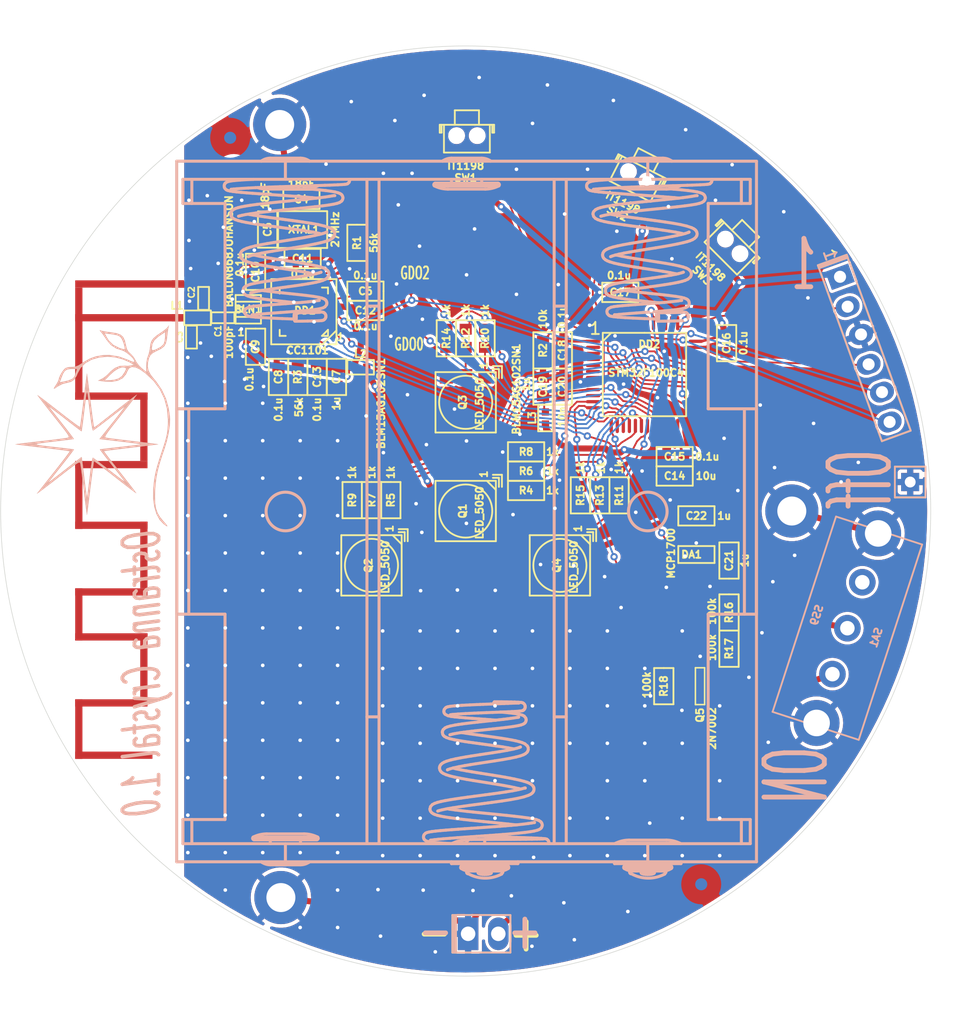
<source format=kicad_pcb>
(kicad_pcb (version 20211014) (generator pcbnew)
  (layers (0 "F.Cu" signal) (31 "B.Cu" signal) (36 "B.SilkS" user "B.Silkscreen") (37 "F.SilkS" user "F.Silkscreen") (38 "B.Mask" user) (39 "F.Mask" user) (44 "Edge.Cuts" user))
  (property "PrjVersion" "v 1.0")
  (net 0 "")
  (net 1 "Net-(ANT1-Pad1)")
  (net 2 "GND")
  (net 3 "Net-(BLN1-Pad1)")
  (net 4 "/RF2")
  (net 5 "/RF1")
  (net 6 "Net-(C1-Pad2)")
  (net 7 "Net-(C4-Pad1)")
  (net 8 "Net-(C5-Pad1)")
  (net 9 "Net-(C6-Pad2)")
  (net 10 "VCC")
  (net 11 "+3v3")
  (net 12 "/MCU_VDDA")
  (net 13 "+BATT")
  (net 14 "/CC_SCK")
  (net 15 "/CC_MISO")
  (net 16 "/CC_GDO2")
  (net 17 "/CC_GDO0")
  (net 18 "/CC_CS")
  (net 19 "Net-(DD1-Pad17)")
  (net 20 "/CC_MOSI")
  (net 21 "/B4")
  (net 22 "/G4")
  (net 23 "/UART_RX")
  (net 24 "/UART_TX")
  (net 25 "/R4")
  (net 29 "/SWCLK")
  (net 30 "/SWDIO")
  (net 32 "/B3")
  (net 33 "/G3")
  (net 34 "/R3")
  (net 35 "/B2")
  (net 36 "Net-(DD2-Pad27)")
  (net 37 "/BTN_R")
  (net 38 "/BTN_L")
  (net 39 "/G2")
  (net 40 "/R2")
  (net 41 "/B1")
  (net 42 "/G1")
  (net 43 "/ADC_BAT")
  (net 44 "/ADC_BAT_EN")
  (net 45 "/R1")
  (net 46 "/BTN_PWR")
  (net 53 "Net-(Q1-Pad1)")
  (net 54 "Net-(Q1-Pad2)")
  (net 55 "Net-(Q1-Pad3)")
  (net 56 "Net-(Q2-Pad1)")
  (net 57 "Net-(Q2-Pad2)")
  (net 58 "Net-(Q2-Pad3)")
  (net 59 "Net-(Q3-Pad1)")
  (net 60 "Net-(Q3-Pad2)")
  (net 61 "Net-(Q3-Pad3)")
  (net 62 "Net-(Q4-Pad1)")
  (net 63 "Net-(Q4-Pad2)")
  (net 64 "Net-(Q4-Pad3)")
  (net 65 "Net-(Q5-Pad3)")
  (net 66 "/BAT2SW")
  (footprint "Resistors:RES_0603" (layer "F.Cu") (at 117.9 92.6 -90)
    (fp_text reference "R3")
    (fp_text value "56k")
  )
  (footprint "Capacitors:CAP_0402" (layer "F.Cu") (at 111.7 87.7 180)
    (fp_text reference "C1")
    (fp_text value "100pF")
  )
  (footprint "PCB:TESTPOINT_1MM" (layer "F.Cu") (at 127.2823 88.4215)
    (fp_text reference "TP1" hide)
    (fp_text value "TESTPOINT" hide)
  )
  (footprint "Capacitors:CAP_0603_Silks" (layer "F.Cu") (at 114.4 83.9 90)
    (fp_text reference "C10")
    (fp_text value "0.1u")
  )
  (footprint "Capacitors:CAP_0603_Silks" (layer "F.Cu") (at 153.6 107.8 90)
    (fp_text reference "C21")
    (fp_text value "1u")
  )
  (footprint "Capacitors:CAP_0603_Silks" (layer "F.Cu") (at 144.6 85.6)
    (fp_text reference "C17")
    (fp_text value "0.1u")
  )
  (footprint "Capacitors:CAP_0603_Silks" (layer "F.Cu") (at 119.5 92.6 -90)
    (fp_text reference "C13")
    (fp_text value "0.1u")
  )
  (footprint "Inductors:IND_0402" (layer "F.Cu") (at 109.6 87.7 180)
    (fp_text reference "L1")
    (fp_text value "*" hide)
  )
  (footprint "Resistors:RES_0603" (layer "F.Cu") (at 141.3 102.4 -90)
    (fp_text reference "R15")
    (fp_text value "1k")
  )
  (footprint "Capacitors:CAP_0603_Silks" (layer "F.Cu") (at 150.9 104.1)
    (fp_text reference "C22")
    (fp_text value "1u")
  )
  (footprint "Capacitors:CAP_0603_Silks" (layer "F.Cu") (at 118.3 82.8)
    (fp_text reference "C11")
    (fp_text value "0.1u")
  )
  (footprint "Capacitors:CAP_0603_Silks" (layer "F.Cu") (at 149.1 99.2 180)
    (fp_text reference "C15")
    (fp_text value "0.1u")
  )
  (footprint "Resistors:RES_0603" (layer "F.Cu") (at 153.6 112.1 -90)
    (fp_text reference "R16")
    (fp_text value "100k")
  )
  (footprint "LEDs:LED_5050" (layer "F.Cu") (at 139.6 108.2 -90)
    (fp_text reference "Q4")
    (fp_text value "LED_5050")
  )
  (footprint "Resistors:RES_0603" (layer "F.Cu") (at 130.2 89.4 -90)
    (fp_text reference "R14")
    (fp_text value "1k")
  )
  (footprint "BtnsSwitches:BTN_IT1198" (layer "F.Cu") (at 146.9904 74.1171 153)
    (fp_text reference "SW2")
    (fp_text value "IT1198")
  )
  (footprint "QFN_DFN:QFN20" (layer "F.Cu") (at 118.4 87.2 180)
    (fp_text reference "DD1")
    (fp_text value "CC1101")
  )
  (footprint "PCB:Hole2d4_out4d4mm" (layer "F.Cu") (at 116.5 135.7)
    (fp_text reference "HOLE1" hide)
    (fp_text value "HOLE_METALLED" hide)
  )
  (footprint "Connectors:SLD_2_2D5" (layer "F.Cu") (at 133.25 138.7)
    (fp_text reference "XL3" hide)
    (fp_text value "CONN_2" hide)
  )
  (footprint "Capacitors:CAP_0603_Silks" (layer "F.Cu") (at 123.5 85.5 180)
    (fp_text reference "C6")
    (fp_text value "0.1u")
  )
  (footprint "Resistors:RES_0603" (layer "F.Cu") (at 136.8 98.8 180)
    (fp_text reference "R8")
    (fp_text value "1k")
  )
  (footprint "Resistors:RES_0603" (layer "F.Cu") (at 124 102.8 -90)
    (fp_text reference "R7")
    (fp_text value "1k")
  )
  (footprint "Quartz:03225C4" (layer "F.Cu") (at 118.3 80.4 180)
    (fp_text reference "XTAL1")
    (fp_text value "27MHz")
  )
  (footprint "PCB:Hole2d4_out4d4mm" (layer "F.Cu") (at 116.4 71.7)
    (fp_text reference "HOLE2" hide)
    (fp_text value "HOLE_METALLED" hide)
  )
  (footprint "Capacitors:CAP_0603_Silks" (layer "F.Cu") (at 116.3 92.6 -90)
    (fp_text reference "C8")
    (fp_text value "0.1u")
  )
  (footprint "Capacitors:CAP_0402" (layer "F.Cu") (at 110.1 86.1 90)
    (fp_text reference "C2")
    (fp_text value "*" hide)
  )
  (footprint "LEDs:LED_5050" (layer "F.Cu") (at 131.8 103.7 -90)
    (fp_text reference "Q1")
    (fp_text value "LED_5050")
  )
  (footprint "Capacitors:CAP_0603_Silks" (layer "F.Cu") (at 114.4 90.1 -90)
    (fp_text reference "C9")
    (fp_text value "0.1u")
  )
  (footprint "Inductors:IND_0402" (layer "F.Cu") (at 138.4 96 90)
    (fp_text reference "L3")
    (fp_text value "BLM15AG102SN1")
  )
  (footprint "Resistors:RES_0603" (layer "F.Cu") (at 136.8 102 180)
    (fp_text reference "R4")
    (fp_text value "1k")
  )
  (footprint "Capacitors:CAP_0603_Silks" (layer "F.Cu") (at 115.4 80.4 90)
    (fp_text reference "C5")
    (fp_text value "18pF")
  )
  (footprint "Antennas:Locket5_MIRR" (layer "F.Cu") (at 108.4703 104.2 -90)
    (fp_text reference "ANT1" hide)
    (fp_text value "ANT_PCB_MONO_2PIN" hide)
  )
  (footprint "BtnsSwitches:BTN_IT1198" (layer "F.Cu") (at 155.391 80.309 135)
    (fp_text reference "SW3")
    (fp_text value "IT1198")
  )
  (footprint "Resistors:RES_0603" (layer "F.Cu") (at 153.6 115.1 -90)
    (fp_text reference "R17")
    (fp_text value "100k")
  )
  (footprint "Resistors:RES_0603" (layer "F.Cu") (at 138.2 90.4 -90)
    (fp_text reference "R2")
    (fp_text value "10k")
  )
  (footprint "Resistors:RES_0603" (layer "F.Cu") (at 142.9 102.4 -90)
    (fp_text reference "R13")
    (fp_text value "1k")
  )
  (footprint "Resistors:RES_0603" (layer "F.Cu") (at 144.5 102.4 -90)
    (fp_text reference "R11")
    (fp_text value "1k")
  )
  (footprint "PCB:REF_POINT_1MM" (layer "F.Cu") (at 156 130.5)
    (fp_text reference "RP2" hide)
    (fp_text value "REFPOINT" hide)
  )
  (footprint "SOT:SOT23-3A" (layer "F.Cu") (at 150.9 107.3)
    (fp_text reference "DA1")
    (fp_text value "MCP1700")
  )
  (footprint "SOT:SOT23-3" (layer "F.Cu") (at 151.2 118.2 90)
    (fp_text reference "Q5")
    (fp_text value "2N7002")
  )
  (footprint "Capacitors:CAP_0603_Silks" (layer "F.Cu") (at 138.2 93.4 90)
    (fp_text reference "C19")
    (fp_text value "1u")
  )
  (footprint "Connectors:PLS-1Square" (layer "F.Cu") (at 168.6 101.3)
    (fp_text reference "XL2" hide)
    (fp_text value "CONN_1" hide)
  )
  (footprint "Resistors:RES_0603" (layer "F.Cu") (at 133.4 89.4 -90)
    (fp_text reference "R10")
    (fp_text value "1k")
  )
  (footprint "Capacitors:CAP_0603_Silks" (layer "F.Cu") (at 149.1 100.8)
    (fp_text reference "C14")
    (fp_text value "10u")
  )
  (footprint "Resistors:RES_0603" (layer "F.Cu") (at 131.8 89.4 -90)
    (fp_text reference "R12")
    (fp_text value "1k")
  )
  (footprint "Capacitors:CAP_0603_Silks" (layer "F.Cu") (at 121.1 92.6 -90)
    (fp_text reference "C7")
    (fp_text value "1u")
  )
  (footprint "Capacitors:CAP_0603_Silks" (layer "F.Cu") (at 118.2 77.9 180)
    (fp_text reference "C4")
    (fp_text value "18pF")
  )
  (footprint "Capacitors:CAP_0402" (layer "F.Cu") (at 109.1 89.3 -90)
    (fp_text reference "C3")
    (fp_text value "*" hide)
  )
  (footprint "Inductors:IND_0402" (layer "F.Cu") (at 123.1 91.8)
    (fp_text reference "L2")
    (fp_text value "BLM15AG102SN1")
  )
  (footprint "PCB:TESTPOINT_1MM" (layer "F.Cu") (at 127.2 85.3)
    (fp_text reference "TP2" hide)
    (fp_text value "TESTPOINT" hide)
  )
  (footprint "LQFP_TQFP:LQFP48" (layer "F.Cu") (at 146.6 92.4)
    (fp_text reference "DD2")
    (fp_text value "STM32F100C4")
  )
  (footprint "Capacitors:CAP_0603_Silks" (layer "F.Cu") (at 139.8 93.4 90)
    (fp_text reference "C20")
    (fp_text value "10n")
  )
  (footprint "Resistors:RES_0603" (layer "F.Cu") (at 136.8 100.4 180)
    (fp_text reference "R6")
    (fp_text value "1k")
  )
  (footprint "PCB:TESTPOINT_1MM" (layer "F.Cu") (at 153.6 94.2)
    (fp_text reference "TP3" hide)
    (fp_text value "TESTPOINT" hide)
  )
  (footprint "Resistors:RES_0603" (layer "F.Cu") (at 125.6 102.8 -90)
    (fp_text reference "R5")
    (fp_text value "1k")
  )
  (footprint "Capacitors:CAP_0603_Silks" (layer "F.Cu") (at 139.8 90.4 -90)
    (fp_text reference "C18")
    (fp_text value "0.1u")
  )
  (footprint "BtnsSwitches:BTN_IT1198" (layer "F.Cu") (at 131.9 70.525 180)
    (fp_text reference "SW1")
    (fp_text value "IT1198")
  )
  (footprint "Resistors:RES_0603" (layer "F.Cu") (at 148.2 118.2 -90)
    (fp_text reference "R18")
    (fp_text value "100k")
  )
  (footprint "Capacitors:CAP_0603_Silks" (layer "F.Cu") (at 153.4 89.8 -90)
    (fp_text reference "C16")
    (fp_text value "0.1u")
  )
  (footprint "PCB:Hole2d4_out4d4mm" (layer "F.Cu") (at 158.8 103.7)
    (fp_text reference "HOLE3" hide)
    (fp_text value "HOLE_METALLED" hide)
  )
  (footprint "Resistors:RES_0603" (layer "F.Cu") (at 122.8 81.5 -90)
    (fp_text reference "R1")
    (fp_text value "56k")
  )
  (footprint "Resistors:RES_0603" (layer "F.Cu") (at 122.4 102.8 -90)
    (fp_text reference "R9")
    (fp_text value "1k")
  )
  (footprint "LEDs:LED_5050" (layer "F.Cu") (at 131.8 94.7 -90)
    (fp_text reference "Q3")
    (fp_text value "LED_5050")
  )
  (footprint "Capacitors:CAP_0603_Silks" (layer "F.Cu") (at 123.5 87.1)
    (fp_text reference "C12")
    (fp_text value "0.1u")
  )
  (footprint "Radio:BALUN_JOHANSON868" (layer "F.Cu") (at 113.8 87 180)
    (fp_text reference "BLN1")
    (fp_text value "BALUN868JOHANSON")
  )
  (footprint "LEDs:LED_5050" (layer "F.Cu") (at 124 108.2 -90)
    (fp_text reference "Q2")
    (fp_text value "LED_5050")
  )
  (footprint "PCB:REF_POINT_1MM" (layer "F.Cu") (at 112.6 75.8)
    (fp_text reference "RP1" hide)
    (fp_text value "REFPOINT" hide)
  )
  (footprint "Connectors:PLS-6_LOCK" (layer "B.Cu") (at 162.6716 84.3523 -70)
    (fp_text reference "XL1" hide)
    (fp_text value "CONN_6" hide)
  )
  (footprint "Pictures:Ostranna_16d9_13d5" (layer "B.Cu") (at 100.9 96.6 -90)
    (fp_text reference "Logo1" hide)
    (fp_text value "Logo" hide)
  )
  (footprint "BtnsSwitches:SW_SS9" (layer "B.Cu") (at 163.4 113.4 72)
    (fp_text reference "SA1")
    (fp_text value "SS9")
  )
  (footprint "PCB:REF_POINT_1MM" (layer "B.Cu") (at 151.3 134.6 180)
    (fp_text reference "RP4" hide)
    (fp_text value "REFPOINT" hide)
  )
  (footprint "PCB:REF_POINT_1MM" (layer "B.Cu") (at 112.3 72.8 180)
    (fp_text reference "RP3" hide)
    (fp_text value "REFPOINT" hide)
  )
  (gr_line (start 139.124935 131.238357) (end 139.124935 76.238357) (layer "B.SilkS") (width 0.25))
  (gr_line (start 111.874935 78.238357) (end 108.389654 78.238357) (layer "B.SilkS") (width 0.25))
  (gr_line (start 119.066143 87.967519) (end 119.352879 87.960446) (layer "B.SilkS") (width 0.25))
  (gr_line (start 135.231695 122.585713) (end 134.738669 122.50645) (layer "B.SilkS") (width 0.25))
  (gr_line (start 131.71873 130.002958) (end 131.17787 130.041032) (layer "B.SilkS") (width 0.25))
  (gr_line (start 136.043825 120.788161) (end 135.730347 120.838153) (layer "B.SilkS") (width 0.25))
  (gr_line (start 115.335174 83.42417) (end 115.738171 83.490311) (layer "B.SilkS") (width 0.25))
  (gr_line (start 121.222638 77.348258) (end 120.975137 77.285576) (layer "B.SilkS") (width 0.25))
  (gr_line (start 144.853382 87.392725) (end 145.344557 87.351711) (layer "B.SilkS") (width 0.25))
  (gr_line (start 146.457532 84.51864) (end 146.2175 84.551315) (layer "B.SilkS") (width 0.25))
  (gr_line (start 136.044106 123.333726) (end 135.720489 123.412999) (layer "B.SilkS") (width 0.25))
  (gr_line (start 118.881814 87.068893) (end 119.382857 87.008667) (layer "B.SilkS") (width 0.25))
  (gr_line (start 134.463964 76.553319) (end 129.285907 76.553319) (layer "B.SilkS") (width 0.25))
  (gr_line (start 149.948844 87.920197) (end 149.995524 87.9066) (layer "B.SilkS") (width 0.25))
  (gr_line (start 148.148538 77.681821) (end 148.603368 77.717631) (layer "B.SilkS") (width 0.25))
  (gr_line (start 117.509182 81.214882) (end 117.013631 81.293739) (layer "B.SilkS") (width 0.25))
  (gr_line (start 128.989842 128.67726) (end 129.109658 128.760741) (layer "B.SilkS") (width 0.25))
  (gr_line (start 114.088366 86.774964) (end 113.826247 86.832155) (layer "B.SilkS") (width 0.25))
  (gr_line (start 116.457532 84.51864) (end 116.2175 84.551315) (layer "B.SilkS") (width 0.25))
  (gr_line (start 138.627105 130.970776) (end 138.598725 130.936485) (layer "B.SilkS") (width 0.25))
  (gr_line (start 133.870399 119.678006) (end 133.535434 119.690952) (layer "B.SilkS") (width 0.25))
  (gr_arc (start 148.265417 133.757509) (mid 146.835859 134.089363) (end 145.427935 133.675219) (layer "B.SilkS") (width 0.25))
  (gr_line (start 130.326247 120.644558) (end 130.588366 120.701749) (layer "B.SilkS") (width 0.25))
  (gr_line (start 143.203103 78.524454) (end 142.947121 78.586963) (layer "B.SilkS") (width 0.25))
  (gr_line (start 129.823425 128.4418) (end 130.189878 128.363935) (layer "B.SilkS") (width 0.25))
  (gr_line (start 148.742404 83.96723) (end 149.220489 84.063714) (layer "B.SilkS") (width 0.25))
  (gr_line (start 117.343593 86.50193) (end 116.906218 86.534592) (layer "B.SilkS") (width 0.25))
  (gr_line (start 133.905945 121.055112) (end 133.343348 121.114572) (layer "B.SilkS") (width 0.25))
  (gr_line (start 145.988642 80.159323) (end 146.483661 80.224561) (layer "B.SilkS") (width 0.25))
  (gr_line (start 135.089042 121.624994) (end 135.689081 121.546198) (layer "B.SilkS") (width 0.25))
  (gr_line (start 150.143853 86.800473) (end 150.277577 86.634831) (layer "B.SilkS") (width 0.25))
  (gr_line (start 120.064193 83.590608) (end 119.823299 83.505073) (layer "B.SilkS") (width 0.25))
  (gr_line (start 133.832822 133.654777) (end 133.873228 133.61348) (layer "B.SilkS") (width 0.25))
  (gr_line (start 129.601724 131.172831) (end 130.132949 131.20651) (layer "B.SilkS") (width 0.25))
  (gr_line (start 122.193645 76.308695) (end 122.192889 76.274419) (layer "B.SilkS") (width 0.25))
  (gr_line (start 121.390242 77.413556) (end 121.222638 77.348258) (layer "B.SilkS") (width 0.25))
  (gr_line (start 131.924935 133.65109) (end 131.927936 133.675219) (layer "B.SilkS") (width 0.25))
  (gr_line (start 149.784989 81.490717) (end 150.116338 81.406143) (layer "B.SilkS") (width 0.25))
  (gr_line (start 134.532637 76.786693) (end 129.217234 76.786693) (layer "B.SilkS") (width 0.25))
  (gr_line (start 148.368525 84.247582) (end 147.816054 84.331354) (layer "B.SilkS") (width 0.25))
  (gr_line (start 146.376643 133.61348) (end 146.417049 133.654777) (layer "B.SilkS") (width 0.25))
  (gr_line (start 131.914001 128.564325) (end 131.413906 128.507227) (layer "B.SilkS") (width 0.25))
  (gr_line (start 116.448483 78.102871) (end 116.111808 78.137286) (layer "B.SilkS") (width 0.25))
  (gr_line (start 150.064193 83.590608) (end 149.823299 83.505073) (layer "B.SilkS") (width 0.25))
  (gr_line (start 138.06859 129.486139) (end 138.011753 129.418534) (layer "B.SilkS") (width 0.25))
  (gr_line (start 143.290768 79.217012) (end 143.578538 79.158917) (layer "B.SilkS") (width 0.25))
  (gr_line (start 136.246272 120.267008) (end 136.388852 120.251212) (layer "B.SilkS") (width 0.25))
  (gr_line (start 133.808427 130.888174) (end 133.706167 130.888254) (layer "B.SilkS") (width 0.25))
  (gr_line (start 117.851284 79.707382) (end 117.460314 79.653698) (layer "B.SilkS") (width 0.25))
  (gr_line (start 136.424485 129.036223) (end 135.804911 128.963372) (layer "B.SilkS") (width 0.25))
  (gr_line (start 148.78366 81.699305) (end 149.343448 81.588402) (layer "B.SilkS") (width 0.25))
  (gr_line (start 148.827324 133.287316) (end 144.922547 133.287316) (layer "B.SilkS") (width 0.25))
  (gr_line (start 113.826247 86.832155) (end 113.602998 86.949043) (layer "B.SilkS") (width 0.25))
  (gr_line (start 116.977542 87.229715) (end 117.408919 87.197412) (layer "B.SilkS") (width 0.25))
  (gr_line (start 145.590145 79.404996) (end 145.166801 79.346871) (layer "B.SilkS") (width 0.25))
  (gr_line (start 149.661937 77.110231) (end 149.014914 77.051067) (layer "B.SilkS") (width 0.25))
  (gr_line (start 136.720508 119.819096) (end 136.679001 119.720285) (layer "B.SilkS") (width 0.25))
  (gr_line (start 116.776032 78.069922) (end 116.448483 78.102871) (layer "B.SilkS") (width 0.25))
  (gr_line (start 133.891062 130.888094) (end 133.808427 130.888174) (layer "B.SilkS") (width 0.25))
  (gr_line (start 119.223866 86.326758) (end 118.753914 86.380832) (layer "B.SilkS") (width 0.25))
  (gr_arc (start 145.330654 77.048324) (mid 144.945362 77.018456) (end 144.569277 76.929564) (layer "B.SilkS") (width 0.25))
  (gr_line (start 120.241038 86.278364) (end 120.208131 86.23664) (layer "B.SilkS") (width 0.25))
  (gr_line (start 122.191086 76.343254) (end 122.193645 76.308695) (layer "B.SilkS") (width 0.25))
  (gr_line (start 145.403758 133.678533) (end 145.374935 133.602794) (layer "B.SilkS") (width 0.25))
  (gr_line (start 144.088366 86.774964) (end 143.826247 86.832155) (layer "B.SilkS") (width 0.25))
  (gr_line (start 137.987666 130.002447) (end 138.043846 129.947894) (layer "B.SilkS") (width 0.25))
  (gr_line (start 128.628774 131.048244) (end 128.844789 131.096156) (layer "B.SilkS") (width 0.25))
  (gr_line (start 113.505507 87.105413) (end 113.494084 87.169865) (layer "B.SilkS") (width 0.25))
  (gr_line (start 131.432929 133.102511) (end 131.401218 133.141425) (layer "B.SilkS") (width 0.25))
  (gr_line (start 120.231162 83.676076) (end 120.064193 83.590608) (layer "B.SilkS") (width 0.25))
  (gr_line (start 117.281634 77.617555) (end 117.726284 77.650002) (layer "B.SilkS") (width 0.25))
  (gr_line (start 141.8768 76.580435) (end 141.849592 76.621369) (layer "B.SilkS") (width 0.25))
  (gr_line (start 147.34943 133.586513) (end 147.374954 133.605797) (layer "B.SilkS") (width 0.25))
  (gr_line (start 133.937656 130.656305) (end 133.448027 130.640657) (layer "B.SilkS") (width 0.25))
  (gr_line (start 132.877485 133.554455) (end 132.876317 133.554872) (layer "B.SilkS") (width 0.25))
  (gr_line (start 137.711124 130.860808) (end 137.288387 130.867931) (layer "B.SilkS") (width 0.25))
  (gr_line (start 118.419217 130.428389) (end 115.330654 130.428389) (layer "B.SilkS") (width 0.25))
  (gr_line (start 150.84824 80.468747) (end 150.781694 80.402385) (layer "B.SilkS") (width 0.25))
  (gr_line (start 134.737843 130.886428) (end 134.578135 130.886866) (layer "B.SilkS") (width 0.25))
  (gr_line (start 120.142625 76.735236) (end 120.552797 76.720694) (layer "B.SilkS") (width 0.25))
  (gr_line (start 132.194414 124.695361) (end 132.602203 124.630453) (layer "B.SilkS") (width 0.25))
  (gr_line (start 150.671756 80.325815) (end 150.495396 80.239766) (layer "B.SilkS") (width 0.25))
  (gr_line (start 132.851854 133.695079) (end 132.824935 133.65109) (layer "B.SilkS") (width 0.25))
  (gr_line (start 111.824032 76.910318) (end 111.864533 76.993312) (layer "B.SilkS") (width 0.25))
  (gr_line (start 131.874935 132.890307) (end 131.924935 132.893261) (layer "B.SilkS") (width 0.25))
  (gr_line (start 117.678222 87.285658) (end 117.642518 87.312299) (layer "B.SilkS") (width 0.25))
  (gr_line (start 113.211935 77.319926) (end 113.66336 77.358893) (layer "B.SilkS") (width 0.25))
  (gr_line (start 144.913906 78.969486) (end 145.414001 78.912388) (layer "B.SilkS") (width 0.25))
  (gr_line (start 120.587537 81.235397) (end 120.752708 81.131517) (layer "B.SilkS") (width 0.25))
  (gr_line (start 145.767165 85.542921) (end 145.408953 85.499477) (layer "B.SilkS") (width 0.25))
  (gr_line (start 114.511465 85.519078) (end 114.749752 85.474395) (layer "B.SilkS") (width 0.25))
  (gr_line (start 131.704161 130.704518) (end 132.235314 130.667703) (layer "B.SilkS") (width 0.25))
  (gr_line (start 143.541716 78.45862) (end 143.203103 78.524454) (layer "B.SilkS") (width 0.25))
  (gr_line (start 135.660339 123.371116) (end 135.781302 123.398102) (layer "B.SilkS") (width 0.25))
  (gr_line (start 114.068853 83.170797) (end 114.473455 83.263831) (layer "B.SilkS") (width 0.25))
  (gr_line (start 120.954028 80.797589) (end 120.953164 80.708002) (layer "B.SilkS") (width 0.25))
  (gr_line (start 120.179001 87.756428) (end 120.220508 87.657617) (layer "B.SilkS") (width 0.25))
  (gr_line (start 131.628163 129.23346) (end 132.166385 129.292673) (layer "B.SilkS") (width 0.25))
  (gr_line (start 151.487666 77.474266) (end 151.390242 77.413556) (layer "B.SilkS") (width 0.25))
  (gr_line (start 149.187295 80.616588) (end 149.45144 80.666982) (layer "B.SilkS") (width 0.25))
  (gr_line (start 136.330206 123.238474) (end 136.327679 123.235454) (layer "B.SilkS") (width 0.25))
  (gr_line (start 115.000808 87.691446) (end 115.326446 87.709798) (layer "B.SilkS") (width 0.25))
  (gr_line (start 120.216293 87.477897) (end 120.190173 87.412946) (layer "B.SilkS") (width 0.25))
  (gr_line (start 147.683588 87.985636) (end 147.719292 87.958995) (layer "B.SilkS") (width 0.25))
  (gr_line (start 136.154781 121.465424) (end 136.388481 121.407349) (layer "B.SilkS") (width 0.25))
  (gr_line (start 116.483661 80.224561) (end 116.910142 80.280834) (layer "B.SilkS") (width 0.25))
  (gr_line (start 134.578135 130.886866) (end 134.396551 130.887289) (layer "B.SilkS") (width 0.25))
  (gr_line (start 118.623008 80.52214) (end 119.187295 80.616588) (layer "B.SilkS") (width 0.25))
  (gr_line (start 116.61545 87.768989) (end 117.035434 87.785761) (layer "B.SilkS") (width 0.25))
  (gr_line (start 136.716293 119.998816) (end 136.730086 119.911579) (layer "B.SilkS") (width 0.25))
  (gr_line (start 150.201162 80.650341) (end 149.997152 80.718666) (layer "B.SilkS") (width 0.25))
  (gr_line (start 148.985568 83.308725) (end 148.355183 83.195851) (layer "B.SilkS") (width 0.25))
  (gr_arc (start 114.89141 74.738357) (mid 114.904992 74.71954) (end 114.922546 74.70436) (layer "B.SilkS") (width 0.25))
  (gr_line (start 133.84943 133.586513) (end 133.874954 133.605797) (layer "B.SilkS") (width 0.25))
  (gr_line (start 134.633746 125.662741) (end 134.026264 125.563424) (layer "B.SilkS") (width 0.25))
  (gr_line (start 113.755976 85.898177) (end 114.015166 85.975544) (layer "B.SilkS") (width 0.25))
  (gr_arc (start 114.217234 130.69002) (mid 114.758781 130.494675) (end 115.330655 130.428389) (layer "B.SilkS") (width 0.25))
  (gr_line (start 136.522895 120.220601) (end 136.547577 120.209086) (layer "B.SilkS") (width 0.25))
  (gr_line (start 119.812286 83.93176) (end 119.652868 83.985976) (layer "B.SilkS") (width 0.25))
  (gr_line (start 138.082245 129.893024) (end 138.123063 129.792927) (layer "B.SilkS") (width 0.25))
  (gr_line (start 134.036823 120.371644) (end 134.329715 120.360294) (layer "B.SilkS") (width 0.25))
  (gr_line (start 147.044895 133.515706) (end 147.198217 133.535926) (layer "B.SilkS") (width 0.25))
  (gr_line (start 130.028869 120.432081) (end 130.102998 120.52767) (layer "B.SilkS") (width 0.25))
  (gr_line (start 120.460184 78.367154) (end 120.866577 78.29734) (layer "B.SilkS") (width 0.25))
  (gr_line (start 145.424935 133.65109) (end 145.427936 133.675219) (layer "B.SilkS") (width 0.25))
  (gr_arc (start 115.330654 77.048324) (mid 114.945362 77.018456) (end 114.569277 76.929564) (layer "B.SilkS") (width 0.25))
  (gr_line (start 112.036916 77.137162) (end 112.134424 77.172068) (layer "B.SilkS") (width 0.25))
  (gr_line (start 146.420563 133.576581) (end 146.512779 133.546998) (layer "B.SilkS") (width 0.25))
  (gr_line (start 116.403548 86.571428) (end 115.84677 86.612471) (layer "B.SilkS") (width 0.25))
  (gr_line (start 144.479691 82.439281) (end 144.912908 82.348004) (layer "B.SilkS") (width 0.25))
  (gr_line (start 136.204908 119.587945) (end 136.17204 119.587499) (layer "B.SilkS") (width 0.25))
  (gr_line (start 146.538285 86.329671) (end 146.843348 86.362141) (layer "B.SilkS") (width 0.25))
  (gr_line (start 131.666801 128.129842) (end 132.090145 128.071717) (layer "B.SilkS") (width 0.25))
  (gr_line (start 147.198217 133.766254) (end 147.044895 133.786473) (layer "B.SilkS") (width 0.25))
  (gr_line (start 120.975137 77.285576) (end 120.641051 77.226644) (layer "B.SilkS") (width 0.25))
  (gr_line (start 146.102203 82.84626) (end 145.694414 82.781352) (layer "B.SilkS") (width 0.25))
  (gr_line (start 115.326446 87.709798) (end 115.642281 87.725872) (layer "B.SilkS") (width 0.25))
  (gr_line (start 146.702242 85.646591) (end 146.303648 85.603604) (layer "B.SilkS") (width 0.25))
  (gr_line (start 150.273773 86.336904) (end 150.241038 86.278364) (layer "B.SilkS") (width 0.25))
  (gr_line (start 136.103547 119.589815) (end 135.989183 119.594724) (layer "B.SilkS") (width 0.25))
  (gr_line (start 145.455486 80.08809) (end 145.988642 80.159323) (layer "B.SilkS") (width 0.25))
  (gr_line (start 136.736363 126.634319) (end 136.728416 126.626023) (layer "B.SilkS") (width 0.25))
  (gr_line (start 128.852827 128.465582) (end 128.896969 128.568238) (layer "B.SilkS") (width 0.25))
  (gr_line (start 130.875409 125.723468) (end 131.336338 125.819044) (layer "B.SilkS") (width 0.25))
  (gr_line (start 143.104865 79.263391) (end 143.290768 79.217012) (layer "B.SilkS") (width 0.25))
  (gr_line (start 149.304911 78.513341) (end 149.924485 78.44049) (layer "B.SilkS") (width 0.25))
  (gr_line (start 118.2527 86.428392) (end 117.768975 86.468863) (layer "B.SilkS") (width 0.25))
  (gr_line (start 146.849629 79.572107) (end 146.649443 79.545664) (layer "B.SilkS") (width 0.25))
  (gr_line (start 142.036916 77.137162) (end 142.134424 77.172068) (layer "B.SilkS") (width 0.25))
  (gr_line (start 137.252708 126.345196) (end 137.087537 126.241316) (layer "B.SilkS") (width 0.25))
  (gr_line (start 149.530991 76.755379) (end 150.142625 76.735236) (layer "B.SilkS") (width 0.25))
  (gr_line (start 134.316054 123.145359) (end 134.868525 123.229131) (layer "B.SilkS") (width 0.25))
  (gr_line (start 116.94743 83.676249) (end 117.503912 83.76112) (layer "B.SilkS") (width 0.25))
  (gr_line (start 120.064547 87.87314) (end 120.118966 87.830357) (layer "B.SilkS") (width 0.25))
  (gr_line (start 143.395865 85.299609) (end 143.365254 85.470427) (layer "B.SilkS") (width 0.25))
  (gr_line (start 119.784989 81.490717) (end 120.116338 81.406143) (layer "B.SilkS") (width 0.25))
  (gr_line (start 136.707492 130.307795) (end 137.141051 130.250069) (layer "B.SilkS") (width 0.25))
  (gr_line (start 136.728647 119.867182) (end 136.720508 119.819096) (layer "B.SilkS") (width 0.25))
  (gr_line (start 147.728926 86.456123) (end 147.812234 86.465244) (layer "B.SilkS") (width 0.25))
  (gr_line (start 136.448844 119.556516) (end 136.337581 119.539652) (layer "B.SilkS") (width 0.25))
  (gr_line (start 116.874935 76.238357) (end 116.874935 74.738357) (layer "B.SilkS") (width 0.25))
  (gr_line (start 135.491152 127.597921) (end 136.095752 127.486836) (layer "B.SilkS") (width 0.25))
  (gr_line (start 117.408919 87.197412) (end 117.851477 87.16284) (layer "B.SilkS") (width 0.25))
  (gr_line (start 149.624935 132.888357) (end 149.624935 132.738357) (layer "B.SilkS") (width 0.25))
  (gr_line (start 143.38601 85.579217) (end 143.440752 85.684626) (layer "B.SilkS") (width 0.25))
  (gr_line (start 113.603947 79.803795) (end 114.006126 79.875002) (layer "B.SilkS") (width 0.25))
  (gr_line (start 132.311146 125.289137) (end 131.872013 125.213849) (layer "B.SilkS") (width 0.25))
  (gr_line (start 149.314706 80.886101) (end 148.893561 80.973345) (layer "B.SilkS") (width 0.25))
  (gr_line (start 148.753914 86.380832) (end 148.2527 86.428392) (layer "B.SilkS") (width 0.25))
  (gr_line (start 118.300507 79.771499) (end 117.851284 79.707382) (layer "B.SilkS") (width 0.25))
  (gr_line (start 119.746272 87.209705) (end 119.383984 87.184481) (layer "B.SilkS") (width 0.25))
  (gr_line (start 149.471151 83.411566) (end 148.985568 83.308725) (layer "B.SilkS") (width 0.25))
  (gr_line (start 142.344789 76.380557) (end 142.128774 76.428469) (layer "B.SilkS") (width 0.25))
  (gr_line (start 147.242797 133.69044) (end 147.332822 133.654777) (layer "B.SilkS") (width 0.25))
  (gr_line (start 142.657088 76.340988) (end 142.344789 76.380557) (layer "B.SilkS") (width 0.25))
  (gr_line (start 134.624935 132.913456) (end 134.824935 132.913456) (layer "B.SilkS") (width 0.25))
  (gr_line (start 142.947121 78.586963) (end 142.742065 78.654037) (layer "B.SilkS") (width 0.25))
  (gr_line (start 146.111808 78.137286) (end 145.666385 78.18404) (layer "B.SilkS") (width 0.25))
  (gr_line (start 131.788042 120.468983) (end 132.106782 120.452745) (layer "B.SilkS") (width 0.25))
  (gr_line (start 116.478094 87.266389) (end 116.977542 87.229715) (layer "B.SilkS") (width 0.25))
  (gr_line (start 134.624935 133.065682) (end 134.624935 132.888357) (layer "B.SilkS") (width 0.25))
  (gr_line (start 134.144116 122.419585) (end 133.59547 122.343809) (layer "B.SilkS") (width 0.25))
  (gr_line (start 146.821864 78.765878) (end 147.218783 78.726467) (layer "B.SilkS") (width 0.25))
  (gr_line (start 138.598725 130.936485) (end 138.538782 130.885577) (layer "B.SilkS") (width 0.25))
  (gr_line (start 115.927165 81.466778) (end 115.365963 81.561055) (layer "B.SilkS") (width 0.25))
  (gr_line (start 147.038862 133.51708) (end 147.177209 133.534618) (layer "B.SilkS") (width 0.25))
  (gr_line (start 117.405945 86.421601) (end 117.728926 86.456123) (layer "B.SilkS") (width 0.25))
  (gr_line (start 114.479143 87.42844) (end 114.853382 87.392725) (layer "B.SilkS") (width 0.25))
  (gr_line (start 136.660333 121.283959) (end 136.708131 121.240073) (layer "B.SilkS") (width 0.25))
  (gr_line (start 144.391623 87.648232) (end 144.680293 87.670718) (layer "B.SilkS") (width 0.25))
  (gr_arc (start 118.827324 74.704359) (mid 118.844878 74.719539) (end 118.858461 74.738356) (layer "B.SilkS") (width 0.25))
  (gr_line (start 146.069019 85.577578) (end 145.767165 85.542921) (layer "B.SilkS") (width 0.25))
  (gr_line (start 114.836338 81.657669) (end 114.375409 81.753245) (layer "B.SilkS") (width 0.25))
  (gr_line (start 112.378512 77.064381) (end 112.380193 77.066984) (layer "B.SilkS") (width 0.25))
  (gr_line (start 113.440752 85.684626) (end 113.592305 85.8219) (layer "B.SilkS") (width 0.25))
  (gr_line (start 116.2175 84.551315) (end 115.91156 84.593529) (layer "B.SilkS") (width 0.25))
  (gr_line (start 115.344557 87.351711) (end 115.922136 87.30741) (layer "B.SilkS") (width 0.25))
  (gr_line (start 132.803648 121.873109) (end 133.202242 121.830122) (layer "B.SilkS") (width 0.25))
  (gr_line (start 114.912908 82.348004) (end 115.372013 82.262864) (layer "B.SilkS") (width 0.25))
  (gr_line (start 134.128683 127.099131) (end 133.765001 127.148552) (layer "B.SilkS") (width 0.25))
  (gr_line (start 115.227629 82.702491) (end 114.733144 82.60982) (layer "B.SilkS") (width 0.25))
  (gr_arc (start 134.874935 133.602794) (mid 134.859934 133.637293) (end 134.824936 133.65109) (layer "B.SilkS") (width 0.25))
  (gr_line (start 130.954615 127.530722) (end 130.506126 127.601711) (layer "B.SilkS") (width 0.25))
  (gr_line (start 133.732354 121.774086) (end 134.044053 121.741128) (layer "B.SilkS") (width 0.25))
  (gr_line (start 144.388952 86.736785) (end 144.088366 86.774964) (layer "B.SilkS") (width 0.25))
  (gr_line (start 148.374935 132.888357) (end 148.374935 133.065682) (layer "B.SilkS") (width 0.25))
  (gr_line (start 132.147778 122.144248) (end 131.852959 122.100615) (layer "B.SilkS") (width 0.25))
  (gr_line (start 134.824935 133.065682) (end 134.824935 132.893261) (layer "B.SilkS") (width 0.25))
  (gr_line (start 133.374935 133.79344) (end 133.204976 133.786473) (layer "B.SilkS") (width 0.25))
  (gr_line (start 107.874935 74.738357) (end 155.874935 74.738357) (layer "B.SilkS") (width 0.25))
  (gr_line (start 135.971151 124.065147) (end 136.323299 123.97164) (layer "B.SilkS") (width 0.25))
  (gr_line (start 116.482127 81.377689) (end 115.927165 81.466778) (layer "B.SilkS") (width 0.25))
  (gr_line (start 148.122246 83.859225) (end 148.441384 83.913114) (layer "B.SilkS") (width 0.25))
  (gr_line (start 143.133016 82.482319) (end 143.144288 82.599077) (layer "B.SilkS") (width 0.25))
  (gr_line (start 118.124935 132.988357) (end 115.624935 132.988357) (layer "B.SilkS") (width 0.25))
  (gr_line (start 145.546042 84.645411) (end 145.239904 84.690769) (layer "B.SilkS") (width 0.25))
  (gr_line (start 130.792968 124.963908) (end 131.233144 124.866893) (layer "B.SilkS") (width 0.25))
  (gr_line (start 130.340296 125.101307) (end 130.500215 125.044152) (layer "B.SilkS") (width 0.25))
  (gr_line (start 118.124935 131.238357) (end 118.124935 130.923394) (layer "B.SilkS") (width 0.25))
  (gr_line (start 136.337581 119.539652) (end 136.143365 119.526977) (layer "B.SilkS") (width 0.25))
  (gr_line (start 117.979453 81.137891) (end 117.509182 81.214882) (layer "B.SilkS") (width 0.25))
  (gr_line (start 150.064547 87.87314) (end 150.118966 87.830357) (layer "B.SilkS") (width 0.25))
  (gr_line (start 113.79419 82.643703) (end 113.811368 82.637543) (layer "B.SilkS") (width 0.25))
  (gr_line (start 145.758322 86.243041) (end 146.058225 86.27724) (layer "B.SilkS") (width 0.25))
  (gr_line (start 136.618966 119.646356) (end 136.564547 119.603573) (layer "B.SilkS") (width 0.25))
  (gr_line (start 111.8768 76.580435) (end 111.849592 76.621369) (layer "B.SilkS") (width 0.25))
  (gr_line (start 133.408156 130.586191) (end 133.804857 130.557878) (layer "B.SilkS") (width 0.25))
  (gr_line (start 135.32628 129.612905) (end 135.838996 129.668889) (layer "B.SilkS") (width 0.25))
  (gr_line (start 120.671756 80.325815) (end 120.495396 80.239766) (layer "B.SilkS") (width 0.25))
  (gr_line (start 146.466066 85.218315) (end 146.674662 85.189992) (layer "B.SilkS") (width 0.25))
  (gr_line (start 149.382857 87.008667) (end 149.752075 86.946657) (layer "B.SilkS") (width 0.25))
  (gr_line (start 119.661937 77.110231) (end 119.014914 77.051067) (layer "B.SilkS") (width 0.25))
  (gr_line (start 137.659835 129.248335) (end 137.366577 129.179373) (layer "B.SilkS") (width 0.25))
  (gr_line (start 129.922547 74.704359) (end 133.827324 74.704359) (layer "B.SilkS") (width 0.25))
  (gr_line (start 133.374935 133.510443) (end 133.538862 133.51708) (layer "B.SilkS") (width 0.25))
  (gr_line (start 113.538547 87.374066) (end 113.640082 87.490253) (layer "B.SilkS") (width 0.25))
  (gr_line (start 133.783455 133.559671) (end 133.84943 133.586513) (layer "B.SilkS") (width 0.25))
  (gr_line (start 130.132949 131.20651) (end 130.683831 131.23508) (layer "B.SilkS") (width 0.25))
  (gr_line (start 132.142281 119.750841) (end 131.826446 119.766915) (layer "B.SilkS") (width 0.25))
  (gr_line (start 130.888952 120.739928) (end 131.283665 120.779029) (layer "B.SilkS") (width 0.25))
  (gr_line (start 132.918824 133.579935) (end 132.877485 133.554455) (layer "B.SilkS") (width 0.25))
  (gr_line (start 149.338996 77.807824) (end 148.82628 77.863808) (layer "B.SilkS") (width 0.25))
  (gr_line (start 134.186268 129.497019) (end 134.757812 129.554173) (layer "B.SilkS") (width 0.25))
  (gr_line (start 133.038285 121.147042) (end 132.791441 121.173726) (layer "B.SilkS") (width 0.25))
  (gr_line (start 144.749752 85.474395) (end 145.041243 85.424924) (layer "B.SilkS") (width 0.25))
  (gr_line (start 118.827324 132.772354) (end 114.922547 132.772354) (layer "B.SilkS") (width 0.25))
  (gr_line (start 112.433742 77.064821) (end 112.576477 77.04933) (layer "B.SilkS") (width 0.25))
  (gr_line (start 114.117687 87.456642) (end 114.22411 87.457284) (layer "B.SilkS") (width 0.25))
  (gr_line (start 120.30564 86.524229) (end 120.30107 86.424651) (layer "B.SilkS") (width 0.25))
  (gr_line (start 131.416741 122.735198) (end 131.739904 122.785944) (layer "B.SilkS") (width 0.25))
  (gr_line (start 118.264887 87.983716) (end 118.708414 87.974367) (layer "B.SilkS") (width 0.25))
  (gr_line (start 114.733144 82.60982) (end 114.292968 82.512805) (layer "B.SilkS") (width 0.25))
  (gr_line (start 141.864533 76.993312) (end 141.964841 77.09669) (layer "B.SilkS") (width 0.25))
  (gr_line (start 119.964372 84.61199) (end 120.196818 84.509906) (layer "B.SilkS") (width 0.25))
  (gr_line (start 149.383984 87.184481) (end 149.127188 87.17088) (layer "B.SilkS") (width 0.25))
  (gr_line (start 116.385333 79.510828) (end 116.030402 79.4639) (layer "B.SilkS") (width 0.25))
  (gr_line (start 136.741038 121.198349) (end 136.773773 121.139809) (layer "B.SilkS") (width 0.25))
  (gr_line (start 132.983661 127.252152) (end 132.488642 127.31739) (layer "B.SilkS") (width 0.25))
  (gr_line (start 116.821864 78.765878) (end 117.218783 78.726467) (layer "B.SilkS") (width 0.25))
  (gr_line (start 133.374059 131.104422) (end 133.37514 131.238357) (layer "B.SilkS") (width 0.25))
  (gr_line (start 119.014914 77.051067) (end 118.661993 77.022243) (layer "B.SilkS") (width 0.25))
  (gr_line (start 121.633546 77.747733) (end 121.623063 77.683786) (layer "B.SilkS") (width 0.25))
  (gr_line (start 148.739422 133.065682) (end 145.010449 133.065682) (layer "B.SilkS") (width 0.25))
  (gr_line (start 118.813627 84.172291) (end 118.368525 84.247582) (layer "B.SilkS") (width 0.25))
  (gr_line (start 132.879915 133.600519) (end 132.920563 133.576581) (layer "B.SilkS") (width 0.25))
  (gr_line (start 117.09547 85.132904) (end 117.644116 85.057128) (layer "B.SilkS") (width 0.25))
  (gr_line (start 130.288795 125.123791) (end 130.340296 125.101307) (layer "B.SilkS") (width 0.25))
  (gr_line (start 149.746272 87.209705) (end 149.383984 87.184481) (layer "B.SilkS") (width 0.25))
  (gr_line (start 135.348653 133.141425) (end 135.316942 133.102511) (layer "B.SilkS") (width 0.25))
  (gr_line (start 144.417478 86.0584) (end 144.689303 86.102955) (layer "B.SilkS") (width 0.25))
  (gr_line (start 134.575702 76.648929) (end 134.551566 76.60509) (layer "B.SilkS") (width 0.25))
  (gr_arc (start 114.285907 130.923394) (mid 114.235029 130.909484) (end 114.198306 130.871623) (layer "B.SilkS") (width 0.25))
  (gr_line (start 136.609798 120.165727) (end 136.650804 120.123381) (layer "B.SilkS") (width 0.25))
  (gr_line (start 148.699576 78.578242) (end 149.304911 78.513341) (layer "B.SilkS") (width 0.25))
  (gr_line (start 116.012246 76.86773) (end 116.426218 76.853375) (layer "B.SilkS") (width 0.25))
  (gr_line (start 130.514352 119.869848) (end 130.36858 119.895151) (layer "B.SilkS") (width 0.25))
  (gr_line (start 129.221501 127.904685) (end 129.037155 128.003746) (layer "B.SilkS") (width 0.25))
  (gr_line (start 116.069019 85.577578) (end 115.767165 85.542921) (layer "B.SilkS") (width 0.25))
  (gr_line (start 113.97822 78.388944) (end 113.541716 78.45862) (layer "B.SilkS") (width 0.25))
  (gr_line (start 115.166801 79.346871) (end 114.705273 79.280644) (layer "B.SilkS") (width 0.25))
  (gr_line (start 147.232354 85.702627) (end 146.702242 85.646591) (layer "B.SilkS") (width 0.25))
  (gr_line (start 119.085525 77.758078) (end 119.464847 77.79297) (layer "B.SilkS") (width 0.25))
  (gr_line (start 113.247612 82.795657) (end 113.367729 82.899867) (layer "B.SilkS") (width 0.25))
  (gr_line (start 118.432163 76.789575) (end 118.955343 76.773437) (layer "B.SilkS") (width 0.25))
  (gr_line (start 131.283665 120.779029) (end 131.775047 120.820387) (layer "B.SilkS") (width 0.25))
  (gr_line (start 121.632136 77.820678) (end 121.633546 77.747733) (layer "B.SilkS") (width 0.25))
  (gr_line (start 121.511753 78.058179) (end 121.56859 77.990574) (layer "B.SilkS") (width 0.25))
  (gr_line (start 148.475013 87.142042) (end 148.218518 87.131732) (layer "B.SilkS") (width 0.25))
  (gr_line (start 130.624935 76.238357) (end 130.624935 76.553319) (layer "B.SilkS") (width 0.25))
  (gr_line (start 128.324032 130.566395) (end 128.305171 130.690638) (layer "B.SilkS") (width 0.25))
  (gr_line (start 132.602203 124.630453) (end 133.044823 124.562317) (layer "B.SilkS") (width 0.25))
  (gr_line (start 121.971331 76.624495) (end 122.010108 76.60843) (layer "B.SilkS") (width 0.25))
  (gr_line (start 129.480875 128.540183) (end 129.5028 128.534477) (layer "B.SilkS") (width 0.25))
  (gr_line (start 129.994084 120.306848) (end 130.005507 120.3713) (layer "B.SilkS") (width 0.25))
  (gr_line (start 146.058225 86.27724) (end 146.291441 86.302987) (layer "B.SilkS") (width 0.25))
  (gr_line (start 150.587537 81.235397) (end 150.752708 81.131517) (layer "B.SilkS") (width 0.25))
  (gr_line (start 134.268975 121.00785) (end 134.312234 121.011469) (layer "B.SilkS") (width 0.25))
  (gr_line (start 133.436708 130.888363) (end 133.397139 130.888367) (layer "B.SilkS") (width 0.25))
  (gr_line (start 146.906218 86.534592) (end 146.403548 86.571428) (layer "B.SilkS") (width 0.25))
  (gr_line (start 118.589042 85.851719) (end 118.241689 85.811467) (layer "B.SilkS") (width 0.25))
  (gr_line (start 117.768975 86.468863) (end 117.343593 86.50193) (layer "B.SilkS") (width 0.25))
  (gr_line (start 143.160593 82.348204) (end 143.133016 82.482319) (layer "B.SilkS") (width 0.25))
  (gr_line (start 120.118966 87.830357) (end 120.179001 87.756428) (layer "B.SilkS") (width 0.25))
  (gr_line (start 136.030991 130.721334) (end 135.455343 130.703276) (layer "B.SilkS") (width 0.25))
  (gr_line (start 120.150804 87.353332) (end 120.109798 87.310986) (layer "B.SilkS") (width 0.25))
  (gr_line (start 120.781694 80.402385) (end 120.671756 80.325815) (layer "B.SilkS") (width 0.25))
  (gr_line (start 129.940752 121.792087) (end 129.88601 121.897496) (layer "B.SilkS") (width 0.25))
  (gr_line (start 133.689131 129.44786) (end 134.186268 129.497019) (layer "B.SilkS") (width 0.25))
  (gr_line (start 145.456718 133.729233) (end 145.403758 133.678533) (layer "B.SilkS") (width 0.25))
  (gr_line (start 143.640082 87.490253) (end 143.711624 87.533099) (layer "B.SilkS") (width 0.25))
  (gr_line (start 145.916654 85.294123) (end 146.224356 85.25137) (layer "B.SilkS") (width 0.25))
  (gr_line (start 135.82156 119.602053) (end 135.596667 119.611634) (layer "B.SilkS") (width 0.25))
  (gr_line (start 130.487258 125.627277) (end 130.875409 125.723468) (layer "B.SilkS") (width 0.25))
  (gr_line (start 108.389654 78.238357) (end 108.389654 76.238357) (layer "B.SilkS") (width 0.25))
  (gr_line (start 128.90923 130.950562) (end 129.01858 130.934207) (layer "B.SilkS") (width 0.25))
  (gr_line (start 119.973707 87.240867) (end 119.888852 87.225501) (layer "B.SilkS") (width 0.25))
  (gr_line (start 133.051654 133.766254) (end 132.929976 133.734761) (layer "B.SilkS") (width 0.25))
  (gr_line (start 152.010108 76.60843) (end 152.024453 76.600296) (layer "B.SilkS") (width 0.25))
  (gr_line (start 119.752075 86.946657) (end 119.989949 86.880629) (layer "B.SilkS") (width 0.25))
  (gr_line (start 143.101724 76.303882) (end 142.657088 76.340988) (layer "B.SilkS") (width 0.25))
  (gr_line (start 129.037155 128.003746) (end 128.89238 128.160768) (layer "B.SilkS") (width 0.25))
  (gr_arc (start 148.374935 133.602794) (mid 148.359934 133.637293) (end 148.324936 133.65109) (layer "B.SilkS") (width 0.25))
  (gr_line (start 113.86858 87.581562) (end 114.014352 87.606865) (layer "B.SilkS") (width 0.25))
  (gr_line (start 137.475137 130.191137) (end 137.722638 130.128455) (layer "B.SilkS") (width 0.25))
  (gr_line (start 152.038782 76.591136) (end 152.127105 76.505937) (layer "B.SilkS") (width 0.25))
  (gr_line (start 151.21499 76.693402) (end 151.556196 76.674778) (layer "B.SilkS") (width 0.25))
  (gr_line (start 114.155745 77.397431) (end 114.67787 77.435681) (layer "B.SilkS") (width 0.25))
  (gr_line (start 150.489128 77.657337) (end 150.173144 77.704479) (layer "B.SilkS") (width 0.25))
  (gr_line (start 114.749752 85.474395) (end 115.041243 85.424924) (layer "B.SilkS") (width 0.25))
  (gr_line (start 142.396969 78.908475) (end 142.352827 79.011131) (layer "B.SilkS") (width 0.25))
  (gr_line (start 131.401218 133.141425) (end 135.348653 133.141425) (layer "B.SilkS") (width 0.25))
  (gr_line (start 148.419217 130.943351) (end 145.330654 130.943351) (layer "B.SilkS") (width 0.25))
  (gr_line (start 133.804857 130.557878) (end 134.299672 130.521719) (layer "B.SilkS") (width 0.25))
  (gr_line (start 144.006126 79.875002) (end 144.454615 79.945991) (layer "B.SilkS") (width 0.25))
  (gr_line (start 132.235314 130.667703) (end 132.696785 130.635861) (layer "B.SilkS") (width 0.25))
  (gr_line (start 133.898017 133.695079) (end 133.819895 133.734761) (layer "B.SilkS") (width 0.25))
  (gr_line (start 143.774399 87.557215) (end 143.86858 87.581562) (layer "B.SilkS") (width 0.25))
  (gr_line (start 147.616453 87.883127) (end 147.647476 87.958995) (layer "B.SilkS") (width 0.25))
  (gr_line (start 135.455343 130.703276) (end 134.932163 130.687138) (layer "B.SilkS") (width 0.25))
  (gr_line (start 137.453164 126.768711) (end 137.454028 126.679124) (layer "B.SilkS") (width 0.25))
  (gr_line (start 131.500808 119.785267) (end 131.180293 119.805995) (layer "B.SilkS") (width 0.25))
  (gr_line (start 112.657088 76.340988) (end 112.344789 76.380557) (layer "B.SilkS") (width 0.25))
  (gr_line (start 144.705273 79.280644) (end 144.239397 79.208831) (layer "B.SilkS") (width 0.25))
  (gr_line (start 146.383768 78.810025) (end 146.821864 78.765878) (layer "B.SilkS") (width 0.25))
  (gr_line (start 147.245596 84.411585) (end 146.788104 84.473885) (layer "B.SilkS") (width 0.25))
  (gr_line (start 132.501925 120.434233) (end 132.839151 120.419471) (layer "B.SilkS") (width 0.25))
  (gr_line (start 117.749152 87.883127) (end 117.768622 87.769582) (layer "B.SilkS") (width 0.25))
  (gr_line (start 119.430185 84.757457) (end 119.700219 84.692465) (layer "B.SilkS") (width 0.25))
  (gr_arc (start 119.532637 76.786693) (mid 118.99109 76.982038) (end 118.419216 77.048324) (layer "B.SilkS") (width 0.25))
  (gr_line (start 149.085525 77.758078) (end 149.464847 77.79297) (layer "B.SilkS") (width 0.25))
  (gr_line (start 120.29243 80.610593) (end 120.264416 80.623013) (layer "B.SilkS") (width 0.25))
  (gr_line (start 133.509169 130.888349) (end 133.436708 130.888363) (layer "B.SilkS") (width 0.25))
  (gr_line (start 114.853382 87.392725) (end 115.344557 87.351711) (layer "B.SilkS") (width 0.25))
  (gr_line (start 151.775815 76.657333) (end 151.90288 76.640692) (layer "B.SilkS") (width 0.25))
  (gr_line (start 133.535434 119.690952) (end 133.244294 119.702498) (layer "B.SilkS") (width 0.25))
  (gr_line (start 133.513631 126.182974) (end 134.009182 126.261831) (layer "B.SilkS") (width 0.25))
  (gr_line (start 113.101724 76.303882) (end 112.657088 76.340988) (layer "B.SilkS") (width 0.25))
  (gr_line (start 145.335174 83.42417) (end 145.738171 83.490311) (layer "B.SilkS") (width 0.25))
  (gr_line (start 143.537444 85.120047) (end 143.455047 85.199736) (layer "B.SilkS") (width 0.25))
  (gr_line (start 133.204976 133.786473) (end 133.051654 133.766254) (layer "B.SilkS") (width 0.25))
  (gr_line (start 144.733144 82.60982) (end 144.292968 82.512805) (layer "B.SilkS") (width 0.25))
  (gr_line (start 129.633016 124.994394) (end 129.660593 125.128509) (layer "B.SilkS") (width 0.25))
  (gr_line (start 146.704976 133.515706) (end 146.874935 133.508739) (layer "B.SilkS") (width 0.25))
  (gr_line (start 133.457233 133.730438) (end 133.612909 133.716606) (layer "B.SilkS") (width 0.25))
  (gr_line (start 146.224356 85.25137) (end 146.466066 85.218315) (layer "B.SilkS") (width 0.25))
  (gr_line (start 149.189081 85.930515) (end 148.589042 85.851719) (layer "B.SilkS") (width 0.25))
  (gr_line (start 119.989949 86.880629) (end 120.143853 86.800473) (layer "B.SilkS") (width 0.25))
  (gr_line (start 119.826111 83.929461) (end 119.812286 83.93176) (layer "B.SilkS") (width 0.25))
  (gr_line (start 118.78366 81.699305) (end 119.343448 81.588402) (layer "B.SilkS") (width 0.25))
  (gr_arc (start 119.569433 76.755338) (mid 119.552958 76.773272) (end 119.532637 76.786693) (layer "B.SilkS") (width 0.25))
  (gr_line (start 145.330654 77.048324) (end 148.419217 77.048324) (layer "B.SilkS") (width 0.25))
  (gr_line (start 117.714334 87.312299) (end 117.678222 87.285658) (layer "B.SilkS") (width 0.25))
  (gr_line (start 119.383984 87.184481) (end 119.127188 87.17088) (layer "B.SilkS") (width 0.25))
  (gr_line (start 150.109798 87.310986) (end 150.067988 87.279661) (layer "B.SilkS") (width 0.25))
  (gr_line (start 150.30564 86.524229) (end 150.30107 86.424651) (layer "B.SilkS") (width 0.25))
  (gr_line (start 150.404838 84.329379) (end 150.470541 84.189443) (layer "B.SilkS") (width 0.25))
  (gr_line (start 116.948027 76.836056) (end 117.437656 76.820408) (layer "B.SilkS") (width 0.25))
  (gr_line (start 120.919828 80.928475) (end 120.941972 80.865185) (layer "B.SilkS") (width 0.25))
  (gr_line (start 132.264313 130.890632) (end 132.264391 130.890653) (layer "B.SilkS") (width 0.25))
  (gr_line (start 151.390242 77.413556) (end 151.222638 77.348258) (layer "B.SilkS") (width 0.25))
  (gr_line (start 132.046042 122.831302) (end 132.41156 122.883184) (layer "B.SilkS") (width 0.25))
  (gr_line (start 113.367729 82.899867) (end 113.526754 82.98919) (layer "B.SilkS") (width 0.25))
  (gr_line (start 147.460314 79.653698) (end 147.138039 79.610403) (layer "B.SilkS") (width 0.25))
  (gr_line (start 147.077827 82.995187) (end 146.544823 82.914396) (layer "B.SilkS") (width 0.25))
  (gr_line (start 148.603368 77.717631) (end 149.085525 77.758078) (layer "B.SilkS") (width 0.25))
  (gr_line (start 134.738669 122.50645) (end 134.144116 122.419585) (layer "B.SilkS") (width 0.25))
  (gr_arc (start 129.89141 74.738357) (mid 129.904992 74.71954) (end 129.922546 74.70436) (layer "B.SilkS") (width 0.25))
  (gr_line (start 113.427143 85.239158) (end 113.395865 85.299609) (layer "B.SilkS") (width 0.25))
  (gr_line (start 142.433742 77.064821) (end 142.576477 77.04933) (layer "B.SilkS") (width 0.25))
  (gr_line (start 144.689303 86.102955) (end 144.999911 86.147889) (layer "B.SilkS") (width 0.25))
  (gr_line (start 143.973456 79.093512) (end 144.427223 79.029942) (layer "B.SilkS") (width 0.25))
  (gr_line (start 150.057986 86.131776) (end 149.888481 86.069364) (layer "B.SilkS") (width 0.25))
  (gr_line (start 120.941972 80.865185) (end 120.954028 80.797589) (layer "B.SilkS") (width 0.25))
  (gr_line (start 113.365254 85.470427) (end 113.38601 85.579217) (layer "B.SilkS") (width 0.25))
  (gr_line (start 146.551654 133.766254) (end 146.429976 133.734761) (layer "B.SilkS") (width 0.25))
  (gr_line (start 116.806076 77.58368) (end 117.281634 77.617555) (layer "B.SilkS") (width 0.25))
  (gr_line (start 109.127925 129.238357) (end 109.127925 131.238357) (layer "B.SilkS") (width 0.25))
  (gr_line (start 143.810589 76.960435) (end 144.395581 76.931786) (layer "B.SilkS") (width 0.25))
  (gr_line (start 112.721501 79.572028) (end 112.960945 79.655703) (layer "B.SilkS") (width 0.25))
  (gr_line (start 135.852879 119.516267) (end 135.566143 119.509194) (layer "B.SilkS") (width 0.25))
  (gr_line (start 147.587073 87.635647) (end 147.595242 87.769582) (layer "B.SilkS") (width 0.25))
  (gr_line (start 146.806076 77.58368) (end 147.281634 77.617555) (layer "B.SilkS") (width 0.25))
  (gr_arc (start 133.124935 74.488357) (mid 133.492361 74.543577) (end 133.827324 74.70436) (layer "B.SilkS") (width 0.25))
  (gr_line (start 136.642625 130.741477) (end 136.030991 130.721334) (layer "B.SilkS") (width 0.25))
  (gr_line (start 149.837581 87.937061) (end 149.948844 87.920197) (layer "B.SilkS") (width 0.25))
  (gr_line (start 146.291441 86.302987) (end 146.538285 86.329671) (layer "B.SilkS") (width 0.25))
  (gr_line (start 118.44676 81.057349) (end 117.979453 81.137891) (layer "B.SilkS") (width 0.25))
  (gr_line (start 117.595242 87.769582) (end 117.616453 87.883127) (layer "B.SilkS") (width 0.25))
  (gr_line (start 119.304911 78.513341) (end 119.924485 78.44049) (layer "B.SilkS") (width 0.25))
  (gr_line (start 154.874935 112.238357) (end 154.874935 95.238357) (layer "B.SilkS") (width 0.25))
  (gr_line (start 146.448483 78.102871) (end 146.111808 78.137286) (layer "B.SilkS") (width 0.25))
  (gr_line (start 135.625005 122.656622) (end 135.231695 122.585713) (layer "B.SilkS") (width 0.25))
  (gr_line (start 121.582245 77.583689) (end 121.543846 77.528819) (layer "B.SilkS") (width 0.25))
  (gr_line (start 137.281694 127.074328) (end 137.34824 127.007966) (layer "B.SilkS") (width 0.25))
  (gr_line (start 149.652868 83.985976) (end 149.424208 84.046729) (layer "B.SilkS") (width 0.25))
  (gr_line (start 134.003912 123.715593) (end 133.44743 123.800464) (layer "B.SilkS") (width 0.25))
  (gr_line (start 137.427898 126.872491) (end 137.453164 126.768711) (layer "B.SilkS") (width 0.25))
  (gr_line (start 136.650804 120.123381) (end 136.690173 120.063767) (layer "B.SilkS") (width 0.25))
  (gr_line (start 117.077827 82.995187) (end 116.544823 82.914396) (layer "B.SilkS") (width 0.25))
  (gr_line (start 148.124935 133.065682) (end 148.124935 132.888357) (layer "B.SilkS") (width 0.25))
  (gr_line (start 118.742404 83.96723) (end 119.220489 84.063714) (layer "B.SilkS") (width 0.25))
  (gr_arc (start 119.532637 130.69002) (mid 119.583546 130.749719) (end 119.575702 130.827784) (layer "B.SilkS") (width 0.25))
  (gr_line (start 134.009182 126.261831) (end 134.479453 126.338822) (layer "B.SilkS") (width 0.25))
  (gr_line (start 146.792638 133.730438) (end 146.957233 133.730438) (layer "B.SilkS") (width 0.25))
  (gr_line (start 133.349629 127.904606) (end 133.638039 127.86631) (layer "B.SilkS") (width 0.25))
  (gr_line (start 130.473456 128.383201) (end 130.269303 128.34939) (layer "B.SilkS") (width 0.25))
  (gr_line (start 129.01858 130.934207) (end 129.214874 130.909244) (layer "B.SilkS") (width 0.25))
  (gr_line (start 132.530402 128.012813) (end 132.885333 127.965885) (layer "B.SilkS") (width 0.25))
  (gr_line (start 147.319895 133.567418) (end 147.398017 133.607101) (layer "B.SilkS") (width 0.25))
  (gr_line (start 143.494084 87.169865) (end 143.503216 87.2845) (layer "B.SilkS") (width 0.25))
  (gr_line (start 119.681753 86.265182) (end 119.676357 86.257451) (layer "B.SilkS") (width 0.25))
  (gr_arc (start 119.551566 130.871623) (mid 119.514842 130.909484) (end 119.463964 130.923395) (layer "B.SilkS") (width 0.25))
  (gr_line (start 117.683588 87.985636) (end 117.719292 87.958995) (layer "B.SilkS") (width 0.25))
  (gr_line (start 136.388481 121.407349) (end 136.557986 121.344937) (layer "B.SilkS") (width 0.25))
  (gr_line (start 134.975013 120.334671) (end 135.315558 120.320265) (layer "B.SilkS") (width 0.25))
  (gr_line (start 132.993678 119.712745) (end 132.700607 119.725201) (layer "B.SilkS") (width 0.25))
  (gr_line (start 148.589042 85.851719) (end 148.241689 85.811467) (layer "B.SilkS") (width 0.25))
  (gr_line (start 146.641591 133.524268) (end 146.79258 133.512087) (layer "B.SilkS") (width 0.25))
  (gr_line (start 142.378512 77.064381) (end 142.380193 77.066984) (layer "B.SilkS") (width 0.25))
  (gr_line (start 143.711624 87.533099) (end 143.774399 87.557215) (layer "B.SilkS") (width 0.25))
  (gr_line (start 117.612658 87.388168) (end 117.593188 87.501712) (layer "B.SilkS") (width 0.25))
  (gr_line (start 136.80107 121.052062) (end 136.80564 120.952484) (layer "B.SilkS") (width 0.25))
  (gr_line (start 112.39238 79.315945) (end 112.537155 79.472967) (layer "B.SilkS") (width 0.25))
  (gr_line (start 133.007074 133.69044) (end 133.136962 133.716606) (layer "B.SilkS") (width 0.25))
  (gr_line (start 114.152615 82.521094) (end 114.479691 82.439281) (layer "B.SilkS") (width 0.25))
  (gr_line (start 133.898017 133.607101) (end 133.924935 133.65109) (layer "B.SilkS") (width 0.25))
  (gr_line (start 147.373228 133.61348) (end 147.374935 133.60294) (layer "B.SilkS") (width 0.25))
  (gr_line (start 147.966535 76.803921) (end 148.432163 76.789575) (layer "B.SilkS") (width 0.25))
  (gr_line (start 131.775047 120.820387) (end 132.34677 120.864242) (layer "B.SilkS") (width 0.25))
  (gr_line (start 134.855297 120.356574) (end 134.718518 120.344981) (layer "B.SilkS") (width 0.25))
  (gr_line (start 113.694666 85.029768) (end 113.537444 85.120047) (layer "B.SilkS") (width 0.25))
  (gr_line (start 145.372013 82.262864) (end 145.811146 82.187576) (layer "B.SilkS") (width 0.25))
  (gr_line (start 146.377485 133.554455) (end 146.376317 133.554872) (layer "B.SilkS") (width 0.25))
  (gr_line (start 115.365963 81.561055) (end 114.836338 81.657669) (layer "B.SilkS") (width 0.25))
  (gr_line (start 145.408953 85.499477) (end 145.115869 85.461287) (layer "B.SilkS") (width 0.25))
  (gr_line (start 133.051654 133.535926) (end 133.204976 133.515706) (layer "B.SilkS") (width 0.25))
  (gr_arc (start 135.239422 133.065682) (mid 135.282334 133.075357) (end 135.316942 133.102511) (layer "B.SilkS") (width 0.25))
  (gr_line (start 113.592305 85.8219) (end 113.755976 85.898177) (layer "B.SilkS") (width 0.25))
  (gr_line (start 150.118966 87.830357) (end 150.179001 87.756428) (layer "B.SilkS") (width 0.25))
  (gr_line (start 150.190173 87.412946) (end 150.150804 87.353332) (layer "B.SilkS") (width 0.25))
  (gr_line (start 112.344789 76.380557) (end 112.128774 76.428469) (layer "B.SilkS") (width 0.25))
  (gr_line (start 120.264416 80.623013) (end 120.201162 80.650341) (layer "B.SilkS") (width 0.25))
  (gr_line (start 143.230965 82.224312) (end 143.160593 82.348204) (layer "B.SilkS") (width 0.25))
  (gr_line (start 122.127105 76.505937) (end 122.14009 76.486737) (layer "B.SilkS") (width 0.25))
  (gr_line (start 155.360217 131.238357) (end 155.360217 129.238357) (layer "B.SilkS") (width 0.25))
  (gr_line (start 147.979453 81.137891) (end 147.509182 81.214882) (layer "B.SilkS") (width 0.25))
  (gr_line (start 112.841833 77.02427) (end 113.26613 76.992618) (layer "B.SilkS") (width 0.25))
  (gr_line (start 114.388952 86.736785) (end 114.088366 86.774964) (layer "B.SilkS") (width 0.25))
  (gr_arc (start 130.717234 131.204982) (mid 131.258781 131.009637) (end 131.830655 130.943351) (layer "B.SilkS") (width 0.25))
  (gr_line (start 136.124935 132.888357) (end 136.124935 132.738357) (layer "B.SilkS") (width 0.25))
  (gr_line (start 134.884915 130.885975) (end 134.737843 130.886428) (layer "B.SilkS") (width 0.25))
  (gr_line (start 135.333577 130.884249) (end 134.884915 130.885975) (layer "B.SilkS") (width 0.25))
  (gr_line (start 147.398017 133.695079) (end 147.319895 133.734761) (layer "B.SilkS") (width 0.25))
  (gr_line (start 149.544686 86.279117) (end 149.411727 86.300396) (layer "B.SilkS") (width 0.25))
  (gr_arc (start 118.419217 130.428389) (mid 118.99109 130.494676) (end 119.532637 130.69002) (layer "B.SilkS") (width 0.25))
  (gr_line (start 119.125005 84.820091) (end 119.430185 84.757457) (layer "B.SilkS") (width 0.25))
  (gr_line (start 132.948483 129.373842) (end 133.276032 129.406791) (layer "B.SilkS") (width 0.25))
  (gr_line (start 114.689303 86.102955) (end 114.999911 86.147889) (layer "B.SilkS") (width 0.25))
  (gr_line (start 135.234181 120.905261) (end 134.921272 120.943169) (layer "B.SilkS") (width 0.25))
  (gr_line (start 147.6901 83.088898) (end 147.077827 82.995187) (layer "B.SilkS") (width 0.25))
  (gr_line (start 136.54423 129.624537) (end 136.073866 129.673715) (layer "B.SilkS") (width 0.25))
  (gr_line (start 122.010108 76.60843) (end 122.024453 76.600296) (layer "B.SilkS") (width 0.25))
  (gr_line (start 149.964372 84.61199) (end 150.196818 84.509906) (layer "B.SilkS") (width 0.25))
  (gr_line (start 143.987258 81.849436) (end 143.674648 81.948335) (layer "B.SilkS") (width 0.25))
  (gr_line (start 145.91156 84.593529) (end 145.546042 84.645411) (layer "B.SilkS") (width 0.25))
  (gr_line (start 146.418824 133.579935) (end 146.377485 133.554455) (layer "B.SilkS") (width 0.25))
  (gr_line (start 135.327324 133.287316) (end 131.422547 133.287316) (layer "B.SilkS") (width 0.25))
  (gr_line (start 121.612812 77.903275) (end 121.632136 77.820678) (layer "B.SilkS") (width 0.25))
  (gr_line (start 111.822173 76.685276) (end 111.805171 76.786075) (layer "B.SilkS") (width 0.25))
  (gr_line (start 120.866577 78.29734) (end 121.159835 78.228378) (layer "B.SilkS") (width 0.25))
  (gr_line (start 143.933914 82.588459) (end 144.152615 82.521094) (layer "B.SilkS") (width 0.25))
  (gr_line (start 119.789264 77.75468) (end 119.338996 77.807824) (layer "B.SilkS") (width 0.25))
  (gr_line (start 130.189878 128.363935) (end 130.440409 128.318057) (layer "B.SilkS") (width 0.25))
  (gr_line (start 114.67787 77.435681) (end 115.21873 77.473755) (layer "B.SilkS") (width 0.25))
  (gr_line (start 131.874935 133.065682) (end 131.874935 132.888357) (layer "B.SilkS") (width 0.25))
  (gr_line (start 131.053609 122.100378) (end 131.315703 122.058247) (layer "B.SilkS") (width 0.25))
  (gr_line (start 113.578538 79.158917) (end 113.973456 79.093512) (layer "B.SilkS") (width 0.25))
  (gr_line (start 132.791441 121.173726) (end 132.558225 121.199473) (layer "B.SilkS") (width 0.25))
  (gr_line (start 117.774737 87.635647) (end 117.766568 87.501712) (layer "B.SilkS") (width 0.25))
  (gr_line (start 129.711935 130.156787) (end 129.31405 130.196347) (layer "B.SilkS") (width 0.25))
  (gr_line (start 144.940662 80.016963) (end 145.455486 80.08809) (layer "B.SilkS") (width 0.25))
  (gr_line (start 147.370399 87.798707) (end 147.602636 87.807514) (layer "B.SilkS") (width 0.25))
  (gr_line (start 144.217234 131.204982) (end 149.532637 131.204982) (layer "B.SilkS") (width 0.25))
  (gr_line (start 117.745357 87.388168) (end 117.714334 87.312299) (layer "B.SilkS") (width 0.25))
  (gr_line (start 113.455047 85.199736) (end 113.427143 85.239158) (layer "B.SilkS") (width 0.25))
  (gr_line (start 120.100397 80.108598) (end 119.595752 79.989877) (layer "B.SilkS") (width 0.25))
  (gr_line (start 114.006126 79.875002) (end 114.454615 79.945991) (layer "B.SilkS") (width 0.25))
  (gr_line (start 147.851477 87.16284) (end 148.355297 87.120139) (layer "B.SilkS") (width 0.25))
  (gr_line (start 136.557986 121.344937) (end 136.660333 121.283959) (layer "B.SilkS") (width 0.25))
  (gr_line (start 119.220489 84.063714) (end 119.281302 84.078611) (layer "B.SilkS") (width 0.25))
  (gr_line (start 136.095752 127.486836) (end 136.600397 127.368115) (layer "B.SilkS") (width 0.25))
  (gr_line (start 133.292638 133.730438) (end 133.457233 133.730438) (layer "B.SilkS") (width 0.25))
  (gr_line (start 150.150804 87.353332) (end 150.109798 87.310986) (layer "B.SilkS") (width 0.25))
  (gr_arc (start 132.124935 133.503319) (mid 131.757509 133.448099) (end 131.422546 133.287316) (layer "B.SilkS") (width 0.25))
  (gr_line (start 116.849629 79.572107) (end 116.649443 79.545664) (layer "B.SilkS") (width 0.25))
  (gr_line (start 116.702242 85.646591) (end 116.303648 85.603604) (layer "B.SilkS") (width 0.25))
  (gr_line (start 130.852958 122.137448) (end 131.053609 122.100378) (layer "B.SilkS") (width 0.25))
  (gr_line (start 147.138039 79.610403) (end 146.849629 79.572107) (layer "B.SilkS") (width 0.25))
  (gr_line (start 133.554844 130.888334) (end 133.509169 130.888349) (layer "B.SilkS") (width 0.25))
  (gr_line (start 133.426525 123.021587) (end 133.745596 123.065128) (layer "B.SilkS") (width 0.25))
  (gr_line (start 114.239397 79.208831) (end 113.940409 79.158656) (layer "B.SilkS") (width 0.25))
  (gr_line (start 128.780995 130.270321) (end 128.634424 130.304645) (layer "B.SilkS") (width 0.25))
  (gr_line (start 116.224356 85.25137) (end 116.466066 85.218315) (layer "B.SilkS") (width 0.25))
  (gr_line (start 148.881814 87.068893) (end 149.382857 87.008667) (layer "B.SilkS") (width 0.25))
  (gr_line (start 115.414001 78.912388) (end 115.910715 78.858931) (layer "B.SilkS") (width 0.25))
  (gr_line (start 114.454615 79.945991) (end 114.940662 80.016963) (layer "B.SilkS") (width 0.25))
  (gr_line (start 146.704976 133.786473) (end 146.551654 133.766254) (layer "B.SilkS") (width 0.25))
  (gr_line (start 146.674662 85.189992) (end 147.09547 85.132904) (layer "B.SilkS") (width 0.25))
  (gr_line (start 111.874935 129.238357) (end 111.874935 112.238357) (layer "B.SilkS") (width 0.25))
  (gr_line (start 142.721501 79.572028) (end 142.960945 79.655703) (layer "B.SilkS") (width 0.25))
  (gr_line (start 132.34677 120.864242) (end 132.903548 120.905285) (layer "B.SilkS") (width 0.25))
  (gr_line (start 145.041243 85.424924) (end 145.352959 85.376098) (layer "B.SilkS") (width 0.25))
  (gr_line (start 113.160593 82.348204) (end 113.133016 82.482319) (layer "B.SilkS") (width 0.25))
  (gr_line (start 113.255449 79.731616) (end 113.603947 79.803795) (layer "B.SilkS") (width 0.25))
  (gr_arc (start 118.827324 132.772354) (mid 118.492361 132.933137) (end 118.124935 132.988357) (layer "B.SilkS") (width 0.25))
  (gr_arc (start 148.739422 133.065682) (mid 148.782334 133.075357) (end 148.816942 133.102511) (layer "B.SilkS") (width 0.25))
  (gr_line (start 132.488642 127.31739) (end 131.955486 127.388623) (layer "B.SilkS") (width 0.25))
  (gr_line (start 120.480319 84.027221) (end 120.432215 83.881111) (layer "B.SilkS") (width 0.25))
  (gr_line (start 138.693645 131.168018) (end 138.691086 131.133459) (layer "B.SilkS") (width 0.25))
  (gr_line (start 149.430185 84.757457) (end 149.700219 84.692465) (layer "B.SilkS") (width 0.25))
  (gr_line (start 150.067988 87.279661) (end 150.047577 87.267627) (layer "B.SilkS") (width 0.25))
  (gr_line (start 108.389654 129.238357) (end 111.874935 129.238357) (layer "B.SilkS") (width 0.25))
  (gr_line (start 142.960945 79.655703) (end 143.255449 79.731616) (layer "B.SilkS") (width 0.25))
  (gr_arc (start 147.356142 133.589644) (mid 146.871613 133.701752) (end 146.388357 133.584279) (layer "B.SilkS") (width 0.25))
  (gr_line (start 143.721066 83.067762) (end 144.068853 83.170797) (layer "B.SilkS") (width 0.25))
  (gr_line (start 133.372441 130.915009) (end 133.373111 130.990877) (layer "B.SilkS") (width 0.25))
  (gr_line (start 149.888481 86.069364) (end 149.654781 86.011289) (layer "B.SilkS") (width 0.25))
  (gr_line (start 121.543846 77.528819) (end 121.487666 77.474266) (layer "B.SilkS") (width 0.25))
  (gr_line (start 129.644288 124.877636) (end 129.633016 124.994394) (layer "B.SilkS") (width 0.25))
  (gr_line (start 140.124935 131.238357) (end 140.124935 76.238357) (layer "B.SilkS") (width 0.25))
  (gr_line (start 144.375409 81.753245) (end 143.987258 81.849436) (layer "B.SilkS") (width 0.25))
  (gr_line (start 114.922547 74.704359) (end 118.827324 74.704359) (layer "B.SilkS") (width 0.25))
  (gr_line (start 114.292968 82.512805) (end 114.241811 82.498783) (layer "B.SilkS") (width 0.25))
  (gr_line (start 130.566391 120.563476) (end 130.627549 120.555482) (layer "B.SilkS") (width 0.25))
  (gr_line (start 116.291441 86.302987) (end 116.538285 86.329671) (layer "B.SilkS") (width 0.25))
  (gr_line (start 147.768622 87.769582) (end 147.774737 87.635647) (layer "B.SilkS") (width 0.25))
  (gr_line (start 119.995524 87.9066) (end 120.037808 87.888401) (layer "B.SilkS") (width 0.25))
  (gr_line (start 147.013631 81.293739) (end 146.482127 81.377689) (layer "B.SilkS") (width 0.25))
  (gr_arc (start 147.365234 133.560406) (mid 147.121604 133.639382) (end 146.865564 133.645439) (layer "B.SilkS") (width 0.25))
  (gr_line (start 144.292968 82.512805) (end 144.241811 82.498783) (layer "B.SilkS") (width 0.25))
  (gr_line (start 119.382857 87.008667) (end 119.752075 86.946657) (layer "B.SilkS") (width 0.25))
  (gr_line (start 132.258322 121.233672) (end 131.9 121.276713) (layer "B.SilkS") (width 0.25))
  (gr_line (start 132.267053 129.96507) (end 131.71873 130.002958) (layer "B.SilkS") (width 0.25))
  (gr_line (start 151.874935 78.238357) (end 151.874935 95.238357) (layer "B.SilkS") (width 0.25))
  (gr_line (start 113.721066 83.067762) (end 114.068853 83.170797) (layer "B.SilkS") (width 0.25))
  (gr_line (start 115.408953 85.499477) (end 115.115869 85.461287) (layer "B.SilkS") (width 0.25))
  (gr_line (start 150.927898 80.604222) (end 150.889372 80.525846) (layer "B.SilkS") (width 0.25))
  (gr_line (start 146.030402 79.4639) (end 145.590145 79.404996) (layer "B.SilkS") (width 0.25))
  (gr_line (start 131.541243 122.051789) (end 131.458913 122.037817) (layer "B.SilkS") (width 0.25))
  (gr_line (start 147.593188 87.501712) (end 147.587073 87.635647) (layer "B.SilkS") (width 0.25))
  (gr_line (start 147.642518 87.312299) (end 147.612658 87.388168) (layer "B.SilkS") (width 0.25))
  (gr_line (start 131.924935 132.913456) (end 132.124935 132.913456) (layer "B.SilkS") (width 0.25))
  (gr_line (start 128.364533 130.483401) (end 128.324032 130.566395) (layer "B.SilkS") (width 0.25))
  (gr_line (start 118.133746 81.813972) (end 118.78366 81.699305) (layer "B.SilkS") (width 0.25))
  (gr_line (start 143.002572 79.294875) (end 143.104865 79.263391) (layer "B.SilkS") (width 0.25))
  (gr_line (start 144.203543 76.24061) (end 143.632949 76.270203) (layer "B.SilkS") (width 0.25))
  (gr_line (start 132.267165 121.933792) (end 132.569019 121.899135) (layer "B.SilkS") (width 0.25))
  (gr_line (start 111.874935 112.238357) (end 107.888835 112.238357) (layer "B.SilkS") (width 0.25))
  (gr_line (start 119.676357 86.257451) (end 119.544686 86.279117) (layer "B.SilkS") (width 0.25))
  (gr_line (start 137.722638 130.128455) (end 137.890242 130.063157) (layer "B.SilkS") (width 0.25))
  (gr_line (start 133.083381 130.609022) (end 133.408156 130.586191) (layer "B.SilkS") (width 0.25))
  (gr_line (start 112.352827 79.011131) (end 112.338684 79.116914) (layer "B.SilkS") (width 0.25))
  (gr_line (start 133.406218 120.942121) (end 133.843593 120.974783) (layer "B.SilkS") (width 0.25))
  (gr_line (start 120.495396 80.239766) (end 120.100397 80.108598) (layer "B.SilkS") (width 0.25))
  (gr_line (start 145.227629 82.702491) (end 144.733144 82.60982) (layer "B.SilkS") (width 0.25))
  (gr_line (start 136.850536 126.142761) (end 136.616338 126.07057) (layer "B.SilkS") (width 0.25))
  (gr_line (start 136.287353 130.878541) (end 135.812971 130.881776) (layer "B.SilkS") (width 0.25))
  (gr_line (start 115.811146 82.187576) (end 116.208735 82.122441) (layer "B.SilkS") (width 0.25))
  (gr_line (start 143.247612 82.795657) (end 143.367729 82.899867) (layer "B.SilkS") (width 0.25))
  (gr_line (start 119.652868 83.985976) (end 119.424208 84.046729) (layer "B.SilkS") (width 0.25))
  (gr_line (start 132.799955 129.928336) (end 132.267053 129.96507) (layer "B.SilkS") (width 0.25))
  (gr_line (start 118.139145 78.635311) (end 118.699576 78.578242) (layer "B.SilkS") (width 0.25))
  (gr_line (start 130.906807 120.526872) (end 131.159694 120.507063) (layer "B.SilkS") (width 0.25))
  (gr_line (start 148.623008 80.52214) (end 149.187295 80.616588) (layer "B.SilkS") (width 0.25))
  (gr_line (start 124.624935 120.738357) (end 123.624935 120.738357) (layer "B.SilkS") (width 0.25))
  (gr_line (start 134.329715 120.360294) (end 134.64363 120.347991) (layer "B.SilkS") (width 0.25))
  (gr_line (start 148.300507 79.771499) (end 147.851284 79.707382) (layer "B.SilkS") (width 0.25))
  (gr_line (start 115.624935 74.488357) (end 118.124935 74.488357) (layer "B.SilkS") (width 0.25))
  (gr_line (start 120.953164 80.708002) (end 120.927898 80.604222) (layer "B.SilkS") (width 0.25))
  (gr_line (start 129.109658 128.760741) (end 129.242065 128.822676) (layer "B.SilkS") (width 0.25))
  (gr_line (start 112.960945 79.655703) (end 113.255449 79.731616) (layer "B.SilkS") (width 0.25))
  (gr_line (start 131.908953 121.977236) (end 132.267165 121.933792) (layer "B.SilkS") (width 0.25))
  (gr_line (start 148.731695 84.891) (end 149.125005 84.820091) (layer "B.SilkS") (width 0.25))
  (gr_line (start 118.368525 84.247582) (end 117.816054 84.331354) (layer "B.SilkS") (width 0.25))
  (gr_line (start 135.504773 120.870014) (end 135.234181 120.905261) (layer "B.SilkS") (width 0.25))
  (gr_line (start 134.800507 127.705214) (end 135.491152 127.597921) (layer "B.SilkS") (width 0.25))
  (gr_line (start 130.026754 124.487523) (end 129.867729 124.576846) (layer "B.SilkS") (width 0.25))
  (gr_line (start 119.343448 81.588402) (end 119.784989 81.490717) (layer "B.SilkS") (width 0.25))
  (gr_line (start 132.876998 133.602355) (end 132.879915 133.600519) (layer "B.SilkS") (width 0.25))
  (gr_line (start 134.624935 133.503319) (end 132.124935 133.503319) (layer "B.SilkS") (width 0.25))
  (gr_line (start 150.277577 86.634831) (end 150.30564 86.524229) (layer "B.SilkS") (width 0.25))
  (gr_line (start 113.973456 79.093512) (end 114.427223 79.029942) (layer "B.SilkS") (width 0.25))
  (gr_line (start 146.429976 133.567418) (end 146.551654 133.535926) (layer "B.SilkS") (width 0.25))
  (gr_line (start 121.487666 77.474266) (end 121.390242 77.413556) (layer "B.SilkS") (width 0.25))
  (gr_line (start 132.874958 133.601555) (end 132.876643 133.61348) (layer "B.SilkS") (width 0.25))
  (gr_line (start 120.201162 80.650341) (end 119.997152 80.718666) (layer "B.SilkS") (width 0.25))
  (gr_line (start 120.470541 84.189443) (end 120.480319 84.027221) (layer "B.SilkS") (width 0.25))
  (gr_line (start 150.432215 83.881111) (end 150.37296 83.795733) (layer "B.SilkS") (width 0.25))
  (gr_line (start 147.88255 85.771868) (end 147.544053 85.735585) (layer "B.SilkS") (width 0.25))
  (gr_arc (start 134.575702 76.648929) (mid 134.583546 76.726994) (end 134.532637 76.786693) (layer "B.SilkS") (width 0.25))
  (gr_line (start 133.37215 130.888368) (end 133.37215 130.888368) (layer "B.SilkS") (width 0.25))
  (gr_arc (start 135.348653 133.141425) (mid 135.370081 133.219062) (end 135.327324 133.287315) (layer "B.SilkS") (width 0.25))
  (gr_line (start 119.924485 78.44049) (end 120.460184 78.367154) (layer "B.SilkS") (width 0.25))
  (gr_line (start 141.849592 76.621369) (end 141.822173 76.685276) (layer "B.SilkS") (width 0.25))
  (gr_line (start 118.148538 77.681821) (end 118.603368 77.717631) (layer "B.SilkS") (width 0.25))
  (gr_line (start 115.330654 77.048324) (end 118.419217 77.048324) (layer "B.SilkS") (width 0.25))
  (gr_line (start 133.37215 130.888368) (end 133.372441 130.915009) (layer "B.SilkS") (width 0.25))
  (gr_line (start 112.128774 76.428469) (end 111.98013 76.49165) (layer "B.SilkS") (width 0.25))
  (gr_line (start 113.183233 82.702439) (end 113.247612 82.795657) (layer "B.SilkS") (width 0.25))
  (gr_line (start 131.499911 121.328824) (end 131.189303 121.373758) (layer "B.SilkS") (width 0.25))
  (gr_line (start 108.874935 95.238357) (end 108.874935 112.238357) (layer "B.SilkS") (width 0.25))
  (gr_line (start 147.642186 78.684685) (end 148.139145 78.635311) (layer "B.SilkS") (width 0.25))
  (gr_line (start 148.355183 83.195851) (end 147.6901 83.088898) (layer "B.SilkS") (width 0.25))
  (gr_line (start 152.192889 76.274419) (end 152.185903 76.238357) (layer "B.SilkS") (width 0.25))
  (gr_line (start 130.492921 122.224627) (end 130.500687 122.224342) (layer "B.SilkS") (width 0.25))
  (gr_line (start 120.752708 81.131517) (end 120.866222 81.018337) (layer "B.SilkS") (width 0.25))
  (gr_line (start 135.989183 119.594724) (end 135.82156 119.602053) (layer "B.SilkS") (width 0.25))
  (gr_line (start 122.024453 76.600296) (end 122.038782 76.591136) (layer "B.SilkS") (width 0.25))
  (gr_line (start 119.823299 83.505073) (end 119.471151 83.411566) (layer "B.SilkS") (width 0.25))
  (gr_line (start 134.479453 126.338822) (end 134.94676 126.419364) (layer "B.SilkS") (width 0.25))
  (gr_line (start 145.365963 81.561055) (end 144.836338 81.657669) (layer "B.SilkS") (width 0.25))
  (gr_line (start 152.024453 76.600296) (end 152.038782 76.591136) (layer "B.SilkS") (width 0.25))
  (gr_line (start 147.628683 80.377582) (end 148.089438 80.442333) (layer "B.SilkS") (width 0.25))
  (gr_line (start 113.526754 82.98919) (end 113.721066 83.067762) (layer "B.SilkS") (width 0.25))
  (gr_line (start 148.133746 81.813972) (end 148.78366 81.699305) (layer "B.SilkS") (width 0.25))
  (gr_line (start 132.926218 130.623338) (end 132.893509 130.622204) (layer "B.SilkS") (width 0.25))
  (gr_line (start 143.538547 87.374066) (end 143.640082 87.490253) (layer "B.SilkS") (width 0.25))
  (gr_line (start 130.464267 122.541246) (end 130.863549 122.635586) (layer "B.SilkS") (width 0.25))
  (gr_line (start 133.544895 133.515706) (end 133.698217 133.535926) (layer "B.SilkS") (width 0.25))
  (gr_line (start 112.280995 77.206392) (end 112.499532 77.241955) (layer "B.SilkS") (width 0.25))
  (gr_line (start 141.824032 76.910318) (end 141.864533 76.993312) (layer "B.SilkS") (width 0.25))
  (gr_line (start 129.940765 130.837694) (end 130.490815 130.792808) (layer "B.SilkS") (width 0.25))
  (gr_line (start 146.385333 79.510828) (end 146.030402 79.4639) (layer "B.SilkS") (width 0.25))
  (gr_line (start 117.370399 87.798707) (end 117.602636 87.807514) (layer "B.SilkS") (width 0.25))
  (gr_line (start 145.326446 87.709798) (end 145.642281 87.725872) (layer "B.SilkS") (width 0.25))
  (gr_line (start 118.241689 85.811467) (end 117.88255 85.771868) (layer "B.SilkS") (width 0.25))
  (gr_line (start 145.767053 77.511643) (end 146.299955 77.548377) (layer "B.SilkS") (width 0.25))
  (gr_line (start 113.933914 82.588459) (end 114.152615 82.521094) (layer "B.SilkS") (width 0.25))
  (gr_line (start 113.38601 85.579217) (end 113.440752 85.684626) (layer "B.SilkS") (width 0.25))
  (gr_line (start 120.866222 81.018337) (end 120.919828 80.928475) (layer "B.SilkS") (width 0.25))
  (gr_line (start 117.966535 76.803921) (end 118.432163 76.789575) (layer "B.SilkS") (width 0.25))
  (gr_line (start 149.160339 84.105597) (end 148.813627 84.172291) (layer "B.SilkS") (width 0.25))
  (gr_line (start 150.208131 86.23664) (end 150.160333 86.192754) (layer "B.SilkS") (width 0.25))
  (gr_line (start 151.874935 78.238357) (end 155.360217 78.238357) (layer "B.SilkS") (width 0.25))
  (gr_line (start 137.366577 129.179373) (end 136.960184 129.109559) (layer "B.SilkS") (width 0.25))
  (gr_line (start 138.011753 129.418534) (end 137.86005 129.319392) (layer "B.SilkS") (width 0.25))
  (gr_line (start 148.955343 76.773437) (end 149.530991 76.755379) (layer "B.SilkS") (width 0.25))
  (gr_line (start 114.940662 80.016963) (end 115.455486 80.08809) (layer "B.SilkS") (width 0.25))
  (gr_line (start 135.381814 120.40782) (end 134.855297 120.356574) (layer "B.SilkS") (width 0.25))
  (gr_line (start 130.440409 128.318057) (end 130.739397 128.267882) (layer "B.SilkS") (width 0.25))
  (gr_line (start 113.230965 82.224312) (end 113.160593 82.348204) (layer "B.SilkS") (width 0.25))
  (gr_line (start 132.166385 129.292673) (end 132.611808 129.339427) (layer "B.SilkS") (width 0.25))
  (gr_line (start 113.395865 85.299609) (end 113.365254 85.470427) (layer "B.SilkS") (width 0.25))
  (gr_line (start 143.365254 85.470427) (end 143.38601 85.579217) (layer "B.SilkS") (width 0.25))
  (gr_line (start 119.997152 80.718666) (end 119.695235 80.79886) (layer "B.SilkS") (width 0.25))
  (gr_line (start 132.61078 130.888411) (end 132.413729 130.88859) (layer "B.SilkS") (width 0.25))
  (gr_arc (start 135.327324 133.287316) (mid 134.992361 133.448099) (end 134.624935 133.503319) (layer "B.SilkS") (width 0.25))
  (gr_line (start 113.290768 79.217012) (end 113.578538 79.158917) (layer "B.SilkS") (width 0.25))
  (gr_line (start 136.600397 127.368115) (end 136.995396 127.236947) (layer "B.SilkS") (width 0.25))
  (gr_line (start 128.844789 131.096156) (end 129.157088 131.135725) (layer "B.SilkS") (width 0.25))
  (gr_line (start 113.144288 82.599077) (end 113.183233 82.702439) (layer "B.SilkS") (width 0.25))
  (gr_line (start 134.741689 121.665246) (end 135.089042 121.624994) (layer "B.SilkS") (width 0.25))
  (gr_line (start 145.738171 83.490311) (end 146.10135 83.547396) (layer "B.SilkS") (width 0.25))
  (gr_line (start 150.100397 80.108598) (end 149.595752 79.989877) (layer "B.SilkS") (width 0.25))
  (gr_line (start 114.907133 83.348763) (end 115.335174 83.42417) (layer "B.SilkS") (width 0.25))
  (gr_line (start 113.494084 87.169865) (end 113.503216 87.2845) (layer "B.SilkS") (width 0.25))
  (gr_line (start 114.217234 130.69002) (end 119.532637 130.69002) (layer "B.SilkS") (width 0.25))
  (gr_line (start 138.692889 131.202294) (end 138.693645 131.168018) (layer "B.SilkS") (width 0.25))
  (gr_arc (start 144.932929 133.102511) (mid 144.967537 133.075358) (end 145.010449 133.065682) (layer "B.SilkS") (width 0.25))
  (gr_line (start 114.427223 79.029942) (end 114.913906 78.969486) (layer "B.SilkS") (width 0.25))
  (gr_line (start 138.123063 129.792927) (end 138.133546 129.72898) (layer "B.SilkS") (width 0.25))
  (gr_line (start 147.714334 87.312299) (end 147.678222 87.285658) (layer "B.SilkS") (width 0.25))
  (gr_line (start 132.920563 133.576581) (end 133.012779 133.546998) (layer "B.SilkS") (width 0.25))
  (gr_line (start 150.047577 87.267627) (end 150.022895 87.256112) (layer "B.SilkS") (width 0.25))
  (gr_line (start 130.274399 119.919498) (end 130.211624 119.943614) (layer "B.SilkS") (width 0.25))
  (gr_line (start 113.133016 82.482319) (end 113.144288 82.599077) (layer "B.SilkS") (width 0.25))
  (gr_arc (start 130.330654 77.048324) (mid 129.758781 76.982037) (end 129.217234 76.786693) (layer "B.SilkS") (width 0.25))
  (gr_line (start 131.189303 121.373758) (end 130.917478 121.418313) (layer "B.SilkS") (width 0.25))
  (gr_line (start 133.538862 133.51708) (end 133.677209 133.534618) (layer "B.SilkS") (width 0.25))
  (gr_line (start 119.530991 76.755379) (end 120.142625 76.735236) (layer "B.SilkS") (width 0.25))
  (gr_line (start 113.203103 78.524454) (end 112.947121 78.586963) (layer "B.SilkS") (width 0.25))
  (gr_line (start 129.460945 127.82101) (end 129.221501 127.904685) (layer "B.SilkS") (width 0.25))
  (gr_line (start 145.374935 133.602794) (end 145.374935 133.478063) (layer "B.SilkS") (width 0.25))
  (gr_line (start 132.416654 122.18259) (end 132.147778 122.144248) (layer "B.SilkS") (width 0.25))
  (gr_line (start 145.811146 82.187576) (end 146.208735 82.122441) (layer "B.SilkS") (width 0.25))
  (gr_line (start 146.476761 83.604953) (end 146.94743 83.676249) (layer "B.SilkS") (width 0.25))
  (gr_line (start 132.929976 133.567418) (end 133.051654 133.535926) (layer "B.SilkS") (width 0.25))
  (gr_line (start 146.788104 84.473885) (end 146.457532 84.51864) (layer "B.SilkS") (width 0.25))
  (gr_line (start 131.955486 127.388623) (end 131.440662 127.45975) (layer "B.SilkS") (width 0.25))
  (gr_line (start 144.912908 82.348004) (end 145.372013 82.262864) (layer "B.SilkS") (width 0.25))
  (gr_line (start 136.537808 119.588312) (end 136.509963 119.575606) (layer "B.SilkS") (width 0.25))
  (gr_line (start 150.480319 84.027221) (end 150.432215 83.881111) (layer "B.SilkS") (width 0.25))
  (gr_line (start 133.745596 123.065128) (end 134.316054 123.145359) (layer "B.SilkS") (width 0.25))
  (gr_line (start 148.991152 79.878792) (end 148.300507 79.771499) (layer "B.SilkS") (width 0.25))
  (gr_line (start 130.705592 122.168942) (end 130.852958 122.137448) (layer "B.SilkS") (width 0.25))
  (gr_line (start 132.929976 133.734761) (end 132.851854 133.695079) (layer "B.SilkS") (width 0.25))
  (gr_line (start 146.957233 133.730438) (end 147.112909 133.716606) (layer "B.SilkS") (width 0.25))
  (gr_line (start 147.544053 85.735585) (end 147.232354 85.702627) (layer "B.SilkS") (width 0.25))
  (gr_line (start 117.6901 83.088898) (end 117.077827 82.995187) (layer "B.SilkS") (width 0.25))
  (gr_line (start 114.015166 85.975544) (end 114.417478 86.0584) (layer "B.SilkS") (width 0.25))
  (gr_line (start 142.134424 77.172068) (end 142.280995 77.206392) (layer "B.SilkS") (width 0.25))
  (gr_line (start 144.511465 85.519078) (end 144.749752 85.474395) (layer "B.SilkS") (width 0.25))
  (gr_line (start 131.9 121.276713) (end 131.499911 121.328824) (layer "B.SilkS") (width 0.25))
  (gr_line (start 131.336338 125.819044) (end 131.865963 125.915658) (layer "B.SilkS") (width 0.25))
  (gr_line (start 120.30107 86.424651) (end 120.273773 86.336904) (layer "B.SilkS") (width 0.25))
  (gr_line (start 135.484966 125.815852) (end 135.06742 125.73777) (layer "B.SilkS") (width 0.25))
  (gr_line (start 144.089088 85.616928) (end 144.324536 85.558278) (layer "B.SilkS") (width 0.25))
  (gr_line (start 119.45144 80.666982) (end 119.668208 80.712769) (layer "B.SilkS") (width 0.25))
  (gr_line (start 121.21499 76.693402) (end 121.556196 76.674778) (layer "B.SilkS") (width 0.25))
  (gr_line (start 118.985568 83.308725) (end 118.355183 83.195851) (layer "B.SilkS") (width 0.25))
  (gr_line (start 117.218783 78.726467) (end 117.642186 78.684685) (layer "B.SilkS") (width 0.25))
  (gr_line (start 145.666385 78.18404) (end 145.128163 78.243253) (layer "B.SilkS") (width 0.25))
  (gr_line (start 138.691086 131.133459) (end 138.657251 131.020635) (layer "B.SilkS") (width 0.25))
  (gr_line (start 130.092305 121.654813) (end 129.940752 121.792087) (layer "B.SilkS") (width 0.25))
  (gr_line (start 146.324935 133.65109) (end 146.351854 133.607101) (layer "B.SilkS") (width 0.25))
  (gr_line (start 142.380193 77.066984) (end 142.433742 77.064821) (layer "B.SilkS") (width 0.25))
  (gr_line (start 146.5664 82.06527) (end 146.998609 81.996978) (layer "B.SilkS") (width 0.25))
  (gr_line (start 136.87296 123.68098) (end 136.932215 123.595602) (layer "B.SilkS") (width 0.25))
  (gr_line (start 136.195235 126.677853) (end 136.351163 126.71927) (layer "B.SilkS") (width 0.25))
  (gr_line (start 130.739397 128.267882) (end 131.205273 128.196069) (layer "B.SilkS") (width 0.25))
  (gr_line (start 144.002416 85.64255) (end 144.029691 85.634686) (layer "B.SilkS") (width 0.25))
  (gr_arc (start 149.532637 131.204982) (mid 149.55389 131.219206) (end 149.570841 131.238356) (layer "B.SilkS") (width 0.25))
  (gr_line (start 146.874935 133.510443) (end 147.038862 133.51708) (layer "B.SilkS") (width 0.25))
  (gr_line (start 117.851477 87.16284) (end 118.355297 87.120139) (layer "B.SilkS") (width 0.25))
  (gr_line (start 135.514914 130.425646) (end 136.161937 130.366482) (layer "B.SilkS") (width 0.25))
  (gr_line (start 138.40288 130.836021) (end 138.275815 130.81938) (layer "B.SilkS") (width 0.25))
  (gr_line (start 142.338684 79.116914) (end 142.39238 79.315945) (layer "B.SilkS") (width 0.25))
  (gr_line (start 146.865565 133.645439) (end 146.763011 133.643795) (layer "B.SilkS") (width 0.25))
  (gr_line (start 114.22411 87.457284) (end 114.479143 87.42844) (layer "B.SilkS") (width 0.25))
  (gr_line (start 118.089438 80.442333) (end 118.623008 80.52214) (layer "B.SilkS") (width 0.25))
  (gr_line (start 136.643853 120.67624) (end 136.489949 120.596084) (layer "B.SilkS") (width 0.25))
  (gr_line (start 116.299955 77.548377) (end 116.806076 77.58368) (layer "B.SilkS") (width 0.25))
  (gr_line (start 119.654781 86.011289) (end 119.189081 85.930515) (layer "B.SilkS") (width 0.25))
  (gr_line (start 138.043846 129.947894) (end 138.082245 129.893024) (layer "B.SilkS") (width 0.25))
  (gr_line (start 133.765001 127.148552) (end 133.410142 127.195879) (layer "B.SilkS") (width 0.25))
  (gr_line (start 136.690173 120.063767) (end 136.716293 119.998816) (layer "B.SilkS") (width 0.25))
  (gr_line (start 131.17787 130.041032) (end 130.655745 130.079282) (layer "B.SilkS") (width 0.25))
  (gr_line (start 147.509182 81.214882) (end 147.013631 81.293739) (layer "B.SilkS") (width 0.25))
  (gr_line (start 144.068853 83.170797) (end 144.473455 83.263831) (layer "B.SilkS") (width 0.25))
  (gr_line (start 144.907133 83.348763) (end 145.335174 83.42417) (layer "B.SilkS") (width 0.25))
  (gr_line (start 150.264416 80.623013) (end 150.201162 80.650341) (layer "B.SilkS") (width 0.25))
  (gr_line (start 150.752708 81.131517) (end 150.866222 81.018337) (layer "B.SilkS") (width 0.25))
  (gr_line (start 118.893561 80.973345) (end 118.44676 81.057349) (layer "B.SilkS") (width 0.25))
  (gr_line (start 121.623063 77.683786) (end 121.582245 77.583689) (layer "B.SilkS") (width 0.25))
  (gr_line (start 111.864533 76.993312) (end 111.964841 77.09669) (layer "B.SilkS") (width 0.25))
  (gr_arc (start 118.858461 132.738356) (mid 118.844879 132.757173) (end 118.827325 132.772353) (layer "B.SilkS") (width 0.25))
  (gr_line (start 118.699576 78.578242) (end 119.304911 78.513341) (layer "B.SilkS") (width 0.25))
  (gr_line (start 128.536916 130.339551) (end 128.464841 130.380023) (layer "B.SilkS") (width 0.25))
  (gr_line (start 136.236588 123.273605) (end 136.044106 123.333726) (layer "B.SilkS") (width 0.25))
  (gr_line (start 130.194666 122.446945) (end 130.464267 122.541246) (layer "B.SilkS") (width 0.25))
  (gr_line (start 118.475013 87.142042) (end 118.218518 87.131732) (layer "B.SilkS") (width 0.25))
  (gr_line (start 119.888852 87.225501) (end 119.746272 87.209705) (layer "B.SilkS") (width 0.25))
  (gr_line (start 130.041716 129.018093) (end 130.47822 129.087769) (layer "B.SilkS") (width 0.25))
  (gr_arc (start 119.736144 87.251668) (mid 118.70748 87.280142) (end 117.678436 87.285659) (layer "B.SilkS") (width 0.25))
  (gr_line (start 146.49828 133.606678) (end 146.418824 133.579935) (layer "B.SilkS") (width 0.25))
  (gr_line (start 113.674648 81.948335) (end 113.439202 82.053978) (layer "B.SilkS") (width 0.25))
  (gr_line (start 148.893561 80.973345) (end 148.44676 81.057349) (layer "B.SilkS") (width 0.25))
  (gr_line (start 129.939202 125.422735) (end 130.174648 125.528378) (layer "B.SilkS") (width 0.25))
  (gr_arc (start 131.432929 133.102511) (mid 131.467537 133.075358) (end 131.510449 133.065682) (layer "B.SilkS") (width 0.25))
  (gr_line (start 120.196818 84.509906) (end 120.404838 84.329379) (layer "B.SilkS") (width 0.25))
  (gr_line (start 134.764887 119.492997) (end 134.183374 119.491078) (layer "B.SilkS") (width 0.25))
  (gr_line (start 113.964267 84.935467) (end 113.694666 85.029768) (layer "B.SilkS") (width 0.25))
  (gr_line (start 146.299955 77.548377) (end 146.806076 77.58368) (layer "B.SilkS") (width 0.25))
  (gr_line (start 134.94676 126.419364) (end 135.393561 126.503368) (layer "B.SilkS") (width 0.25))
  (gr_line (start 117.503912 83.76112) (end 118.122246 83.859225) (layer "B.SilkS") (width 0.25))
  (gr_line (start 120.109798 87.310986) (end 120.067988 87.279661) (layer "B.SilkS") (width 0.25))
  (gr_line (start 118.355297 87.120139) (end 118.881814 87.068893) (layer "B.SilkS") (width 0.25))
  (gr_line (start 148.2527 86.428392) (end 147.768975 86.468863) (layer "B.SilkS") (width 0.25))
  (gr_line (start 135.103368 129.759082) (end 134.648538 129.794892) (layer "B.SilkS") (width 0.25))
  (gr_line (start 135.95144 126.809731) (end 135.687295 126.860125) (layer "B.SilkS") (width 0.25))
  (gr_line (start 128.999532 130.234758) (end 128.780995 130.270321) (layer "B.SilkS") (width 0.25))
  (gr_line (start 150.022895 87.256112) (end 149.973707 87.240867) (layer "B.SilkS") (width 0.25))
  (gr_line (start 129.895865 122.177104) (end 129.955047 122.276977) (layer "B.SilkS") (width 0.25))
  (gr_line (start 147.683374 87.985635) (end 148.264887 87.983716) (layer "B.SilkS") (width 0.25))
  (gr_line (start 144.836338 81.657669) (end 144.375409 81.753245) (layer "B.SilkS") (width 0.25))
  (gr_line (start 150.965666 77.593468) (end 150.901967 77.584296) (layer "B.SilkS") (width 0.25))
  (gr_line (start 128.349592 130.855344) (end 128.365271 130.88062) (layer "B.SilkS") (width 0.25))
  (gr_line (start 136.904838 123.147334) (end 136.696818 122.966807) (layer "B.SilkS") (width 0.25))
  (gr_line (start 152.127105 76.505937) (end 152.14009 76.486737) (layer "B.SilkS") (width 0.25))
  (gr_line (start 144.324536 85.558278) (end 144.511465 85.519078) (layer "B.SilkS") (width 0.25))
  (gr_line (start 136.567988 120.197052) (end 136.609798 120.165727) (layer "B.SilkS") (width 0.25))
  (gr_line (start 149.924485 78.44049) (end 150.460184 78.367154) (layer "B.SilkS") (width 0.25))
  (gr_line (start 144.922547 74.704359) (end 148.827324 74.704359) (layer "B.SilkS") (width 0.25))
  (gr_circle (center 116.874935 103.738357) (end 115.274935 103.738357) (layer "B.SilkS") (width 0.25) (fill none))
  (gr_line (start 117.460314 79.653698) (end 117.138039 79.610403) (layer "B.SilkS") (width 0.25))
  (gr_line (start 133.924935 133.65109) (end 133.898017 133.695079) (layer "B.SilkS") (width 0.25))
  (gr_line (start 131.315703 122.058247) (end 131.615869 122.015426) (layer "B.SilkS") (width 0.25))
  (gr_line (start 148.265417 133.757509) (end 148.297074 133.724305) (layer "B.SilkS") (width 0.25))
  (gr_line (start 136.960184 129.109559) (end 136.424485 129.036223) (layer "B.SilkS") (width 0.25))
  (gr_line (start 130.624935 74.488357) (end 133.124935 74.488357) (layer "B.SilkS") (width 0.25))
  (gr_line (start 120.489128 77.657337) (end 120.173144 77.704479) (layer "B.SilkS") (width 0.25))
  (gr_line (start 117.683374 87.985635) (end 118.264887 87.983716) (layer "B.SilkS") (width 0.25))
  (gr_line (start 144.479143 87.42844) (end 144.853382 87.392725) (layer "B.SilkS") (width 0.25))
  (gr_line (start 145.239904 84.690769) (end 144.916741 84.741515) (layer "B.SilkS") (width 0.25))
  (gr_line (start 133.164384 122.986085) (end 133.426525 123.021587) (layer "B.SilkS") (width 0.25))
  (gr_line (start 150.173144 77.704479) (end 149.789264 77.75468) (layer "B.SilkS") (width 0.25))
  (gr_arc (start 148.827324 74.704359) (mid 148.844878 74.719539) (end 148.858461 74.738356) (layer "B.SilkS") (width 0.25))
  (gr_line (start 150.889372 80.525846) (end 150.84824 80.468747) (layer "B.SilkS") (width 0.25))
  (gr_line (start 147.177209 133.534618) (end 147.283455 133.559671) (layer "B.SilkS") (width 0.25))
  (gr_line (start 146.403548 86.571428) (end 145.84677 86.612471) (layer "B.SilkS") (width 0.25))
  (gr_line (start 130.538759 120.566725) (end 130.566391 120.563476) (layer "B.SilkS") (width 0.25))
  (gr_line (start 150.220508 87.657617) (end 150.228647 87.609531) (layer "B.SilkS") (width 0.25))
  (gr_line (start 143.211935 77.319926) (end 143.66336 77.358893) (layer "B.SilkS") (width 0.25))
  (gr_line (start 149.888852 87.225501) (end 149.746272 87.209705) (layer "B.SilkS") (width 0.25))
  (gr_arc (start 148.419217 130.943351) (mid 148.99109 131.009638) (end 149.532637 131.204982) (layer "B.SilkS") (width 0.25))
  (gr_line (start 147.374954 133.605797) (end 147.375045 133.604359) (layer "B.SilkS") (width 0.25))
  (gr_line (start 129.214874 130.909244) (end 129.517516 130.876755) (layer "B.SilkS") (width 0.25))
  (gr_line (start 117.593188 87.501712) (end 117.587073 87.635647) (layer "B.SilkS") (width 0.25))
  (gr_line (start 143.427143 85.239158) (end 143.395865 85.299609) (layer "B.SilkS") (width 0.25))
  (gr_line (start 146.843348 86.362141) (end 147.405945 86.421601) (layer "B.SilkS") (width 0.25))
  (gr_line (start 118.238669 84.970263) (end 118.731695 84.891) (layer "B.SilkS") (width 0.25))
  (gr_line (start 145.424935 132.913456) (end 145.624935 132.913456) (layer "B.SilkS") (width 0.25))
  (gr_arc (start 114.922547 74.704359) (mid 115.25751 74.543577) (end 115.624936 74.488357) (layer "B.SilkS") (width 0.25))
  (gr_line (start 144.117884 87.454872) (end 144.117687 87.456642) (layer "B.SilkS") (width 0.25))
  (gr_line (start 130.003216 120.192213) (end 129.994084 120.306848) (layer "B.SilkS") (width 0.25))
  (gr_line (start 146.417049 133.654777) (end 146.507074 133.69044) (layer "B.SilkS") (width 0.25))
  (gr_line (start 138.105502 130.85072) (end 137.935745 130.855732) (layer "B.SilkS") (width 0.25))
  (gr_line (start 116.030402 79.4639) (end 115.590145 79.404996) (layer "B.SilkS") (width 0.25))
  (gr_line (start 146.874935 132.738357) (end 146.874935 131.238357) (layer "B.SilkS") (width 0.25))
  (gr_line (start 143.26613 76.992618) (end 143.810589 76.960435) (layer "B.SilkS") (width 0.25))
  (gr_line (start 144.67787 77.435681) (end 145.21873 77.473755) (layer "B.SilkS") (width 0.25))
  (gr_line (start 144.015166 85.975544) (end 144.417478 86.0584) (layer "B.SilkS") (width 0.25))
  (gr_line (start 147.774737 87.635647) (end 147.766568 87.501712) (layer "B.SilkS") (width 0.25))
  (gr_line (start 137.087537 126.241316) (end 136.850536 126.142761) (layer "B.SilkS") (width 0.25))
  (gr_line (start 144.526375 78.31497) (end 143.97822 78.388944) (layer "B.SilkS") (width 0.25))
  (gr_line (start 142.81405 77.280366) (end 143.211935 77.319926) (layer "B.SilkS") (width 0.25))
  (gr_line (start 146.776032 78.069922) (end 146.448483 78.102871) (layer "B.SilkS") (width 0.25))
  (gr_line (start 114.680293 87.670718) (end 115.000808 87.691446) (layer "B.SilkS") (width 0.25))
  (gr_line (start 134.874935 133.478063) (end 134.874935 133.602794) (layer "B.SilkS") (width 0.25))
  (gr_line (start 144.029691 85.634686) (end 144.089088 85.616928) (layer "B.SilkS") (width 0.25))
  (gr_line (start 128.365271 130.88062) (end 128.382649 130.903513) (layer "B.SilkS") (width 0.25))
  (gr_line (start 133.389243 130.888367) (end 133.37215 130.888368) (layer "B.SilkS") (width 0.25))
  (gr_line (start 111.805171 76.786075) (end 111.824032 76.910318) (layer "B.SilkS") (width 0.25))
  (gr_arc (start 149.569433 76.755338) (mid 149.552958 76.773272) (end 149.532637 76.786693) (layer "B.SilkS") (width 0.25))
  (gr_line (start 144.979782 76.906749) (end 145.527725 76.885382) (layer "B.SilkS") (width 0.25))
  (gr_line (start 134.64363 120.347991) (end 134.975013 120.334671) (layer "B.SilkS") (width 0.25))
  (gr_line (start 150.179001 87.756428) (end 150.220508 87.657617) (layer "B.SilkS") (width 0.25))
  (gr_line (start 150.866577 78.29734) (end 151.159835 78.228378) (layer "B.SilkS") (width 0.25))
  (gr_line (start 115.910715 78.858931) (end 116.383768 78.810025) (layer "B.SilkS") (width 0.25))
  (gr_line (start 146.874935 133.508739) (end 147.044895 133.515706) (layer "B.SilkS") (width 0.25))
  (gr_line (start 145.344557 87.351711) (end 145.922136 87.30741) (layer "B.SilkS") (width 0.25))
  (gr_line (start 130.102998 120.52767) (end 130.326247 120.644558) (layer "B.SilkS") (width 0.25))
  (gr_line (start 133.136962 133.716606) (end 133.292638 133.730438) (layer "B.SilkS") (width 0.25))
  (gr_line (start 116.906218 86.534592) (end 116.403548 86.571428) (layer "B.SilkS") (width 0.25))
  (gr_line (start 116.843348 86.362141) (end 117.405945 86.421601) (layer "B.SilkS") (width 0.25))
  (gr_line (start 137.86005 129.319392) (end 137.659835 129.248335) (layer "B.SilkS") (width 0.25))
  (gr_line (start 133.873228 133.61348) (end 133.874935 133.60294) (layer "B.SilkS") (width 0.25))
  (gr_line (start 117.189131 78.028853) (end 116.776032 78.069922) (layer "B.SilkS") (width 0.25))
  (gr_line (start 133.397139 130.888367) (end 133.389243 130.888367) (layer "B.SilkS") (width 0.25))
  (gr_line (start 120.067988 87.279661) (end 120.047577 87.267627) (layer "B.SilkS") (width 0.25))
  (gr_line (start 131.413906 128.507227) (end 130.927223 128.446771) (layer "B.SilkS") (width 0.25))
  (gr_line (start 122.192889 76.274419) (end 122.185903 76.238357) (layer "B.SilkS") (width 0.25))
  (gr_line (start 150.941972 80.865185) (end 150.954028 80.797589) (layer "B.SilkS") (width 0.25))
  (gr_line (start 117.88255 85.771868) (end 117.544053 85.735585) (layer "B.SilkS") (width 0.25))
  (gr_line (start 145.424935 132.893261) (end 145.424935 133.065682) (layer "B.SilkS") (width 0.25))
  (gr_line (start 130.588366 120.701749) (end 130.888952 120.739928) (layer "B.SilkS") (width 0.25))
  (gr_line (start 149.220489 84.063714) (end 149.281302 84.078611) (layer "B.SilkS") (width 0.25))
  (gr_line (start 111.964841 77.09669) (end 112.036916 77.137162) (layer "B.SilkS") (width 0.25))
  (gr_line (start 135.930185 122.719256) (end 135.625005 122.656622) (layer "B.SilkS") (width 0.25))
  (gr_line (start 138.657251 131.020635) (end 138.64009 130.989976) (layer "B.SilkS") (width 0.25))
  (gr_line (start 130.627549 120.555482) (end 130.735606 120.54315) (layer "B.SilkS") (width 0.25))
  (gr_line (start 132.00209 130.943351) (end 131.830654 130.943351) (layer "B.SilkS") (width 0.25))
  (gr_line (start 120.207492 77.168918) (end 119.661937 77.110231) (layer "B.SilkS") (width 0.25))
  (gr_line (start 115.666385 78.18404) (end 115.128163 78.243253) (layer "B.SilkS") (width 0.25))
  (gr_line (start 133.365565 133.645439) (end 133.263011 133.643795) (layer "B.SilkS") (width 0.25))
  (gr_line (start 144.253914 76.238357) (end 144.203543 76.24061) (layer "B.SilkS") (width 0.25))
  (gr_line (start 151.556196 76.674778) (end 151.775815 76.657333) (layer "B.SilkS") (width 0.25))
  (gr_line (start 145.624935 74.488357) (end 148.124935 74.488357) (layer "B.SilkS") (width 0.25))
  (gr_line (start 146.483661 80.224561) (end 146.910142 80.280834) (layer "B.SilkS") (width 0.25))
  (gr_line (start 144.680293 87.670718) (end 145.000808 87.691446) (layer "B.SilkS") (width 0.25))
  (gr_line (start 135.393561 126.503368) (end 135.814706 126.590612) (layer "B.SilkS") (width 0.25))
  (gr_line (start 149.127188 87.17088) (end 148.815558 87.156448) (layer "B.SilkS") (width 0.25))
  (gr_line (start 107.888835 95.238357) (end 111.874935 95.238357) (layer "B.SilkS") (width 0.25))
  (gr_line (start 147.218783 78.726467) (end 147.642186 78.684685) (layer "B.SilkS") (width 0.25))
  (gr_line (start 132.569019 121.899135) (end 132.803648 121.873109) (layer "B.SilkS") (width 0.25))
  (gr_line (start 114.395581 76.931786) (end 114.979782 76.906749) (layer "B.SilkS") (width 0.25))
  (gr_line (start 151.511753 78.058179) (end 151.56859 77.990574) (layer "B.SilkS") (width 0.25))
  (gr_line (start 152.14009 76.486737) (end 152.157251 76.456078) (layer "B.SilkS") (width 0.25))
  (gr_line (start 147.768975 86.468863) (end 147.343593 86.50193) (layer "B.SilkS") (width 0.25))
  (gr_line (start 117.647476 87.958995) (end 117.683588 87.985636) (layer "B.SilkS") (width 0.25))
  (gr_line (start 147.424935 133.65109) (end 147.398017 133.695079) (layer "B.SilkS") (width 0.25))
  (gr_line (start 128.89238 128.160768) (end 128.838684 128.359799) (layer "B.SilkS") (width 0.25))
  (gr_arc (start 114.922547 132.772354) (mid 114.904993 132.757174) (end 114.89141 132.738357) (layer "B.SilkS") (width 0.25))
  (gr_line (start 143.503216 87.2845) (end 143.538547 87.374066) (layer "B.SilkS") (width 0.25))
  (gr_line (start 129.955047 122.276977) (end 130.037444 122.356666) (layer "B.SilkS") (width 0.25))
  (gr_line (start 144.395581 76.931786) (end 144.979782 76.906749) (layer "B.SilkS") (width 0.25))
  (gr_line (start 136.970541 123.28727) (end 136.904838 123.147334) (layer "B.SilkS") (width 0.25))
  (gr_line (start 117.766568 87.501712) (end 117.745357 87.388168) (layer "B.SilkS") (width 0.25))
  (gr_line (start 129.157088 131.135725) (end 129.601724 131.172831) (layer "B.SilkS") (width 0.25))
  (gr_line (start 148.124935 132.913456) (end 148.324935 132.913456) (layer "B.SilkS") (width 0.25))
  (gr_line (start 115.128163 78.243253) (end 114.526375 78.31497) (layer "B.SilkS") (width 0.25))
  (gr_line (start 129.865254 122.006286) (end 129.895865 122.177104) (layer "B.SilkS") (width 0.25))
  (gr_line (start 150.552797 76.720694) (end 150.913216 76.706654) (layer "B.SilkS") (width 0.25))
  (gr_line (start 113.002572 79.294875) (end 113.104865 79.263391) (layer "B.SilkS") (width 0.25))
  (gr_line (start 150.290406 80.616165) (end 150.29243 80.610593) (layer "B.SilkS") (width 0.25))
  (gr_line (start 131.615869 122.015426) (end 131.908953 121.977236) (layer "B.SilkS") (width 0.25))
  (gr_line (start 134.797074 133.724305) (end 134.824935 133.65109) (layer "B.SilkS") (width 0.25))
  (gr_line (start 117.686268 77.979694) (end 117.189131 78.028853) (layer "B.SilkS") (width 0.25))
  (gr_line (start 143.603947 79.803795) (end 144.006126 79.875002) (layer "B.SilkS") (width 0.25))
  (gr_arc (start 148.827324 133.287316) (mid 148.492361 133.448099) (end 148.124935 133.503319) (layer "B.SilkS") (width 0.25))
  (gr_line (start 133.706167 130.888254) (end 133.554844 130.888334) (layer "B.SilkS") (width 0.25))
  (gr_line (start 151.222638 77.348258) (end 150.975137 77.285576) (layer "B.SilkS") (width 0.25))
  (gr_line (start 118.955343 76.773437) (end 119.530991 76.755379) (layer "B.SilkS") (width 0.25))
  (gr_line (start 128.382649 130.903513) (end 128.48013 130.985063) (layer "B.SilkS") (width 0.25))
  (gr_line (start 151.874935 112.238357) (end 151.874935 129.238357) (layer "B.SilkS") (width 0.25))
  (gr_line (start 150.866222 81.018337) (end 150.919828 80.928475) (layer "B.SilkS") (width 0.25))
  (gr_line (start 131.924935 133.487215) (end 131.924935 133.65109) (layer "B.SilkS") (width 0.25))
  (gr_line (start 133.012779 133.546998) (end 133.141591 133.524268) (layer "B.SilkS") (width 0.25))
  (gr_line (start 131.872013 125.213849) (end 131.412908 125.128709) (layer "B.SilkS") (width 0.25))
  (gr_line (start 122.038782 76.591136) (end 122.127105 76.505937) (layer "B.SilkS") (width 0.25))
  (gr_line (start 150.641051 77.226644) (end 150.207492 77.168918) (layer "B.SilkS") (width 0.25))
  (gr_line (start 113.503216 87.2845) (end 113.538547 87.374066) (layer "B.SilkS") (width 0.25))
  (gr_line (start 145.275047 86.656326) (end 144.783665 86.697684) (layer "B.SilkS") (width 0.25))
  (gr_line (start 114.203543 76.24061) (end 113.632949 76.270203) (layer "B.SilkS") (width 0.25))
  (gr_line (start 121.36005 78.157321) (end 121.511753 78.058179) (layer "B.SilkS") (width 0.25))
  (gr_arc (start 130.67903 131.238357) (mid 130.695981 131.219207) (end 130.717234 131.204982) (layer "B.SilkS") (width 0.25))
  (gr_arc (start 144.922547 74.704359) (mid 145.25751 74.543577) (end 145.624936 74.488357) (layer "B.SilkS") (width 0.25))
  (gr_line (start 116.102203 82.84626) (end 115.694414 82.781352) (layer "B.SilkS") (width 0.25))
  (gr_line (start 112.499532 77.241955) (end 112.81405 77.280366) (layer "B.SilkS") (width 0.25))
  (gr_line (start 131.727629 124.774222) (end 132.194414 124.695361) (layer "B.SilkS") (width 0.25))
  (gr_line (start 112.537155 79.472967) (end 112.721501 79.572028) (layer "B.SilkS") (width 0.25))
  (gr_line (start 114.253914 76.238357) (end 114.203543 76.24061) (layer "B.SilkS") (width 0.25))
  (gr_line (start 136.284989 125.985996) (end 135.843448 125.888311) (layer "B.SilkS") (width 0.25))
  (gr_line (start 145.910715 78.858931) (end 146.383768 78.810025) (layer "B.SilkS") (width 0.25))
  (gr_line (start 144.152615 82.521094) (end 144.479691 82.439281) (layer "B.SilkS") (width 0.25))
  (gr_line (start 133.141591 133.524268) (end 133.29258 133.512087) (layer "B.SilkS") (width 0.25))
  (gr_line (start 138.275815 130.81938) (end 138.056196 130.801935) (layer "B.SilkS") (width 0.25))
  (gr_line (start 144.363549 84.841127) (end 143.964267 84.935467) (layer "B.SilkS") (width 0.25))
  (gr_line (start 112.576477 77.04933) (end 112.841833 77.02427) (layer "B.SilkS") (width 0.25))
  (gr_line (start 112.947121 78.586963) (end 112.742065 78.654037) (layer "B.SilkS") (width 0.25))
  (gr_line (start 144.155745 77.397431) (end 144.67787 77.435681) (layer "B.SilkS") (width 0.25))
  (gr_line (start 141.964841 77.09669) (end 142.036916 77.137162) (layer "B.SilkS") (width 0.25))
  (gr_line (start 136.995396 127.236947) (end 137.171756 127.150898) (layer "B.SilkS") (width 0.25))
  (gr_line (start 117.265001 80.328161) (end 117.628683 80.377582) (layer "B.SilkS") (width 0.25))
  (gr_line (start 132.824935 133.65109) (end 132.851854 133.607101) (layer "B.SilkS") (width 0.25))
  (gr_line (start 142.128774 76.428469) (end 141.98013 76.49165) (layer "B.SilkS") (width 0.25))
  (gr_line (start 132.708735 125.354272) (end 132.311146 125.289137) (layer "B.SilkS") (width 0.25))
  (gr_line (start 146.910142 80.280834) (end 147.265001 80.328161) (layer "B.SilkS") (width 0.25))
  (gr_line (start 131.739904 122.785944) (end 132.046042 122.831302) (layer "B.SilkS") (width 0.25))
  (gr_line (start 120.143853 86.800473) (end 120.277577 86.634831) (layer "B.SilkS") (width 0.25))
  (gr_line (start 117.232354 85.702627) (end 116.702242 85.646591) (layer "B.SilkS") (width 0.25))
  (gr_line (start 120.173144 77.704479) (end 119.789264 77.75468) (layer "B.SilkS") (width 0.25))
  (gr_line (start 129.820696 125.342828) (end 129.939202 125.422735) (layer "B.SilkS") (width 0.25))
  (gr_line (start 139.124935 120.738357) (end 140.124935 120.738357) (layer "B.SilkS") (width 0.25))
  (gr_line (start 147.198217 133.535926) (end 147.319895 133.567418) (layer "B.SilkS") (width 0.25))
  (gr_line (start 114.417478 86.0584) (end 114.689303 86.102955) (layer "B.SilkS") (width 0.25))
  (gr_line (start 116.788104 84.473885) (end 116.457532 84.51864) (layer "B.SilkS") (width 0.25))
  (gr_line (start 116.303648 85.603604) (end 116.069019 85.577578) (layer "B.SilkS") (width 0.25))
  (gr_line (start 148.813627 84.172291) (end 148.368525 84.247582) (layer "B.SilkS") (width 0.25))
  (gr_circle (center 146.874935 103.738357) (end 145.274935 103.738357) (layer "B.SilkS") (width 0.25) (fill none))
  (gr_line (start 145.424935 133.487215) (end 145.424935 133.65109) (layer "B.SilkS") (width 0.25))
  (gr_line (start 133.116947 133.629729) (end 132.99828 133.606678) (layer "B.SilkS") (width 0.25))
  (gr_line (start 148.44676 81.057349) (end 147.979453 81.137891) (layer "B.SilkS") (width 0.25))
  (gr_line (start 152.193645 76.308695) (end 152.192889 76.274419) (layer "B.SilkS") (width 0.25))
  (gr_line (start 135.883984 120.292232) (end 136.246272 120.267008) (layer "B.SilkS") (width 0.25))
  (gr_line (start 135.689081 121.546198) (end 136.154781 121.465424) (layer "B.SilkS") (width 0.25))
  (gr_line (start 145.374935 132.890307) (end 145.424935 132.893261) (layer "B.SilkS") (width 0.25))
  (gr_line (start 143.528869 87.044632) (end 143.505507 87.105413) (layer "B.SilkS") (width 0.25))
  (gr_line (start 121.159835 78.228378) (end 121.36005 78.157321) (layer "B.SilkS") (width 0.25))
  (gr_line (start 136.564193 123.886105) (end 136.731162 123.800637) (layer "B.SilkS") (width 0.25))
  (gr_line (start 138.204277 130.851147) (end 138.205037 130.850324) (layer "B.SilkS") (width 0.25))
  (gr_line (start 128.464841 130.380023) (end 128.364533 130.483401) (layer "B.SilkS") (width 0.25))
  (gr_line (start 133.698217 133.535926) (end 133.819895 133.567418) (layer "B.SilkS") (width 0.25))
  (gr_line (start 132.883768 128.666688) (end 132.410715 128.617782) (layer "B.SilkS") (width 0.25))
  (gr_line (start 143.811368 82.637543) (end 143.933914 82.588459) (layer "B.SilkS") (width 0.25))
  (gr_line (start 130.36858 119.895151) (end 130.274399 119.919498) (layer "B.SilkS") (width 0.25))
  (gr_line (start 122.157251 76.456078) (end 122.191086 76.343254) (layer "B.SilkS") (width 0.25))
  (gr_line (start 114.089088 85.616928) (end 114.324536 85.558278) (layer "B.SilkS") (width 0.25))
  (gr_line (start 132.558225 121.199473) (end 132.258322 121.233672) (layer "B.SilkS") (width 0.25))
  (gr_line (start 119.700219 84.692465) (end 119.964372 84.61199) (layer "B.SilkS") (width 0.25))
  (gr_line (start 132.966066 122.258398) (end 132.724356 122.225343) (layer "B.SilkS") (width 0.25))
  (gr_line (start 135.812971 130.881776) (end 135.333577 130.884249) (layer "B.SilkS") (width 0.25))
  (gr_line (start 150.37296 83.795733) (end 150.231162 83.676076) (layer "B.SilkS") (width 0.25))
  (gr_line (start 122.14009 76.486737) (end 122.157251 76.456078) (layer "B.SilkS") (width 0.25))
  (gr_line (start 118.355183 83.195851) (end 117.6901 83.088898) (layer "B.SilkS") (width 0.25))
  (gr_line (start 120.641051 77.226644) (end 120.207492 77.168918) (layer "B.SilkS") (width 0.25))
  (gr_line (start 147.265001 80.328161) (end 147.628683 80.377582) (layer "B.SilkS") (width 0.25))
  (gr_line (start 146.482127 81.377689) (end 145.927165 81.466778) (layer "B.SilkS") (width 0.25))
  (gr_line (start 131.835174 124.052543) (end 131.407133 124.12795) (layer "B.SilkS") (width 0.25))
  (gr_line (start 149.695235 80.79886) (end 149.314706 80.886101) (layer "B.SilkS") (width 0.25))
  (gr_line (start 145.647778 85.332465) (end 145.916654 85.294123) (layer "B.SilkS") (width 0.25))
  (gr_arc (start 144.89141 74.738357) (mid 144.904992 74.71954) (end 144.922546 74.70436) (layer "B.SilkS") (width 0.25))
  (gr_line (start 131.159694 120.507063) (end 131.466217 120.487129) (layer "B.SilkS") (width 0.25))
  (gr_line (start 129.607262 128.499335) (end 129.823425 128.4418) (layer "B.SilkS") (width 0.25))
  (gr_line (start 145.84677 86.612471) (end 145.275047 86.656326) (layer "B.SilkS") (width 0.25))
  (gr_line (start 131.956718 133.729233) (end 131.903758 133.678533) (layer "B.SilkS") (width 0.25))
  (gr_line (start 132.876643 133.61348) (end 132.917049 133.654777) (layer "B.SilkS") (width 0.25))
  (gr_line (start 129.198305 76.60509) (end 129.174169 76.648929) (layer "B.SilkS") (width 0.25))
  (gr_line (start 134.981887 119.636055) (end 134.657166 119.648316) (layer "B.SilkS") (width 0.25))
  (gr_line (start 112.742065 78.654037) (end 112.54731 78.754727) (layer "B.SilkS") (width 0.25))
  (gr_line (start 133.698217 133.766254) (end 133.544895 133.786473) (layer "B.SilkS") (width 0.25))
  (gr_line (start 136.777577 120.841882) (end 136.643853 120.67624) (layer "B.SilkS") (width 0.25))
  (gr_line (start 149.223866 86.326758) (end 148.753914 86.380832) (layer "B.SilkS") (width 0.25))
  (gr_line (start 146.429976 133.734761) (end 146.351854 133.695079) (layer "B.SilkS") (width 0.25))
  (gr_line (start 116.058225 86.27724) (end 116.291441 86.302987) (layer "B.SilkS") (width 0.25))
  (gr_line (start 113.66336 77.358893) (end 114.155745 77.397431) (layer "B.SilkS") (width 0.25))
  (gr_line (start 132.410715 128.617782) (end 131.914001 128.564325) (layer "B.SilkS") (width 0.25))
  (gr_line (start 130.500687 122.224342) (end 130.603107 122.194295) (layer "B.SilkS") (width 0.25))
  (gr_line (start 133.321864 128.710835) (end 132.883768 128.666688) (layer "B.SilkS") (width 0.25))
  (gr_line (start 135.316942 133.102511) (end 131.432929 133.102511) (layer "B.SilkS") (width 0.25))
  (gr_line (start 141.910627 76.543523) (end 141.8768 76.580435) (layer "B.SilkS") (width 0.25))
  (gr_line (start 150.495396 80.239766) (end 150.100397 80.108598) (layer "B.SilkS") (width 0.25))
  (gr_line (start 146.874935 133.79344) (end 146.704976 133.786473) (layer "B.SilkS") (width 0.25))
  (gr_line (start 143.183233 82.702439) (end 143.247612 82.795657) (layer "B.SilkS") (width 0.25))
  (gr_arc (start 134.463964 76.553319) (mid 134.514842 76.567229) (end 134.551565 76.60509) (layer "B.SilkS") (width 0.25))
  (gr_line (start 145.21873 77.473755) (end 145.767053 77.511643) (layer "B.SilkS") (width 0.25))
  (gr_line (start 137.422635 129.497002) (end 137.256525 129.527421) (layer "B.SilkS") (width 0.25))
  (gr_line (start 146.379915 133.600519) (end 146.420563 133.576581) (layer "B.SilkS") (width 0.25))
  (gr_line (start 135.838996 129.668889) (end 135.964847 129.683743) (layer "B.SilkS") (width 0.25))
  (gr_line (start 129.174169 76.648929) (end 134.575702 76.648929) (layer "B.SilkS") (width 0.25))
  (gr_arc (start 144.922547 133.287316) (mid 144.87979 133.219062) (end 144.901218 133.141425) (layer "B.SilkS") (width 0.25))
  (gr_line (start 143.439202 82.053978) (end 143.320696 82.133885) (layer "B.SilkS") (width 0.25))
  (gr_line (start 117.728926 86.456123) (end 117.812234 86.465244) (layer "B.SilkS") (width 0.25))
  (gr_line (start 146.351854 133.607101) (end 146.429976 133.567418) (layer "B.SilkS") (width 0.25))
  (gr_line (start 119.189081 85.930515) (end 118.589042 85.851719) (layer "B.SilkS") (width 0.25))
  (gr_line (start 146.763011 133.643795) (end 146.616947 133.629729) (layer "B.SilkS") (width 0.25))
  (gr_line (start 146.649443 79.545664) (end 146.385333 79.510828) (layer "B.SilkS") (width 0.25))
  (gr_arc (start 145.424936 133.65109) (mid 145.389938 133.637293) (end 145.374936 133.602795) (layer "B.SilkS") (width 0.25))
  (gr_line (start 144.003695 85.638171) (end 144.002416 85.64255) (layer "B.SilkS") (width 0.25))
  (gr_line (start 131.924935 132.893261) (end 131.924935 133.065682) (layer "B.SilkS") (width 0.25))
  (gr_line (start 134.622246 123.617488) (end 134.003912 123.715593) (layer "B.SilkS") (width 0.25))
  (gr_line (start 145.922136 87.30741) (end 146.478094 87.266389) (layer "B.SilkS") (width 0.25))
  (gr_line (start 117.035434 87.785761) (end 117.370399 87.798707) (layer "B.SilkS") (width 0.25))
  (gr_line (start 143.940409 79.158656) (end 143.769303 79.127323) (layer "B.SilkS") (width 0.25))
  (gr_arc (start 129.922547 74.704359) (mid 130.25751 74.543577) (end 130.624936 74.488357) (layer "B.SilkS") (width 0.25))
  (gr_line (start 149.343448 81.588402) (end 149.784989 81.490717) (layer "B.SilkS") (width 0.25))
  (gr_line (start 112.81405 77.280366) (end 113.211935 77.319926) (layer "B.SilkS") (width 0.25))
  (gr_line (start 118.708414 87.974367) (end 119.066143 87.967519) (layer "B.SilkS") (width 0.25))
  (gr_line (start 150.231162 83.676076) (end 150.064193 83.590608) (layer "B.SilkS") (width 0.25))
  (gr_line (start 142.499532 77.241955) (end 142.81405 77.280366) (layer "B.SilkS") (width 0.25))
  (gr_line (start 150.160333 86.192754) (end 150.057986 86.131776) (layer "B.SilkS") (width 0.25))
  (gr_line (start 136.980319 123.449492) (end 136.970541 123.28727) (layer "B.SilkS") (width 0.25))
  (gr_line (start 115.642281 87.725872) (end 116.200607 87.751512) (layer "B.SilkS") (width 0.25))
  (gr_line (start 115.372013 82.262864) (end 115.811146 82.187576) (layer "B.SilkS") (width 0.25))
  (gr_line (start 130.917478 121.418313) (end 130.515166 121.501169) (layer "B.SilkS") (width 0.25))
  (gr_line (start 130.221066 124.408951) (end 130.026754 124.487523) (layer "B.SilkS") (width 0.25))
  (gr_line (start 117.642186 78.684685) (end 118.139145 78.635311) (layer "B.SilkS") (width 0.25))
  (gr_line (start 147.035434 87.785761) (end 147.370399 87.798707) (layer "B.SilkS") (width 0.25))
  (gr_line (start 136.161937 130.366482) (end 136.707492 130.307795) (layer "B.SilkS") (width 0.25))
  (gr_line (start 146.10135 83.547396) (end 146.476761 83.604953) (layer "B.SilkS") (width 0.25))
  (gr_line (start 145.128163 78.243253) (end 144.526375 78.31497) (layer "B.SilkS") (width 0.25))
  (gr_line (start 146.948027 76.836056) (end 147.437656 76.820408) (layer "B.SilkS") (width 0.25))
  (gr_line (start 148.238669 84.970263) (end 148.731695 84.891) (layer "B.SilkS") (width 0.25))
  (gr_line (start 115.527725 76.885382) (end 116.012246 76.86773) (layer "B.SilkS") (width 0.25))
  (gr_line (start 149.789264 77.75468) (end 149.338996 77.807824) (layer "B.SilkS") (width 0.25))
  (gr_line (start 148.089438 80.442333) (end 148.623008 80.52214) (layer "B.SilkS") (width 0.25))
  (gr_line (start 149.823299 83.505073) (end 149.471151 83.411566) (layer "B.SilkS") (width 0.25))
  (gr_line (start 132.696785 130.635861) (end 133.083381 130.609022) (layer "B.SilkS") (width 0.25))
  (gr_line (start 144.239397 79.208831) (end 143.940409 79.158656) (layer "B.SilkS") (width 0.25))
  (gr_line (start 134.299672 130.521719) (end 134.878007 130.477663) (layer "B.SilkS") (width 0.25))
  (gr_line (start 133.202242 121.830122) (end 133.732354 121.774086) (layer "B.SilkS") (width 0.25))
  (gr_line (start 119.338996 77.807824) (end 118.82628 77.863808) (layer "B.SilkS") (width 0.25))
  (gr_line (start 145.352959 85.376098) (end 145.647778 85.332465) (layer "B.SilkS") (width 0.25))
  (gr_line (start 148.324935 133.65109) (end 148.324935 133.487215) (layer "B.SilkS") (width 0.25))
  (gr_line (start 151.633546 77.747733) (end 151.623063 77.683786) (layer "B.SilkS") (width 0.25))
  (gr_line (start 108.389654 76.238357) (end 155.360217 76.238357) (layer "B.SilkS") (width 0.25))
  (gr_line (start 147.437656 76.820408) (end 147.966535 76.803921) (layer "B.SilkS") (width 0.25))
  (gr_line (start 134.026264 125.563424) (end 133.498609 125.479735) (layer "B.SilkS") (width 0.25))
  (gr_line (start 132.839151 120.419471) (end 133.103036 120.408442) (layer "B.SilkS") (width 0.25))
  (gr_line (start 120.350536 81.333952) (end 120.587537 81.235397) (layer "B.SilkS") (width 0.25))
  (gr_line (start 133.677209 133.534618) (end 133.783455 133.559671) (layer "B.SilkS") (width 0.25))
  (gr_line (start 136.696818 122.966807) (end 136.464372 122.864723) (layer "B.SilkS") (width 0.25))
  (gr_line (start 147.189131 78.028853) (end 146.776032 78.069922) (layer "B.SilkS") (width 0.25))
  (gr_line (start 117.013631 81.293739) (end 116.482127 81.377689) (layer "B.SilkS") (width 0.25))
  (gr_line (start 131.466217 120.487129) (end 131.788042 120.468983) (layer "B.SilkS") (width 0.25))
  (gr_line (start 115.352959 85.376098) (end 115.647778 85.332465) (layer "B.SilkS") (width 0.25))
  (gr_line (start 136.073866 129.673715) (end 135.585525 129.718635) (layer "B.SilkS") (width 0.25))
  (gr_arc (start 118.124935 74.488356) (mid 118.492361 74.543576) (end 118.827324 74.704359) (layer "B.SilkS") (width 0.25))
  (gr_line (start 117.526264 81.913289) (end 118.133746 81.813972) (layer "B.SilkS") (width 0.25))
  (gr_line (start 144.173669 87.62692) (end 144.391623 87.648232) (layer "B.SilkS") (width 0.25))
  (gr_line (start 133.103036 120.408442) (end 133.52124 120.391688) (layer "B.SilkS") (width 0.25))
  (gr_line (start 120.736899 77.613851) (end 120.489128 77.657337) (layer "B.SilkS") (width 0.25))
  (gr_line (start 135.687295 126.860125) (end 135.123008 126.954573) (layer "B.SilkS") (width 0.25))
  (gr_line (start 133.638039 127.86631) (end 133.960314 127.823015) (layer "B.SilkS") (width 0.25))
  (gr_line (start 147.644116 85.057128) (end 148.238669 84.970263) (layer "B.SilkS") (width 0.25))
  (gr_line (start 143.526754 82.98919) (end 143.721066 83.067762) (layer "B.SilkS") (width 0.25))
  (gr_line (start 132.124935 132.888357) (end 132.124935 133.065682) (layer "B.SilkS") (width 0.25))
  (gr_line (start 146.200607 87.751512) (end 146.61545 87.768989) (layer "B.SilkS") (width 0.25))
  (gr_line (start 146.2175 84.551315) (end 145.91156 84.593529) (layer "B.SilkS") (width 0.25))
  (gr_line (start 120.037808 87.888401) (end 120.064547 87.87314) (layer "B.SilkS") (width 0.25))
  (gr_line (start 130.500215 125.044152) (end 130.792968 124.963908) (layer "B.SilkS") (width 0.25))
  (gr_line (start 114.117884 87.454872) (end 114.117687 87.456642) (layer "B.SilkS") (width 0.25))
  (gr_line (start 116.910142 80.280834) (end 117.265001 80.328161) (layer "B.SilkS") (width 0.25))
  (gr_line (start 146.998609 81.996978) (end 147.526264 81.913289) (layer "B.SilkS") (width 0.25))
  (gr_line (start 113.104865 79.263391) (end 113.290768 79.217012) (layer "B.SilkS") (width 0.25))
  (gr_line (start 141.98013 76.49165) (end 141.910627 76.543523) (layer "B.SilkS") (width 0.25))
  (gr_line (start 141.805171 76.786075) (end 141.824032 76.910318) (layer "B.SilkS") (width 0.25))
  (gr_line (start 109.127925 76.238357) (end 109.127925 78.238357) (layer "B.SilkS") (width 0.25))
  (gr_line (start 131.903758 133.678533) (end 131.874935 133.602794) (layer "B.SilkS") (width 0.25))
  (gr_line (start 120.404838 84.329379) (end 120.470541 84.189443) (layer "B.SilkS") (width 0.25))
  (gr_line (start 150.29243 80.610593) (end 150.264416 80.623013) (layer "B.SilkS") (width 0.25))
  (gr_line (start 148.815558 87.156448) (end 148.475013 87.142042) (layer "B.SilkS") (width 0.25))
  (gr_line (start 133.244294 119.702498) (end 132.993678 119.712745) (layer "B.SilkS") (width 0.25))
  (gr_line (start 111.98013 76.49165) (end 111.910627 76.543523) (layer "B.SilkS") (width 0.25))
  (gr_line (start 119.948844 87.920197) (end 119.995524 87.9066) (layer "B.SilkS") (width 0.25))
  (gr_line (start 136.679001 119.720285) (end 136.618966 119.646356) (layer "B.SilkS") (width 0.25))
  (gr_line (start 146.208735 82.122441) (end 146.5664 82.06527) (layer "B.SilkS") (width 0.25))
  (gr_line (start 134.044053 121.741128) (end 134.38255 121.704845) (layer "B.SilkS") (width 0.25))
  (gr_line (start 147.719292 87.958995) (end 147.749152 87.883127) (layer "B.SilkS") (width 0.25))
  (gr_line (start 112.338684 79.116914) (end 112.39238 79.315945) (layer "B.SilkS") (width 0.25))
  (gr_line (start 113.987258 81.849436) (end 113.674648 81.948335) (layer "B.SilkS") (width 0.25))
  (gr_line (start 136.564547 119.603573) (end 136.537808 119.588312) (layer "B.SilkS") (width 0.25))
  (gr_line (start 117.719292 87.958995) (end 117.749152 87.883127) (layer "B.SilkS") (width 0.25))
  (gr_line (start 136.708131 121.240073) (end 136.741038 121.198349) (layer "B.SilkS") (width 0.25))
  (gr_line (start 128.877871 130.952583) (end 128.90923 130.950562) (layer "B.SilkS") (width 0.25))
  (gr_line (start 138.112812 129.573438) (end 138.06859 129.486139) (layer "B.SilkS") (width 0.25))
  (gr_line (start 144.014352 87.606865) (end 144.173669 87.62692) (layer "B.SilkS") (width 0.25))
  (gr_line (start 137.34824 127.007966) (end 137.389372 126.950867) (layer "B.SilkS") (width 0.25))
  (gr_line (start 130.717234 131.204982) (end 131.851768 131.204982) (layer "B.SilkS") (width 0.25))
  (gr_line (start 117.726284 77.650002) (end 118.148538 77.681821) (layer "B.SilkS") (width 0.25))
  (gr_line (start 149.826111 83.929461) (end 149.812286 83.93176) (layer "B.SilkS") (width 0.25))
  (gr_line (start 149.411727 86.300396) (end 149.223866 86.326758) (layer "B.SilkS") (width 0.25))
  (gr_line (start 143.97822 78.388944) (end 143.541716 78.45862) (layer "B.SilkS") (width 0.25))
  (gr_arc (start 129.217234 76.786693) (mid 129.166325 76.726994) (end 129.174169 76.648929) (layer "B.SilkS") (width 0.25))
  (gr_line (start 136.731162 123.800637) (end 136.87296 123.68098) (layer "B.SilkS") (width 0.25))
  (gr_line (start 115.922136 87.30741) (end 116.478094 87.266389) (layer "B.SilkS") (width 0.25))
  (gr_line (start 148.297074 133.724305) (end 148.324935 133.65109) (layer "B.SilkS") (width 0.25))
  (gr_line (start 114.198305 130.871623) (end 119.551566 130.871623) (layer "B.SilkS") (width 0.25))
  (gr_line (start 132.976761 123.87176) (end 132.60135 123.929317) (layer "B.SilkS") (width 0.25))
  (gr_line (start 119.595752 79.989877) (end 118.991152 79.878792) (layer "B.SilkS") (width 0.25))
  (gr_line (start 119.544686 86.279117) (end 119.411727 86.300396) (layer "B.SilkS") (width 0.25))
  (gr_line (start 135.843448 125.888311) (end 135.484966 125.815852) (layer "B.SilkS") (width 0.25))
  (gr_arc (start 144.217234 131.204982) (mid 144.758781 131.009637) (end 145.330655 130.943351) (layer "B.SilkS") (width 0.25))
  (gr_line (start 133.718783 128.750246) (end 133.321864 128.710835) (layer "B.SilkS") (width 0.25))
  (gr_line (start 148.82628 77.863808) (end 148.257812 77.92254) (layer "B.SilkS") (width 0.25))
  (gr_line (start 116.466066 85.218315) (end 116.674662 85.189992) (layer "B.SilkS") (width 0.25))
  (gr_line (start 114.391623 87.648232) (end 114.680293 87.670718) (layer "B.SilkS") (width 0.25))
  (gr_line (start 150.228647 87.609531) (end 150.230086 87.565134) (layer "B.SilkS") (width 0.25))
  (gr_line (start 117.644116 85.057128) (end 118.238669 84.970263) (layer "B.SilkS") (width 0.25))
  (gr_line (start 150.116338 81.406143) (end 150.350536 81.333952) (layer "B.SilkS") (width 0.25))
  (gr_line (start 115.694414 82.781352) (end 115.227629 82.702491) (layer "B.SilkS") (width 0.25))
  (gr_line (start 149.812286 83.93176) (end 149.652868 83.985976) (layer "B.SilkS") (width 0.25))
  (gr_line (start 119.575702 130.827784) (end 114.174169 130.827784) (layer "B.SilkS") (width 0.25))
  (gr_line (start 147.044895 133.786473) (end 146.874935 133.79344) (layer "B.SilkS") (width 0.25))
  (gr_line (start 149.014914 77.051067) (end 148.661993 77.022243) (layer "B.SilkS") (width 0.25))
  (gr_line (start 129.88601 121.897496) (end 129.865254 122.006286) (layer "B.SilkS") (width 0.25))
  (gr_line (start 124.624935 131.238357) (end 124.624935 76.238357) (layer "B.SilkS") (width 0.25))
  (gr_line (start 135.313627 123.304422) (end 135.660339 123.371116) (layer "B.SilkS") (width 0.25))
  (gr_line (start 114.916741 84.741515) (end 114.363549 84.841127) (layer "B.SilkS") (width 0.25))
  (gr_arc (start 149.736144 87.251668) (mid 148.70748 87.280142) (end 147.678436 87.285659) (layer "B.SilkS") (width 0.25))
  (gr_line (start 113.541716 78.45862) (end 113.203103 78.524454) (layer "B.SilkS") (width 0.25))
  (gr_line (start 150.736899 77.613851) (end 150.489128 77.657337) (layer "B.SilkS") (width 0.25))
  (gr_line (start 147.112909 133.716606) (end 147.242797 133.69044) (layer "B.SilkS") (width 0.25))
  (gr_line (start 133.263011 133.643795) (end 133.116947 133.629729) (layer "B.SilkS") (width 0.25))
  (gr_line (start 130.927223 128.446771) (end 130.473456 128.383201) (layer "B.SilkS") (width 0.25))
  (gr_line (start 121.775815 76.657333) (end 121.90288 76.640692) (layer "B.SilkS") (width 0.25))
  (gr_line (start 146.61545 87.768989) (end 147.035434 87.785761) (layer "B.SilkS") (width 0.25))
  (gr_line (start 115.115869 85.461287) (end 114.958913 85.438896) (layer "B.SilkS") (width 0.25))
  (gr_line (start 114.479691 82.439281) (end 114.912908 82.348004) (layer "B.SilkS") (width 0.25))
  (gr_line (start 132.917049 133.654777) (end 133.007074 133.69044) (layer "B.SilkS") (width 0.25))
  (gr_line (start 149.424208 84.046729) (end 149.160339 84.105597) (layer "B.SilkS") (width 0.25))
  (gr_line (start 129.660593 125.128509) (end 129.730965 125.252401) (layer "B.SilkS") (width 0.25))
  (gr_line (start 136.134112 120.771893) (end 136.043825 120.788161) (layer "B.SilkS") (width 0.25))
  (gr_line (start 138.510108 130.868283) (end 138.471331 130.852218) (layer "B.SilkS") (width 0.25))
  (gr_line (start 146.544823 82.914396) (end 146.102203 82.84626) (layer "B.SilkS") (width 0.25))
  (gr_line (start 133.819895 133.734761) (end 133.698217 133.766254) (layer "B.SilkS") (width 0.25))
  (gr_line (start 149.066143 87.967519) (end 149.352879 87.960446) (layer "B.SilkS") (width 0.25))
  (gr_line (start 148.816942 133.102511) (end 144.932929 133.102511) (layer "B.SilkS") (width 0.25))
  (gr_line (start 115.916654 85.294123) (end 116.224356 85.25137) (layer "B.SilkS") (width 0.25))
  (gr_line (start 134.657166 119.648316) (end 134.246287 119.663752) (layer "B.SilkS") (width 0.25))
  (gr_line (start 147.745357 87.388168) (end 147.714334 87.312299) (layer "B.SilkS") (width 0.25))
  (gr_line (start 129.517516 130.876755) (end 129.940765 130.837694) (layer "B.SilkS") (width 0.25))
  (gr_line (start 138.524453 130.876417) (end 138.510108 130.868283) (layer "B.SilkS") (width 0.25))
  (gr_line (start 133.59547 122.343809) (end 133.174662 122.286721) (layer "B.SilkS") (width 0.25))
  (gr_arc (start 133.865234 133.560406) (mid 133.621604 133.639382) (end 133.365564 133.645439) (layer "B.SilkS") (width 0.25))
  (gr_line (start 148.241689 85.811467) (end 147.88255 85.771868) (layer "B.SilkS") (width 0.25))
  (gr_line (start 146.616947 133.629729) (end 146.49828 133.606678) (layer "B.SilkS") (width 0.25))
  (gr_line (start 136.185945 120.76714) (end 136.181526 120.764038) (layer "B.SilkS") (width 0.25))
  (gr_line (start 120.228647 87.609531) (end 120.230086 87.565134) (layer "B.SilkS") (width 0.25))
  (gr_line (start 144.932929 133.102511) (end 144.901218 133.141425) (layer "B.SilkS") (width 0.25))
  (gr_arc (start 148.848653 133.141425) (mid 148.870081 133.219062) (end 148.827324 133.287315) (layer "B.SilkS") (width 0.25))
  (gr_line (start 138.538782 130.885577) (end 138.524453 130.876417) (layer "B.SilkS") (width 0.25))
  (gr_line (start 113.810589 76.960435) (end 114.395581 76.931786) (layer "B.SilkS") (width 0.25))
  (gr_line (start 115.84677 86.612471) (end 115.275047 86.656326) (layer "B.SilkS") (width 0.25))
  (gr_line (start 113.602998 86.949043) (end 113.528869 87.044632) (layer "B.SilkS") (width 0.25))
  (gr_line (start 129.242065 128.822676) (end 129.447121 128.88975) (layer "B.SilkS") (width 0.25))
  (gr_line (start 137.935745 130.855732) (end 137.711124 130.860808) (layer "B.SilkS") (width 0.25))
  (gr_line (start 114.173669 87.62692) (end 114.391623 87.648232) (layer "B.SilkS") (width 0.25))
  (gr_line (start 146.012246 76.86773) (end 146.426218 76.853375) (layer "B.SilkS") (width 0.25))
  (gr_line (start 136.730086 119.911579) (end 136.728647 119.867182) (layer "B.SilkS") (width 0.25))
  (gr_line (start 133.343348 121.114572) (end 133.038285 121.147042) (layer "B.SilkS") (width 0.25))
  (gr_line (start 151.612812 77.903275) (end 151.632136 77.820678) (layer "B.SilkS") (width 0.25))
  (gr_line (start 151.582245 77.583689) (end 151.543846 77.528819) (layer "B.SilkS") (width 0.25))
  (gr_line (start 141.822173 76.685276) (end 141.805171 76.786075) (layer "B.SilkS") (width 0.25))
  (gr_line (start 147.503912 83.76112) (end 148.122246 83.859225) (layer "B.SilkS") (width 0.25))
  (gr_line (start 136.473707 120.235846) (end 136.522895 120.220601) (layer "B.SilkS") (width 0.25))
  (gr_line (start 136.168208 126.763944) (end 135.95144 126.809731) (layer "B.SilkS") (width 0.25))
  (gr_line (start 135.730347 120.838153) (end 135.504773 120.870014) (layer "B.SilkS") (width 0.25))
  (gr_line (start 151.632136 77.820678) (end 151.633546 77.747733) (layer "B.SilkS") (width 0.25))
  (gr_line (start 114.705273 79.280644) (end 114.239397 79.208831) (layer "B.SilkS") (width 0.25))
  (gr_line (start 136.211493 119.5907) (end 136.204908 119.587945) (layer "B.SilkS") (width 0.25))
  (gr_line (start 137.288387 130.867931) (end 136.791775 130.873968) (layer "B.SilkS") (width 0.25))
  (gr_line (start 133.874954 133.605797) (end 133.875045 133.604359) (layer "B.SilkS") (width 0.25))
  (gr_line (start 121.556196 76.674778) (end 121.775815 76.657333) (layer "B.SilkS") (width 0.25))
  (gr_line (start 136.616338 126.07057) (end 136.284989 125.985996) (layer "B.SilkS") (width 0.25))
  (gr_line (start 118.603368 77.717631) (end 119.085525 77.758078) (layer "B.SilkS") (width 0.25))
  (gr_line (start 130.330654 77.048324) (end 133.419217 77.048324) (layer "B.SilkS") (width 0.25))
  (gr_line (start 155.360217 131.238357) (end 108.389654 131.238357) (layer "B.SilkS") (width 0.25))
  (gr_line (start 133.544895 133.786473) (end 133.374935 133.79344) (layer "B.SilkS") (width 0.25))
  (gr_line (start 134.824935 133.65109) (end 134.824935 133.487215) (layer "B.SilkS") (width 0.25))
  (gr_line (start 134.573111 120.982908) (end 134.228926 121.02059) (layer "B.SilkS") (width 0.25))
  (gr_line (start 133.781634 129.859158) (end 133.306076 129.893033) (layer "B.SilkS") (width 0.25))
  (gr_line (start 135.315558 120.320265) (end 135.627188 120.305833) (layer "B.SilkS") (width 0.25))
  (gr_line (start 119.643365 87.949736) (end 119.837581 87.937061) (layer "B.SilkS") (width 0.25))
  (gr_line (start 133.124935 76.553319) (end 133.124935 76.238357) (layer "B.SilkS") (width 0.25))
  (gr_arc (start 133.827324 74.704359) (mid 133.844878 74.719539) (end 133.858461 74.738356) (layer "B.SilkS") (width 0.25))
  (gr_line (start 119.187295 80.616588) (end 119.45144 80.666982) (layer "B.SilkS") (width 0.25))
  (gr_line (start 150.460184 78.367154) (end 150.866577 78.29734) (layer "B.SilkS") (width 0.25))
  (gr_line (start 118.441384 83.913114) (end 118.742404 83.96723) (layer "B.SilkS") (width 0.25))
  (gr_line (start 150.901967 77.584296) (end 150.736899 77.613851) (layer "B.SilkS") (width 0.25))
  (gr_line (start 114.363549 84.841127) (end 113.964267 84.935467) (layer "B.SilkS") (width 0.25))
  (gr_line (start 137.240593 130.763144) (end 136.642625 130.741477) (layer "B.SilkS") (width 0.25))
  (gr_line (start 131.026375 129.161743) (end 131.628163 129.23346) (layer "B.SilkS") (width 0.25))
  (gr_line (start 115.239904 84.690769) (end 114.916741 84.741515) (layer "B.SilkS") (width 0.25))
  (gr_line (start 112.396969 78.908475) (end 112.352827 79.011131) (layer "B.SilkS") (width 0.25))
  (gr_line (start 115.275047 86.656326) (end 114.783665 86.697684) (layer "B.SilkS") (width 0.25))
  (gr_line (start 144.117687 87.456642) (end 144.22411 87.457284) (layer "B.SilkS") (width 0.25))
  (gr_arc (start 114.174169 130.827784) (mid 114.166325 130.749719) (end 114.217234 130.69002) (layer "B.SilkS") (width 0.25))
  (gr_line (start 145.527725 76.885382) (end 146.012246 76.86773) (layer "B.SilkS") (width 0.25))
  (gr_line (start 131.865963 125.915658) (end 132.427165 126.009935) (layer "B.SilkS") (width 0.25))
  (gr_line (start 132.982127 126.099024) (end 133.513631 126.182974) (layer "B.SilkS") (width 0.25))
  (gr_line (start 145.927165 81.466778) (end 145.365963 81.561055) (layer "B.SilkS") (width 0.25))
  (gr_line (start 134.396551 130.887289) (end 134.181573 130.887699) (layer "B.SilkS") (width 0.25))
  (gr_line (start 150.207492 77.168918) (end 149.661937 77.110231) (layer "B.SilkS") (width 0.25))
  (gr_line (start 135.06742 125.73777) (end 134.633746 125.662741) (layer "B.SilkS") (width 0.25))
  (gr_line (start 138.056196 130.801935) (end 137.71499 130.783311) (layer "B.SilkS") (width 0.25))
  (gr_line (start 133.373111 130.990877) (end 133.374059 131.104422) (layer "B.SilkS") (width 0.25))
  (gr_line (start 114.913906 78.969486) (end 115.414001 78.912388) (layer "B.SilkS") (width 0.25))
  (gr_line (start 147.319895 133.734761) (end 147.198217 133.766254) (layer "B.SilkS") (width 0.25))
  (gr_line (start 143.440752 85.684626) (end 143.592305 85.8219) (layer "B.SilkS") (width 0.25))
  (gr_line (start 134.551566 76.60509) (end 129.198305 76.60509) (layer "B.SilkS") (width 0.25))
  (gr_line (start 114.999911 86.147889) (end 115.4 86.2) (layer "B.SilkS") (width 0.25))
  (gr_line (start 151.623063 77.683786) (end 151.582245 77.583689) (layer "B.SilkS") (width 0.25))
  (gr_line (start 147.405945 86.421601) (end 147.728926 86.456123) (layer "B.SilkS") (width 0.25))
  (gr_line (start 115.758322 86.243041) (end 116.058225 86.27724) (layer "B.SilkS") (width 0.25))
  (gr_line (start 134.648538 129.794892) (end 134.226284 129.826711) (layer "B.SilkS") (width 0.25))
  (gr_line (start 118.753914 86.380832) (end 118.2527 86.428392) (layer "B.SilkS") (width 0.25))
  (gr_line (start 152.157251 76.456078) (end 152.191086 76.343254) (layer "B.SilkS") (width 0.25))
  (gr_line (start 137.441972 126.611528) (end 137.419828 126.548238) (layer "B.SilkS") (width 0.25))
  (gr_line (start 138.64009 130.989976) (end 138.627105 130.970776) (layer "B.SilkS") (width 0.25))
  (gr_line (start 132.750337 130.888381) (end 132.61078 130.888411) (layer "B.SilkS") (width 0.25))
  (gr_arc (start 131.422547 133.287316) (mid 131.37979 133.219062) (end 131.401218 133.141425) (layer "B.SilkS") (width 0.25))
  (gr_line (start 136.697051 126.627029) (end 136.644907 126.64089) (layer "B.SilkS") (width 0.25))
  (gr_line (start 137.171756 127.150898) (end 137.281694 127.074328) (layer "B.SilkS") (width 0.25))
  (gr_line (start 114.029691 85.634686) (end 114.089088 85.616928) (layer "B.SilkS") (width 0.25))
  (gr_line (start 134.38255 121.704845) (end 134.741689 121.665246) (layer "B.SilkS") (width 0.25))
  (gr_line (start 131.852959 122.100615) (end 131.541243 122.051789) (layer "B.SilkS") (width 0.25))
  (gr_line (start 115.767165 85.542921) (end 115.408953 85.499477) (layer "B.SilkS") (width 0.25))
  (gr_line (start 114.324536 85.558278) (end 114.511465 85.519078) (layer "B.SilkS") (width 0.25))
  (gr_line (start 112.988945 79.293631) (end 113.002572 79.294875) (layer "B.SilkS") (width 0.25))
  (gr_line (start 136.791775 130.873968) (end 136.287353 130.878541) (layer "B.SilkS") (width 0.25))
  (gr_line (start 116.544823 82.914396) (end 116.102203 82.84626) (layer "B.SilkS") (width 0.25))
  (gr_line (start 148.708414 87.974367) (end 149.066143 87.967519) (layer "B.SilkS") (width 0.25))
  (gr_line (start 142.352827 79.011131) (end 142.338684 79.116914) (layer "B.SilkS") (width 0.25))
  (gr_line (start 142.841833 77.02427) (end 143.26613 76.992618) (layer "B.SilkS") (width 0.25))
  (gr_line (start 137.71499 130.783311) (end 137.240593 130.763144) (layer "B.SilkS") (width 0.25))
  (gr_line (start 142.576477 77.04933) (end 142.841833 77.02427) (layer "B.SilkS") (width 0.25))
  (gr_line (start 135.596667 119.611634) (end 135.30966 119.623313) (layer "B.SilkS") (width 0.25))
  (gr_line (start 112.134424 77.172068) (end 112.280995 77.206392) (layer "B.SilkS") (width 0.25))
  (gr_line (start 113.774399 87.557215) (end 113.86858 87.581562) (layer "B.SilkS") (width 0.25))
  (gr_line (start 150.975137 77.285576) (end 150.641051 77.226644) (layer "B.SilkS") (width 0.25))
  (gr_line (start 148.257812 77.92254) (end 147.686268 77.979694) (layer "B.SilkS") (width 0.25))
  (gr_line (start 148.355297 87.120139) (end 148.881814 87.068893) (layer "B.SilkS") (width 0.25))
  (gr_line (start 116.998609 81.996978) (end 117.526264 81.913289) (layer "B.SilkS") (width 0.25))
  (gr_line (start 114.174169 130.827784) (end 114.198305 130.871623) (layer "B.SilkS") (width 0.25))
  (gr_line (start 108.389654 131.238357) (end 108.389654 129.238357) (layer "B.SilkS") (width 0.25))
  (gr_line (start 130.535487 120.56544) (end 130.538759 120.566725) (layer "B.SilkS") (width 0.25))
  (gr_line (start 114.979782 76.906749) (end 115.527725 76.885382) (layer "B.SilkS") (width 0.25))
  (gr_line (start 115.988642 80.159323) (end 116.483661 80.224561) (layer "B.SilkS") (width 0.25))
  (gr_line (start 128.305171 130.690638) (end 128.322173 130.791437) (layer "B.SilkS") (width 0.25))
  (gr_line (start 115.4 86.2) (end 115.758322 86.243041) (layer "B.SilkS") (width 0.25))
  (gr_line (start 138.132136 129.656035) (end 138.112812 129.573438) (layer "B.SilkS") (width 0.25))
  (gr_line (start 142.54731 78.754727) (end 142.396969 78.908475) (layer "B.SilkS") (width 0.25))
  (gr_line (start 132.700607 119.725201) (end 132.142281 119.750841) (layer "B.SilkS") (width 0.25))
  (gr_line (start 116.538285 86.329671) (end 116.843348 86.362141) (layer "B.SilkS") (width 0.25))
  (gr_line (start 133.306076 129.893033) (end 132.799955 129.928336) (layer "B.SilkS") (width 0.25))
  (gr_line (start 130.038547 120.102647) (end 130.003216 120.192213) (layer "B.SilkS") (width 0.25))
  (gr_line (start 116.111808 78.137286) (end 115.666385 78.18404) (layer "B.SilkS") (width 0.25))
  (gr_line (start 132.238171 123.986402) (end 131.835174 124.052543) (layer "B.SilkS") (width 0.25))
  (gr_line (start 149.532637 76.786693) (end 148.542211 76.786693) (layer "B.SilkS") (width 0.25))
  (gr_line (start 144.901218 133.141425) (end 148.848653 133.141425) (layer "B.SilkS") (width 0.25))
  (gr_line (start 113.439202 82.053978) (end 113.320696 82.133885) (layer "B.SilkS") (width 0.25))
  (gr_line (start 149.681753 86.265182) (end 149.676357 86.257451) (layer "B.SilkS") (width 0.25))
  (gr_line (start 143.255449 79.731616) (end 143.603947 79.803795) (layer "B.SilkS") (width 0.25))
  (gr_line (start 143.755976 85.898177) (end 144.015166 85.975544) (layer "B.SilkS") (width 0.25))
  (gr_line (start 143.144288 82.599077) (end 143.183233 82.702439) (layer "B.SilkS") (width 0.25))
  (gr_line (start 147.595242 87.769582) (end 147.616453 87.883127) (layer "B.SilkS") (width 0.25))
  (gr_line (start 113.528869 87.044632) (end 113.505507 87.105413) (layer "B.SilkS") (width 0.25))
  (gr_line (start 134.142186 128.792028) (end 133.718783 128.750246) (layer "B.SilkS") (width 0.25))
  (gr_line (start 128.48013 130.985063) (end 128.628774 131.048244) (layer "B.SilkS") (width 0.25))
  (gr_line (start 143.367729 82.899867) (end 143.526754 82.98919) (layer "B.SilkS") (width 0.25))
  (gr_line (start 133.044823 124.562317) (end 133.577827 124.481526) (layer "B.SilkS") (width 0.25))
  (gr_line (start 124.624935 86.738357) (end 123.624935 86.738357) (layer "B.SilkS") (width 0.25))
  (gr_line (start 136.773773 121.139809) (end 136.80107 121.052062) (layer "B.SilkS") (width 0.25))
  (gr_line (start 117.816054 84.331354) (end 117.245596 84.411585) (layer "B.SilkS") (width 0.25))
  (gr_line (start 138.133546 129.72898) (end 138.132136 129.656035) (layer "B.SilkS") (width 0.25))
  (gr_line (start 107.888835 112.238357) (end 107.888835 95.238357) (layer "B.SilkS") (width 0.25))
  (gr_line (start 116.649443 79.545664) (end 116.385333 79.510828) (layer "B.SilkS") (width 0.25))
  (gr_line (start 134.226284 129.826711) (end 133.781634 129.859158) (layer "B.SilkS") (width 0.25))
  (gr_line (start 135.30966 119.623313) (end 134.981887 119.636055) (layer "B.SilkS") (width 0.25))
  (gr_line (start 134.246287 119.663752) (end 133.870399 119.678006) (layer "B.SilkS") (width 0.25))
  (gr_line (start 149.624935 132.888357) (end 144.124935 132.888357) (layer "B.SilkS") (width 0.25))
  (gr_line (start 132.611808 129.339427) (end 132.948483 129.373842) (layer "B.SilkS") (width 0.25))
  (gr_line (start 149.654781 86.011289) (end 149.189081 85.930515) (layer "B.SilkS") (width 0.25))
  (gr_line (start 132.60135 123.929317) (end 132.238171 123.986402) (layer "B.SilkS") (width 0.25))
  (gr_line (start 134.351284 127.769331) (end 134.800507 127.705214) (layer "B.SilkS") (width 0.25))
  (gr_line (start 120.230086 87.565134) (end 120.216293 87.477897) (layer "B.SilkS") (width 0.25))
  (gr_line (start 131.233144 124.866893) (end 131.727629 124.774222) (layer "B.SilkS") (width 0.25))
  (gr_line (start 120.432215 83.881111) (end 120.37296 83.795733) (layer "B.SilkS") (width 0.25))
  (gr_line (start 121.56859 77.990574) (end 121.612812 77.903275) (layer "B.SilkS") (width 0.25))
  (gr_line (start 136.02405 120.488867) (end 135.722842 120.44701) (layer "B.SilkS") (width 0.25))
  (gr_line (start 120.37296 83.795733) (end 120.231162 83.676076) (layer "B.SilkS") (width 0.25))
  (gr_line (start 114.783665 86.697684) (end 114.388952 86.736785) (layer "B.SilkS") (width 0.25))
  (gr_line (start 146.374958 133.601555) (end 146.376643 133.61348) (layer "B.SilkS") (width 0.25))
  (gr_line (start 115.041243 85.424924) (end 115.352959 85.376098) (layer "B.SilkS") (width 0.25))
  (gr_line (start 133.0664 125.411443) (end 132.708735 125.354272) (layer "B.SilkS") (width 0.25))
  (gr_line (start 147.686268 77.979694) (end 147.189131 78.028853) (layer "B.SilkS") (width 0.25))
  (gr_line (start 148.324935 133.065682) (end 148.324935 132.893261) (layer "B.SilkS") (width 0.25))
  (gr_line (start 133.37215 130.888368) (end 132.92215 130.88837) (layer "B.SilkS") (width 0.25))
  (gr_line (start 146.636962 133.716606) (end 146.792638 133.730438) (layer "B.SilkS") (width 0.25))
  (gr_line (start 137.366222 126.458376) (end 137.252708 126.345196) (layer "B.SilkS") (width 0.25))
  (gr_line (start 133.742797 133.69044) (end 133.832822 133.654777) (layer "B.SilkS") (width 0.25))
  (gr_line (start 148.848653 133.141425) (end 148.816942 133.102511) (layer "B.SilkS") (width 0.25))
  (gr_line (start 147.726284 77.650002) (end 148.148538 77.681821) (layer "B.SilkS") (width 0.25))
  (gr_line (start 128.634424 130.304645) (end 128.536916 130.339551) (layer "B.SilkS") (width 0.25))
  (gr_line (start 146.507074 133.69044) (end 146.636962 133.716606) (layer "B.SilkS") (width 0.25))
  (gr_line (start 136.252075 120.530056) (end 136.02405 120.488867) (layer "B.SilkS") (width 0.25))
  (gr_line (start 144.427223 79.029942) (end 144.913906 78.969486) (layer "B.SilkS") (width 0.25))
  (gr_line (start 133.819895 133.567418) (end 133.898017 133.607101) (layer "B.SilkS") (width 0.25))
  (gr_arc (start 115.624935 132.988356) (mid 115.257509 132.933136) (end 114.922547 132.772353) (layer "B.SilkS") (width 0.25))
  (gr_line (start 115.590145 79.404996) (end 115.166801 79.346871) (layer "B.SilkS") (width 0.25))
  (gr_line (start 147.749152 87.883127) (end 147.768622 87.769582) (layer "B.SilkS") (width 0.25))
  (gr_line (start 148.124935 133.503319) (end 145.624935 133.503319) (layer "B.SilkS") (width 0.25))
  (gr_line (start 150.196818 84.509906) (end 150.404838 84.329379) (layer "B.SilkS") (width 0.25))
  (gr_line (start 130.255976 121.578536) (end 130.092305 121.654813) (layer "B.SilkS") (width 0.25))
  (gr_line (start 107.874935 132.738357) (end 107.874935 74.738357) (layer "B.SilkS") (width 0.25))
  (gr_line (start 147.678222 87.285658) (end 147.642518 87.312299) (layer "B.SilkS") (width 0.25))
  (gr_line (start 132.92215 130.88837) (end 132.750337 130.888381) (layer "B.SilkS") (width 0.25))
  (gr_line (start 144.916741 84.741515) (end 144.363549 84.841127) (layer "B.SilkS") (width 0.25))
  (gr_line (start 146.94743 83.676249) (end 147.503912 83.76112) (layer "B.SilkS") (width 0.25))
  (gr_line (start 143.86858 87.581562) (end 144.014352 87.606865) (layer "B.SilkS") (width 0.25))
  (gr_line (start 139.124935 86.738357) (end 140.124935 86.738357) (layer "B.SilkS") (width 0.25))
  (gr_line (start 119.411727 86.300396) (end 119.223866 86.326758) (layer "B.SilkS") (width 0.25))
  (gr_line (start 130.47822 129.087769) (end 131.026375 129.161743) (layer "B.SilkS") (width 0.25))
  (gr_line (start 134.855183 124.280862) (end 135.485568 124.167988) (layer "B.SilkS") (width 0.25))
  (gr_line (start 116.200607 87.751512) (end 116.61545 87.768989) (layer "B.SilkS") (width 0.25))
  (gr_line (start 146.351854 133.695079) (end 146.324935 133.65109) (layer "B.SilkS") (width 0.25))
  (gr_line (start 150.142625 76.735236) (end 150.552797 76.720694) (layer "B.SilkS") (width 0.25))
  (gr_line (start 120.116338 81.406143) (end 120.350536 81.333952) (layer "B.SilkS") (width 0.25))
  (gr_line (start 118.122246 83.859225) (end 118.441384 83.913114) (layer "B.SilkS") (width 0.25))
  (gr_line (start 146.426218 76.853375) (end 146.948027 76.836056) (layer "B.SilkS") (width 0.25))
  (gr_line (start 145.624935 132.888357) (end 145.624935 133.065682) (layer "B.SilkS") (width 0.25))
  (gr_line (start 144.473455 83.263831) (end 144.907133 83.348763) (layer "B.SilkS") (width 0.25))
  (gr_line (start 149.668208 80.712769) (end 149.851163 80.757443) (layer "B.SilkS") (width 0.25))
  (gr_line (start 150.216293 87.477897) (end 150.190173 87.412946) (layer "B.SilkS") (width 0.25))
  (gr_line (start 135.485568 124.167988) (end 135.971151 124.065147) (layer "B.SilkS") (width 0.25))
  (gr_line (start 117.768622 87.769582) (end 117.774737 87.635647) (layer "B.SilkS") (width 0.25))
  (gr_line (start 119.695235 80.79886) (end 119.314706 80.886101) (layer "B.SilkS") (width 0.25))
  (gr_line (start 133.577827 124.481526) (end 134.1901 124.387815) (layer "B.SilkS") (width 0.25))
  (gr_arc (start 148.124935 74.488357) (mid 148.492361 74.543577) (end 148.827324 74.70436) (layer "B.SilkS") (width 0.25))
  (gr_line (start 116.5664 82.06527) (end 116.998609 81.996978) (layer "B.SilkS") (width 0.25))
  (gr_line (start 116.874935 132.738357) (end 116.874935 131.238357) (layer "B.SilkS") (width 0.25))
  (gr_line (start 135.242404 123.509483) (end 134.622246 123.617488) (layer "B.SilkS") (width 0.25))
  (gr_line (start 120.057986 86.131776) (end 119.888481 86.069364) (layer "B.SilkS") (width 0.25))
  (gr_line (start 147.332822 133.654777) (end 147.373228 133.61348) (layer "B.SilkS") (width 0.25))
  (gr_line (start 149.643365 87.949736) (end 149.837581 87.937061) (layer "B.SilkS") (width 0.25))
  (gr_line (start 113.632949 76.270203) (end 113.101724 76.303882) (layer "B.SilkS") (width 0.25))
  (gr_line (start 150.350536 81.333952) (end 150.587537 81.235397) (layer "B.SilkS") (width 0.25))
  (gr_line (start 120.220508 87.657617) (end 120.228647 87.609531) (layer "B.SilkS") (width 0.25))
  (gr_line (start 149.989949 86.880629) (end 150.143853 86.800473) (layer "B.SilkS") (width 0.25))
  (gr_line (start 137.454028 126.679124) (end 137.441972 126.611528) (layer "B.SilkS") (width 0.25))
  (gr_line (start 132.427165 126.009935) (end 132.982127 126.099024) (layer "B.SilkS") (width 0.25))
  (gr_line (start 147.851284 79.707382) (end 147.460314 79.653698) (layer "B.SilkS") (width 0.25))
  (gr_line (start 113.26613 76.992618) (end 113.810589 76.960435) (layer "B.SilkS") (width 0.25))
  (gr_line (start 134.228926 121.02059) (end 133.905945 121.055112) (layer "B.SilkS") (width 0.25))
  (gr_arc (start 129.198305 76.60509) (mid 129.235029 76.567229) (end 129.285907 76.553318) (layer "B.SilkS") (width 0.25))
  (gr_line (start 143.505507 87.105413) (end 143.494084 87.169865) (layer "B.SilkS") (width 0.25))
  (gr_line (start 138.187578 130.848558) (end 138.105502 130.85072) (layer "B.SilkS") (width 0.25))
  (gr_line (start 142.537155 79.472967) (end 142.721501 79.572028) (layer "B.SilkS") (width 0.25))
  (gr_line (start 136.388852 120.251212) (end 136.473707 120.235846) (layer "B.SilkS") (width 0.25))
  (gr_arc (start 131.924936 133.65109) (mid 131.889938 133.637293) (end 131.874936 133.602795) (layer "B.SilkS") (width 0.25))
  (gr_line (start 132.724356 122.225343) (end 132.416654 122.18259) (layer "B.SilkS") (width 0.25))
  (gr_line (start 120.290406 80.616165) (end 120.29243 80.610593) (layer "B.SilkS") (width 0.25))
  (gr_line (start 133.843593 120.974783) (end 134.268975 121.00785) (layer "B.SilkS") (width 0.25))
  (gr_line (start 118.815558 87.156448) (end 118.475013 87.142042) (layer "B.SilkS") (width 0.25))
  (gr_line (start 149.995524 87.9066) (end 150.037808 87.888401) (layer "B.SilkS") (width 0.25))
  (gr_arc (start 134.532637 76.786693) (mid 133.99109 76.982038) (end 133.419216 77.048324) (layer "B.SilkS") (width 0.25))
  (gr_line (start 150.781694 80.402385) (end 150.671756 80.325815) (layer "B.SilkS") (width 0.25))
  (gr_line (start 131.412908 125.128709) (end 130.979691 125.037432) (layer "B.SilkS") (width 0.25))
  (gr_line (start 145.414001 78.912388) (end 145.910715 78.858931) (layer "B.SilkS") (width 0.25))
  (gr_line (start 147.283455 133.559671) (end 147.34943 133.586513) (layer "B.SilkS") (width 0.25))
  (gr_line (start 137.494818 129.485708) (end 137.422635 129.497002) (layer "B.SilkS") (width 0.25))
  (gr_line (start 149.125005 84.820091) (end 149.430185 84.757457) (layer "B.SilkS") (width 0.25))
  (gr_line (start 133.174662 122.286721) (end 132.966066 122.258398) (layer "B.SilkS") (width 0.25))
  (gr_line (start 155.360217 78.238357) (end 155.360217 76.238357) (layer "B.SilkS") (width 0.25))
  (gr_line (start 143.964267 84.935467) (end 143.694666 85.029768) (layer "B.SilkS") (width 0.25))
  (gr_line (start 129.447121 128.88975) (end 129.703103 128.952259) (layer "B.SilkS") (width 0.25))
  (gr_line (start 113.811368 82.637543) (end 113.933914 82.588459) (layer "B.SilkS") (width 0.25))
  (gr_line (start 143.826247 86.832155) (end 143.602998 86.949043) (layer "B.SilkS") (width 0.25))
  (gr_line (start 143.455047 85.199736) (end 143.427143 85.239158) (layer "B.SilkS") (width 0.25))
  (gr_line (start 136.728416 126.626023) (end 136.697051 126.627029) (layer "B.SilkS") (width 0.25))
  (gr_line (start 155.861036 95.238357) (end 155.861036 112.238357) (layer "B.SilkS") (width 0.25))
  (gr_line (start 133.410142 127.195879) (end 132.983661 127.252152) (layer "B.SilkS") (width 0.25))
  (gr_line (start 120.552797 76.720694) (end 120.913216 76.706654) (layer "B.SilkS") (width 0.25))
  (gr_line (start 136.964699 129.572139) (end 136.54423 129.624537) (layer "B.SilkS") (width 0.25))
  (gr_line (start 154.621946 129.238357) (end 154.621946 131.238357) (layer "B.SilkS") (width 0.25))
  (gr_line (start 116.208735 82.122441) (end 116.5664 82.06527) (layer "B.SilkS") (width 0.25))
  (gr_line (start 151.90288 76.640692) (end 151.971331 76.624495) (layer "B.SilkS") (width 0.25))
  (gr_line (start 136.509963 119.575606) (end 136.448844 119.556516) (layer "B.SilkS") (width 0.25))
  (gr_line (start 130.624935 132.738357) (end 130.624935 132.888357) (layer "B.SilkS") (width 0.25))
  (gr_line (start 115.546042 84.645411) (end 115.239904 84.690769) (layer "B.SilkS") (width 0.25))
  (gr_line (start 146.478094 87.266389) (end 146.977542 87.229715) (layer "B.SilkS") (width 0.25))
  (gr_line (start 151.874935 95.238357) (end 155.861036 95.238357) (layer "B.SilkS") (width 0.25))
  (gr_line (start 130.490815 130.792808) (end 131.114651 130.746269) (layer "B.SilkS") (width 0.25))
  (gr_line (start 130.673669 119.849793) (end 130.514352 119.869848) (layer "B.SilkS") (width 0.25))
  (gr_line (start 136.327679 123.235454) (end 136.236588 123.273605) (layer "B.SilkS") (width 0.25))
  (gr_line (start 145.694414 82.781352) (end 145.227629 82.702491) (layer "B.SilkS") (width 0.25))
  (gr_line (start 147.343593 86.50193) (end 146.906218 86.534592) (layer "B.SilkS") (width 0.25))
  (gr_line (start 133.960314 127.823015) (end 134.351284 127.769331) (layer "B.SilkS") (width 0.25))
  (gr_line (start 132.106782 120.452745) (end 132.501925 120.434233) (layer "B.SilkS") (width 0.25))
  (gr_line (start 134.757812 129.554173) (end 135.32628 129.612905) (layer "B.SilkS") (width 0.25))
  (gr_line (start 130.603107 122.194295) (end 130.705592 122.168942) (layer "B.SilkS") (width 0.25))
  (gr_line (start 147.766568 87.501712) (end 147.745357 87.388168) (layer "B.SilkS") (width 0.25))
  (gr_line (start 143.578538 79.158917) (end 143.973456 79.093512) (layer "B.SilkS") (width 0.25))
  (gr_line (start 120.047577 87.267627) (end 120.022895 87.256112) (layer "B.SilkS") (width 0.25))
  (gr_line (start 130.103947 127.672918) (end 129.755449 127.745097) (layer "B.SilkS") (width 0.25))
  (gr_line (start 148.324935 132.893261) (end 148.374935 132.890307) (layer "B.SilkS") (width 0.25))
  (gr_line (start 135.804911 128.963372) (end 135.199576 128.898471) (layer "B.SilkS") (width 0.25))
  (gr_line (start 116.674662 85.189992) (end 117.09547 85.132904) (layer "B.SilkS") (width 0.25))
  (gr_line (start 130.568853 124.305916) (end 130.221066 124.408951) (layer "B.SilkS") (width 0.25))
  (gr_line (start 128.896969 128.568238) (end 128.989842 128.67726) (layer "B.SilkS") (width 0.25))
  (gr_line (start 151.159835 78.228378) (end 151.36005 78.157321) (layer "B.SilkS") (width 0.25))
  (gr_line (start 117.138039 79.610403) (end 116.849629 79.572107) (layer "B.SilkS") (width 0.25))
  (gr_line (start 135.720489 123.412999) (end 135.242404 123.509483) (layer "B.SilkS") (width 0.25))
  (gr_line (start 130.515166 121.501169) (end 130.255976 121.578536) (layer "B.SilkS") (width 0.25))
  (gr_line (start 120.022895 87.256112) (end 119.973707 87.240867) (layer "B.SilkS") (width 0.25))
  (gr_line (start 131.874935 133.602794) (end 131.874935 133.478063) (layer "B.SilkS") (width 0.25))
  (gr_line (start 129.867729 124.576846) (end 129.747612 124.681056) (layer "B.SilkS") (width 0.25))
  (gr_line (start 143.632949 76.270203) (end 143.101724 76.303882) (layer "B.SilkS") (width 0.25))
  (gr_line (start 117.245596 84.411585) (end 116.788104 84.473885) (layer "B.SilkS") (width 0.25))
  (gr_line (start 119.837581 87.937061) (end 119.948844 87.920197) (layer "B.SilkS") (width 0.25))
  (gr_line (start 135.627188 120.305833) (end 135.883984 120.292232) (layer "B.SilkS") (width 0.25))
  (gr_line (start 116.383768 78.810025) (end 116.821864 78.765878) (layer "B.SilkS") (width 0.25))
  (gr_line (start 136.932215 123.595602) (end 136.980319 123.449492) (layer "B.SilkS") (width 0.25))
  (gr_line (start 113.640082 87.490253) (end 113.711624 87.533099) (layer "B.SilkS") (width 0.25))
  (gr_line (start 147.408919 87.197412) (end 147.851477 87.16284) (layer "B.SilkS") (width 0.25))
  (gr_line (start 133.44743 123.800464) (end 132.976761 123.87176) (layer "B.SilkS") (width 0.25))
  (gr_line (start 119.352879 87.960446) (end 119.643365 87.949736) (layer "B.SilkS") (width 0.25))
  (gr_line (start 146.512779 133.546998) (end 146.641591 133.524268) (layer "B.SilkS") (width 0.25))
  (gr_line (start 146.551654 133.535926) (end 146.704976 133.515706) (layer "B.SilkS") (width 0.25))
  (gr_line (start 150.30107 86.424651) (end 150.273773 86.336904) (layer "B.SilkS") (width 0.25))
  (gr_line (start 150.954028 80.797589) (end 150.953164 80.708002) (layer "B.SilkS") (width 0.25))
  (gr_line (start 133.612909 133.716606) (end 133.742797 133.69044) (layer "B.SilkS") (width 0.25))
  (gr_line (start 138.685903 131.238357) (end 138.692889 131.202294) (layer "B.SilkS") (width 0.25))
  (gr_line (start 120.889372 80.525846) (end 120.84824 80.468747) (layer "B.SilkS") (width 0.25))
  (gr_arc (start 134.101053 119.665655) (mid 134.121472 119.568597) (end 134.183344 119.491078) (layer "B.SilkS") (width 0.25))
  (gr_line (start 135.814706 126.590612) (end 136.195235 126.677853) (layer "B.SilkS") (width 0.25))
  (gr_line (start 131.205273 128.196069) (end 131.666801 128.129842) (layer "B.SilkS") (width 0.25))
  (gr_line (start 145.000808 87.691446) (end 145.326446 87.709798) (layer "B.SilkS") (width 0.25))
  (gr_line (start 147.526264 81.913289) (end 148.133746 81.813972) (layer "B.SilkS") (width 0.25))
  (gr_line (start 134.878007 130.477663) (end 135.514914 130.425646) (layer "B.SilkS") (width 0.25))
  (gr_line (start 114.285907 130.923394) (end 119.463964 130.923394) (layer "B.SilkS") (width 0.25))
  (gr_line (start 133.498609 125.479735) (end 133.0664 125.411443) (layer "B.SilkS") (width 0.25))
  (gr_line (start 132.99828 133.606678) (end 132.918824 133.579935) (layer "B.SilkS") (width 0.25))
  (gr_line (start 143.320696 82.133885) (end 143.230965 82.224312) (layer "B.SilkS") (width 0.25))
  (gr_line (start 145.115869 85.461287) (end 144.958913 85.438896) (layer "B.SilkS") (width 0.25))
  (gr_line (start 129.747612 124.681056) (end 129.683233 124.774274) (layer "B.SilkS") (width 0.25))
  (gr_line (start 144.124935 132.738357) (end 144.124935 132.888357) (layer "B.SilkS") (width 0.25))
  (gr_line (start 120.273773 86.336904) (end 120.241038 86.278364) (layer "B.SilkS") (width 0.25))
  (gr_line (start 120.208131 86.23664) (end 120.160333 86.192754) (layer "B.SilkS") (width 0.25))
  (gr_line (start 147.398017 133.607101) (end 147.424935 133.65109) (layer "B.SilkS") (width 0.25))
  (gr_line (start 115.647778 85.332465) (end 115.916654 85.294123) (layer "B.SilkS") (width 0.25))
  (gr_line (start 134.181573 130.887699) (end 133.891062 130.888094) (layer "B.SilkS") (width 0.25))
  (gr_line (start 146.376998 133.602355) (end 146.379915 133.600519) (layer "B.SilkS") (width 0.25))
  (gr_line (start 130.16336 130.11782) (end 129.711935 130.156787) (layer "B.SilkS") (width 0.25))
  (gr_line (start 143.602998 86.949043) (end 143.528869 87.044632) (layer "B.SilkS") (width 0.25))
  (gr_line (start 155.861036 112.238357) (end 151.874935 112.238357) (layer "B.SilkS") (width 0.25))
  (gr_line (start 134.466535 130.672792) (end 133.937656 130.656305) (layer "B.SilkS") (width 0.25))
  (gr_line (start 119.668208 80.712769) (end 119.851163 80.757443) (layer "B.SilkS") (width 0.25))
  (gr_line (start 134.589438 127.03438) (end 134.128683 127.099131) (layer "B.SilkS") (width 0.25))
  (gr_arc (start 145.624935 133.503319) (mid 145.257509 133.448099) (end 144.922546 133.287316) (layer "B.SilkS") (width 0.25))
  (gr_line (start 119.424208 84.046729) (end 119.160339 84.105597) (layer "B.SilkS") (width 0.25))
  (gr_line (start 152.191086 76.343254) (end 152.193645 76.308695) (layer "B.SilkS") (width 0.25))
  (gr_line (start 118.257812 77.92254) (end 117.686268 77.979694) (layer "B.SilkS") (width 0.25))
  (gr_line (start 134.868525 123.229131) (end 135.313627 123.304422) (layer "B.SilkS") (width 0.25))
  (gr_line (start 131.440662 127.45975) (end 130.954615 127.530722) (layer "B.SilkS") (width 0.25))
  (gr_line (start 137.256525 129.527421) (end 136.964699 129.572139) (layer "B.SilkS") (width 0.25))
  (gr_line (start 113.537444 85.120047) (end 113.455047 85.199736) (layer "B.SilkS") (width 0.25))
  (gr_line (start 149.973707 87.240867) (end 149.888852 87.225501) (layer "B.SilkS") (width 0.25))
  (gr_line (start 123.624935 131.238357) (end 123.624935 76.238357) (layer "B.SilkS") (width 0.25))
  (gr_line (start 133.29258 133.512087) (end 133.374935 133.510443) (layer "B.SilkS") (width 0.25))
  (gr_line (start 130.037444 122.356666) (end 130.194666 122.446945) (layer "B.SilkS") (width 0.25))
  (gr_line (start 149.700219 84.692465) (end 149.964372 84.61199) (layer "B.SilkS") (width 0.25))
  (gr_line (start 145.4 86.2) (end 145.758322 86.243041) (layer "B.SilkS") (width 0.25))
  (gr_line (start 114.526375 78.31497) (end 113.97822 78.388944) (layer "B.SilkS") (width 0.25))
  (gr_line (start 114.375409 81.753245) (end 113.987258 81.849436) (layer "B.SilkS") (width 0.25))
  (gr_line (start 148.432163 76.789575) (end 148.955343 76.773437) (layer "B.SilkS") (width 0.25))
  (gr_line (start 115.738171 83.490311) (end 116.10135 83.547396) (layer "B.SilkS") (width 0.25))
  (gr_line (start 114.002416 85.64255) (end 114.029691 85.634686) (layer "B.SilkS") (width 0.25))
  (gr_line (start 149.752075 86.946657) (end 149.989949 86.880629) (layer "B.SilkS") (width 0.25))
  (gr_line (start 150.470541 84.189443) (end 150.480319 84.027221) (layer "B.SilkS") (width 0.25))
  (gr_line (start 131.180293 119.805995) (end 130.891623 119.828481) (layer "B.SilkS") (width 0.25))
  (gr_line (start 120.901967 77.584296) (end 120.736899 77.613851) (layer "B.SilkS") (width 0.25))
  (gr_line (start 145.374935 133.065682) (end 145.374935 132.888357) (layer "B.SilkS") (width 0.25))
  (gr_line (start 148.374935 133.478063) (end 148.374935 133.602794) (layer "B.SilkS") (width 0.25))
  (gr_line (start 144.783665 86.697684) (end 144.388952 86.736785) (layer "B.SilkS") (width 0.25))
  (gr_line (start 133.276032 129.406791) (end 133.689131 129.44786) (layer "B.SilkS") (width 0.25))
  (gr_line (start 149.997152 80.718666) (end 149.695235 80.79886) (layer "B.SilkS") (width 0.25))
  (gr_line (start 120.160333 86.192754) (end 120.057986 86.131776) (layer "B.SilkS") (width 0.25))
  (gr_line (start 138.471331 130.852218) (end 138.40288 130.836021) (layer "B.SilkS") (width 0.25))
  (gr_line (start 143.674648 81.948335) (end 143.439202 82.053978) (layer "B.SilkS") (width 0.25))
  (gr_line (start 135.199576 128.898471) (end 134.639145 128.841402) (layer "B.SilkS") (width 0.25))
  (gr_line (start 142.280995 77.206392) (end 142.499532 77.241955) (layer "B.SilkS") (width 0.25))
  (gr_line (start 128.838684 128.359799) (end 128.852827 128.465582) (layer "B.SilkS") (width 0.25))
  (gr_arc (start 149.532637 76.786693) (mid 148.99109 76.982038) (end 148.419216 77.048324) (layer "B.SilkS") (width 0.25))
  (gr_line (start 137.419828 126.548238) (end 137.366222 126.458376) (layer "B.SilkS") (width 0.25))
  (gr_line (start 132.7175 122.925398) (end 132.957532 122.958073) (layer "B.SilkS") (width 0.25))
  (gr_line (start 118.82628 77.863808) (end 118.257812 77.92254) (layer "B.SilkS") (width 0.25))
  (gr_line (start 129.31405 130.196347) (end 128.999532 130.234758) (layer "B.SilkS") (width 0.25))
  (gr_line (start 155.874935 132.738357) (end 155.874935 74.738357) (layer "B.SilkS") (width 0.25))
  (gr_line (start 148.441384 83.913114) (end 148.742404 83.96723) (layer "B.SilkS") (width 0.25))
  (gr_line (start 133.52124 120.391688) (end 134.036823 120.371644) (layer "B.SilkS") (width 0.25))
  (gr_line (start 113.320696 82.133885) (end 113.230965 82.224312) (layer "B.SilkS") (width 0.25))
  (gr_line (start 119.471151 83.411566) (end 118.985568 83.308725) (layer "B.SilkS") (width 0.25))
  (gr_line (start 120.927898 80.604222) (end 120.889372 80.525846) (layer "B.SilkS") (width 0.25))
  (gr_arc (start 133.856142 133.589644) (mid 133.371613 133.701752) (end 132.888357 133.584279) (layer "B.SilkS") (width 0.25))
  (gr_line (start 115.21873 77.473755) (end 115.767053 77.511643) (layer "B.SilkS") (width 0.25))
  (gr_line (start 135.722842 120.44701) (end 135.381814 120.40782) (layer "B.SilkS") (width 0.25))
  (gr_line (start 130.973455 124.212882) (end 130.568853 124.305916) (layer "B.SilkS") (width 0.25))
  (gr_line (start 151.971331 76.624495) (end 152.010108 76.60843) (layer "B.SilkS") (width 0.25))
  (gr_line (start 146.977542 87.229715) (end 147.408919 87.197412) (layer "B.SilkS") (width 0.25))
  (gr_line (start 133.149443 127.931049) (end 133.349629 127.904606) (layer "B.SilkS") (width 0.25))
  (gr_line (start 136.143365 119.526977) (end 135.852879 119.516267) (layer "B.SilkS") (width 0.25))
  (gr_line (start 129.755449 127.745097) (end 129.460945 127.82101) (layer "B.SilkS") (width 0.25))
  (gr_line (start 142.39238 79.315945) (end 142.537155 79.472967) (layer "B.SilkS") (width 0.25))
  (gr_line (start 150.913216 76.706654) (end 151.21499 76.693402) (layer "B.SilkS") (width 0.25))
  (gr_line (start 155.360217 129.238357) (end 151.874935 129.238357) (layer "B.SilkS") (width 0.25))
  (gr_line (start 136.547577 120.209086) (end 136.567988 120.197052) (layer "B.SilkS") (width 0.25))
  (gr_line (start 134.1901 124.387815) (end 134.855183 124.280862) (layer "B.SilkS") (width 0.25))
  (gr_line (start 115.455486 80.08809) (end 115.988642 80.159323) (layer "B.SilkS") (width 0.25))
  (gr_line (start 137.499882 129.491654) (end 137.494818 129.485708) (layer "B.SilkS") (width 0.25))
  (gr_line (start 116.476761 83.604953) (end 116.94743 83.676249) (layer "B.SilkS") (width 0.25))
  (gr_line (start 129.5028 128.534477) (end 129.607262 128.499335) (layer "B.SilkS") (width 0.25))
  (gr_line (start 132.903548 120.905285) (end 133.406218 120.942121) (layer "B.SilkS") (width 0.25))
  (gr_line (start 130.655745 130.079282) (end 130.16336 130.11782) (layer "B.SilkS") (width 0.25))
  (gr_line (start 149.676357 86.257451) (end 149.544686 86.279117) (layer "B.SilkS") (width 0.25))
  (gr_line (start 136.474466 126.689162) (end 136.168208 126.763944) (layer "B.SilkS") (width 0.25))
  (gr_line (start 113.711624 87.533099) (end 113.774399 87.557215) (layer "B.SilkS") (width 0.25))
  (gr_line (start 119.532637 76.786693) (end 118.542211 76.786693) (layer "B.SilkS") (width 0.25))
  (gr_line (start 138.205037 130.850324) (end 138.187578 130.848558) (layer "B.SilkS") (width 0.25))
  (gr_line (start 137.389372 126.950867) (end 137.427898 126.872491) (layer "B.SilkS") (width 0.25))
  (gr_line (start 151.543846 77.528819) (end 151.487666 77.474266) (layer "B.SilkS") (width 0.25))
  (gr_line (start 119.888481 86.069364) (end 119.654781 86.011289) (layer "B.SilkS") (width 0.25))
  (gr_line (start 112.380193 77.066984) (end 112.433742 77.064821) (layer "B.SilkS") (width 0.25))
  (gr_line (start 130.140082 119.98646) (end 130.038547 120.102647) (layer "B.SilkS") (width 0.25))
  (gr_line (start 144.454615 79.945991) (end 144.940662 80.016963) (layer "B.SilkS") (width 0.25))
  (gr_line (start 136.17204 119.587499) (end 136.103547 119.589815) (layer "B.SilkS") (width 0.25))
  (gr_line (start 151.36005 78.157321) (end 151.511753 78.058179) (layer "B.SilkS") (width 0.25))
  (gr_line (start 136.200219 122.784248) (end 135.930185 122.719256) (layer "B.SilkS") (width 0.25))
  (gr_line (start 150.919828 80.928475) (end 150.941972 80.865185) (layer "B.SilkS") (width 0.25))
  (gr_line (start 134.932163 130.687138) (end 134.466535 130.672792) (layer "B.SilkS") (width 0.25))
  (gr_line (start 134.765417 133.757509) (end 134.797074 133.724305) (layer "B.SilkS") (width 0.25))
  (gr_line (start 136.124935 132.888357) (end 130.624935 132.888357) (layer "B.SilkS") (width 0.25))
  (gr_line (start 130.891623 119.828481) (end 130.673669 119.849793) (layer "B.SilkS") (width 0.25))
  (gr_line (start 145.166801 79.346871) (end 144.705273 79.280644) (layer "B.SilkS") (width 0.25))
  (gr_line (start 116.10135 83.547396) (end 116.476761 83.604953) (layer "B.SilkS") (width 0.25))
  (gr_line (start 149.45144 80.666982) (end 149.668208 80.712769) (layer "B.SilkS") (width 0.25))
  (gr_line (start 132.851854 133.607101) (end 132.929976 133.567418) (layer "B.SilkS") (width 0.25))
  (gr_line (start 115.91156 84.593529) (end 115.546042 84.645411) (layer "B.SilkS") (width 0.25))
  (gr_line (start 147.281634 77.617555) (end 147.726284 77.650002) (layer "B.SilkS") (width 0.25))
  (gr_line (start 132.090145 128.071717) (end 132.530402 128.012813) (layer "B.SilkS") (width 0.25))
  (gr_line (start 120.913216 76.706654) (end 121.21499 76.693402) (layer "B.SilkS") (width 0.25))
  (gr_line (start 134.921272 120.943169) (end 134.573111 120.982908) (layer "B.SilkS") (width 0.25))
  (gr_arc (start 144.17903 131.238357) (mid 144.195981 131.219207) (end 144.217234 131.204982) (layer "B.SilkS") (width 0.25))
  (gr_line (start 136.80564 120.952484) (end 136.777577 120.841882) (layer "B.SilkS") (width 0.25))
  (gr_line (start 137.890242 130.063157) (end 137.987666 130.002447) (layer "B.SilkS") (width 0.25))
  (gr_line (start 150.037808 87.888401) (end 150.064547 87.87314) (layer "B.SilkS") (width 0.25))
  (gr_line (start 128.322173 130.791437) (end 128.349592 130.855344) (layer "B.SilkS") (width 0.25))
  (gr_line (start 112.54731 78.754727) (end 112.396969 78.908475) (layer "B.SilkS") (width 0.25))
  (gr_line (start 119.160339 84.105597) (end 118.813627 84.172291) (layer "B.SilkS") (width 0.25))
  (gr_line (start 132.957532 122.958073) (end 133.164384 122.986085) (layer "B.SilkS") (width 0.25))
  (gr_line (start 135.585525 129.718635) (end 135.103368 129.759082) (layer "B.SilkS") (width 0.25))
  (gr_line (start 147.09547 85.132904) (end 147.644116 85.057128) (layer "B.SilkS") (width 0.25))
  (gr_arc (start 134.765417 133.757509) (mid 133.335859 134.089363) (end 131.927935 133.675219) (layer "B.SilkS") (width 0.25))
  (gr_line (start 131.407133 124.12795) (end 130.973455 124.212882) (layer "B.SilkS") (width 0.25))
  (gr_line (start 107.874935 132.738357) (end 155.874935 132.738357) (layer "B.SilkS") (width 0.25))
  (gr_line (start 146.79258 133.512087) (end 146.874935 133.510443) (layer "B.SilkS") (width 0.25))
  (gr_line (start 134.824935 132.893261) (end 134.874935 132.890307) (layer "B.SilkS") (width 0.25))
  (gr_line (start 146.303648 85.603604) (end 146.069019 85.577578) (layer "B.SilkS") (width 0.25))
  (gr_line (start 147.647476 87.958995) (end 147.683588 87.985636) (layer "B.SilkS") (width 0.25))
  (gr_line (start 120.84824 80.468747) (end 120.781694 80.402385) (layer "B.SilkS") (width 0.25))
  (gr_line (start 129.683233 124.774274) (end 129.644288 124.877636) (layer "B.SilkS") (width 0.25))
  (gr_line (start 132.413729 130.88859) (end 132.303777 130.889091) (layer "B.SilkS") (width 0.25))
  (gr_line (start 151.56859 77.990574) (end 151.612812 77.903275) (layer "B.SilkS") (width 0.25))
  (gr_line (start 133.374935 133.508739) (end 133.544895 133.515706) (layer "B.SilkS") (width 0.25))
  (gr_line (start 114.473455 83.263831) (end 114.907133 83.348763) (layer "B.SilkS") (width 0.25))
  (gr_line (start 130.211624 119.943614) (end 130.140082 119.98646) (layer "B.SilkS") (width 0.25))
  (gr_line (start 144.999911 86.147889) (end 145.4 86.2) (layer "B.SilkS") (width 0.25))
  (gr_line (start 117.616453 87.883127) (end 117.647476 87.958995) (layer "B.SilkS") (width 0.25))
  (gr_line (start 132.303777 130.889091) (end 132.264313 130.890632) (layer "B.SilkS") (width 0.25))
  (gr_line (start 135.239422 133.065682) (end 131.510449 133.065682) (layer "B.SilkS") (width 0.25))
  (gr_line (start 117.642518 87.312299) (end 117.612658 87.388168) (layer "B.SilkS") (width 0.25))
  (gr_line (start 147.816054 84.331354) (end 147.245596 84.411585) (layer "B.SilkS") (width 0.25))
  (gr_line (start 145.642281 87.725872) (end 146.200607 87.751512) (layer "B.SilkS") (width 0.25))
  (gr_line (start 111.910627 76.543523) (end 111.8768 76.580435) (layer "B.SilkS") (width 0.25))
  (gr_line (start 142.988945 79.293631) (end 143.002572 79.294875) (layer "B.SilkS") (width 0.25))
  (gr_line (start 149.595752 79.989877) (end 148.991152 79.878792) (layer "B.SilkS") (width 0.25))
  (gr_line (start 148.264887 87.983716) (end 148.708414 87.974367) (layer "B.SilkS") (width 0.25))
  (gr_line (start 133.204976 133.515706) (end 133.374935 133.508739) (layer "B.SilkS") (width 0.25))
  (gr_line (start 132.885333 127.965885) (end 133.149443 127.931049) (layer "B.SilkS") (width 0.25))
  (gr_line (start 150.241038 86.278364) (end 150.208131 86.23664) (layer "B.SilkS") (width 0.25))
  (gr_line (start 120.965666 77.593468) (end 120.901967 77.584296) (layer "B.SilkS") (width 0.25))
  (gr_line (start 119.127188 87.17088) (end 118.815558 87.156448) (layer "B.SilkS") (width 0.25))
  (gr_line (start 119.551566 130.871623) (end 119.575702 130.827784) (layer "B.SilkS") (width 0.25))
  (gr_line (start 150.953164 80.708002) (end 150.927898 80.604222) (layer "B.SilkS") (width 0.25))
  (gr_line (start 146.874935 76.238357) (end 146.874935 74.738357) (layer "B.SilkS") (width 0.25))
  (gr_line (start 130.979691 125.037432) (end 130.741811 124.97793) (layer "B.SilkS") (width 0.25))
  (gr_line (start 130.735606 120.54315) (end 130.906807 120.526872) (layer "B.SilkS") (width 0.25))
  (gr_line (start 131.114651 130.746269) (end 131.704161 130.704518) (layer "B.SilkS") (width 0.25))
  (gr_line (start 130.289488 125.121834) (end 130.288795 125.123791) (layer "B.SilkS") (width 0.25))
  (gr_line (start 135.208414 119.502346) (end 134.764887 119.492997) (layer "B.SilkS") (width 0.25))
  (gr_line (start 154.621946 76.238357) (end 154.621946 78.238357) (layer "B.SilkS") (width 0.25))
  (gr_line (start 117.628683 80.377582) (end 118.089438 80.442333) (layer "B.SilkS") (width 0.25))
  (gr_line (start 147.612658 87.388168) (end 147.593188 87.501712) (layer "B.SilkS") (width 0.25))
  (gr_line (start 120.277577 86.634831) (end 120.30564 86.524229) (layer "B.SilkS") (width 0.25))
  (gr_line (start 149.352879 87.960446) (end 149.643365 87.949736) (layer "B.SilkS") (width 0.25))
  (gr_line (start 148.139145 78.635311) (end 148.699576 78.578242) (layer "B.SilkS") (width 0.25))
  (gr_line (start 120.190173 87.412946) (end 120.150804 87.353332) (layer "B.SilkS") (width 0.25))
  (gr_line (start 143.66336 77.358893) (end 144.155745 77.397431) (layer "B.SilkS") (width 0.25))
  (gr_line (start 117.587073 87.635647) (end 117.595242 87.769582) (layer "B.SilkS") (width 0.25))
  (gr_line (start 111.874935 95.238357) (end 111.874935 78.238357) (layer "B.SilkS") (width 0.25))
  (gr_line (start 115.767053 77.511643) (end 116.299955 77.548377) (layer "B.SilkS") (width 0.25))
  (gr_line (start 116.426218 76.853375) (end 116.948027 76.836056) (layer "B.SilkS") (width 0.25))
  (gr_line (start 136.489949 120.596084) (end 136.252075 120.530056) (layer "B.SilkS") (width 0.25))
  (gr_line (start 143.592305 85.8219) (end 143.755976 85.898177) (layer "B.SilkS") (width 0.25))
  (gr_line (start 130.506126 127.601711) (end 130.103947 127.672918) (layer "B.SilkS") (width 0.25))
  (gr_line (start 134.639145 128.841402) (end 134.142186 128.792028) (layer "B.SilkS") (width 0.25))
  (gr_line (start 136.644907 126.64089) (end 136.474466 126.689162) (layer "B.SilkS") (width 0.25))
  (gr_line (start 129.730965 125.252401) (end 129.820696 125.342828) (layer "B.SilkS") (width 0.25))
  (gr_line (start 130.005507 120.3713) (end 130.028869 120.432081) (layer "B.SilkS") (width 0.25))
  (gr_line (start 136.323299 123.97164) (end 136.564193 123.886105) (layer "B.SilkS") (width 0.25))
  (gr_line (start 135.566143 119.509194) (end 135.208414 119.502346) (layer "B.SilkS") (width 0.25))
  (gr_line (start 119.314706 80.886101) (end 118.893561 80.973345) (layer "B.SilkS") (width 0.25))
  (gr_line (start 142.742065 78.654037) (end 142.54731 78.754727) (layer "B.SilkS") (width 0.25))
  (gr_line (start 129.703103 128.952259) (end 130.041716 129.018093) (layer "B.SilkS") (width 0.25))
  (gr_line (start 114.003695 85.638171) (end 114.002416 85.64255) (layer "B.SilkS") (width 0.25))
  (gr_line (start 111.849592 76.621369) (end 111.822173 76.685276) (layer "B.SilkS") (width 0.25))
  (gr_line (start 117.544053 85.735585) (end 117.232354 85.702627) (layer "B.SilkS") (width 0.25))
  (gr_line (start 117.437656 76.820408) (end 117.966535 76.803921) (layer "B.SilkS") (width 0.25))
  (gr_line (start 118.991152 79.878792) (end 118.300507 79.771499) (layer "B.SilkS") (width 0.25))
  (gr_line (start 115.624935 130.923394) (end 115.624935 131.238357) (layer "B.SilkS") (width 0.25))
  (gr_line (start 130.863549 122.635586) (end 131.416741 122.735198) (layer "B.SilkS") (width 0.25))
  (gr_line (start 121.90288 76.640692) (end 121.971331 76.624495) (layer "B.SilkS") (width 0.25))
  (gr_arc (start 131.856096 131.238356) (mid 131.982348 130.974149) (end 132.26398 130.893971) (layer "B.SilkS") (width 0.25))
  (gr_line (start 136.464372 122.864723) (end 136.200219 122.784248) (layer "B.SilkS") (width 0.25))
  (gr_line (start 143.79419 82.643703) (end 143.811368 82.637543) (layer "B.SilkS") (width 0.25))
  (gr_line (start 134.874935 132.888357) (end 134.874935 133.065682) (layer "B.SilkS") (width 0.25))
  (gr_line (start 135.123008 126.954573) (end 134.589438 127.03438) (layer "B.SilkS") (width 0.25))
  (gr_line (start 131.826446 119.766915) (end 131.500808 119.785267) (layer "B.SilkS") (width 0.25))
  (gr_line (start 114.014352 87.606865) (end 114.173669 87.62692) (layer "B.SilkS") (width 0.25))
  (gr_line (start 132.41156 122.883184) (end 132.7175 122.925398) (layer "B.SilkS") (width 0.25))
  (gr_line (start 150.230086 87.565134) (end 150.216293 87.477897) (layer "B.SilkS") (width 0.25))
  (gr_line (start 133.448027 130.640657) (end 132.926218 130.623338) (layer "B.SilkS") (width 0.25))
  (gr_line (start 113.940409 79.158656) (end 113.769303 79.127323) (layer "B.SilkS") (width 0.25))
  (gr_line (start 143.694666 85.029768) (end 143.537444 85.120047) (layer "B.SilkS") (width 0.25))
  (gr_line (start 130.174648 125.528378) (end 130.487258 125.627277) (layer "B.SilkS") (width 0.25))
  (gr_line (start 118.731695 84.891) (end 119.125005 84.820091) (layer "B.SilkS") (width 0.25))
  (gr_line (start 137.141051 130.250069) (end 137.475137 130.191137) (layer "B.SilkS") (width 0.25))
  (gr_line (start 136.181526 120.764038) (end 136.134112 120.771893) (layer "B.SilkS") (width 0.25))
  (gr_line (start 144.22411 87.457284) (end 144.479143 87.42844) (layer "B.SilkS") (width 0.25))
  (gr_circle (center 131.8 103.7) (end 170.3 103.6) (layer "Edge.Cuts") (width 0.05) (fill none))
  (gr_text "1" (at 159.8 83.3) (layer "B.SilkS") (effects (font (size 4 2) (thickness 0.4)) (justify mirror)))
  (gr_text "Off" (at 164.5 101.1 90) (layer "B.SilkS") (effects (font (size 5 2.2) (thickness 0.4)) (justify mirror)))
  (gr_text "+" (at 136.7 138.4) (layer "B.SilkS") (effects (font (size 3 2.2) (thickness 0.4)) (justify mirror)))
  (gr_text "-" (at 129.3 138.4) (layer "B.SilkS") (effects (font (size 3 2.2) (thickness 0.4)) (justify mirror)))
  (gr_text "ON" (at 159.2 125.6 90) (layer "B.SilkS") (effects (font (size 5 2.2) (thickness 0.4)) (justify mirror)))
  (gr_text "Ostranna Crystal 1.0" (at 105 117 90) (layer "B.SilkS") (effects (font (size 3 1.5) (thickness 0.3) italic) (justify mirror)))
  (gr_text "GDO0" (at 127.1 89.9) (layer "F.SilkS") (effects (font (size 1 0.6))))
  (gr_text "GDO2" (at 127.6 84) (layer "F.SilkS") (effects (font (size 1 0.6))))
  (gr_text "+" (at 136.8 138.6) (layer "F.SilkS") (effects (font (size 3 2.2) (thickness 0.4)) (justify mirror)))
  (gr_text "-" (at 129.2 138.5) (layer "F.SilkS") (effects (font (size 3 2.2) (thickness 0.4)) (justify mirror)))
  (segment (start 109.1 87.7) (end 109.1 88.8) (width 0.6) (layer "F.Cu") (net 1))
  (segment (start 107.9703 87.7) (end 109.1 87.7) (width 0.6) (layer "F.Cu") (net 1))
  (segment (start 158.8 103.7) (end 165.9494 105.5538) (width 0.5) (layer "F.Cu") (net 2))
  (segment (start 145.1365 87.0563) (end 145.5343 87.24) (width 0.22) (layer "F.Cu") (net 2))
  (segment (start 145.0115 74.156) (end 145.2083 74.156) (width 0.5) (layer "F.Cu") (net 2))
  (segment (start 134.3 72.375) (end 134.55 72.375) (width 0.5) (layer "F.Cu") (net 2))
  (segment (start 148.85 96.185) (end 148.85 96.65) (width 0.22) (layer "F.Cu") (net 2))
  (segment (start 153.6207 79.741) (end 153.767 79.8873) (width 0.5) (layer "F.Cu") (net 2))
  (segment (start 115.792 93.389) (end 116.042 93.389) (width 0.5) (layer "F.Cu") (net 2))
  (segment (start 124.1251 109.75) (end 124.1251 110) (width 0.5) (layer "F.Cu") (net 2))
  (segment (start 130.4536 71.375) (end 133.5536 71.375) (width 0.5) (layer "F.Cu") (net 2))
  (segment (start 148.8082 97.3195) (end 148.6279 97.566) (width 0.22) (layer "F.Cu") (net 2))
  (segment (start 117.2435 77.2884) (end 116.4 71.7) (width 0.5) (layer "F.Cu") (net 2))
  (segment (start 114.4 90.862) (end 114.4162 91.7727) (width 0.5) (layer "F.Cu") (net 2))
  (segment (start 134 72.125) (end 134.3 72.375) (width 0.5) (layer "F.Cu") (net 2))
  (segment (start 130.1 71.5214) (end 130.2464 71.375) (width 0.5) (layer "F.Cu") (net 2))
  (segment (start 131.9264 106.45) (end 131.9264 106.2) (width 0.5) (layer "F.Cu") (net 2))
  (segment (start 137.5884 92.4435) (end 137.692 92.4435) (width 0.5) (layer "F.Cu") (net 2))
  (segment (start 148.1095 75.8993) (end 148.1003 75.9173) (width 0.5) (layer "F.Cu") (net 2))
  (segment (start 120.592 93.362) (end 120.842 93.362) (width 0.5) (layer "F.Cu") (net 2))
  (segment (start 137.942 92.4435) (end 138.2 92.638) (width 0.5) (layer "F.Cu") (net 2))
  (segment (start 123.2636 109.3) (end 123.6364 109.3) (width 0.5) (layer "F.Cu") (net 2))
  (segment (start 124.262 86.842) (end 124.262 86.592) (width 0.5) (layer "F.Cu") (net 2))
  (segment (start 153.767 79.8873) (end 155.959 82.0793) (width 0.5) (layer "F.Cu") (net 2))
  (segment (start 117.4 89.15) (end 117.4008 88.2858) (width 0.22) (layer "F.Cu") (net 2))
  (segment (start 138.2 91.35) (end 138.2 91.6) (width 0.5) (layer "F.Cu") (net 2))
  (segment (start 131.3136 106.9) (end 131.6864 106.9) (width 0.5) (layer "F.Cu") (net 2))
  (segment (start 115.5792 79.1935) (end 115.5792 78.7202) (width 0.5) (layer "F.Cu") (net 2))
  (segment (start 129.9 96.5) (end 130.2 96.85) (width 0.5) (layer "F.Cu") (net 2))
  (segment (start 130.2464 71.375) (end 130.4536 71.375) (width 0.5) (layer "F.Cu") (net 2))
  (segment (start 148.338 99.2) (end 148.338 99.458) (width 0.5) (layer "F.Cu") (net 2))
  (segment (start 146.8691 89.776) (end 146.9376 89.7759) (width 0.5) (layer "F.Cu") (net 2))
  (segment (start 112.975 86.16) (end 112.4762 86.16) (width 0.3) (layer "F.Cu") (net 2))
  (segment (start 120.1 80.95) (end 119.85 80.95) (width 0.5) (layer "F.Cu") (net 2))
  (segment (start 113.15 86.3) (end 113.125 86.16) (width 0.3) (layer "F.Cu") (net 2))
  (segment (start 133.1 97.45) (end 133.1 97.2) (width 0.5) (layer "F.Cu") (net 2))
  (segment (start 113.8 87.55) (end 113.8 87.4) (width 0.3) (layer "F.Cu") (net 2))
  (segment (start 138.2 91.6) (end 138.2 92.1935) (width 0.5) (layer "F.Cu") (net 2))
  (segment (start 147.6439 89.9571) (end 148.2375 90.4772) (width 0.5) (layer "F.Cu") (net 2))
  (segment (start 113.8 86.6) (end 113.8 86.45) (width 0.3) (layer "F.Cu") (net 2))
  (segment (start 143.5279 122.9276) (end 146.6279 119.8276) (width 0.5) (layer "F.Cu") (net 2))
  (segment (start 114.4 90.862) (end 114.142 90.893) (width 0.5) (layer "F.Cu") (net 2))
  (segment (start 138.708 92.638) (end 139.292 92.638) (width 0.5) (layer "F.Cu") (net 2))
  (segment (start 109.8 85.55) (end 110.05 85.55) (width 0.5) (layer "F.Cu") (net 2))
  (segment (start 139.6003 109.3499) (end 139.9636 109.3) (width 0.5) (layer "F.Cu") (net 2))
  (segment (start 131.6864 106.9) (end 131.9264 106.8501) (width 0.5) (layer "F.Cu") (net 2))
  (segment (start 134.55 72.375) (end 134.6536 72.375) (width 0.5) (layer "F.Cu") (net 2))
  (segment (start 115.4 79.638) (end 115.5792 79.4435) (width 0.5) (layer "F.Cu") (net 2))
  (segment (start 113.5993 85.7) (end 113.775 85.8757) (width 0.3) (layer "F.Cu") (net 2))
  (segment (start 137.5136 88.75) (end 137.25 89.0136) (width 0.5) (layer "F.Cu") (net 2))
  (segment (start 148.5325 101.058) (end 148.5325 101.308) (width 0.5) (layer "F.Cu") (net 2))
  (segment (start 147.2499 119.2672) (end 147.5964 119.15) (width 0.5) (layer "F.Cu") (net 2))
  (segment (start 144.35 87.685) (end 144.405 87.5007) (width 0.22) (layer "F.Cu") (net 2))
  (segment (start 152.2091 79.7432) (end 152.1357 79.6702) (width 0.5) (layer "F.Cu") (net 2))
  (segment (start 145.1675 86.108) (end 145.1675 86.2116) (width 0.5) (layer "F.Cu") (net 2))
  (segment (start 130.1 71.625) (end 130.1 71.5214) (width 0.5) (layer "F.Cu") (net 2))
  (segment (start 117.2435 77.642) (end 117.2435 77.392) (width 0.5) (layer "F.Cu") (net 2))
  (segment (start 144.8715 93.1972) (end 145.3448 93.3576) (width 0.5) (layer "F.Cu") (net 2))
  (segment (start 137.25 89.0136) (end 137.25 89.9136) (width 0.5) (layer "F.Cu") (net 2))
  (segment (start 132.6 137.2464) (end 143.5279 122.9276) (width 0.5) (layer "F.Cu") (net 2))
  (segment (start 119.231 81.45) (end 119.4 81.2) (width 0.5) (layer "F.Cu") (net 2))
  (segment (start 150.184 119.089) (end 149.9768 119.0195) (width 0.5) (layer "F.Cu") (net 2))
  (segment (start 108.4703 84.95) (end 108.5739 84.95) (width 0.5) (layer "F.Cu") (net 2))
  (segment (start 139.2364 109.3) (end 139.6003 109.3499) (width 0.5) (layer "F.Cu") (net 2))
  (segment (start 118.9 88.79) (end 118.9 89.15) (width 0.15) (layer "F.Cu") (net 2))
  (segment (start 155.7092 82.5365) (end 155.7446 82.9253) (width 0.5) (layer "F.Cu") (net 2))
  (segment (start 147.9868 76.1401) (end 148.1351 76.4961) (width 0.5) (layer "F.Cu") (net 2))
  (segment (start 119.85 80.95) (end 119.4 81.2) (width 0.5) (layer "F.Cu") (net 2))
  (segment (start 133.4 96.85) (end 133.7 96.5) (width 0.5) (layer "F.Cu") (net 2))
  (segment (start 146.1133 89.2027) (end 146.4627 89.55) (width 0.5) (layer "F.Cu") (net 2))
  (segment (start 133.1 106.2) (end 133.4 105.85) (width 0.5) (layer "F.Cu") (net 2))
  (segment (start 132.6 137.6) (end 132.6 137.35) (width 0.5) (layer "F.Cu") (net 2))
  (segment (start 151.761 104.608) (end 151.761 104.358) (width 0.5) (layer "F.Cu") (net 2))
  (segment (start 120.008 93.362) (end 120.592 93.362) (width 0.5) (layer "F.Cu") (net 2))
  (segment (start 130.2 105.85) (end 130.5 106.2) (width 0.5) (layer "F.Cu") (net 2))
  (segment (start 117.319 79.35) (end 117.319 79.1) (width 0.5) (layer "F.Cu") (net 2))
  (segment (start 149.7268 119.0195) (end 148.7 119.0195) (width 0.5) (layer "F.Cu") (net 2))
  (segment (start 133.7 71.625) (end 133.7 71.875) (width 0.5) (layer "F.Cu") (net 2))
  (segment (start 143.7923 74.5568) (end 144.0151 74.6703) (width 0.5) (layer "F.Cu") (net 2))
  (segment (start 131.8667 97.2) (end 131.8667 97.45) (width 0.5) (layer "F.Cu") (net 2))
  (segment (start 124.1251 110) (end 124 110.35) (width 0.5) (layer "F.Cu") (net 2))
  (segment (start 113.125 86.16) (end 112.975 86.16) (width 0.3) (layer "F.Cu") (net 2))
  (segment (start 139.8 91.162) (end 139.8 91.3565) (width 0.5) (layer "F.Cu") (net 2))
  (segment (start 113.892 83.1536) (end 113.2576 83.1536) (width 0.5) (layer "F.Cu") (net 2))
  (segment (start 124.0675 85.242) (end 124.0675 84.992) (width 0.5) (layer "F.Cu") (net 2))
  (segment (start 148.1095 75.7025) (end 148.1095 75.8993) (width 0.5) (layer "F.Cu") (net 2))
  (segment (start 145.9591 88.9042) (end 146.1996 89.0925) (width 0.22) (layer "F.Cu") (net 2))
  (segment (start 147.3188 89.9) (end 147.6439 89.9571) (width 0.5) (layer "F.Cu") (net 2))
  (segment (start 139.9636 109.3) (end 140.3364 109.3) (width 0.5) (layer "F.Cu") (net 2))
  (segment (start 114.142 83.1536) (end 113.892 83.1536) (width 0.5) (layer "F.Cu") (net 2))
  (segment (start 148.795 96.0007) (end 148.85 96.185) (width 0.22) (layer "F.Cu") (net 2))
  (segment (start 114.3009 82.9435) (end 114.3009 82.6935) (width 0.5) (layer "F.Cu") (net 2))
  (segment (start 131.9264 106.8501) (end 132.1636 106.9) (width 0.5) (layer "F.Cu") (net 2))
  (segment (start 152.06 106.1765) (end 151.86 106) (width 0.5) (layer "F.Cu") (net 2))
  (segment (start 144.3929 74.5893) (end 144.768 74.5) (width 0.5) (layer "F.Cu") (net 2))
  (segment (start 113.15 86.3) (end 113.125 86.15) (width 0.3) (layer "F.Cu") (net 2))
  (segment (start 113.2576 83.1536) (end 112.8183 83.5929) (width 0.5) (layer "F.Cu") (net 2))
  (segment (start 124.262 86.592) (end 124.262 86.008) (width 0.5) (layer "F.Cu") (net 2))
  (segment (start 146.9376 89.7759) (end 147.3188 89.9) (width 0.5) (layer "F.Cu") (net 2))
  (segment (start 145.9591 88.9042) (end 145.9734 89.2093) (width 0.22) (layer "F.Cu") (net 2))
  (segment (start 124.3636 109.3) (end 124.7364 109.3) (width 0.5) (layer "F.Cu") (net 2))
  (segment (start 149.9768 119.0195) (end 149.7268 119.0195) (width 0.5) (layer "F.Cu") (net 2))
  (segment (start 123.9211 84.742) (end 123.7068 84.5411) (width 0.5) (layer "F.Cu") (net 2))
  (segment (start 124.262 85.5) (end 124.0675 85.242) (width 0.5) (layer "F.Cu") (net 2))
  (segment (start 148.338 99.708) (end 148.338 100.292) (width 0.5) (layer "F.Cu") (net 2))
  (segment (start 124.262 87.1) (end 124.262 86.842) (width 0.5) (layer "F.Cu") (net 2))
  (segment (start 119.062 82.8) (end 119.231 82.542) (width 0.5) (layer "F.Cu") (net 2))
  (segment (start 132.1636 106.9) (end 132.5364 106.9) (width 0.5) (layer "F.Cu") (net 2))
  (segment (start 153.4 90.562) (end 153.658 90.3675) (width 0.5) (layer "F.Cu") (net 2))
  (segment (start 119.242 93.356) (end 119.5 93.362) (width 0.5) (layer "F.Cu") (net 2))
  (segment (start 113.8 87.4) (end 113.8 86.6) (width 0.3) (layer "F.Cu") (net 2))
  (segment (start 121.7116 93.5565) (end 129.5464 96.5) (width 0.5) (layer "F.Cu") (net 2))
  (segment (start 137.95 90.95) (end 138.2 91.15) (width 0.5) (layer "F.Cu") (net 2))
  (segment (start 119.1699 83.308) (end 119.1699 83.058) (width 0.5) (layer "F.Cu") (net 2))
  (segment (start 124.1251 109.3499) (end 124.1251 109.75) (width 0.5) (layer "F.Cu") (net 2))
  (segment (start 140.4116 92.8325) (end 141.2999 93.0107) (width 0.5) (layer "F.Cu") (net 2))
  (segment (start 113.775 86) (end 113.775 86.15) (width 0.3) (layer "F.Cu") (net 2))
  (segment (start 113.125 86.15) (end 113.15 86.3) (width 0.3) (layer "F.Cu") (net 2))
  (segment (start 148.85 97.115) (end 148.7409 97.6487) (width 0.22) (layer "F.Cu") (net 2))
  (segment (start 151.761 105.55) (end 151.761 104.608) (width 0.5) (layer "F.Cu") (net 2))
  (segment (start 113.125 86.15) (end 112.975 86.15) (width 0.3) (layer "F.Cu") (net 2))
  (segment (start 131.0464 137.6) (end 116.5 135.7) (width 0.5) (layer "F.Cu") (net 2))
  (segment (start 148.5116 76.9686) (end 148.2888 76.8551) (width 0.5) (layer "F.Cu") (net 2))
  (segment (start 114.3009 82.6935) (end 114.3009 82.1014) (width 0.5) (layer "F.Cu") (net 2))
  (segment (start 138.8636 109.3) (end 139.2364 109.3) (width 0.5) (layer "F.Cu") (net 2))
  (segment (start 124.1251 109.3499) (end 124.3636 109.3) (width 0.5) (layer "F.Cu") (net 2))
  (segment (start 144.8235 87.1784) (end 145.1284 87.1961) (width 0.22) (layer "F.Cu") (net 2))
  (segment (start 133.5536 71.375) (end 133.7 71.5214) (width 0.5) (layer "F.Cu") (net 2))
  (segment (start 123.8864 109.3) (end 124.1251 109.3499) (width 0.5) (layer "F.Cu") (net 2))
  (segment (start 123.5043 88.6651) (end 124.0675 87.7116) (width 0.5) (layer "F.Cu") (net 2))
  (segment (start 147.9704 75.5634) (end 148.1095 75.7025) (width 0.5) (layer "F.Cu") (net 2))
  (segment (start 152.892 90.3675) (end 152.7884 90.3675) (width 0.5) (layer "F.Cu") (net 2))
  (segment (start 116.042 93.389) (end 116.3 93.362) (width 0.5) (layer "F.Cu") (net 2))
  (segment (start 134.2 96.3536) (end 135.6263 92.7622) (width 0.5) (layer "F.Cu") (net 2))
  (segment (start 120.5501 80.8843) (end 120.2036 80.95) (width 0.5) (layer "F.Cu") (net 2))
  (segment (start 114.142 90.893) (end 113.892 90.893) (width 0.5) (layer "F.Cu") (net 2))
  (segment (start 148.338 100.8) (end 148.5325 101.058) (width 0.5) (layer "F.Cu") (net 2))
  (segment (start 113.3584 85.524) (end 113.5993 85.7) (width 0.3) (layer "F.Cu") (net 2))
  (segment (start 129.9 106.2) (end 130.2 105.85) (width 0.5) (layer "F.Cu") (net 2))
  (segment (start 144.295 88.7993) (end 144.1639 89.2001) (width 0.22) (layer "F.Cu") (net 2))
  (segment (start 119.231 82.292) (end 119.231 81.7) (width 0.5) (layer "F.Cu") (net 2))
  (segment (start 112.8183 84.2143) (end 113.3584 85.524) (width 0.5) (layer "F.Cu") (net 2))
  (segment (start 115.064 93.389) (end 115.792 93.389) (width 0.5) (layer "F.Cu") (net 2))
  (segment (start 120.842 93.362) (end 121.1 93.362) (width 0.5) (layer "F.Cu") (net 2))
  (segment (start 116.558 93.356) (end 116.808 93.356) (width 0.5) (layer "F.Cu") (net 2))
  (segment (start 156.3102 83.1375) (end 156.3836 83.2105) (width 0.5) (layer "F.Cu") (net 2))
  (segment (start 139.8 92.638) (end 140.058 92.8325) (width 0.5) (layer "F.Cu") (net 2))
  (segment (start 132.5364 97.9) (end 132.9536 97.7) (width 0.5) (layer "F.Cu") (net 2))
  (segment (start 147.95 119.15) (end 148.2 118.95) (width 0.5) (layer "F.Cu") (net 2))
  (segment (start 145.85 88.15) (end 145.85 88.615) (width 0.22) (layer "F.Cu") (net 2))
  (segment (start 153.4137 79.741) (end 153.6207 79.741) (width 0.5) (layer "F.Cu") (net 2))
  (segment (start 110.4 85.65) (end 110.5036 85.65) (width 0.5) (layer "F.Cu") (net 2))
  (segment (start 116.3 93.362) (end 116.558 93.356) (width 0.5) (layer "F.Cu") (net 2))
  (segment (start 156.1334 82.9607) (end 156.3102 83.1375) (width 0.5) (layer "F.Cu") (net 2))
  (segment (start 119.231 82.542) (end 119.231 82.292) (width 0.5) (layer "F.Cu") (net 2))
  (segment (start 117.438 77.9) (end 117.2435 77.642) (width 0.5) (layer "F.Cu") (net 2))
  (segment (start 117.2 79.6) (end 116.75 79.619) (width 0.5) (layer "F.Cu") (net 2))
  (segment (start 119.231 81.7) (end 119.231 81.45) (width 0.5) (layer "F.Cu") (net 2))
  (segment (start 113.175 86.15) (end 113.175 86) (width 0.3) (layer "F.Cu") (net 2))
  (segment (start 113.175 85.8757) (end 113.2032 85.6803) (width 0.3) (layer "F.Cu") (net 2))
  (segment (start 107.9703 84.9) (end 108.2203 84.95) (width 0.5) (layer "F.Cu") (net 2))
  (segment (start 121.1 93.362) (end 121.358 93.5565) (width 0.5) (layer "F.Cu") (net 2))
  (segment (start 130.1 71.875) (end 130.1 71.625) (width 0.5) (layer "F.Cu") (net 2))
  (segment (start 132.9536 97.7) (end 133.1 97.5536) (width 0.5) (layer "F.Cu") (net 2))
  (segment (start 122.4 110.35) (end 122.7 110) (width 0.5) (layer "F.Cu") (net 2))
  (segment (start 110.15 85.65) (end 110.4 85.65) (width 0.5) (layer "F.Cu") (net 2))
  (segment (start 139.8 91.3565) (end 139.8 91.6065) (width 0.5) (layer "F.Cu") (net 2))
  (segment (start 137.7 90.95) (end 137.95 90.95) (width 0.5) (layer "F.Cu") (net 2))
  (segment (start 119.1699 83.8896) (end 119.1699 83.308) (width 0.5) (layer "F.Cu") (net 2))
  (segment (start 135.6263 92.7622) (end 136.0656 92.3229) (width 0.5) (layer "F.Cu") (net 2))
  (segment (start 113.15 86.3) (end 113.1189 86.1076) (width 0.3) (layer "F.Cu") (net 2))
  (segment (start 124.0675 84.992) (end 124.0675 84.8884) (width 0.5) (layer "F.Cu") (net 2))
  (segment (start 131.4 137.6) (end 131.15 137.6) (width 0.5) (layer "F.Cu") (net 2))
  (segment (start 139.6003 109.75) (end 139.6003 110) (width 0.5) (layer "F.Cu") (net 2))
  (segment (start 144.8815 74.2772) (end 145.0115 74.156) (width 0.5) (layer "F.Cu") (net 2))
  (segment (start 141.5 110) (end 141.2 110.35) (width 0.5) (layer "F.Cu") (net 2))
  (segment (start 116.808 93.356) (end 117.4 93.356) (width 0.5) (layer "F.Cu") (net 2))
  (segment (start 144.8235 87.1784) (end 145.036 86.9589) (width 0.22) (layer "F.Cu") (net 2))
  (segment (start 155.7446 82.9253) (end 156.1334 82.9607) (width 0.5) (layer "F.Cu") (net 2))
  (segment (start 131.9264 106.2) (end 131.8 105.85) (width 0.5) (layer "F.Cu") (net 2))
  (segment (start 148.338 100.292) (end 148.338 100.542) (width 0.5) (layer "F.Cu") (net 2))
  (segment (start 146.0167 93.8968) (end 146.1514 93.9526) (width 0.5) (layer "F.Cu") (net 2))
  (segment (start 152.7747 79.9554) (end 153.1635 79.9908) (width 0.5) (layer "F.Cu") (net 2))
  (segment (start 144.405 87.5007) (end 144.6657 87.24) (width 0.22) (layer "F.Cu") (net 2))
  (segment (start 115.658 79.619) (end 115.4 79.638) (width 0.5) (layer "F.Cu") (net 2))
  (segment (start 117.319 78.158) (end 117.438 77.9) (width 0.5) (layer "F.Cu") (net 2))
  (segment (start 151.315 90.15) (end 151.8501 90.2245) (width 0.22) (layer "F.Cu") (net 2))
  (segment (start 148.8082 97.3195) (end 148.8773 97.617) (width 0.22) (layer "F.Cu") (net 2))
  (segment (start 141.5 110.7) (end 141.2 110.35) (width 0.5) (layer "F.Cu") (net 2))
  (segment (start 109.4 89.7911) (end 109.8476 89.7911) (width 0.5) (layer "F.Cu") (net 2))
  (segment (start 113.1189 86.1076) (end 113.125 86) (width 0.3) (layer "F.Cu") (net 2))
  (segment (start 118.4 87.2) (end 118.9 88.325) (width 0.15) (layer "F.Cu") (net 2))
  (segment (start 117.319 78.408) (end 117.319 78.158) (width 0.5) (layer "F.Cu") (net 2))
  (segment (start 146.6279 119.8276) (end 147.2499 119.2672) (width 0.5) (layer "F.Cu") (net 2))
  (segment (start 145.4073 93.4186) (end 146.0167 93.8968) (width 0.5) (layer "F.Cu") (net 2))
  (segment (start 121.608 93.5565) (end 121.7116 93.5565) (width 0.5) (layer "F.Cu") (net 2))
  (segment (start 114.4 83.138) (end 114.3009 82.9435) (width 0.5) (layer "F.Cu") (net 2))
  (segment (start 118.4 93.356) (end 118.992 93.356) (width 0.5) (layer "F.Cu") (net 2))
  (segment (start 124.0675 87.608) (end 124.0675 87.358) (width 0.5) (layer "F.Cu") (net 2))
  (segment (start 138.458 92.638) (end 138.708 92.638) (width 0.5) (layer "F.Cu") (net 2))
  (segment (start 137.7 110) (end 138 110.35) (width 0.5) (layer "F.Cu") (net 2))
  (segment (start 145.4415 87.1972) (end 145.1361 87.1963) (width 0.22) (layer "F.Cu") (net 2))
  (segment (start 148.1003 75.9173) (end 147.9868 76.1401) (width 0.5) (layer "F.Cu") (net 2))
  (segment (start 110.1 85.6) (end 110.15 85.65) (width 0.5) (layer "F.Cu") (net 2))
  (segment (start 114.4162 91.7727) (end 115.064 93.389) (width 0.5) (layer "F.Cu") (net 2))
  (segment (start 145.85 87.685) (end 145.85 88.15) (width 0.22) (layer "F.Cu") (net 2))
  (segment (start 131.8667 97.9001) (end 132.5364 97.9) (width 0.5) (layer "F.Cu") (net 2))
  (segment (start 116.5 79.619) (end 115.908 79.619) (width 0.5) (layer "F.Cu") (net 2))
  (segment (start 144.35 88.15) (end 144.35 88.615) (width 0.22) (layer "F.Cu") (net 2))
  (segment (start 139.8 92.4435) (end 139.8 92.638) (width 0.5) (layer "F.Cu") (net 2))
  (segment (start 145.5343 87.24) (end 145.795 87.5007) (width 0.22) (layer "F.Cu") (net 2))
  (segment (start 140.308 92.8325) (end 140.4116 92.8325) (width 0.5) (layer "F.Cu") (net 2))
  (segment (start 139.6003 109.3499) (end 139.6003 109.75) (width 0.5) (layer "F.Cu") (net 2))
  (segment (start 117.4008 88.2858) (end 118.4 87.2) (width 0.22) (layer "F.Cu") (net 2))
  (segment (start 145.905 88.7993) (end 146.1133 89.2027) (width 0.22) (layer "F.Cu") (net 2))
  (segment (start 124.0675 87.7116) (end 124.0675 87.608) (width 0.5) (layer "F.Cu") (net 2))
  (segment (start 133.95 96.5) (end 134.0536 96.5) (width 0.5) (layer "F.Cu") (net 2))
  (segment (start 119.5 93.362) (end 119.758 93.362) (width 0.5) (layer "F.Cu") (net 2))
  (segment (start 144.768 74.5) (end 144.8815 74.2772) (width 0.5) (layer "F.Cu") (net 2))
  (segment (start 131.8588 105.5) (end 131.8 105.85) (width 0.5) (layer "F.Cu") (net 2))
  (segment (start 151.5173 90.1782) (end 151.7748 90.3426) (width 0.22) (layer "F.Cu") (net 2))
  (segment (start 155.886 82.3597) (end 155.7092 82.5365) (width 0.5) (layer "F.Cu") (net 2))
  (segment (start 152.7747 79.9554) (end 152.3859 79.92) (width 0.5) (layer "F.Cu") (net 2))
  (segment (start 151.66 106.2) (end 151.86 106) (width 0.5) (layer "F.Cu") (net 2))
  (segment (start 129.65 96.5) (end 129.9 96.5) (width 0.5) (layer "F.Cu") (net 2))
  (segment (start 109.6964 85.55) (end 109.8 85.55) (width 0.5) (layer "F.Cu") (net 2))
  (segment (start 137.25 90.2864) (end 137.45 90.8036) (width 0.5) (layer "F.Cu") (net 2))
  (segment (start 133.1 97.5536) (end 133.1 97.45) (width 0.5) (layer "F.Cu") (net 2))
  (segment (start 121.358 93.5565) (end 121.608 93.5565) (width 0.5) (layer "F.Cu") (net 2))
  (segment (start 124.262 86.008) (end 124.262 85.758) (width 0.5) (layer "F.Cu") (net 2))
  (segment (start 113.125 86) (end 113.125 86.15) (width 0.3) (layer "F.Cu") (net 2))
  (segment (start 131.15 137.6) (end 131.0464 137.6) (width 0.5) (layer "F.Cu") (net 2))
  (segment (start 137.45 90.8036) (end 137.5964 90.95) (width 0.5) (layer "F.Cu") (net 2))
  (segment (start 145.1675 85.858) (end 145.1675 86.108) (width 0.5) (layer "F.Cu") (net 2))
  (segment (start 148.5325 98.692) (end 148.5325 98.5884) (width 0.5) (layer "F.Cu") (net 2))
  (segment (start 109.15 89.7911) (end 109.4 89.7911) (width 0.5) (layer "F.Cu") (net 2))
  (segment (start 144.35 88.615) (end 144.295 88.7993) (width 0.22) (layer "F.Cu") (net 2))
  (segment (start 152.7884 90.3675) (end 151.8501 90.2245) (width 0.5) (layer "F.Cu") (net 2))
  (segment (start 129.5464 96.5) (end 129.65 96.5) (width 0.5) (layer "F.Cu") (net 2))
  (segment (start 136.687 92.3229) (end 137.4865 92.3436) (width 0.5) (layer "F.Cu") (net 2))
  (segment (start 124.0675 87.358) (end 124.262 87.1) (width 0.5) (layer "F.Cu") (net 2))
  (segment (start 117.9 93.35) (end 118.15 93.356) (width 0.5) (layer "F.Cu") (net 2))
  (segment (start 118.4 87.2) (end 119.2372 86.3785) (width 0.5) (layer "F.Cu") (net 2))
  (segment (start 133.1 97.2) (end 133.4 96.85) (width 0.5) (layer "F.Cu") (net 2))
  (segment (start 153.4 90.562) (end 153.142 90.3675) (width 0.5) (layer "F.Cu") (net 2))
  (segment (start 147.2499 119.2672) (end 143.5279 113.6276) (width 0.5) (layer "F.Cu") (net 2))
  (segment (start 150.85 90.15) (end 151.315 90.15) (width 0.22) (layer "F.Cu") (net 2))
  (segment (start 131.8588 104.7215) (end 131.8588 105.25) (width 0.5) (layer "F.Cu") (net 2))
  (segment (start 133.7 71.5214) (end 133.7 71.625) (width 0.5) (layer "F.Cu") (net 2))
  (segment (start 150.385 90.15) (end 148.2375 90.4772) (width 0.22) (layer "F.Cu") (net 2))
  (segment (start 137.25 89.9136) (end 137.25 90.2864) (width 0.5) (layer "F.Cu") (net 2))
  (segment (start 131.8 96.85) (end 131.8667 97.2) (width 0.5) (layer "F.Cu") (net 2))
  (segment (start 112.8183 83.5929) (end 112.8183 84.2143) (width 0.5) (layer "F.Cu") (net 2))
  (segment (start 151.86 106) (end 151.761 105.8) (width 0.5) (layer "F.Cu") (net 2))
  (segment (start 118.992 93.356) (end 119.242 93.356) (width 0.5) (layer "F.Cu") (net 2))
  (segment (start 134.6536 72.375) (end 143.7743 74.5476) (width 0.5) (layer "F.Cu") (net 2))
  (segment (start 118.9 88.325) (end 118.9 88.4) (width 0.15) (layer "F.Cu") (net 2))
  (segment (start 113.175 86) (end 113.175 85.8757) (width 0.3) (layer "F.Cu") (net 2))
  (segment (start 132 138.7) (end 132.6 137.6) (width 0.5) (layer "F.Cu") (net 2))
  (segment (start 113.775 86.15) (end 113.8 86.3) (width 0.3) (layer "F.Cu") (net 2))
  (segment (start 151.5173 90.1782) (end 151.8098 90.0904) (width 0.22) (layer "F.Cu") (net 2))
  (segment (start 132 138.7) (end 131.4 137.6) (width 0.5) (layer "F.Cu") (net 2))
  (segment (start 141.885 93.15) (end 141.2999 93.0107) (width 0.22) (layer "F.Cu") (net 2))
  (segment (start 117.65 93.356) (end 117.9 93.35) (width 0.5) (layer "F.Cu") (net 2))
  (segment (start 114.892 79.7395) (end 115.142 79.7395) (width 0.5) (layer "F.Cu") (net 2))
  (segment (start 144.0151 74.6703) (end 144.3929 74.5893) (width 0.5) (layer "F.Cu") (net 2))
  (segment (start 147.5964 119.15) (end 147.7 119.15) (width 0.5) (layer "F.Cu") (net 2))
  (segment (start 147.6791 94.3159) (end 148.795 96.0007) (width 0.22) (layer "F.Cu") (net 2))
  (segment (start 148.5325 98.5884) (end 148.7409 97.6487) (width 0.5) (layer "F.Cu") (net 2))
  (segment (start 148.45 119.0195) (end 148.2 118.95) (width 0.5) (layer "F.Cu") (net 2))
  (segment (start 147.7 119.15) (end 147.95 119.15) (width 0.5) (layer "F.Cu") (net 2))
  (segment (start 146.2089 93.9525) (end 147.6791 94.3159) (width 0.5) (layer "F.Cu") (net 2))
  (segment (start 139.542 92.638) (end 139.8 92.638) (width 0.5) (layer "F.Cu") (net 2))
  (segment (start 153.1635 79.9908) (end 153.3403 79.814) (width 0.5) (layer "F.Cu") (net 2))
  (segment (start 148.7 119.0195) (end 148.45 119.0195) (width 0.5) (layer "F.Cu") (net 2))
  (segment (start 145.2083 74.156) (end 147.9704 75.5634) (width 0.5) (layer "F.Cu") (net 2))
  (segment (start 129.8 72.125) (end 130.1 71.875) (width 0.5) (layer "F.Cu") (net 2))
  (segment (start 133.7 96.5) (end 133.95 96.5) (width 0.5) (layer "F.Cu") (net 2))
  (segment (start 124.262 85.758) (end 124.262 85.5) (width 0.5) (layer "F.Cu") (net 2))
  (segment (start 151.761 105.8) (end 151.761 105.55) (width 0.5) (layer "F.Cu") (net 2))
  (segment (start 145.3448 93.3576) (end 145.4073 93.4186) (width 0.5) (layer "F.Cu") (net 2))
  (segment (start 115.142 79.7395) (end 115.4 79.638) (width 0.5) (layer "F.Cu") (net 2))
  (segment (start 148.5325 101.308) (end 148.5325 101.4116) (width 0.5) (layer "F.Cu") (net 2))
  (segment (start 110.5036 85.65) (end 112.4762 86.16) (width 0.5) (layer "F.Cu") (net 2))
  (segment (start 156.3836 83.2105) (end 160.1328 86.0548) (width 0.5) (layer "F.Cu") (net 2))
  (segment (start 138.2 92.638) (end 138.458 92.638) (width 0.5) (layer "F.Cu") (net 2))
  (segment (start 151.761 104.358) (end 151.662 104.1) (width 0.5) (layer "F.Cu") (net 2))
  (segment (start 152.3859 79.92) (end 152.2091 79.7432) (width 0.5) (layer "F.Cu") (net 2))
  (segment (start 138.2 91.15) (end 138.2 91.35) (width 0.5) (layer "F.Cu") (net 2))
  (segment (start 110.05 85.55) (end 110.1 85.6) (width 0.5) (layer "F.Cu") (net 2))
  (segment (start 133.7 71.875) (end 134 72.125) (width 0.5) (layer "F.Cu") (net 2))
  (segment (start 145.795 87.5007) (end 145.85 87.685) (width 0.22) (layer "F.Cu") (net 2))
  (segment (start 144.6657 87.24) (end 145.1365 87.0563) (width 0.22) (layer "F.Cu") (net 2))
  (segment (start 148.338 99.458) (end 148.338 99.708) (width 0.5) (layer "F.Cu") (net 2))
  (segment (start 138.2 92.4435) (end 138.2 92.638) (width 0.5) (layer "F.Cu") (net 2))
  (segment (start 108.2203 84.95) (end 108.4703 84.95) (width 0.5) (layer "F.Cu") (net 2))
  (segment (start 118.4 87.2) (end 119.2469 88.0361) (width 0.5) (layer "F.Cu") (net 2))
  (segment (start 137.5964 90.95) (end 137.7 90.95) (width 0.5) (layer "F.Cu") (net 2))
  (segment (start 136.0656 92.3229) (end 136.687 92.3229) (width 0.5) (layer "F.Cu") (net 2))
  (segment (start 113.8 86.45) (end 113.8 86.3) (width 0.3) (layer "F.Cu") (net 2))
  (segment (start 139.292 92.638) (end 139.542 92.638) (width 0.5) (layer "F.Cu") (net 2))
  (segment (start 117.4 93.356) (end 117.65 93.356) (width 0.5) (layer "F.Cu") (net 2))
  (segment (start 113.2032 85.6803) (end 113.3584 85.524) (width 0.3) (layer "F.Cu") (net 2))
  (segment (start 117.2 79.6) (end 117.319 79.35) (width 0.5) (layer "F.Cu") (net 2))
  (segment (start 118.15 93.356) (end 118.4 93.356) (width 0.5) (layer "F.Cu") (net 2))
  (segment (start 113.15 86.3) (end 113.175 86.15) (width 0.3) (layer "F.Cu") (net 2))
  (segment (start 145.1675 86.2116) (end 145.1365 87.0563) (width 0.5) (layer "F.Cu") (net 2))
  (segment (start 144.35 88.15) (end 144.35 87.685) (width 0.22) (layer "F.Cu") (net 2))
  (segment (start 152.1357 79.6702) (end 148.5116 76.9686) (width 0.5) (layer "F.Cu") (net 2))
  (segment (start 148.5325 98.942) (end 148.5325 98.692) (width 0.5) (layer "F.Cu") (net 2))
  (segment (start 148.338 100.542) (end 148.338 100.8) (width 0.5) (layer "F.Cu") (net 2))
  (segment (start 118.9 88.4) (end 118.9 88.79) (width 0.15) (layer "F.Cu") (net 2))
  (segment (start 139.6003 110) (end 139.6 110.35) (width 0.5) (layer "F.Cu") (net 2))
  (segment (start 119.758 93.362) (end 120.008 93.362) (width 0.5) (layer "F.Cu") (net 2))
  (segment (start 120.2036 80.95) (end 120.1 80.95) (width 0.5) (layer "F.Cu") (net 2))
  (segment (start 143.7743 74.5476) (end 143.7923 74.5568) (width 0.5) (layer "F.Cu") (net 2))
  (segment (start 153.142 90.3675) (end 152.892 90.3675) (width 0.5) (layer "F.Cu") (net 2))
  (segment (start 140.058 92.8325) (end 140.308 92.8325) (width 0.5) (layer "F.Cu") (net 2))
  (segment (start 148.2888 76.8551) (end 148.1351 76.4961) (width 0.5) (layer "F.Cu") (net 2))
  (segment (start 132.6 137.35) (end 132.6 137.2464) (width 0.5) (layer "F.Cu") (net 2))
  (segment (start 142.35 93.15) (end 141.885 93.15) (width 0.22) (layer "F.Cu") (net 2))
  (segment (start 148.338 99.2) (end 148.5325 98.942) (width 0.5) (layer "F.Cu") (net 2))
  (segment (start 123.6364 109.3) (end 123.8864 109.3) (width 0.5) (layer "F.Cu") (net 2))
  (segment (start 155.959 82.2863) (end 155.886 82.3597) (width 0.5) (layer "F.Cu") (net 2))
  (segment (start 131.9264 106.8501) (end 131.9264 106.45) (width 0.5) (layer "F.Cu") (net 2))
  (segment (start 155.959 82.0793) (end 155.959 82.2863) (width 0.5) (layer "F.Cu") (net 2))
  (segment (start 115.908 79.619) (end 115.658 79.619) (width 0.5) (layer "F.Cu") (net 2))
  (segment (start 109.1 89.8) (end 109.15 89.7911) (width 0.5) (layer "F.Cu") (net 2))
  (segment (start 108.5739 84.95) (end 109.6964 85.55) (width 0.5) (layer "F.Cu") (net 2))
  (segment (start 146.1514 93.9526) (end 146.2089 93.9525) (width 0.5) (layer "F.Cu") (net 2))
  (segment (start 137.4865 92.3436) (end 137.5884 92.4435) (width 0.5) (layer "F.Cu") (net 2))
  (segment (start 131.8588 105.25) (end 131.8588 105.5) (width 0.5) (layer "F.Cu") (net 2))
  (segment (start 145.85 88.615) (end 145.905 88.7993) (width 0.22) (layer "F.Cu") (net 2))
  (segment (start 138 110.35) (end 138.3 110) (width 0.5) (layer "F.Cu") (net 2))
  (segment (start 130.2 96.85) (end 130.5 97.2) (width 0.5) (layer "F.Cu") (net 2))
  (segment (start 116.75 79.619) (end 116.5 79.619) (width 0.5) (layer "F.Cu") (net 2))
  (segment (start 139.8 91.6065) (end 139.8 92.1935) (width 0.5) (layer "F.Cu") (net 2))
  (segment (start 150.85 90.15) (end 150.385 90.15) (width 0.22) (layer "F.Cu") (net 2))
  (segment (start 113.892 90.893) (end 113.3481 90.893) (width 0.5) (layer "F.Cu") (net 2))
  (segment (start 168.1 101.8) (end 168.6 101.3) (width 0.5) (layer "F.Cu") (net 2))
  (segment (start 145.4415 87.1972) (end 145.2429 86.9653) (width 0.22) (layer "F.Cu") (net 2))
  (segment (start 137.692 92.4435) (end 137.942 92.4435) (width 0.5) (layer "F.Cu") (net 2))
  (segment (start 134.0536 96.5) (end 134.2 96.3536) (width 0.5) (layer "F.Cu") (net 2))
  (segment (start 138.5875 88.281) (end 137.5136 88.75) (width 0.5) (layer "F.Cu") (net 2))
  (segment (start 142.0585 88.3194) (end 140.1916 87.5578) (width 0.5) (layer "F.Cu") (net 2))
  (segment (start 117.2435 77.392) (end 117.2435 77.2884) (width 0.5) (layer "F.Cu") (net 2))
  (segment (start 114.4 83.138) (end 114.142 83.1536) (width 0.5) (layer "F.Cu") (net 2))
  (segment (start 113.8 87.7) (end 113.8 87.55) (width 0.3) (layer "F.Cu") (net 2))
  (segment (start 125.3 110) (end 125.6 110.35) (width 0.5) (layer "F.Cu") (net 2))
  (segment (start 153.6 107.038) (end 153.342 106.8435) (width 0.5) (layer "F.Cu") (net 2))
  (segment (start 112.975 86.15) (end 113.1189 86.1076) (width 0.3) (layer "F.Cu") (net 2))
  (segment (start 153.3403 79.814) (end 153.4137 79.741) (width 0.5) (layer "F.Cu") (net 2))
  (segment (start 138.2 92.1935) (end 138.2 92.4435) (width 0.5) (layer "F.Cu") (net 2))
  (segment (start 145.362 85.6) (end 145.1675 85.858) (width 0.5) (layer "F.Cu") (net 2))
  (segment (start 117.5699 86.4077) (end 118.4 87.2) (width 0.5) (layer "F.Cu") (net 2))
  (segment (start 117.319 79.1) (end 117.319 78.408) (width 0.5) (layer "F.Cu") (net 2))
  (segment (start 115.5792 79.4435) (end 115.5792 79.1935) (width 0.5) (layer "F.Cu") (net 2))
  (segment (start 113.775 85.8757) (end 113.775 86) (width 0.3) (layer "F.Cu") (net 2))
  (segment (start 139.8 92.1935) (end 139.8 92.4435) (width 0.5) (layer "F.Cu") (net 2))
  (segment (start 148.85 96.65) (end 148.85 97.115) (width 0.22) (layer "F.Cu") (net 2))
  (segment (start 131.8667 97.45) (end 131.8667 97.9001) (width 0.5) (layer "F.Cu") (net 2))
  (segment (start 114.3023 79.7395) (end 114.892 79.7395) (width 0.5) (layer "F.Cu") (net 2))
  (segment (start 148.5325 101.4116) (end 148.7279 102.7838) (width 0.5) (layer "F.Cu") (net 2))
  (segment (start 124.0675 84.8884) (end 123.9211 84.742) (width 0.5) (layer "F.Cu") (net 2))
  (segment (start 146.4627 89.55) (end 146.8691 89.776) (width 0.5) (layer "F.Cu") (net 2))
  (segment (start 119.1699 83.058) (end 119.062 82.8) (width 0.5) (layer "F.Cu") (net 2))
  (segment (start 131.0636 106.9) (end 131.3136 106.9) (width 0.5) (layer "F.Cu") (net 2))
  (segment (start 140.9 110) (end 141.2 110.35) (width 0.5) (layer "F.Cu") (net 2))
  (via (at 143.5279 119.8276) (size 0.6) (drill 0.3) (layers "F.Cu" "B.Cu") (net 2))
  (via (at 131.8715 84.147) (size 0.6) (drill 0.3) (layers "F.Cu" "B.Cu") (net 2))
  (via (at 134.2279 113.6276) (size 0.6) (drill 0.3) (layers "F.Cu" "B.Cu") (net 2))
  (via (at 118.0965 94.7776) (size 0.6) (drill 0.3) (layers "F.Cu" "B.Cu") (net 2))
  (via (at 146.4025 100.3876) (size 0.6) (drill 0.3) (layers "F.Cu" "B.Cu") (net 2))
  (via (at 140.1916 87.5578) (size 0.6) (drill 0.3) (layers "F.Cu" "B.Cu") (net 2))
  (via (at 111.3096 83.1973) (size 0.6) (drill 0.3) (layers "F.Cu" "B.Cu") (net 2))
  (via (at 125.6032 89.2281) (size 0.6) (drill 0.3) (layers "F.Cu" "B.Cu") (net 2))
  (via (at 137.3279 122.9276) (size 0.6) (drill 0.3) (layers "F.Cu" "B.Cu") (net 2))
  (via (at 149.7279 132.2276) (size 0.6) (drill 0.3) (layers "F.Cu" "B.Cu") (net 2))
  (via (at 140.4279 116.7276) (size 0.6) (drill 0.3) (layers "F.Cu" "B.Cu") (net 2))
  (via (at 113.494 92.7896) (size 0.6) (drill 0.3) (layers "F.Cu" "B.Cu") (net 2))
  (via (at 148.7279 102.7838) (size 0.6) (drill 0.3) (layers "F.Cu" "B.Cu") (net 2))
  (via (at 134.8631 98.8206) (size 0.6) (drill 0.3) (layers "F.Cu" "B.Cu") (net 2))
  (via (at 149.7279 129.1276) (size 0.6) (drill 0.3) (layers "F.Cu" "B.Cu") (net 2))
  (via (at 131.1113 110.238) (size 0.6) (drill 0.3) (layers "F.Cu" "B.Cu") (net 2))
  (via (at 121.1965 122.6776) (size 0.6) (drill 0.3) (layers "F.Cu" "B.Cu") (net 2))
  (via (at 108.7965 116.4776) (size 0.6) (drill 0.3) (layers "F.Cu" "B.Cu") (net 2))
  (via (at 121.1965 116.4776) (size 0.6) (drill 0.3) (layers "F.Cu" "B.Cu") (net 2))
  (via (at 121.1965 104.0776) (size 0.6) (drill 0.3) (layers "F.Cu" "B.Cu") (net 2))
  (via (at 114.9965 113.3776) (size 0.6) (drill 0.3) (layers "F.Cu" "B.Cu") (net 2))
  (via (at 108.7965 107.1776) (size 0.6) (drill 0.3) (layers "F.Cu" "B.Cu") (net 2))
  (via (at 143.302 109.1316) (size 0.6) (drill 0.3) (layers "F.Cu" "B.Cu") (net 2))
  (via (at 118.0965 125.7776) (size 0.6) (drill 0.3) (layers "F.Cu" "B.Cu") (net 2))
  (via (at 152.4808 77.9737) (size 0.6) (drill 0.3) (layers "F.Cu" "B.Cu") (net 2))
  (via (at 131.1279 119.8276) (size 0.6) (drill 0.3) (layers "F.Cu" "B.Cu") (net 2))
  (via (at 147.1 119) (size 0.6) (drill 0.3) (layers "F.Cu" "B.Cu") (net 2))
  (via (at 114.9965 104.0776) (size 0.6) (drill 0.3) (layers "F.Cu" "B.Cu") (net 2))
  (via (at 144.6642 111.6911) (size 0.6) (drill 0.3) (layers "F.Cu" "B.Cu") (net 2))
  (via (at 164.3051 99.6753) (size 0.6) (drill 0.3) (layers "F.Cu" "B.Cu") (net 2))
  (via (at 152.8279 129.1276) (size 0.6) (drill 0.3) (layers "F.Cu" "B.Cu") (net 2))
  (via (at 128.3574 69.2836) (size 0.6) (drill 0.3) (layers "F.Cu" "B.Cu") (net 2))
  (via (at 123.7068 84.5411) (size 0.6) (drill 0.3) (layers "F.Cu" "B.Cu") (net 2))
  (via (at 136.2888 97.3414) (size 0.6) (drill 0.3) (layers "F.Cu" "B.Cu") (net 2))
  (via (at 123.5043 88.6651) (size 0.6) (drill 0.3) (layers "F.Cu" "B.Cu") (net 2))
  (via (at 135.7179 103.9966) (size 0.6) (drill 0.3) (layers "F.Cu" "B.Cu") (net 2))
  (via (at 151.2134 115.7304) (size 0.6) (drill 0.3) (layers "F.Cu" "B.Cu") (net 2))
  (via (at 154.3328 102.0021) (size 0.6) (drill 0.3) (layers "F.Cu" "B.Cu") (net 2))
  (via (at 144.0281 69.7109) (size 0.6) (drill 0.3) (layers "F.Cu" "B.Cu") (net 2))
  (via (at 118.0965 128.8776) (size 0.6) (drill 0.3) (layers "F.Cu" "B.Cu") (net 2))
  (via (at 111.8965 100.9776) (size 0.6) (drill 0.3) (layers "F.Cu" "B.Cu") (net 2))
  (via (at 115.5792 78.7202) (size 0.6) (drill 0.3) (layers "F.Cu" "B.Cu") (net 2))
  (via (at 118.0965 110.2776) (size 0.6) (drill 0.3) (layers "F.Cu" "B.Cu") (net 2))
  (via (at 134.2279 116.7276) (size 0.6) (drill 0.3) (layers "F.Cu" "B.Cu") (net 2))
  (via (at 143.5279 113.6276) (size 0.6) (drill 0.3) (layers "F.Cu" "B.Cu") (net 2))
  (via (at 156.3273 113.7789) (size 0.6) (drill 0.3) (layers "F.Cu" "B.Cu") (net 2))
  (via (at 131.1279 126.0276) (size 0.6) (drill 0.3) (layers "F.Cu" "B.Cu") (net 2))
  (via (at 140.4279 129.1276) (size 0.6) (drill 0.3) (layers "F.Cu" "B.Cu") (net 2))
  (via (at 117.5699 86.4077) (size 0.6) (drill 0.3) (layers "F.Cu" "B.Cu") (net 2))
  (via (at 111.8965 94.7776) (size 0.6) (drill 0.3) (layers "F.Cu" "B.Cu") (net 2))
  (via (at 119.2469 88.0361) (size 0.6) (drill 0.3) (layers "F.Cu" "B.Cu") (net 2))
  (via (at 127.6926 103.0943) (size 0.6) (drill 0.3) (layers "F.Cu" "B.Cu") (net 2))
  (via (at 108.7965 128.8776) (size 0.6) (drill 0.3) (layers "F.Cu" "B.Cu") (net 2))
  (via (at 145.2241 136.8546) (size 0.6) (drill 0.3) (layers "F.Cu" "B.Cu") (net 2))
  (via (at 114.3009 82.1014) (size 0.6) (drill 0.3) (layers "F.Cu" "B.Cu") (net 2))
  (via (at 152.026 109.942) (size 0.6) (drill 0.3) (layers "F.Cu" "B.Cu") (net 2))
  (via (at 111.8965 110.2776) (size 0.6) (drill 0.3) (layers "F.Cu" "B.Cu") (net 2))
  (via (at 134.2279 132.2276) (size 0.6) (drill 0.3) (layers "F.Cu" "B.Cu") (net 2))
  (via (at 146.6279 122.9276) (size 0.6) (drill 0.3) (layers "F.Cu" "B.Cu") (net 2))
  (via (at 108.7965 125.7776) (size 0.6) (drill 0.3) (layers "F.Cu" "B.Cu") (net 2))
  (via (at 108.8877 81.2978) (size 0.6) (drill 0.3) (layers "F.Cu" "B.Cu") (net 2))
  (via (at 108.7965 110.2776) (size 0.6) (drill 0.3) (layers "F.Cu" "B.Cu") (net 2))
  (via (at 118.0965 138.1776) (size 0.6) (drill 0.3) (layers "F.Cu" "B.Cu") (net 2))
  (via (at 143.5279 129.1276) (size 0.6) (drill 0.3) (layers "F.Cu" "B.Cu") (net 2))
  (via (at 118.0965 131.9776) (size 0.6) (drill 0.3) (layers "F.Cu" "B.Cu") (net 2))
  (via (at 121.1965 94.7776) (size 0.6) (drill 0.3) (layers "F.Cu" "B.Cu") (net 2))
  (via (at 111.8965 113.3776) (size 0.6) (drill 0.3) (layers "F.Cu" "B.Cu") (net 2))
  (via (at 128.2812 135.0876) (size 0.6) (drill 0.3) (layers "F.Cu" "B.Cu") (net 2))
  (via (at 160.6011 96.4461) (size 0.6) (drill 0.3) (layers "F.Cu" "B.Cu") (net 2))
  (via (at 111.8965 125.7776) (size 0.6) (drill 0.3) (layers "F.Cu" "B.Cu") (net 2))
  (via (at 108.7965 100.9776) (size 0.6) (drill 0.3) (layers "F.Cu" "B.Cu") (net 2))
  (via (at 138.5671 68.4288) (size 0.6) (drill 0.3) (layers "F.Cu" "B.Cu") (net 2))
  (via (at 108.7965 104.0776) (size 0.6) (drill 0.3) (layers "F.Cu" "B.Cu") (net 2))
  (via (at 137.3325 71.6104) (size 0.6) (drill 0.3) (layers "F.Cu" "B.Cu") (net 2))
  (via (at 126.0747 84.9044) (size 0.6) (drill 0.3) (layers "F.Cu" "B.Cu") (net 2))
  (via (at 126.9803 94.0718) (size 0.6) (drill 0.3) (layers "F.Cu" "B.Cu") (net 2))
  (via (at 143.8438 100.2597) (size 0.6) (drill 0.3) (layers "F.Cu" "B.Cu") (net 2))
  (via (at 146.6279 116.7276) (size 0.6) (drill 0.3) (layers "F.Cu" "B.Cu") (net 2))
  (via (at 118.0965 107.1776) (size 0.6) (drill 0.3) (layers "F.Cu" "B.Cu") (net 2))
  (via (at 121.1965 119.5776) (size 0.6) (drill 0.3) (layers "F.Cu" "B.Cu") (net 2))
  (via (at 131.1279 116.7276) (size 0.6) (drill 0.3) (layers "F.Cu" "B.Cu") (net 2))
  (via (at 145.8801 103.8066) (size 0.6) (drill 0.3) (layers "F.Cu" "B.Cu") (net 2))
  (via (at 124.9279 113.6276) (size 0.6) (drill 0.3) (layers "F.Cu" "B.Cu") (net 2))
  (via (at 115.064 93.389) (size 0.6) (drill 0.3) (layers "F.Cu" "B.Cu") (net 2))
  (via (at 111.8965 104.0776) (size 0.6) (drill 0.3) (layers "F.Cu" "B.Cu") (net 2))
  (via (at 127.3602 75.7418) (size 0.6) (drill 0.3) (layers "F.Cu" "B.Cu") (net 2))
  (via (at 139.4694 84.9543) (size 0.6) (drill 0.3) (layers "F.Cu" "B.Cu") (net 2))
  (via (at 114.9965 116.4776) (size 0.6) (drill 0.3) (layers "F.Cu" "B.Cu") (net 2))
  (via (at 113.3481 90.893) (size 0.6) (drill 0.3) (layers "F.Cu" "B.Cu") (net 2))
  (via (at 159.034 107.3682) (size 0.6) (drill 0.3) (layers "F.Cu" "B.Cu") (net 2))
  (via (at 142.0585 88.3194) (size 0.6) (drill 0.3) (layers "F.Cu" "B.Cu") (net 2))
  (via (at 109.0302 83.6246) (size 0.6) (drill 0.3) (layers "F.Cu" "B.Cu") (net 2))
  (via (at 118.0965 97.8776) (size 0.6) (drill 0.3) (layers "F.Cu" "B.Cu") (net 2))
  (via (at 124.9858 75.7418) (size 0.6) (drill 0.3) (layers "F.Cu" "B.Cu") (net 2))
  (via (at 137.9973 108.1279) (size 0.6) (drill 0.3) (layers "F.Cu" "B.Cu") (net 2))
  (via (at 124.9279 126.0276) (size 0.6) (drill 0.3) (layers "F.Cu" "B.Cu") (net 2))
  (via (at 128.5474 98.2032) (size 0.6) (drill 0.3) (layers "F.Cu" "B.Cu") (net 2))
  (via (at 113.3584 85.524) (size 0.6) (drill 0.3) (layers "F.Cu" "B.Cu") (net 2))
  (via (at 122.1881 83.6497) (size 0.6) (drill 0.3) (layers "F.Cu" "B.Cu") (net 2))
  (via (at 136.0028 85.7616) (size 0.6) (drill 0.3) (layers "F.Cu" "B.Cu") (net 2))
  (via (at 129.2839 140.193) (size 0.6) (drill 0.3) (layers "F.Cu" "B.Cu") (net 2))
  (via (at 137.4229 132.37) (size 0.6) (drill 0.3) (layers "F.Cu" "B.Cu") (net 2))
  (via (at 108.7965 131.9776) (size 0.6) (drill 0.3) (layers "F.Cu" "B.Cu") (net 2))
  (via (at 136.0978 90.4153) (size 0.6) (drill 0.3) (layers "F.Cu" "B.Cu") (net 2))
  (via (at 134.2279 129.1276) (size 0.6) (drill 0.3) (layers "F.Cu" "B.Cu") (net 2))
  (via (at 108.7965 97.8776) (size 0.6) (drill 0.3) (layers "F.Cu" "B.Cu") (net 2))
  (via (at 149.9532 107.4328) (size 0.6) (drill 0.3) (layers "F.Cu" "B.Cu") (net 2))
  (via (at 152.8279 119.8276) (size 0.6) (drill 0.3) (layers "F.Cu" "B.Cu") (net 2))
  (via (at 152.8279 126.0276) (size 0.6) (drill 0.3) (layers "F.Cu" "B.Cu") (net 2))
  (via (at 120.2371 74.982) (size 0.6) (drill 0.3) (layers "F.Cu" "B.Cu") (net 2))
  (via (at 118.0965 104.0776) (size 0.6) (drill 0.3) (layers "F.Cu" "B.Cu") (net 2))
  (via (at 108.8877 77.9737) (size 0.6) (drill 0.3) (layers "F.Cu" "B.Cu") (net 2))
  (via (at 114.9965 122.6776) (size 0.6) (drill 0.3) (layers "F.Cu" "B.Cu") (net 2))
  (via (at 153.8579 75.0295) (size 0.6) (drill 0.3) (layers "F.Cu" "B.Cu") (net 2))
  (via (at 137.3279 126.0276) (size 0.6) (drill 0.3) (layers "F.Cu" "B.Cu") (net 2))
  (via (at 110.7397 90.8902) (size 0.6) (drill 0.3) (layers "F.Cu" "B.Cu") (net 2))
  (via (at 143.5279 132.2276) (size 0.6) (drill 0.3) (layers "F.Cu" "B.Cu") (net 2))
  (via (at 139.9917 79.1134) (size 0.6) (drill 0.3) (layers "F.Cu" "B.Cu") (net 2))
  (via (at 124.9858 98.868) (size 0.6) (drill 0.3) (layers "F.Cu" "B.Cu") (net 2))
  (via (at 143.5279 126.0276) (size 0.6) (drill 0.3) (layers "F.Cu" "B.Cu") (net 2))
  (via (at 143.5279 122.9276) (size 0.6) (drill 0.3) (layers "F.Cu" "B.Cu") (net 2))
  (via (at 132.9162 67.8115) (size 0.6) (drill 0.3) (layers "F.Cu" "B.Cu") (net 2))
  (via (at 139.9265 136.1313) (size 0.6) (drill 0.3) (layers "F.Cu" "B.Cu") (net 2))
  (via (at 137.3279 116.7276) (size 0.6) (drill 0.3) (layers "F.Cu" "B.Cu") (net 2))
  (via (at 158.1318 78.9234) (size 0.6) (drill 0.3) (layers "F.Cu" "B.Cu") (net 2))
  (via (at 114.9965 110.2776) (size 0.6) (drill 0.3) (layers "F.Cu" "B.Cu") (net 2))
  (via (at 141.2999 93.0107) (size 0.6) (drill 0.3) (layers "F.Cu" "B.Cu") (net 2))
  (via (at 121.1965 107.1776) (size 0.6) (drill 0.3) (layers "F.Cu" "B.Cu") (net 2))
  (via (at 114.9965 107.1776) (size 0.6) (drill 0.3) (layers "F.Cu" "B.Cu") (net 2))
  (via (at 110.4073 77.5938) (size 0.6) (drill 0.3) (layers "F.Cu" "B.Cu") (net 2))
  (via (at 108.7965 122.6776) (size 0.6) (drill 0.3) (layers "F.Cu" "B.Cu") (net 2))
  (via (at 117.0949 90.5195) (size 0.6) (drill 0.3) (layers "F.Cu" "B.Cu") (net 2))
  (via (at 124.7493 138.8924) (size 0.6) (drill 0.3) (layers "F.Cu" "B.Cu") (net 2))
  (via (at 139.5644 101.1474) (size 0.6) (drill 0.3) (layers "F.Cu" "B.Cu") (net 2))
  (via (at 140.7952 139.1903) (size 0.6) (drill 0.3) (layers "F.Cu" "B.Cu") (net 2))
  (via (at 114.9965 128.8776) (size 0.6) (drill 0.3) (layers "F.Cu" "B.Cu") (net 2))
  (via (at 125.9356 71.373) (size 0.6) (drill 0.3) (layers "F.Cu" "B.Cu") (net 2))
  (via (at 121.1965 125.7776) (size 0.6) (drill 0.3) (layers "F.Cu" "B.Cu") (net 2))
  (via (at 147.037 129.5367) (size 0.6) (drill 0.3) (layers "F.Cu" "B.Cu") (net 2))
  (via (at 144.8715 93.1972) (size 0.6) (drill 0.3) (layers "F.Cu" "B.Cu") (net 2))
  (via (at 147.6791 94.3159) (size 0.6) (drill 0.3) (layers "F.Cu" "B.Cu") (net 2))
  (via (at 111.8965 128.8776) (size 0.6) (drill 0.3) (layers "F.Cu" "B.Cu") (net 2))
  (via (at 157.2295 109.5526) (size 0.6) (drill 0.3) (layers "F.Cu" "B.Cu") (net 2))
  (via (at 138.5875 88.281) (size 0.6) (drill 0.3) (layers "F.Cu" "B.Cu") (net 2))
  (via (at 140.4279 113.6276) (size 0.6) (drill 0.3) (layers "F.Cu" "B.Cu") (net 2))
  (via (at 108.7965 119.5776) (size 0.6) (drill 0.3) (layers "F.Cu" "B.Cu") (net 2))
  (via (at 140.7515 108.2229) (size 0.6) (drill 0.3) (layers "F.Cu" "B.Cu") (net 2))
  (via (at 121.1965 110.2776) (size 0.6) (drill 0.3) (layers "F.Cu" "B.Cu") (net 2))
  (via (at 128.0279 122.9276) (size 0.6) (drill 0.3) (layers "F.Cu" "B.Cu") (net 2))
  (via (at 131.8667 97.9001) (size 0.6) (drill 0.3) (layers "F.Cu" "B.Cu") (net 2))
  (via (at 153.1931 97.6808) (size 0.6) (drill 0.3) (layers "F.Cu" "B.Cu") (net 2))
  (via (at 128.2157 87.8227) (size 0.6) (drill 0.3) (layers "F.Cu" "B.Cu") (net 2))
  (via (at 136.0028 75.4094) (size 0.6) (drill 0.3) (layers "F.Cu" "B.Cu") (net 2))
  (via (at 112.4762 86.16) (size 0.6) (drill 0.3) (layers "F.Cu" "B.Cu") (net 2))
  (via (at 162.8805 101.2898) (size 0.6) (drill 0.3) (layers "F.Cu" "B.Cu") (net 2))
  (via (at 149.7 120.2) (size 0.6) (drill 0.3) (layers "F.Cu" "B.Cu") (net 2))
  (via (at 134.2279 119.8276) (size 0.6) (drill 0.3) (layers "F.Cu" "B.Cu") (net 2))
  (via (at 124.9279 122.9276) (size 0.6) (drill 0.3) (layers "F.Cu" "B.Cu") (net 2))
  (via (at 114.9965 94.7776) (size 0.6) (drill 0.3) (layers "F.Cu" "B.Cu") (net 2))
  (via (at 155.2497 117.4666) (size 0.6) (drill 0.3) (layers "F.Cu" "B.Cu") (net 2))
  (via (at 150.89 106.3478) (size 0.6) (drill 0.3) (layers "F.Cu" "B.Cu") (net 2))
  (via (at 144.1639 89.2001) (size 0.6) (drill 0.3) (layers "F.Cu" "B.Cu") (net 2))
  (via (at 134.2279 122.9276) (size 0.6) (drill 0.3) (layers "F.Cu" "B.Cu") (net 2))
  (via (at 131.8588 104.7215) (size 0.6) (drill 0.3) (layers "F.Cu" "B.Cu") (net 2))
  (via (at 148.2375 90.4772) (size 0.6) (drill 0.3) (layers "F.Cu" "B.Cu") (net 2))
  (via (at 118.0965 119.5776) (size 0.6) (drill 0.3) (layers "F.Cu" "B.Cu") (net 2))
  (via (at 121.1965 113.3776) (size 0.6) (drill 0.3) (layers "F.Cu" "B.Cu") (net 2))
  (via (at 131.1279 113.6276) (size 0.6) (drill 0.3) (layers "F.Cu" "B.Cu") (net 2))
  (via (at 113.2565 77.9737) (size 0.6) (drill 0.3) (layers "F.Cu" "B.Cu") (net 2))
  (via (at 128.0279 113.6276) (size 0.6) (drill 0.3) (layers "F.Cu" "B.Cu") (net 2))
  (via (at 121.1965 135.0776) (size 0.6) (drill 0.3) (layers "F.Cu" "B.Cu") (net 2))
  (via (at 148.4117 110.0186) (size 0.6) (drill 0.3) (layers "F.Cu" "B.Cu") (net 2))
  (via (at 137.3279 113.6276) (size 0.6) (drill 0.3) (layers "F.Cu" "B.Cu") (net 2))
  (via (at 128.0279 132.2276) (size 0.6) (drill 0.3) (layers "F.Cu" "B.Cu") (net 2))
  (via (at 140.4279 122.9276) (size 0.6) (drill 0.3) (layers "F.Cu" "B.Cu") (net 2))
  (via (at 118.0965 100.9776) (size 0.6) (drill 0.3) (layers "F.Cu" "B.Cu") (net 2))
  (via (at 111.8965 107.1776) (size 0.6) (drill 0.3) (layers "F.Cu" "B.Cu") (net 2))
  (via (at 128.0279 129.1276) (size 0.6) (drill 0.3) (layers "F.Cu" "B.Cu") (net 2))
  (via (at 149.7279 122.9276) (size 0.6) (drill 0.3) (layers "F.Cu" "B.Cu") (net 2))
  (via (at 143.5279 116.7276) (size 0.6) (drill 0.3) (layers "F.Cu" "B.Cu") (net 2))
  (via (at 111.8965 131.9776) (size 0.6) (drill 0.3) (layers "F.Cu" "B.Cu") (net 2))
  (via (at 140.4279 119.8276) (size 0.6) (drill 0.3) (layers "F.Cu" "B.Cu") (net 2))
  (via (at 130.8742 95.2589) (size 0.6) (drill 0.3) (layers "F.Cu" "B.Cu") (net 2))
  (via (at 114.9965 119.5776) (size 0.6) (drill 0.3) (layers "F.Cu" "B.Cu") (net 2))
  (via (at 157.372 100.1026) (size 0.6) (drill 0.3) (layers "F.Cu" "B.Cu") (net 2))
  (via (at 118.0965 113.3776) (size 0.6) (drill 0.3) (layers "F.Cu" "B.Cu") (net 2))
  (via (at 132.4049 135.1136) (size 0.6) (drill 0.3) (layers "F.Cu" "B.Cu") (net 2))
  (via (at 134.2472 110.2694) (size 0.6) (drill 0.3) (layers "F.Cu" "B.Cu") (net 2))
  (via (at 108.9352 86.3314) (size 0.6) (drill 0.3) (layers "F.Cu" "B.Cu") (net 2))
  (via (at 111.8965 119.5776) (size 0.6) (drill 0.3) (layers "F.Cu" "B.Cu") (net 2))
  (via (at 111.8965 122.6776) (size 0.6) (drill 0.3) (layers "F.Cu" "B.Cu") (net 2))
  (via (at 140.4279 132.2276) (size 0.6) (drill 0.3) (layers "F.Cu" "B.Cu") (net 2))
  (via (at 141.8912 75.4094) (size 0.6) (drill 0.3) (layers "F.Cu" "B.Cu") (net 2))
  (via (at 128.0279 126.0276) (size 0.6) (drill 0.3) (layers "F.Cu" "B.Cu") (net 2))
  (via (at 114.9965 97.8776) (size 0.6) (drill 0.3) (layers "F.Cu" "B.Cu") (net 2))
  (via (at 119.2372 86.3785) (size 0.6) (drill 0.3) (layers "F.Cu" "B.Cu") (net 2))
  (via (at 109.8476 89.7911) (size 0.6) (drill 0.3) (layers "F.Cu" "B.Cu") (net 2))
  (via (at 137.2833 139.7301) (size 0.6) (drill 0.3) (layers "F.Cu" "B.Cu") (net 2))
  (via (at 108.7965 94.7776) (size 0.6) (drill 0.3) (layers "F.Cu" "B.Cu") (net 2))
  (via (at 128.0279 116.7276) (size 0.6) (drill 0.3) (layers "F.Cu" "B.Cu") (net 2))
  (via (at 124.5385 135.0416) (size 0.6) (drill 0.3) (layers "F.Cu" "B.Cu") (net 2))
  (via (at 114.9965 125.7776) (size 0.6) (drill 0.3) (layers "F.Cu" "B.Cu") (net 2))
  (via (at 150.0115 72.1328) (size 0.6) (drill 0.3) (layers "F.Cu" "B.Cu") (net 2))
  (via (at 149.7279 113.6276) (size 0.6) (drill 0.3) (layers "F.Cu" "B.Cu") (net 2))
  (via (at 114.3023 79.7395) (size 0.6) (drill 0.3) (layers "F.Cu" "B.Cu") (net 2))
  (via (at 114.9965 131.9776) (size 0.6) (drill 0.3) (layers "F.Cu" "B.Cu") (net 2))
  (via (at 131.1279 129.1276) (size 0.6) (drill 0.3) (layers "F.Cu" "B.Cu") (net 2))
  (via (at 127.9775 81.7726) (size 0.6) (drill 0.3) (layers "F.Cu" "B.Cu") (net 2))
  (via (at 146.6279 132.2276) (size 0.6) (drill 0.3) (layers "F.Cu" "B.Cu") (net 2))
  (via (at 131.1279 132.2276) (size 0.6) (drill 0.3) (layers "F.Cu" "B.Cu") (net 2))
  (via (at 156.851 122.846) (size 0.6) (drill 0.3) (layers "F.Cu" "B.Cu") (net 2))
  (via (at 160.1328 86.0548) (size 0.6) (drill 0.3) (layers "F.Cu" "B.Cu") (net 2))
  (via (at 111.8965 97.8776) (size 0.6) (drill 0.3) (layers "F.Cu" "B.Cu") (net 2))
  (via (at 121.1965 97.8776) (size 0.6) (drill 0.3) (layers "F.Cu" "B.Cu") (net 2))
  (via (at 131.1279 122.9276) (size 0.6) (drill 0.3) (layers "F.Cu" "B.Cu") (net 2))
  (via (at 128.0279 119.8276) (size 0.6) (drill 0.3) (layers "F.Cu" "B.Cu") (net 2))
  (via (at 137.3279 119.8276) (size 0.6) (drill 0.3) (layers "F.Cu" "B.Cu") (net 2))
  (via (at 124.9279 119.8276) (size 0.6) (drill 0.3) (layers "F.Cu" "B.Cu") (net 2))
  (via (at 134.2279 126.0276) (size 0.6) (drill 0.3) (layers "F.Cu" "B.Cu") (net 2))
  (via (at 114.9965 100.9776) (size 0.6) (drill 0.3) (layers "F.Cu" "B.Cu") (net 2))
  (via (at 126.2205 78.3536) (size 0.6) (drill 0.3) (layers "F.Cu" "B.Cu") (net 2))
  (via (at 132.5363 80.348) (size 0.6) (drill 0.3) (layers "F.Cu" "B.Cu") (net 2))
  (via (at 128.1675 105.4687) (size 0.6) (drill 0.3) (layers "F.Cu" "B.Cu") (net 2))
  (via (at 111.737 80.2056) (size 0.6) (drill 0.3) (layers "F.Cu" "B.Cu") (net 2))
  (via (at 121.1965 128.8776) (size 0.6) (drill 0.3) (layers "F.Cu" "B.Cu") (net 2))
  (via (at 111.8965 135.0776) (size 0.6) (drill 0.3) (layers "F.Cu" "B.Cu") (net 2))
  (via (at 137.3279 129.1276) (size 0.6) (drill 0.3) (layers "F.Cu" "B.Cu") (net 2))
  (via (at 124.9279 129.1276) (size 0.6) (drill 0.3) (layers "F.Cu" "B.Cu") (net 2))
  (via (at 111.8319 92.9796) (size 0.6) (drill 0.3) (layers "F.Cu" "B.Cu") (net 2))
  (via (at 128.068 110.2958) (size 0.6) (drill 0.3) (layers "F.Cu" "B.Cu") (net 2))
  (via (at 113.231 88.6309) (size 0.6) (drill 0.3) (layers "F.Cu" "B.Cu") (net 2))
  (via (at 111.8965 116.4776) (size 0.6) (drill 0.3) (layers "F.Cu" "B.Cu") (net 2))
  (via (at 156.1848 94.9266) (size 0.6) (drill 0.3) (layers "F.Cu" "B.Cu") (net 2))
  (via (at 152.8279 132.2276) (size 0.6) (drill 0.3) (layers "F.Cu" "B.Cu") (net 2))
  (via (at 119.1699 83.8896) (size 0.6) (drill 0.3) (layers "F.Cu" "B.Cu") (net 2))
  (via (at 139.1845 103.4742) (size 0.6) (drill 0.3) (layers "F.Cu" "B.Cu") (net 2))
  (via (at 124.9279 116.7276) (size 0.6) (drill 0.3) (layers "F.Cu" "B.Cu") (net 2))
  (via (at 144.3131 80.538) (size 0.6) (drill 0.3) (layers "F.Cu" "B.Cu") (net 2))
  (via (at 148.8718 82.8174) (size 0.6) (drill 0.3) (layers "F.Cu" "B.Cu") (net 2))
  (via (at 148.5869 78.496) (size 0.6) (drill 0.3) (layers "F.Cu" "B.Cu") (net 2))
  (via (at 121.1965 131.9776) (size 0.6) (drill 0.3) (layers "F.Cu" "B.Cu") (net 2))
  (via (at 108.7965 113.3776) (size 0.6) (drill 0.3) (layers "F.Cu" "B.Cu") (net 2))
  (via (at 122.3266 69.8059) (size 0.6) (drill 0.3) (layers "F.Cu" "B.Cu") (net 2))
  (via (at 108.7928 90.9851) (size 0.6) (drill 0.3) (layers "F.Cu" "B.Cu") (net 2))
  (via (at 121.1965 138.1776) (size 0.6) (drill 0.3) (layers "F.Cu" "B.Cu") (net 2))
  (via (at 135.5819 135.5555) (size 0.6) (drill 0.3) (layers "F.Cu" "B.Cu") (net 2))
  (via (at 123.5612 95.8288) (size 0.6) (drill 0.3) (layers "F.Cu" "B.Cu") (net 2))
  (via (at 146.6279 119.8276) (size 0.6) (drill 0.3) (layers "F.Cu" "B.Cu") (net 2))
  (via (at 121.1965 100.9776) (size 0.6) (drill 0.3) (layers "F.Cu" "B.Cu") (net 2))
  (via (at 118.0965 116.4776) (size 0.6) (drill 0.3) (layers "F.Cu" "B.Cu") (net 2))
  (via (at 120.5501 80.8843) (size 0.6) (drill 0.3) (layers "F.Cu" "B.Cu") (net 2))
  (via (at 124.9279 132.2276) (size 0.6) (drill 0.3) (layers "F.Cu" "B.Cu") (net 2))
  (via (at 146.6279 126.0276) (size 0.6) (drill 0.3) (layers "F.Cu" "B.Cu") (net 2))
  (via (at 118.0965 122.6776) (size 0.6) (drill 0.3) (layers "F.Cu" "B.Cu") (net 2))
  (segment (start 160.1328 86.0548) (end 162.7153 88.101) (width 0.5) (layer "B.Cu") (net 2))
  (segment (start 148.2883 90.6015) (end 148.2375 90.4772) (width 0.5) (layer "B.Cu") (net 2))
  (segment (start 147.6791 94.3159) (end 148.445 92.2814) (width 0.5) (layer "B.Cu") (net 2))
  (segment (start 109.8476 89.7911) (end 112.5384 89.8104) (width 0.5) (layer "B.Cu") (net 2))
  (segment (start 149.7279 119.8276) (end 152.8279 119.8276) (width 0.5) (layer "B.Cu") (net 2))
  (segment (start 149.1113 105.6248) (end 150.89 106.3478) (width 0.5) (layer "B.Cu") (net 2))
  (segment (start 148.7279 102.7838) (end 149.1113 105.6248) (width 0.5) (layer "B.Cu") (net 2))
  (segment (start 112.8075 90.3959) (end 112.5384 89.8104) (width 0.5) (layer "B.Cu") (net 2))
  (segment (start 122.0701 89.1158) (end 122.9813 89.1158) (width 0.5) (layer "B.Cu") (net 2))
  (segment (start 149.1113 105.6248) (end 148.3342 106.2602) (width 0.5) (layer "B.Cu") (net 2))
  (segment (start 109.8476 89.7911) (end 112.4762 86.16) (width 0.5) (layer "B.Cu") (net 2))
  (segment (start 119.2469 88.0361) (end 121.819 88.8672) (width 0.5) (layer "B.Cu") (net 2))
  (segment (start 144.1639 89.2001) (end 142.0585 88.3194) (width 0.5) (layer "B.Cu") (net 2))
  (segment (start 152.8279 119.8276) (end 160.8506 121.2462) (width 0.5) (layer "B.Cu") (net 2))
  (segment (start 113.3481 90.893) (end 113.2468 90.8352) (width 0.5) (layer "B.Cu") (net 2))
  (segment (start 147.2499 119.2672) (end 149.7279 119.8276) (width 0.5) (layer "B.Cu") (net 2))
  (segment (start 141.2999 93.0107) (end 143.5059 92.7248) (width 0.5) (layer "B.Cu") (net 2))
  (segment (start 113.3584 85.524) (end 117.5699 86.4077) (width 0.5) (layer "B.Cu") (net 2))
  (segment (start 119.2372 86.3785) (end 119.1699 83.8896) (width 0.5) (layer "B.Cu") (net 2))
  (segment (start 148.445 92.2814) (end 148.445 91.3702) (width 0.5) (layer "B.Cu") (net 2))
  (segment (start 140.1916 87.5578) (end 138.5875 88.281) (width 0.5) (layer "B.Cu") (net 2))
  (segment (start 148.3342 106.2602) (end 143.302 109.1316) (width 0.5) (layer "B.Cu") (net 2))
  (segment (start 144.1273 92.7248) (end 144.8715 93.1972) (width 0.5) (layer "B.Cu") (net 2))
  (segment (start 114.3009 82.1014) (end 114.3023 79.7395) (width 0.5) (layer "B.Cu") (net 2))
  (segment (start 123.7068 84.5411) (end 120.5501 80.8843) (width 0.5) (layer "B.Cu") (net 2))
  (segment (start 131.8667 97.9001) (end 131.8588 104.7215) (width 0.5) (layer "B.Cu") (net 2))
  (segment (start 164.3405 89.1509) (end 164.5284 89.0825) (width 0.5) (layer "B.Cu") (net 2))
  (segment (start 148.445 91.3702) (end 148.2883 90.6015) (width 0.5) (layer "B.Cu") (net 2))
  (segment (start 121.819 88.8672) (end 122.0701 89.1158) (width 0.5) (layer "B.Cu") (net 2))
  (segment (start 143.5059 92.7248) (end 144.1273 92.7248) (width 0.5) (layer "B.Cu") (net 2))
  (segment (start 113.231 88.6309) (end 112.5384 89.8104) (width 0.5) (layer "B.Cu") (net 2))
  (segment (start 122.9813 89.1158) (end 123.5043 88.6651) (width 0.5) (layer "B.Cu") (net 2))
  (segment (start 113.2468 90.8352) (end 112.8075 90.3959) (width 0.5) (layer "B.Cu") (net 2))
  (segment (start 115.5792 78.7202) (end 120.5501 80.8843) (width 0.5) (layer "B.Cu") (net 2))
  (segment (start 112.4762 86.16) (end 113.3584 85.524) (width 0.5) (layer "B.Cu") (net 2))
  (segment (start 113.15 87.7) (end 112.9929 87.7022) (width 0.3) (layer "F.Cu") (net 3))
  (segment (start 112.9929 87.7022) (end 112.2 87.7) (width 0.6) (layer "F.Cu") (net 3))
  (segment (start 113.15 87.7) (end 113.071 87.7796) (width 0.3) (layer "F.Cu") (net 3))
  (segment (start 113.15 87.7) (end 113.0688 87.6226) (width 0.3) (layer "F.Cu") (net 3))
  (segment (start 114.6561 87.475) (end 116.09 87.2) (width 0.15) (layer "F.Cu") (net 4))
  (segment (start 114.625 87.475) (end 114.6561 87.475) (width 0.15) (layer "F.Cu") (net 4))
  (segment (start 116.09 87.2) (end 116.45 87.2) (width 0.15) (layer "F.Cu") (net 4))
  (segment (start 114.45 87.7) (end 114.55 87.475) (width 0.15) (layer "F.Cu") (net 4))
  (segment (start 114.55 87.475) (end 114.625 87.475) (width 0.15) (layer "F.Cu") (net 4))
  (segment (start 114.625 86.525) (end 114.6561 86.525) (width 0.15) (layer "F.Cu") (net 5))
  (segment (start 114.6561 86.525) (end 116.09 86.7) (width 0.15) (layer "F.Cu") (net 5))
  (segment (start 114.45 86.3) (end 114.55 86.525) (width 0.15) (layer "F.Cu") (net 5))
  (segment (start 114.55 86.525) (end 114.625 86.525) (width 0.15) (layer "F.Cu") (net 5))
  (segment (start 116.09 86.7) (end 116.45 86.7) (width 0.15) (layer "F.Cu") (net 5))
  (segment (start 110.1 87.4) (end 110.1 86.9) (width 0.6) (layer "F.Cu") (net 6))
  (segment (start 110.1 87.7) (end 110.1 87.475) (width 0.6) (layer "F.Cu") (net 6))
  (segment (start 110.1 86.9) (end 110.1 86.825) (width 0.6) (layer "F.Cu") (net 6))
  (segment (start 110.1 86.825) (end 110.1 86.6) (width 0.6) (layer "F.Cu") (net 6))
  (segment (start 110.1 87.7) (end 111.2 87.7) (width 0.6) (layer "F.Cu") (net 6))
  (segment (start 110.1 87.475) (end 110.1 87.4) (width 0.6) (layer "F.Cu") (net 6))
  (segment (start 118.6689 80.025) (end 118.7 80.025) (width 0.15) (layer "F.Cu") (net 7))
  (segment (start 118.3425 82.1781) (end 118.425 80.5861) (width 0.15) (layer "F.Cu") (net 7))
  (segment (start 118.4 85.25) (end 118.4 84.89) (width 0.15) (layer "F.Cu") (net 7))
  (segment (start 118.7 80.025) (end 118.775 80.025) (width 0.15) (layer "F.Cu") (net 7))
  (segment (start 119.181 78.408) (end 119.181 78.333) (width 0.15) (layer "F.Cu") (net 7))
  (segment (start 119.4 79.6) (end 119.181 79.175) (width 0.15) (layer "F.Cu") (net 7))
  (segment (start 118.3425 83.4219) (end 118.3425 83.1941) (width 0.15) (layer "F.Cu") (net 7))
  (segment (start 119.181 79.1) (end 119.181 78.408) (width 0.15) (layer "F.Cu") (net 7))
  (segment (start 119.181 79.175) (end 119.181 79.1) (width 0.15) (layer "F.Cu") (net 7))
  (segment (start 118.4 84.89) (end 118.3425 83.4219) (width 0.15) (layer "F.Cu") (net 7))
  (segment (start 119.181 78.333) (end 118.962 77.9) (width 0.15) (layer "F.Cu") (net 7))
  (segment (start 118.625 80.0689) (end 118.6689 80.025) (width 0.15) (layer "F.Cu") (net 7))
  (segment (start 118.775 80.025) (end 119.4 79.6) (width 0.15) (layer "F.Cu") (net 7))
  (segment (start 118.425 80.5861) (end 118.625 80.0689) (width 0.15) (layer "F.Cu") (net 7))
  (segment (start 118.3425 83.1941) (end 118.3425 82.1781) (width 0.15) (layer "F.Cu") (net 7))
  (segment (start 117.2 81.2) (end 116.575 81.181) (width 0.15) (layer "F.Cu") (net 8))
  (segment (start 117.4 84.89) (end 116.0684 83.3801) (width 0.15) (layer "F.Cu") (net 8))
  (segment (start 117.4 85.25) (end 117.4 84.89) (width 0.15) (layer "F.Cu") (net 8))
  (segment (start 116.0684 83.3801) (end 116.0684 82.9037) (width 0.15) (layer "F.Cu") (net 8))
  (segment (start 116.5 81.181) (end 115.908 81.181) (width 0.15) (layer "F.Cu") (net 8))
  (segment (start 116.0684 82.9037) (end 116.575 81.7311) (width 0.15) (layer "F.Cu") (net 8))
  (segment (start 116.575 81.181) (end 116.5 81.181) (width 0.15) (layer "F.Cu") (net 8))
  (segment (start 116.575 81.7) (end 116.575 81.625) (width 0.15) (layer "F.Cu") (net 8))
  (segment (start 115.908 81.181) (end 115.833 81.181) (width 0.15) (layer "F.Cu") (net 8))
  (segment (start 115.833 81.181) (end 115.4 81.162) (width 0.15) (layer "F.Cu") (net 8))
  (segment (start 116.575 81.625) (end 117.2 81.2) (width 0.15) (layer "F.Cu") (net 8))
  (segment (start 116.575 81.7311) (end 116.575 81.7) (width 0.15) (layer "F.Cu") (net 8))
  (segment (start 120.71 86.2) (end 122.2624 85.933) (width 0.15) (layer "F.Cu") (net 9))
  (segment (start 122.3685 85.933) (end 122.738 85.5) (width 0.15) (layer "F.Cu") (net 9))
  (segment (start 120.35 86.2) (end 120.71 86.2) (width 0.15) (layer "F.Cu") (net 9))
  (segment (start 122.2624 85.933) (end 122.2935 85.933) (width 0.15) (layer "F.Cu") (net 9))
  (segment (start 122.2935 85.933) (end 122.3685 85.933) (width 0.15) (layer "F.Cu") (net 9))
  (segment (start 115.9022 87.7961) (end 115.5265 87.8641) (width 0.15) (layer "F.Cu") (net 10))
  (segment (start 122.5435 87.7116) (end 122.5257 88.0159) (width 0.5) (layer "F.Cu") (net 10))
  (segment (start 122.5435 86.842) (end 122.738 87.1) (width 0.5) (layer "F.Cu") (net 10))
  (segment (start 115.3376 91.5847) (end 115.6884 91.6435) (width 0.5) (layer "F.Cu") (net 10))
  (segment (start 117.3435 83.058) (end 117.0935 83.058) (width 0.5) (layer "F.Cu") (net 10))
  (segment (start 122.1899 86.842) (end 122.2935 86.842) (width 0.5) (layer "F.Cu") (net 10))
  (segment (start 114.658 88.7899) (end 114.8044 88.6435) (width 0.5) (layer "F.Cu") (net 10))
  (segment (start 116.09 86.2) (end 115.7532 85.7734) (width 0.15) (layer "F.Cu") (net 10))
  (segment (start 119.758 91.838) (end 120.008 91.838) (width 0.5) (layer "F.Cu") (net 10))
  (segment (start 122.738 87.1) (end 122.5435 87.358) (width 0.5) (layer "F.Cu") (net 10))
  (segment (start 117.9 85.25) (end 117.9 84.89) (width 0.15) (layer "F.Cu") (net 10))
  (segment (start 115.0116 84.8565) (end 114.908 84.8565) (width 0.5) (layer "F.Cu") (net 10))
  (segment (start 118.4 89.51) (end 118.45 89.6964) (width 0.22) (layer "F.Cu") (net 10))
  (segment (start 121.608 91.979) (end 121.8999 91.979) (width 0.5) (layer "F.Cu") (net 10))
  (segment (start 123.1119 89.5652) (end 123.1119 90.1866) (width 0.5) (layer "F.Cu") (net 10))
  (segment (start 121.954 92.1392) (end 121.8999 91.979) (width 0.5) (layer "F.Cu") (net 10))
  (segment (start 117.9 84.89) (end 117.8425 84.3505) (width 0.15) (layer "F.Cu") (net 10))
  (segment (start 113.7884 84.4675) (end 113.892 84.4675) (width 0.5) (layer "F.Cu") (net 10))
  (segment (start 116.154 88.7401) (end 116.154 91.3935) (width 0.5) (layer "F.Cu") (net 10))
  (segment (start 120.842 91.838) (end 121.1 91.838) (width 0.5) (layer "F.Cu") (net 10))
  (segment (start 121.2499 86.7486) (end 122.1899 86.842) (width 0.5) (layer "F.Cu") (net 10))
  (segment (start 116.154 88.3201) (end 116.3131 88.6672) (width 0.15) (layer "F.Cu") (net 10))
  (segment (start 120.35 86.7) (end 120.71 86.7) (width 0.22) (layer "F.Cu") (net 10))
  (segment (start 116.154 88.2) (end 116.154 88.7401) (width 0.15) (layer "F.Cu") (net 10))
  (segment (start 116.042 91.6435) (end 116.3 91.838) (width 0.5) (layer "F.Cu") (net 10))
  (segment (start 116.45 88.2) (end 116.154 88.2) (width 0.15) (layer "F.Cu") (net 10))
  (segment (start 122.65 91.75) (end 122.6 91.8) (width 0.5) (layer "F.Cu") (net 10))
  (segment (start 119.5 91.838) (end 119.758 91.838) (width 0.5) (layer "F.Cu") (net 10))
  (segment (start 120.592 91.838) (end 120.842 91.838) (width 0.5) (layer "F.Cu") (net 10))
  (segment (start 122.05 81.0964) (end 122.1964 80.95) (width 0.5) (layer "F.Cu") (net 10))
  (segment (start 122.5257 88.0159) (end 122.7543 88.9758) (width 0.5) (layer "F.Cu") (net 10))
  (segment (start 116.09 87.7) (end 116.0007 87.7345) (width 0.15) (layer "F.Cu") (net 10))
  (segment (start 115.792 91.6435) (end 116.042 91.6435) (width 0.5) (layer "F.Cu") (net 10))
  (segment (start 122.2935 86.842) (end 122.5435 86.842) (width 0.5) (layer "F.Cu") (net 10))
  (segment (start 120.9153 86.7185) (end 121.1804 86.8701) (width 0.22) (layer "F.Cu") (net 10))
  (segment (start 116.45 86.2) (end 116.09 86.2) (width 0.15) (layer "F.Cu") (net 10))
  (segment (start 114.4 89.338) (end 114.658 89.1435) (width 0.5) (layer "F.Cu") (net 10))
  (segment (start 115.158 85.0029) (end 115.0116 84.8565) (width 0.5) (layer "F.Cu") (net 10))
  (segment (start 119.242 91.2899) (end 118.6046 90.0501) (width 0.5) (layer "F.Cu") (net 10))
  (segment (start 122.1964 80.95) (end 122.3 80.95) (width 0.5) (layer "F.Cu") (net 10))
  (segment (start 123.1119 90.1866) (end 122.65 91.3964) (width 0.5) (layer "F.Cu") (net 10))
  (segment (start 113.642 84.3211) (end 113.7884 84.4675) (width 0.5) (layer "F.Cu") (net 10))
  (segment (start 113.5683 83.9036) (end 113.642 84.3211) (width 0.5) (layer "F.Cu") (net 10))
  (segment (start 116.0007 87.7345) (end 115.9181 87.785) (width 0.15) (layer "F.Cu") (net 10))
  (segment (start 120.4111 83.2361) (end 122.05 81.0964) (width 0.5) (layer "F.Cu") (net 10))
  (segment (start 113.642 89.6789) (end 113.5575 90.0852) (width 0.5) (layer "F.Cu") (net 10))
  (segment (start 116.0135 86.103) (end 115.9232 85.732) (width 0.15) (layer "F.Cu") (net 10))
  (segment (start 119.242 91.6435) (end 119.242 91.3935) (width 0.5) (layer "F.Cu") (net 10))
  (segment (start 119.5 91.838) (end 119.242 91.6435) (width 0.5) (layer "F.Cu") (net 10))
  (segment (start 114.142 89.5325) (end 113.892 89.5325) (width 0.5) (layer "F.Cu") (net 10))
  (segment (start 115.7532 85.7734) (end 115.158 85.0029) (width 0.5) (layer "F.Cu") (net 10))
  (segment (start 114.908 84.8565) (end 114.658 84.8565) (width 0.5) (layer "F.Cu") (net 10))
  (segment (start 122.3 91.85) (end 122.1964 91.85) (width 0.5) (layer "F.Cu") (net 10))
  (segment (start 122.6 91.8) (end 122.55 91.85) (width 0.5) (layer "F.Cu") (net 10))
  (segment (start 115.9181 87.785) (end 115.5577 88.0363) (width 0.15) (layer "F.Cu") (net 10))
  (segment (start 118.47 89.7422) (end 118.6978 89.9456) (width 0.22) (layer "F.Cu") (net 10))
  (segment (start 120.008 91.838) (end 120.592 91.838) (width 0.5) (layer "F.Cu") (net 10))
  (segment (start 114.658 89.1435) (end 114.658 88.8935) (width 0.5) (layer "F.Cu") (net 10))
  (segment (start 116.154 88.3201) (end 115.9949 88.6672) (width 0.15) (layer "F.Cu") (net 10))
  (segment (start 122.55 80.95) (end 122.8 80.75) (width 0.5) (layer "F.Cu") (net 10))
  (segment (start 117.538 82.8) (end 117.3435 83.058) (width 0.5) (layer "F.Cu") (net 10))
  (segment (start 113.892 89.5325) (end 113.7884 89.5325) (width 0.5) (layer "F.Cu") (net 10))
  (segment (start 114.658 88.8935) (end 114.658 88.7899) (width 0.5) (layer "F.Cu") (net 10))
  (segment (start 122.65 91.3964) (end 122.65 91.5) (width 0.5) (layer "F.Cu") (net 10))
  (segment (start 117.0935 83.058) (end 116.9899 83.058) (width 0.5) (layer "F.Cu") (net 10))
  (segment (start 116.154 91.6435) (end 116.3 91.838) (width 0.5) (layer "F.Cu") (net 10))
  (segment (start 121.9758 92.5519) (end 121.954 92.2433) (width 0.5) (layer "F.Cu") (net 10))
  (segment (start 122.7543 88.9758) (end 123.1119 89.5652) (width 0.5) (layer "F.Cu") (net 10))
  (segment (start 122.1964 91.85) (end 121.8999 91.979) (width 0.5) (layer "F.Cu") (net 10))
  (segment (start 116.0135 86.103) (end 115.6736 85.9292) (width 0.15) (layer "F.Cu") (net 10))
  (segment (start 116.9899 83.058) (end 116.6434 83.1419) (width 0.5) (layer "F.Cu") (net 10))
  (segment (start 119.242 91.3935) (end 119.242 91.2899) (width 0.5) (layer "F.Cu") (net 10))
  (segment (start 122.65 91.5) (end 122.65 91.75) (width 0.5) (layer "F.Cu") (net 10))
  (segment (start 118.47 89.7422) (end 118.4646 90.0476) (width 0.22) (layer "F.Cu") (net 10))
  (segment (start 116.45 87.7) (end 116.09 87.7) (width 0.15) (layer "F.Cu") (net 10))
  (segment (start 116.154 91.3935) (end 116.154 91.6435) (width 0.5) (layer "F.Cu") (net 10))
  (segment (start 122.3 80.95) (end 122.55 80.95) (width 0.5) (layer "F.Cu") (net 10))
  (segment (start 121.954 92.2433) (end 121.954 92.1392) (width 0.5) (layer "F.Cu") (net 10))
  (segment (start 120.71 86.7) (end 121.2499 86.7486) (width 0.22) (layer "F.Cu") (net 10))
  (segment (start 118.45 89.6964) (end 118.6046 90.0501) (width 0.22) (layer "F.Cu") (net 10))
  (segment (start 117.8425 84.3505) (end 117.7325 83.4116) (width 0.5) (layer "F.Cu") (net 10))
  (segment (start 114.142 84.4675) (end 114.4 84.662) (width 0.5) (layer "F.Cu") (net 10))
  (segment (start 117.887 84.7681) (end 118.0084 84.4061) (width 0.15) (layer "F.Cu") (net 10))
  (segment (start 114.4 89.338) (end 114.142 89.5325) (width 0.5) (layer "F.Cu") (net 10))
  (segment (start 122.5435 87.358) (end 122.5435 87.608) (width 0.5) (layer "F.Cu") (net 10))
  (segment (start 117.7325 83.4116) (end 117.7325 83.308) (width 0.5) (layer "F.Cu") (net 10))
  (segment (start 114.658 84.8565) (end 114.4 84.662) (width 0.5) (layer "F.Cu") (net 10))
  (segment (start 115.9022 87.7961) (end 115.7085 88.1251) (width 0.15) (layer "F.Cu") (net 10))
  (segment (start 122.55 91.85) (end 122.3 91.85) (width 0.5) (layer "F.Cu") (net 10))
  (segment (start 120.9153 86.7185) (end 121.2032 86.6167) (width 0.22) (layer "F.Cu") (net 10))
  (segment (start 114.8044 88.6435) (end 115.5577 88.0363) (width 0.5) (layer "F.Cu") (net 10))
  (segment (start 122.5435 87.608) (end 122.5435 87.7116) (width 0.5) (layer "F.Cu") (net 10))
  (segment (start 121.358 91.979) (end 121.608 91.979) (width 0.5) (layer "F.Cu") (net 10))
  (segment (start 113.892 84.4675) (end 114.142 84.4675) (width 0.5) (layer "F.Cu") (net 10))
  (segment (start 117.887 84.7681) (end 117.692 84.4399) (width 0.15) (layer "F.Cu") (net 10))
  (segment (start 115.6884 91.6435) (end 115.792 91.6435) (width 0.5) (layer "F.Cu") (net 10))
  (segment (start 118.4 89.15) (end 118.4 89.51) (width 0.22) (layer "F.Cu") (net 10))
  (segment (start 113.7884 89.5325) (end 113.642 89.6789) (width 0.5) (layer "F.Cu") (net 10))
  (segment (start 121.1 91.838) (end 121.358 91.979) (width 0.5) (layer "F.Cu") (net 10))
  (segment (start 117.7325 83.058) (end 117.538 82.8) (width 0.5) (layer "F.Cu") (net 10))
  (segment (start 117.7325 83.308) (end 117.7325 83.058) (width 0.5) (layer "F.Cu") (net 10))
  (via (at 113.5683 83.9036) (size 0.6) (drill 0.3) (layers "F.Cu" "B.Cu") (net 10))
  (via (at 115.3376 91.5847) (size 0.6) (drill 0.3) (layers "F.Cu" "B.Cu") (net 10))
  (via (at 113.5575 90.0852) (size 0.6) (drill 0.3) (layers "F.Cu" "B.Cu") (net 10))
  (via (at 120.4111 83.2361) (size 0.6) (drill 0.3) (layers "F.Cu" "B.Cu") (net 10))
  (via (at 122.5257 88.0159) (size 0.6) (drill 0.3) (layers "F.Cu" "B.Cu") (net 10))
  (via (at 116.6434 83.1419) (size 0.6) (drill 0.3) (layers "F.Cu" "B.Cu") (net 10))
  (via (at 121.9758 92.5519) (size 0.6) (drill 0.3) (layers "F.Cu" "B.Cu") (net 10))
  (segment (start 119.4806 83.1396) (end 118.8592 83.1396) (width 0.5) (layer "B.Cu") (net 10))
  (segment (start 120.4111 83.2361) (end 119.4806 83.1396) (width 0.5) (layer "B.Cu") (net 10))
  (segment (start 122.4757 87.6715) (end 120.4111 83.2361) (width 0.5) (layer "B.Cu") (net 10))
  (segment (start 113.6588 90.143) (end 115.3376 91.5847) (width 0.5) (layer "B.Cu") (net 10))
  (segment (start 115.3376 91.5847) (end 121.9758 92.5519) (width 0.5) (layer "B.Cu") (net 10))
  (segment (start 113.5575 90.0852) (end 113.6588 90.143) (width 0.5) (layer "B.Cu") (net 10))
  (segment (start 122.5257 88.0159) (end 122.4757 87.6715) (width 0.5) (layer "B.Cu") (net 10))
  (segment (start 116.6434 83.1419) (end 113.5683 83.9036) (width 0.5) (layer "B.Cu") (net 10))
  (segment (start 118.8592 83.1396) (end 116.6434 83.1419) (width 0.5) (layer "B.Cu") (net 10))
  (segment (start 123.65 92.2036) (end 123.65 92.1) (width 0.5) (layer "F.Cu") (net 11))
  (segment (start 154.189 84.4102) (end 154.0122 84.2334) (width 0.5) (layer "F.Cu") (net 11))
  (segment (start 140.198 89.644) (end 140.308 89.644) (width 0.22) (layer "F.Cu") (net 11))
  (segment (start 140.6882 98.5186) (end 143.3867 98.5294) (width 0.5) (layer "F.Cu") (net 11))
  (segment (start 150.85 89.65) (end 151.315 89.65) (width 0.22) (layer "F.Cu") (net 11))
  (segment (start 150.3065 98.942) (end 150.4101 98.942) (width 0.5) (layer "F.Cu") (net 11))
  (segment (start 150.4101 98.942) (end 150.7566 98.8625) (width 0.5) (layer "F.Cu") (net 11))
  (segment (start 149.862 99.708) (end 149.862 99.458) (width 0.5) (layer "F.Cu") (net 11))
  (segment (start 137.2636 107.1) (end 134.1364 104.8) (width 0.5) (layer "F.Cu") (net 11))
  (segment (start 142.902 85.5987) (end 143.3935 85.5987) (width 0.5) (layer "F.Cu") (net 11))
  (segment (start 153.4 89.038) (end 153.142 88.8435) (width 0.5) (layer "F.Cu") (net 11))
  (segment (start 141.5636 107.1) (end 137.2636 107.1) (width 0.5) (layer "F.Cu") (net 11))
  (segment (start 149.862 99.458) (end 149.862 99.2) (width 0.5) (layer "F.Cu") (net 11))
  (segment (start 138.45 96.55) (end 138.45 96.8) (width 0.5) (layer "F.Cu") (net 11))
  (segment (start 150.039 104.608) (end 150.039 104.358) (width 0.5) (layer "F.Cu") (net 11))
  (segment (start 141.75 89.644) (end 141.86 89.644) (width 0.22) (layer "F.Cu") (net 11))
  (segment (start 139.6809 98.2319) (end 140.6882 98.5186) (width 0.5) (layer "F.Cu") (net 11))
  (segment (start 143.85 86.108) (end 143.85 87.685) (width 0.22) (layer "F.Cu") (net 11))
  (segment (start 130.3 74.6286) (end 130.4464 74.775) (width 0.5) (layer "F.Cu") (net 11))
  (segment (start 143.3867 98.5294) (end 143.7122 98.8519) (width 0.5) (layer "F.Cu") (net 11))
  (segment (start 149.6675 98.692) (end 149.35 97.115) (width 0.22) (layer "F.Cu") (net 11))
  (segment (start 153.142 88.4899) (end 153.0136 88.1434) (width 0.5) (layer "F.Cu") (net 11))
  (segment (start 134.1364 104.8) (end 129.4636 102.6) (width 0.5) (layer "F.Cu") (net 11))
  (segment (start 150.138 104.1) (end 149.9435 104.358) (width 0.5) (layer "F.Cu") (net 11))
  (segment (start 154.4555 84.7809) (end 154.2619 84.4836) (width 0.5) (layer "F.Cu") (net 11))
  (segment (start 143.838 85.6) (end 143.85 85.998) (width 0.22) (layer "F.Cu") (net 11))
  (segment (start 149.862 99.2) (end 149.6675 98.802) (width 0.22) (layer "F.Cu") (net 11))
  (segment (start 149.94 106) (end 150.039 105.8) (width 0.5) (layer "F.Cu") (net 11))
  (segment (start 153.142 88.5935) (end 153.142 88.4899) (width 0.5) (layer "F.Cu") (net 11))
  (segment (start 150.039 105.55) (end 150.039 104.608) (width 0.5) (layer "F.Cu") (net 11))
  (segment (start 150 103.592) (end 150 101.308) (width 0.5) (layer "F.Cu") (net 11))
  (segment (start 139.8077 89.4435) (end 139.8077 89.1935) (width 0.5) (layer "F.Cu") (net 11))
  (segment (start 149.862 100.292) (end 149.862 99.708) (width 0.5) (layer "F.Cu") (net 11))
  (segment (start 149.862 99.2) (end 150.0565 98.942) (width 0.5) (layer "F.Cu") (net 11))
  (segment (start 141.86 89.644) (end 142.35 89.65) (width 0.22) (layer "F.Cu") (net 11))
  (segment (start 129.4636 102.6) (end 129.2 102.3364) (width 0.5) (layer "F.Cu") (net 11))
  (segment (start 130.4464 74.775) (end 134.7411 78.5081) (width 0.5) (layer "F.Cu") (net 11))
  (segment (start 130.3 74.275) (end 130.3 74.525) (width 0.5) (layer "F.Cu") (net 11))
  (segment (start 147.7128 104.7602) (end 141.9364 107.1) (width 0.5) (layer "F.Cu") (net 11))
  (segment (start 139.8 89.638) (end 140.198 89.644) (width 0.22) (layer "F.Cu") (net 11))
  (segment (start 152.892 89.2325) (end 153.002 89.2325) (width 0.22) (layer "F.Cu") (net 11))
  (segment (start 143.3935 85.5987) (end 143.6435 85.5987) (width 0.5) (layer "F.Cu") (net 11))
  (segment (start 149.6675 98.802) (end 149.6675 98.692) (width 0.22) (layer "F.Cu") (net 11))
  (segment (start 140.308 89.644) (end 141.75 89.644) (width 0.22) (layer "F.Cu") (net 11))
  (segment (start 149.862 100.542) (end 149.862 100.292) (width 0.5) (layer "F.Cu") (net 11))
  (segment (start 143.85 85.998) (end 143.85 86.108) (width 0.22) (layer "F.Cu") (net 11))
  (segment (start 150.039 105.8) (end 150.039 105.55) (width 0.5) (layer "F.Cu") (net 11))
  (segment (start 154.0122 84.2334) (end 154.1536 83.9506) (width 0.5) (layer "F.Cu") (net 11))
  (segment (start 123.65 92.1) (end 123.65 91.85) (width 0.5) (layer "F.Cu") (net 11))
  (segment (start 138.45 96.8) (end 138.45 96.9036) (width 0.5) (layer "F.Cu") (net 11))
  (segment (start 139.2416 97.7926) (end 139.6809 98.2319) (width 0.5) (layer "F.Cu") (net 11))
  (segment (start 129.2 102.3364) (end 128.6234 101.2173) (width 0.5) (layer "F.Cu") (net 11))
  (segment (start 146.418 80.5234) (end 146.7635 78.5135) (width 0.5) (layer "F.Cu") (net 11))
  (segment (start 130.3 74.525) (end 130.3 74.6286) (width 0.5) (layer "F.Cu") (net 11))
  (segment (start 130.2 73.975) (end 130.3 74.275) (width 0.5) (layer "F.Cu") (net 11))
  (segment (start 150 101.058) (end 149.862 100.8) (width 0.5) (layer "F.Cu") (net 11))
  (segment (start 146.7727 78.4955) (end 146.8862 78.2727) (width 0.5) (layer "F.Cu") (net 11))
  (segment (start 150 103.842) (end 150 103.592) (width 0.5) (layer "F.Cu") (net 11))
  (segment (start 150 101.308) (end 150 101.058) (width 0.5) (layer "F.Cu") (net 11))
  (segment (start 149.5899 104.358) (end 147.7128 104.7602) (width 0.5) (layer "F.Cu") (net 11))
  (segment (start 139.8 89.638) (end 139.8077 89.4435) (width 0.5) (layer "F.Cu") (net 11))
  (segment (start 150.138 104.1) (end 150 103.842) (width 0.5) (layer "F.Cu") (net 11))
  (segment (start 146.7635 78.5135) (end 146.7727 78.4955) (width 0.5) (layer "F.Cu") (net 11))
  (segment (start 124.3118 93.3707) (end 123.65 92.2036) (width 0.5) (layer "F.Cu") (net 11))
  (segment (start 143.85 87.685) (end 143.85 88.15) (width 0.22) (layer "F.Cu") (net 11))
  (segment (start 144.6226 98.8519) (end 144.9312 98.6154) (width 0.5) (layer "F.Cu") (net 11))
  (segment (start 149.35 97.115) (end 149.35 96.65) (width 0.22) (layer "F.Cu") (net 11))
  (segment (start 146.8862 78.2727) (end 146.9388 77.9629) (width 0.5) (layer "F.Cu") (net 11))
  (segment (start 153.002 89.2325) (end 153.4 89.038) (width 0.22) (layer "F.Cu") (net 11))
  (segment (start 154.2619 84.4836) (end 154.189 84.4102) (width 0.5) (layer "F.Cu") (net 11))
  (segment (start 149.862 100.8) (end 149.862 100.542) (width 0.5) (layer "F.Cu") (net 11))
  (segment (start 149.9435 104.358) (end 149.6935 104.358) (width 0.5) (layer "F.Cu") (net 11))
  (segment (start 153.142 88.8435) (end 153.142 88.5935) (width 0.5) (layer "F.Cu") (net 11))
  (segment (start 143.6435 85.5987) (end 143.838 85.6) (width 0.5) (layer "F.Cu") (net 11))
  (segment (start 149.6935 104.358) (end 149.5899 104.358) (width 0.5) (layer "F.Cu") (net 11))
  (segment (start 138.4 96.5) (end 138.45 96.55) (width 0.5) (layer "F.Cu") (net 11))
  (segment (start 143.7122 98.8519) (end 144.6226 98.8519) (width 0.5) (layer "F.Cu") (net 11))
  (segment (start 139.8077 89.1935) (end 139.8077 88.6997) (width 0.5) (layer "F.Cu") (net 11))
  (segment (start 151.315 89.65) (end 152.892 89.2325) (width 0.22) (layer "F.Cu") (net 11))
  (segment (start 138.45 96.9036) (end 139.2416 97.7926) (width 0.5) (layer "F.Cu") (net 11))
  (segment (start 150.039 104.358) (end 150.138 104.1) (width 0.5) (layer "F.Cu") (net 11))
  (segment (start 141.9364 107.1) (end 141.5636 107.1) (width 0.5) (layer "F.Cu") (net 11))
  (segment (start 123.65 91.85) (end 123.6 91.8) (width 0.5) (layer "F.Cu") (net 11))
  (segment (start 150.0565 98.942) (end 150.3065 98.942) (width 0.5) (layer "F.Cu") (net 11))
  (via (at 134.7411 78.5081) (size 0.6) (drill 0.3) (layers "F.Cu" "B.Cu") (net 11))
  (via (at 146.418 80.5234) (size 0.6) (drill 0.3) (layers "F.Cu" "B.Cu") (net 11))
  (via (at 154.4555 84.7809) (size 0.6) (drill 0.3) (layers "F.Cu" "B.Cu") (net 11))
  (via (at 144.9312 98.6154) (size 0.6) (drill 0.3) (layers "F.Cu" "B.Cu") (net 11))
  (via (at 124.3118 93.3707) (size 0.6) (drill 0.3) (layers "F.Cu" "B.Cu") (net 11))
  (via (at 139.8077 88.6997) (size 0.6) (drill 0.3) (layers "F.Cu" "B.Cu") (net 11))
  (via (at 142.902 85.5987) (size 0.6) (drill 0.3) (layers "F.Cu" "B.Cu") (net 11))
  (via (at 128.6234 101.2173) (size 0.6) (drill 0.3) (layers "F.Cu" "B.Cu") (net 11))
  (via (at 153.0136 88.1434) (size 0.6) (drill 0.3) (layers "F.Cu" "B.Cu") (net 11))
  (via (at 150.7566 98.8625) (size 0.6) (drill 0.3) (layers "F.Cu" "B.Cu") (net 11))
  (segment (start 149.0983 87.3945) (end 145.7131 84.5701) (width 0.5) (layer "B.Cu") (net 11))
  (segment (start 146.2532 98.9094) (end 146.8746 98.9094) (width 0.5) (layer "B.Cu") (net 11))
  (segment (start 148.993 93.6742) (end 149.145 92.4594) (width 0.5) (layer "B.Cu") (net 11))
  (segment (start 152.6381 87.355) (end 154.4555 84.7809) (width 0.5) (layer "B.Cu") (net 11))
  (segment (start 161.8994 84.0524) (end 162.7909 84.3089) (width 0.5) (layer "B.Cu") (net 11))
  (segment (start 149.145 92.4594) (end 149.145 91.1922) (width 0.5) (layer "B.Cu") (net 11))
  (segment (start 140.5023 88.3078) (end 139.8077 88.6997) (width 0.5) (layer "B.Cu") (net 11))
  (segment (start 149.6743 87.115) (end 149.0983 87.3945) (width 0.5) (layer "B.Cu") (net 11))
  (segment (start 145.7131 84.5701) (end 146.418 80.5234) (width 0.5) (layer "B.Cu") (net 11))
  (segment (start 145.7131 84.5701) (end 142.902 85.5987) (width 0.5) (layer "B.Cu") (net 11))
  (segment (start 140.9416 87.8685) (end 140.5023 88.3078) (width 0.5) (layer "B.Cu") (net 11))
  (segment (start 128.6234 101.2173) (end 124.3118 93.3707) (width 0.5) (layer "B.Cu") (net 11))
  (segment (start 149.145 91.1922) (end 148.9557 90.1797) (width 0.5) (layer "B.Cu") (net 11))
  (segment (start 142.902 85.5987) (end 140.9416 87.8685) (width 0.5) (layer "B.Cu") (net 11))
  (segment (start 161.6645 84.1379) (end 161.8994 84.0524) (width 0.5) (layer "B.Cu") (net 11))
  (segment (start 152.6381 87.355) (end 150.2957 87.115) (width 0.5) (layer "B.Cu") (net 11))
  (segment (start 148.9557 90.1797) (end 148.7463 89.9679) (width 0.5) (layer "B.Cu") (net 11))
  (segment (start 153.0136 88.1434) (end 152.6381 87.355) (width 0.5) (layer "B.Cu") (net 11))
  (segment (start 144.9312 98.6154) (end 146.2532 98.9094) (width 0.5) (layer "B.Cu") (net 11))
  (segment (start 154.4555 84.7809) (end 161.6645 84.1379) (width 0.5) (layer "B.Cu") (net 11))
  (segment (start 150.7566 98.8625) (end 148.993 94.2956) (width 0.5) (layer "B.Cu") (net 11))
  (segment (start 148.7463 89.9679) (end 148.7463 89.1095) (width 0.5) (layer "B.Cu") (net 11))
  (segment (start 134.7411 78.5081) (end 142.902 85.5987) (width 0.5) (layer "B.Cu") (net 11))
  (segment (start 146.8746 98.9094) (end 150.7566 98.8625) (width 0.5) (layer "B.Cu") (net 11))
  (segment (start 148.993 94.2956) (end 148.993 93.6742) (width 0.5) (layer "B.Cu") (net 11))
  (segment (start 150.2957 87.115) (end 149.6743 87.115) (width 0.5) (layer "B.Cu") (net 11))
  (segment (start 148.7463 89.1095) (end 149.0983 87.3945) (width 0.5) (layer "B.Cu") (net 11))
  (segment (start 139.367 94.162) (end 139.8 94.162) (width 0.15) (layer "F.Cu") (net 12))
  (segment (start 138.2 94.162) (end 138.633 94.162) (width 0.15) (layer "F.Cu") (net 12))
  (segment (start 138.3 94.6065) (end 138.3 94.5315) (width 0.15) (layer "F.Cu") (net 12))
  (segment (start 138.3 94.5315) (end 138.2 94.162) (width 0.15) (layer "F.Cu") (net 12))
  (segment (start 138.4 95.5) (end 138.3 95.275) (width 0.15) (layer "F.Cu") (net 12))
  (segment (start 138.3 95.2) (end 138.3 94.6065) (width 0.15) (layer "F.Cu") (net 12))
  (segment (start 140.3391 93.7925) (end 141.885 93.65) (width 0.15) (layer "F.Cu") (net 12))
  (segment (start 140.308 93.7925) (end 140.3391 93.7925) (width 0.15) (layer "F.Cu") (net 12))
  (segment (start 139.292 94.162) (end 139.367 94.162) (width 0.15) (layer "F.Cu") (net 12))
  (segment (start 141.885 93.65) (end 142.35 93.65) (width 0.15) (layer "F.Cu") (net 12))
  (segment (start 140.233 93.7925) (end 140.308 93.7925) (width 0.15) (layer "F.Cu") (net 12))
  (segment (start 139.8 94.162) (end 140.233 93.7925) (width 0.15) (layer "F.Cu") (net 12))
  (segment (start 138.633 94.162) (end 138.708 94.162) (width 0.15) (layer "F.Cu") (net 12))
  (segment (start 138.708 94.162) (end 139.292 94.162) (width 0.15) (layer "F.Cu") (net 12))
  (segment (start 138.3 95.275) (end 138.3 95.2) (width 0.15) (layer "F.Cu") (net 12))
  (segment (start 151.35 108.581) (end 151.1 108.581) (width 0.5) (layer "F.Cu") (net 13))
  (segment (start 153.85 111.55) (end 154.1 111.55) (width 0.5) (layer "F.Cu") (net 13))
  (segment (start 153.6 109.0065) (end 153.6 108.7565) (width 0.5) (layer "F.Cu") (net 13))
  (segment (start 153.6 111.35) (end 153.6 111.15) (width 0.5) (layer "F.Cu") (net 13))
  (segment (start 153.6 110.9) (end 153.6 109.0065) (width 0.5) (layer "F.Cu") (net 13))
  (segment (start 153.6 111.35) (end 153.85 111.55) (width 0.5) (layer "F.Cu") (net 13))
  (segment (start 154.2036 111.55) (end 163.4 113.4) (width 0.5) (layer "F.Cu") (net 13))
  (segment (start 154.1 111.55) (end 154.2036 111.55) (width 0.5) (layer "F.Cu") (net 13))
  (segment (start 153.342 108.581) (end 153.092 108.581) (width 0.5) (layer "F.Cu") (net 13))
  (segment (start 153.092 108.581) (end 151.35 108.581) (width 0.5) (layer "F.Cu") (net 13))
  (segment (start 151.1 108.581) (end 150.9 108.6) (width 0.5) (layer "F.Cu") (net 13))
  (segment (start 153.6 111.15) (end 153.6 110.9) (width 0.5) (layer "F.Cu") (net 13))
  (segment (start 153.6 108.562) (end 153.342 108.581) (width 0.5) (layer "F.Cu") (net 13))
  (segment (start 153.6 108.7565) (end 153.6 108.562) (width 0.5) (layer "F.Cu") (net 13))
  (segment (start 120.775 88.265) (end 120.775 88.34) (width 0.15) (layer "F.Cu") (net 14))
  (segment (start 143.0205 95.7597) (end 143.5714 95.5125) (width 0.15) (layer "F.Cu") (net 14))
  (segment (start 120.775 88.3711) (end 121.5083 89.6172) (width 0.15) (layer "F.Cu") (net 14))
  (segment (start 120.35 88.2) (end 120.775 88.265) (width 0.15) (layer "F.Cu") (net 14))
  (segment (start 144.85 96.185) (end 144.85 96.65) (width 0.15) (layer "F.Cu") (net 14))
  (segment (start 144.751 96.0189) (end 144.85 96.185) (width 0.15) (layer "F.Cu") (net 14))
  (segment (start 144.5161 95.784) (end 144.751 96.0189) (width 0.15) (layer "F.Cu") (net 14))
  (segment (start 120.775 88.34) (end 120.775 88.3711) (width 0.15) (layer "F.Cu") (net 14))
  (segment (start 144.1286 95.5125) (end 144.5161 95.784) (width 0.15) (layer "F.Cu") (net 14))
  (segment (start 143.5714 95.5125) (end 144.1286 95.5125) (width 0.15) (layer "F.Cu") (net 14))
  (via (at 121.5083 89.6172) (size 0.6) (drill 0.3) (layers "F.Cu" "B.Cu") (net 14))
  (via (at 143.0205 95.7597) (size 0.6) (drill 0.3) (layers "F.Cu" "B.Cu") (net 14))
  (segment (start 140.3747 96.5569) (end 140.8751 96.8464) (width 0.15) (layer "B.Cu") (net 14))
  (segment (start 136.4472 96.2202) (end 140.3747 96.5569) (width 0.15) (layer "B.Cu") (net 14))
  (segment (start 141.9279 96.8464) (end 143.0205 95.7597) (width 0.15) (layer "B.Cu") (net 14))
  (segment (start 140.8751 96.8464) (end 141.9279 96.8464) (width 0.15) (layer "B.Cu") (net 14))
  (segment (start 121.7869 90.1141) (end 122.1237 90.4509) (width 0.15) (layer "B.Cu") (net 14))
  (segment (start 122.1237 90.4509) (end 136.4472 96.2202) (width 0.15) (layer "B.Cu") (net 14))
  (segment (start 121.5083 89.6172) (end 121.7869 90.1141) (width 0.15) (layer "B.Cu") (net 14))
  (segment (start 121.125 87.9461) (end 121.1507 88.2204) (width 0.15) (layer "F.Cu") (net 15))
  (segment (start 120.9639 87.785) (end 121.125 87.9461) (width 0.15) (layer "F.Cu") (net 15))
  (segment (start 121.1507 88.2204) (end 122.0833 89.379) (width 0.15) (layer "F.Cu") (net 15))
  (segment (start 120.71 87.7) (end 120.9639 87.785) (width 0.15) (layer "F.Cu") (net 15))
  (segment (start 145.0136 95.7901) (end 145.2449 96.0214) (width 0.15) (layer "F.Cu") (net 15))
  (segment (start 120.35 87.7) (end 120.71 87.7) (width 0.15) (layer "F.Cu") (net 15))
  (segment (start 143.4063 94.9812) (end 143.9458 95.2058) (width 0.15) (layer "F.Cu") (net 15))
  (segment (start 144.6573 95.4431) (end 145.0136 95.7901) (width 0.15) (layer "F.Cu") (net 15))
  (segment (start 145.35 96.185) (end 145.35 96.65) (width 0.15) (layer "F.Cu") (net 15))
  (segment (start 145.2449 96.0214) (end 145.35 96.185) (width 0.15) (layer "F.Cu") (net 15))
  (segment (start 144.2556 95.2058) (end 144.6573 95.4431) (width 0.15) (layer "F.Cu") (net 15))
  (segment (start 143.9458 95.2058) (end 144.2556 95.2058) (width 0.15) (layer "F.Cu") (net 15))
  (segment (start 122.0833 89.379) (end 122.3619 89.8759) (width 0.15) (layer "F.Cu") (net 15))
  (via (at 122.3619 89.8759) (size 0.6) (drill 0.3) (layers "F.Cu" "B.Cu") (net 15))
  (via (at 143.4063 94.9812) (size 0.6) (drill 0.3) (layers "F.Cu" "B.Cu") (net 15))
  (segment (start 141.0195 96.4977) (end 141.7835 96.4977) (width 0.15) (layer "B.Cu") (net 15))
  (segment (start 142.7823 95.1847) (end 143.4063 94.9812) (width 0.15) (layer "B.Cu") (net 15))
  (segment (start 136.5169 95.8702) (end 140.5197 96.2069) (width 0.15) (layer "B.Cu") (net 15))
  (segment (start 136.2585 95.7632) (end 136.5169 95.8702) (width 0.15) (layer "B.Cu") (net 15))
  (segment (start 122.3619 89.8759) (end 136.2585 95.7632) (width 0.15) (layer "B.Cu") (net 15))
  (segment (start 142.4455 95.5215) (end 142.7823 95.1847) (width 0.15) (layer "B.Cu") (net 15))
  (segment (start 142.3237 95.9575) (end 142.4455 95.5215) (width 0.15) (layer "B.Cu") (net 15))
  (segment (start 140.5197 96.2069) (end 141.0195 96.4977) (width 0.15) (layer "B.Cu") (net 15))
  (segment (start 141.7835 96.4977) (end 142.3237 95.9575) (width 0.15) (layer "B.Cu") (net 15))
  (segment (start 150.85 93.65) (end 150.385 93.65) (width 0.15) (layer "F.Cu") (net 16))
  (segment (start 120.71 87.2) (end 120.8819 87.285) (width 0.15) (layer "F.Cu") (net 16))
  (segment (start 120.8819 87.285) (end 121.1089 87.435) (width 0.15) (layer "F.Cu") (net 16))
  (segment (start 144.2442 90.8348) (end 144.15 90.1486) (width 0.15) (layer "F.Cu") (net 16))
  (segment (start 127.337 86.2501) (end 127.2 85.3) (width 0.15) (layer "F.Cu") (net 16))
  (segment (start 146.4032 93.1584) (end 145.7841 92.6896) (width 0.15) (layer "F.Cu") (net 16))
  (segment (start 149.9812 93.4099) (end 146.4032 93.1584) (width 0.15) (layer "F.Cu") (net 16))
  (segment (start 150.2152 93.56) (end 149.9812 93.4099) (width 0.15) (layer "F.Cu") (net 16))
  (segment (start 121.1089 87.435) (end 121.7257 87.9822) (width 0.15) (layer "F.Cu") (net 16))
  (segment (start 120.35 87.2) (end 120.71 87.2) (width 0.15) (layer "F.Cu") (net 16))
  (segment (start 145.2975 92.203) (end 144.2442 90.8348) (width 0.15) (layer "F.Cu") (net 16))
  (segment (start 150.385 93.65) (end 150.2152 93.56) (width 0.15) (layer "F.Cu") (net 16))
  (segment (start 145.7841 92.6896) (end 145.2975 92.203) (width 0.15) (layer "F.Cu") (net 16))
  (via (at 144.15 90.1486) (size 0.6) (drill 0.3) (layers "F.Cu" "B.Cu") (net 16))
  (via (at 127.337 86.2501) (size 0.6) (drill 0.3) (layers "F.Cu" "B.Cu") (net 16))
  (via (at 121.7257 87.9822) (size 0.6) (drill 0.3) (layers "F.Cu" "B.Cu") (net 16))
  (segment (start 133.6312 87.125) (end 127.337 86.2501) (width 0.15) (layer "B.Cu") (net 16))
  (segment (start 122.2875 88.5909) (end 122.7639 88.5909) (width 0.15) (layer "B.Cu") (net 16))
  (segment (start 121.7257 87.9822) (end 121.9507 88.2541) (width 0.15) (layer "B.Cu") (net 16))
  (segment (start 144.15 90.1486) (end 139.5695 89.2747) (width 0.15) (layer "B.Cu") (net 16))
  (segment (start 139.5695 89.2747) (end 138.3493 88.856) (width 0.15) (layer "B.Cu") (net 16))
  (segment (start 123.2661 88.0901) (end 127.337 86.2501) (width 0.15) (layer "B.Cu") (net 16))
  (segment (start 121.9507 88.2541) (end 122.2875 88.5909) (width 0.15) (layer "B.Cu") (net 16))
  (segment (start 122.7639 88.5909) (end 123.2661 88.0901) (width 0.15) (layer "B.Cu") (net 16))
  (segment (start 138.3493 88.856) (end 133.6312 87.125) (width 0.15) (layer "B.Cu") (net 16))
  (segment (start 147.26 96.0152) (end 147.0198 95.775) (width 0.15) (layer "F.Cu") (net 17))
  (segment (start 127.2823 88.4215) (end 128.8583 89.6129) (width 0.15) (layer "F.Cu") (net 17))
  (segment (start 123.4686 83.9661) (end 123.945 83.9661) (width 0.15) (layer "F.Cu") (net 17))
  (segment (start 145.8288 95.0563) (end 144.6706 94.9854) (width 0.15) (layer "F.Cu") (net 17))
  (segment (start 124.9815 84.8781) (end 127.2823 88.4215) (width 0.15) (layer "F.Cu") (net 17))
  (segment (start 147.35 96.185) (end 147.26 96.0152) (width 0.15) (layer "F.Cu") (net 17))
  (segment (start 119.4 85.25) (end 119.4 84.89) (width 0.15) (layer "F.Cu") (net 17))
  (segment (start 144.6706 94.9854) (end 144.1659 94.6744) (width 0.15) (layer "F.Cu") (net 17))
  (segment (start 124.2214 84.017) (end 124.7925 84.5881) (width 0.15) (layer "F.Cu") (net 17))
  (segment (start 124.7925 84.5881) (end 124.9815 84.8781) (width 0.15) (layer "F.Cu") (net 17))
  (segment (start 119.4 84.89) (end 123.4686 83.9661) (width 0.15) (layer "F.Cu") (net 17))
  (segment (start 147.35 96.65) (end 147.35 96.185) (width 0.15) (layer "F.Cu") (net 17))
  (segment (start 147.0198 95.775) (end 145.8288 95.0563) (width 0.15) (layer "F.Cu") (net 17))
  (segment (start 123.945 83.9661) (end 124.2214 84.017) (width 0.15) (layer "F.Cu") (net 17))
  (via (at 128.8583 89.6129) (size 0.6) (drill 0.3) (layers "F.Cu" "B.Cu") (net 17))
  (via (at 144.1659 94.6744) (size 0.6) (drill 0.3) (layers "F.Cu" "B.Cu") (net 17))
  (segment (start 144.1659 94.6744) (end 143.6445 94.4062) (width 0.15) (layer "B.Cu") (net 17))
  (segment (start 140.5904 95.8569) (end 136.5865 95.5202) (width 0.15) (layer "B.Cu") (net 17))
  (segment (start 141.9751 95.8131) (end 141.6391 96.1491) (width 0.15) (layer "B.Cu") (net 17))
  (segment (start 142.6374 94.8347) (end 142.0955 95.3766) (width 0.15) (layer "B.Cu") (net 17))
  (segment (start 136.5865 95.5202) (end 136.4567 95.4665) (width 0.15) (layer "B.Cu") (net 17))
  (segment (start 142.0955 95.3766) (end 141.9751 95.8131) (width 0.15) (layer "B.Cu") (net 17))
  (segment (start 141.1639 96.1491) (end 140.7202 95.9106) (width 0.15) (layer "B.Cu") (net 17))
  (segment (start 143.6445 94.4062) (end 143.1681 94.4062) (width 0.15) (layer "B.Cu") (net 17))
  (segment (start 136.4567 95.4665) (end 128.8583 89.6129) (width 0.15) (layer "B.Cu") (net 17))
  (segment (start 143.1681 94.4062) (end 142.6374 94.8347) (width 0.15) (layer "B.Cu") (net 17))
  (segment (start 141.6391 96.1491) (end 141.1639 96.1491) (width 0.15) (layer "B.Cu") (net 17))
  (segment (start 140.7202 95.9106) (end 140.5904 95.8569) (width 0.15) (layer "B.Cu") (net 17))
  (segment (start 122.375 82.625) (end 122.8 82.25) (width 0.15) (layer "F.Cu") (net 18))
  (segment (start 118.9 84.89) (end 118.985 84.7181) (width 0.15) (layer "F.Cu") (net 18))
  (segment (start 127.521 84.525) (end 123.2689 82.775) (width 0.15) (layer "F.Cu") (net 18))
  (segment (start 122.375 82.7) (end 122.375 82.625) (width 0.15) (layer "F.Cu") (net 18))
  (segment (start 144.35 96.65) (end 144.35 96.185) (width 0.15) (layer "F.Cu") (net 18))
  (segment (start 144.35 96.185) (end 144.2107 96.0356) (width 0.15) (layer "F.Cu") (net 18))
  (segment (start 144.2107 96.0356) (end 143.9994 95.8243) (width 0.15) (layer "F.Cu") (net 18))
  (segment (start 123.225 82.625) (end 122.8 82.25) (width 0.15) (layer "F.Cu") (net 18))
  (segment (start 118.985 84.7181) (end 119.2281 84.475) (width 0.15) (layer "F.Cu") (net 18))
  (segment (start 122.375 82.7311) (end 122.375 82.7) (width 0.15) (layer "F.Cu") (net 18))
  (segment (start 119.4081 84.4646) (end 120.6493 83.8111) (width 0.15) (layer "F.Cu") (net 18))
  (segment (start 119.2281 84.475) (end 119.4081 84.4646) (width 0.15) (layer "F.Cu") (net 18))
  (segment (start 120.6493 83.8111) (end 122.3311 82.775) (width 0.15) (layer "F.Cu") (net 18))
  (segment (start 122.3311 82.775) (end 122.375 82.7311) (width 0.15) (layer "F.Cu") (net 18))
  (segment (start 142.8027 96.2854) (end 141.4015 95.5755) (width 0.15) (layer "F.Cu") (net 18))
  (segment (start 123.2689 82.775) (end 123.225 82.7311) (width 0.15) (layer "F.Cu") (net 18))
  (segment (start 143.7006 95.8243) (end 143.2383 96.2854) (width 0.15) (layer "F.Cu") (net 18))
  (segment (start 123.225 82.7) (end 123.225 82.625) (width 0.15) (layer "F.Cu") (net 18))
  (segment (start 143.2383 96.2854) (end 142.8027 96.2854) (width 0.15) (layer "F.Cu") (net 18))
  (segment (start 127.975 84.979) (end 127.521 84.525) (width 0.15) (layer "F.Cu") (net 18))
  (segment (start 129.9964 87.4357) (end 127.975 84.979) (width 0.15) (layer "F.Cu") (net 18))
  (segment (start 143.9994 95.8243) (end 143.7006 95.8243) (width 0.15) (layer "F.Cu") (net 18))
  (segment (start 118.9 85.25) (end 118.9 84.89) (width 0.15) (layer "F.Cu") (net 18))
  (segment (start 123.225 82.7311) (end 123.225 82.7) (width 0.15) (layer "F.Cu") (net 18))
  (via (at 141.4015 95.5755) (size 0.6) (drill 0.3) (layers "F.Cu" "B.Cu") (net 18))
  (via (at 129.9964 87.4357) (size 0.6) (drill 0.3) (layers "F.Cu" "B.Cu") (net 18))
  (segment (start 136.6572 95.1702) (end 135.9103 94.4233) (width 0.15) (layer "B.Cu") (net 18))
  (segment (start 135.1013 93.601) (end 129.9964 87.4357) (width 0.15) (layer "B.Cu") (net 18))
  (segment (start 140.66 95.5069) (end 136.6572 95.1702) (width 0.15) (layer "B.Cu") (net 18))
  (segment (start 135.9103 94.4233) (end 135.1013 93.601) (width 0.15) (layer "B.Cu") (net 18))
  (segment (start 141.4015 95.5755) (end 140.66 95.5069) (width 0.15) (layer "B.Cu") (net 18))
  (segment (start 117.9 89.51) (end 117.9 89.15) (width 0.15) (layer "F.Cu") (net 19))
  (segment (start 117.9 91.85) (end 117.9 91.475) (width 0.15) (layer "F.Cu") (net 19))
  (segment (start 117.9 91.475) (end 117.9 91.4) (width 0.15) (layer "F.Cu") (net 19))
  (segment (start 117.9 91.4) (end 117.9 89.51) (width 0.15) (layer "F.Cu") (net 19))
  (segment (start 143.6592 98.0584) (end 143.9295 98.3273) (width 0.15) (layer "F.Cu") (net 20))
  (segment (start 143.53 98.0049) (end 143.6592 98.0584) (width 0.15) (layer "F.Cu") (net 20))
  (segment (start 145.76 97.2848) (end 145.85 97.115) (width 0.15) (layer "F.Cu") (net 20))
  (segment (start 119.4 89.51) (end 120.2332 89.8889) (width 0.15) (layer "F.Cu") (net 20))
  (segment (start 144.4053 98.3273) (end 144.6933 98.041) (width 0.15) (layer "F.Cu") (net 20))
  (segment (start 141.871 97.4874) (end 143.53 98.0049) (width 0.15) (layer "F.Cu") (net 20))
  (segment (start 145.5198 97.525) (end 145.76 97.2848) (width 0.15) (layer "F.Cu") (net 20))
  (segment (start 143.9295 98.3273) (end 144.4053 98.3273) (width 0.15) (layer "F.Cu") (net 20))
  (segment (start 119.4 89.15) (end 119.4 89.51) (width 0.15) (layer "F.Cu") (net 20))
  (segment (start 145.85 97.115) (end 145.85 96.65) (width 0.15) (layer "F.Cu") (net 20))
  (segment (start 144.6933 98.041) (end 145.5198 97.525) (width 0.15) (layer "F.Cu") (net 20))
  (via (at 120.2332 89.8889) (size 0.6) (drill 0.3) (layers "F.Cu" "B.Cu") (net 20))
  (via (at 141.871 97.4874) (size 0.6) (drill 0.3) (layers "F.Cu" "B.Cu") (net 20))
  (segment (start 136.3605 96.5637) (end 136.3863 96.5702) (width 0.15) (layer "B.Cu") (net 20))
  (segment (start 120.2332 89.8889) (end 121.9788 90.8009) (width 0.15) (layer "B.Cu") (net 20))
  (segment (start 141.2365 97.195) (end 141.871 97.4874) (width 0.15) (layer "B.Cu") (net 20))
  (segment (start 140.2298 96.9069) (end 140.6761 97.1421) (width 0.15) (layer "B.Cu") (net 20))
  (segment (start 140.6761 97.1421) (end 140.8038 97.195) (width 0.15) (layer "B.Cu") (net 20))
  (segment (start 121.9788 90.8009) (end 136.3605 96.5637) (width 0.15) (layer "B.Cu") (net 20))
  (segment (start 136.3863 96.5702) (end 140.2298 96.9069) (width 0.15) (layer "B.Cu") (net 20))
  (segment (start 140.8038 97.195) (end 141.2365 97.195) (width 0.15) (layer "B.Cu") (net 20))
  (segment (start 146.1282 91.8589) (end 145.719 90.8677) (width 0.15) (layer "F.Cu") (net 21))
  (segment (start 145.719 90.8677) (end 144.85 88.615) (width 0.15) (layer "F.Cu") (net 21))
  (segment (start 141.725 101.2) (end 141.725 101.1689) (width 0.15) (layer "F.Cu") (net 21))
  (segment (start 141.3 101.65) (end 141.725 101.275) (width 0.15) (layer "F.Cu") (net 21))
  (segment (start 144.85 88.615) (end 144.85 88.15) (width 0.15) (layer "F.Cu") (net 21))
  (segment (start 141.725 101.1689) (end 141.8689 100.201) (width 0.15) (layer "F.Cu") (net 21))
  (segment (start 141.725 101.275) (end 141.725 101.2) (width 0.15) (layer "F.Cu") (net 21))
  (via (at 146.1282 91.8589) (size 0.6) (drill 0.3) (layers "F.Cu" "B.Cu") (net 21))
  (via (at 141.8689 100.201) (size 0.6) (drill 0.3) (layers "F.Cu" "B.Cu") (net 21))
  (segment (start 145.2243 94.6659) (end 145.2919 94.6354) (width 0.15) (layer "B.Cu") (net 21))
  (segment (start 142.8924 97.2248) (end 144.6824 95.2078) (width 0.15) (layer "B.Cu") (net 21))
  (segment (start 142.0065 99.2453) (end 142.8924 97.2248) (width 0.15) (layer "B.Cu") (net 21))
  (segment (start 145.2919 94.6354) (end 145.6287 94.2986) (width 0.15) (layer "B.Cu") (net 21))
  (segment (start 144.6824 95.2078) (end 145.2243 94.6659) (width 0.15) (layer "B.Cu") (net 21))
  (segment (start 141.8689 100.201) (end 142.0065 99.2453) (width 0.15) (layer "B.Cu") (net 21))
  (segment (start 145.6287 94.2986) (end 146.1282 91.8589) (width 0.15) (layer "B.Cu") (net 21))
  (segment (start 146.7529 92.3142) (end 146.7032 91.6207) (width 0.15) (layer "F.Cu") (net 22))
  (segment (start 142.5553 101.2) (end 142.5553 100.6594) (width 0.15) (layer "F.Cu") (net 22))
  (segment (start 146.7032 91.6207) (end 146.069 90.7228) (width 0.15) (layer "F.Cu") (net 22))
  (segment (start 142.9 101.65) (end 142.5553 101.275) (width 0.15) (layer "F.Cu") (net 22))
  (segment (start 145.5883 89.4202) (end 145.35 88.615) (width 0.15) (layer "F.Cu") (net 22))
  (segment (start 146.069 90.7228) (end 145.5883 89.4202) (width 0.15) (layer "F.Cu") (net 22))
  (segment (start 142.5553 101.275) (end 142.5553 101.2) (width 0.15) (layer "F.Cu") (net 22))
  (segment (start 145.35 88.615) (end 145.35 88.15) (width 0.15) (layer "F.Cu") (net 22))
  (via (at 142.5553 100.6594) (size 0.6) (drill 0.3) (layers "F.Cu" "B.Cu") (net 22))
  (via (at 146.7529 92.3142) (size 0.6) (drill 0.3) (layers "F.Cu" "B.Cu") (net 22))
  (segment (start 142.3565 99.3902) (end 143.2424 97.3698) (width 0.15) (layer "B.Cu") (net 22))
  (segment (start 143.2424 97.3698) (end 145.0324 95.3527) (width 0.15) (layer "B.Cu") (net 22))
  (segment (start 145.4368 94.9854) (end 145.9787 94.4435) (width 0.15) (layer "B.Cu") (net 22))
  (segment (start 142.4439 99.9628) (end 142.3565 99.8666) (width 0.15) (layer "B.Cu") (net 22))
  (segment (start 142.3565 99.8666) (end 142.3565 99.3902) (width 0.15) (layer "B.Cu") (net 22))
  (segment (start 145.3692 95.0159) (end 145.4368 94.9854) (width 0.15) (layer "B.Cu") (net 22))
  (segment (start 142.5553 100.6594) (end 142.4439 99.9628) (width 0.15) (layer "B.Cu") (net 22))
  (segment (start 145.9787 94.4435) (end 146.7529 92.3142) (width 0.15) (layer "B.Cu") (net 22))
  (segment (start 145.0324 95.3527) (end 145.3692 95.0159) (width 0.15) (layer "B.Cu") (net 22))
  (segment (start 147.5352 89.375) (end 147.1379 89.2923) (width 0.15) (layer "F.Cu") (net 23))
  (segment (start 146.6802 89.025) (end 146.44 88.7848) (width 0.15) (layer "F.Cu") (net 23))
  (segment (start 147.0695 89.2923) (end 146.6802 89.025) (width 0.15) (layer "F.Cu") (net 23))
  (segment (start 149.7826 89.5387) (end 147.5352 89.375) (width 0.15) (layer "F.Cu") (net 23))
  (segment (start 147.1379 89.2923) (end 147.0695 89.2923) (width 0.15) (layer "F.Cu") (net 23))
  (segment (start 146.44 88.7848) (end 146.35 88.615) (width 0.15) (layer "F.Cu") (net 23))
  (segment (start 146.35 88.615) (end 146.35 88.15) (width 0.15) (layer "F.Cu") (net 23))
  (via (at 149.7826 89.5387) (size 0.6) (drill 0.3) (layers "F.Cu" "B.Cu") (net 23))
  (segment (start 166.8959 96.3298) (end 166.708 96.3982) (width 0.15) (layer "B.Cu") (net 23))
  (segment (start 166.708 96.3982) (end 149.7826 89.5387) (width 0.15) (layer "B.Cu") (net 23))
  (segment (start 147.1973 88.9837) (end 146.9813 88.7677) (width 0.15) (layer "F.Cu") (net 24))
  (segment (start 149.0198 89.025) (end 148.6802 89.025) (width 0.15) (layer "F.Cu") (net 24))
  (segment (start 146.9813 88.7677) (end 146.85 88.615) (width 0.15) (layer "F.Cu") (net 24))
  (segment (start 146.85 88.615) (end 146.85 88.15) (width 0.15) (layer "F.Cu") (net 24))
  (segment (start 150.0152 88.9771) (end 149.55 88.9771) (width 0.15) (layer "F.Cu") (net 24))
  (segment (start 147.6802 89.025) (end 147.2182 88.9836) (width 0.15) (layer "F.Cu") (net 24))
  (segment (start 149.55 88.9771) (end 149.5143 89.0116) (width 0.15) (layer "F.Cu") (net 24))
  (segment (start 148.6802 89.025) (end 147.6802 89.025) (width 0.15) (layer "F.Cu") (net 24))
  (segment (start 150.4497 89.015) (end 150.0152 88.9771) (width 0.15) (layer "F.Cu") (net 24))
  (segment (start 147.2182 88.9836) (end 147.1973 88.9837) (width 0.15) (layer "F.Cu") (net 24))
  (segment (start 149.5143 89.0116) (end 149.0198 89.025) (width 0.15) (layer "F.Cu") (net 24))
  (via (at 150.4497 89.015) (size 0.6) (drill 0.3) (layers "F.Cu" "B.Cu") (net 24))
  (segment (start 166.2659 93.8561) (end 166.078 93.9245) (width 0.15) (layer "B.Cu") (net 24))
  (segment (start 166.078 93.9245) (end 150.4497 89.015) (width 0.15) (layer "B.Cu") (net 24))
  (segment (start 144.925 101.1689) (end 146.5639 98.1594) (width 0.15) (layer "F.Cu") (net 25))
  (segment (start 147.35 87.685) (end 147.35 88.15) (width 0.15) (layer "F.Cu") (net 25))
  (segment (start 144.5 101.65) (end 144.925 101.275) (width 0.15) (layer "F.Cu") (net 25))
  (segment (start 144.925 101.2) (end 144.925 101.1689) (width 0.15) (layer "F.Cu") (net 25))
  (segment (start 144.925 101.275) (end 144.925 101.2) (width 0.15) (layer "F.Cu") (net 25))
  (segment (start 147.1606 87.09) (end 147.35 87.685) (width 0.15) (layer "F.Cu") (net 25))
  (via (at 146.5639 98.1594) (size 0.6) (drill 0.3) (layers "F.Cu" "B.Cu") (net 25))
  (via (at 147.1606 87.09) (size 0.6) (drill 0.3) (layers "F.Cu" "B.Cu") (net 25))
  (segment (start 147.92 92.064) (end 147.92 91.5876) (width 0.15) (layer "B.Cu") (net 25))
  (segment (start 147.7633 90.8189) (end 147.6625 90.7154) (width 0.15) (layer "B.Cu") (net 25))
  (segment (start 147.1041 94.0777) (end 147.92 92.064) (width 0.15) (layer "B.Cu") (net 25))
  (segment (start 146.5639 98.1594) (end 147.1041 94.0777) (width 0.15) (layer "B.Cu") (net 25))
  (segment (start 147.6625 90.7154) (end 147.1606 87.09) (width 0.15) (layer "B.Cu") (net 25))
  (segment (start 147.92 91.5876) (end 147.7633 90.8189) (width 0.15) (layer "B.Cu") (net 25))
  (segment (start 163.421 86.7826) (end 163.2331 86.851) (width 0.15) (layer "F.Cu") (net 29))
  (segment (start 149.35 88.44) (end 149.35 88.15) (width 0.15) (layer "F.Cu") (net 29))
  (segment (start 163.2331 86.851) (end 152.7754 87.5684) (width 0.15) (layer "F.Cu") (net 29))
  (segment (start 152.7754 87.5684) (end 150.2232 88.44) (width 0.15) (layer "F.Cu") (net 29))
  (segment (start 150.2232 88.44) (end 149.35 88.44) (width 0.15) (layer "F.Cu") (net 29))
  (segment (start 165.1585 91.5562) (end 164.9706 91.6246) (width 0.15) (layer "F.Cu") (net 30))
  (segment (start 164.9706 91.6246) (end 152.7781 91.2815) (width 0.15) (layer "F.Cu") (net 30))
  (segment (start 151.315 90.65) (end 150.85 90.65) (width 0.15) (layer "F.Cu") (net 30))
  (segment (start 152.7781 91.2815) (end 151.315 90.65) (width 0.15) (layer "F.Cu") (net 30))
  (segment (start 136.3763 93.0729) (end 134.7255 96.5712) (width 0.15) (layer "F.Cu") (net 32))
  (segment (start 147.4265 90.4821) (end 146.9501 90.4821) (width 0.15) (layer "F.Cu") (net 32))
  (segment (start 122.825 101.675) (end 122.4 102.05) (width 0.15) (layer "F.Cu") (net 32))
  (segment (start 122.825 101.6) (end 122.825 101.675) (width 0.15) (layer "F.Cu") (net 32))
  (segment (start 122.825 101.5689) (end 122.825 101.6) (width 0.15) (layer "F.Cu") (net 32))
  (segment (start 150.85 91.65) (end 150.385 91.65) (width 0.15) (layer "F.Cu") (net 32))
  (segment (start 132.7539 98.425) (end 123.3861 101.325) (width 0.15) (layer "F.Cu") (net 32))
  (segment (start 134.7255 96.5712) (end 134.225 97.5639) (width 0.15) (layer "F.Cu") (net 32))
  (segment (start 122.8689 101.525) (end 122.825 101.5689) (width 0.15) (layer "F.Cu") (net 32))
  (segment (start 150.385 91.65) (end 147.9993 91.0522) (width 0.15) (layer "F.Cu") (net 32))
  (segment (start 147.9993 91.0522) (end 147.4265 90.4821) (width 0.15) (layer "F.Cu") (net 32))
  (segment (start 123.3861 101.325) (end 122.8689 101.525) (width 0.15) (layer "F.Cu") (net 32))
  (segment (start 146.9501 90.4821) (end 146.644 90.4846) (width 0.15) (layer "F.Cu") (net 32))
  (segment (start 133.1712 98.2255) (end 132.7539 98.425) (width 0.15) (layer "F.Cu") (net 32))
  (segment (start 134.225 97.5639) (end 134.0639 97.725) (width 0.15) (layer "F.Cu") (net 32))
  (segment (start 134.0639 97.725) (end 133.1712 98.2255) (width 0.15) (layer "F.Cu") (net 32))
  (via (at 136.3763 93.0729) (size 0.6) (drill 0.3) (layers "F.Cu" "B.Cu") (net 32))
  (via (at 146.644 90.4846) (size 0.6) (drill 0.3) (layers "F.Cu" "B.Cu") (net 32))
  (segment (start 145.6105 90.6091) (end 145.0539 91.1632) (width 0.15) (layer "B.Cu") (net 32))
  (segment (start 140.7718 91.7357) (end 136.9382 92.5172) (width 0.15) (layer "B.Cu") (net 32))
  (segment (start 145.0539 91.1632) (end 140.7718 91.7357) (width 0.15) (layer "B.Cu") (net 32))
  (segment (start 146.644 90.4846) (end 145.6105 90.6091) (width 0.15) (layer "B.Cu") (net 32))
  (segment (start 136.9382 92.5172) (end 136.3763 93.0729) (width 0.15) (layer "B.Cu") (net 32))
  (segment (start 124.425 101.5689) (end 124.425 101.6) (width 0.15) (layer "F.Cu") (net 33))
  (segment (start 134.2089 98.075) (end 133.3162 98.5755) (width 0.15) (layer "F.Cu") (net 33))
  (segment (start 132.9086 98.7669) (end 132.8891 98.775) (width 0.15) (layer "F.Cu") (net 33))
  (segment (start 137.1764 93.0922) (end 136.9471 93.3202) (width 0.15) (layer "F.Cu") (net 33))
  (segment (start 124.9861 101.325) (end 124.4689 101.525) (width 0.15) (layer "F.Cu") (net 33))
  (segment (start 135.0755 96.7162) (end 134.575 97.7089) (width 0.15) (layer "F.Cu") (net 33))
  (segment (start 134.575 97.7089) (end 134.2089 98.075) (width 0.15) (layer "F.Cu") (net 33))
  (segment (start 150.385 92.15) (end 147.8544 91.4022) (width 0.15) (layer "F.Cu") (net 33))
  (segment (start 124.4689 101.525) (end 124.425 101.5689) (width 0.15) (layer "F.Cu") (net 33))
  (segment (start 147.5832 91.2508) (end 147.1883 91.0571) (width 0.15) (layer "F.Cu") (net 33))
  (segment (start 147.8544 91.4022) (end 147.5832 91.2508) (width 0.15) (layer "F.Cu") (net 33))
  (segment (start 124.425 101.675) (end 124 102.05) (width 0.15) (layer "F.Cu") (net 33))
  (segment (start 133.3162 98.5755) (end 132.9086 98.7669) (width 0.15) (layer "F.Cu") (net 33))
  (segment (start 150.85 92.15) (end 150.385 92.15) (width 0.15) (layer "F.Cu") (net 33))
  (segment (start 136.9471 93.3202) (end 136.6103 93.657) (width 0.15) (layer "F.Cu") (net 33))
  (segment (start 132.8891 98.775) (end 124.9861 101.325) (width 0.15) (layer "F.Cu") (net 33))
  (segment (start 136.6103 93.657) (end 135.0755 96.7162) (width 0.15) (layer "F.Cu") (net 33))
  (segment (start 124.425 101.6) (end 124.425 101.675) (width 0.15) (layer "F.Cu") (net 33))
  (via (at 137.1764 93.0922) (size 0.6) (drill 0.3) (layers "F.Cu" "B.Cu") (net 33))
  (via (at 147.1883 91.0571) (size 0.6) (drill 0.3) (layers "F.Cu" "B.Cu") (net 33))
  (segment (start 146.4766 91.0177) (end 145.7798 91.0177) (width 0.15) (layer "B.Cu") (net 33))
  (segment (start 147.1883 91.0571) (end 146.4766 91.0177) (width 0.15) (layer "B.Cu") (net 33))
  (segment (start 145.7798 91.0177) (end 145.1954 91.5048) (width 0.15) (layer "B.Cu") (net 33))
  (segment (start 145.1954 91.5048) (end 140.9168 92.0857) (width 0.15) (layer "B.Cu") (net 33))
  (segment (start 140.9168 92.0857) (end 137.1764 93.0922) (width 0.15) (layer "B.Cu") (net 33))
  (segment (start 134.925 97.8539) (end 134.3539 98.425) (width 0.15) (layer "F.Cu") (net 34))
  (segment (start 126.025 101.675) (end 125.6 102.05) (width 0.15) (layer "F.Cu") (net 34))
  (segment (start 133.1069 99.0636) (end 132.9588 99.125) (width 0.15) (layer "F.Cu") (net 34))
  (segment (start 137.1853 93.8952) (end 134.925 97.8539) (width 0.15) (layer "F.Cu") (net 34))
  (segment (start 126.025 101.6) (end 126.025 101.675) (width 0.15) (layer "F.Cu") (net 34))
  (segment (start 128.3852 100.6423) (end 126.0689 101.525) (width 0.15) (layer "F.Cu") (net 34))
  (segment (start 150.85 92.65) (end 150.385 92.65) (width 0.15) (layer "F.Cu") (net 34))
  (segment (start 150.385 92.65) (end 147.345 91.8258) (width 0.15) (layer "F.Cu") (net 34))
  (segment (start 126.0689 101.525) (end 126.025 101.5689) (width 0.15) (layer "F.Cu") (net 34))
  (segment (start 133.4939 98.8945) (end 133.1069 99.0636) (width 0.15) (layer "F.Cu") (net 34))
  (segment (start 134.3539 98.425) (end 133.4939 98.8945) (width 0.15) (layer "F.Cu") (net 34))
  (segment (start 132.9588 99.125) (end 128.3852 100.6423) (width 0.15) (layer "F.Cu") (net 34))
  (segment (start 126.025 101.5689) (end 126.025 101.6) (width 0.15) (layer "F.Cu") (net 34))
  (via (at 147.345 91.8258) (size 0.6) (drill 0.3) (layers "F.Cu" "B.Cu") (net 34))
  (via (at 137.1853 93.8952) (size 0.6) (drill 0.3) (layers "F.Cu" "B.Cu") (net 34))
  (segment (start 146.9501 91.6321) (end 146.349 91.3258) (width 0.15) (layer "B.Cu") (net 34))
  (segment (start 147.345 91.8258) (end 146.9501 91.6321) (width 0.15) (layer "B.Cu") (net 34))
  (segment (start 145.3369 91.8464) (end 141.0617 92.4357) (width 0.15) (layer "B.Cu") (net 34))
  (segment (start 141.0617 92.4357) (end 137.1853 93.8952) (width 0.15) (layer "B.Cu") (net 34))
  (segment (start 146.349 91.3258) (end 145.9074 91.3258) (width 0.15) (layer "B.Cu") (net 34))
  (segment (start 145.9074 91.3258) (end 145.3369 91.8464) (width 0.15) (layer "B.Cu") (net 34))
  (segment (start 145.6004 92.0775) (end 144.8192 90.5966) (width 0.15) (layer "F.Cu") (net 35))
  (segment (start 133.393 87.7) (end 132.3522 87.1749) (width 0.15) (layer "F.Cu") (net 35))
  (segment (start 145.9096 92.3867) (end 145.6004 92.0775) (width 0.15) (layer "F.Cu") (net 35))
  (segment (start 150.85 93.15) (end 150.385 93.15) (width 0.15) (layer "F.Cu") (net 35))
  (segment (start 150.1261 93.0599) (end 146.5315 92.8488) (width 0.15) (layer "F.Cu") (net 35))
  (segment (start 131.8758 87.1749) (end 130.6689 88.125) (width 0.15) (layer "F.Cu") (net 35))
  (segment (start 150.385 93.15) (end 150.1261 93.0599) (width 0.15) (layer "F.Cu") (net 35))
  (segment (start 146.5315 92.8488) (end 145.9096 92.3867) (width 0.15) (layer "F.Cu") (net 35))
  (segment (start 130.625 88.1689) (end 130.625 88.2) (width 0.15) (layer "F.Cu") (net 35))
  (segment (start 130.6689 88.125) (end 130.625 88.1689) (width 0.15) (layer "F.Cu") (net 35))
  (segment (start 130.625 88.2) (end 130.625 88.275) (width 0.15) (layer "F.Cu") (net 35))
  (segment (start 132.3522 87.1749) (end 131.8758 87.1749) (width 0.15) (layer "F.Cu") (net 35))
  (segment (start 130.625 88.275) (end 130.2 88.65) (width 0.15) (layer "F.Cu") (net 35))
  (via (at 133.393 87.7) (size 0.6) (drill 0.3) (layers "F.Cu" "B.Cu") (net 35))
  (via (at 144.8192 90.5966) (size 0.6) (drill 0.3) (layers "F.Cu" "B.Cu") (net 35))
  (segment (start 139.4246 89.6247) (end 133.393 87.7) (width 0.15) (layer "B.Cu") (net 35))
  (segment (start 143.9118 90.7236) (end 139.4246 89.6247) (width 0.15) (layer "B.Cu") (net 35))
  (segment (start 144.3882 90.7236) (end 143.9118 90.7236) (width 0.15) (layer "B.Cu") (net 35))
  (segment (start 144.8192 90.5966) (end 144.3882 90.7236) (width 0.15) (layer "B.Cu") (net 35))
  (segment (start 153.6 94.2) (end 151.315 94.15) (width 0.15) (layer "F.Cu") (net 36))
  (segment (start 151.315 94.15) (end 150.85 94.15) (width 0.15) (layer "F.Cu") (net 36))
  (segment (start 150.385 94.65) (end 150.85 94.65) (width 0.15) (layer "F.Cu") (net 37))
  (segment (start 151.5331 82.1518) (end 149.985 87.865) (width 0.15) (layer "F.Cu") (net 37))
  (segment (start 151.555 82.1298) (end 151.5331 82.1518) (width 0.15) (layer "F.Cu") (net 37))
  (segment (start 150.2152 94.56) (end 150.385 94.65) (width 0.15) (layer "F.Cu") (net 37))
  (segment (start 149.975 94.3198) (end 150.2152 94.56) (width 0.15) (layer "F.Cu") (net 37))
  (segment (start 149.743 93.9849) (end 149.975 94.3198) (width 0.15) (layer "F.Cu") (net 37))
  (segment (start 151.7494 81.5464) (end 151.608 82.0768) (width 0.15) (layer "F.Cu") (net 37))
  (segment (start 151.608 82.0768) (end 151.555 82.1298) (width 0.15) (layer "F.Cu") (net 37))
  (via (at 149.985 87.865) (size 0.6) (drill 0.3) (layers "F.Cu" "B.Cu") (net 37))
  (via (at 149.743 93.9849) (size 0.6) (drill 0.3) (layers "F.Cu" "B.Cu") (net 37))
  (segment (start 149.4488 89.9755) (end 149.67 91.0877) (width 0.15) (layer "B.Cu") (net 37))
  (segment (start 149.67 91.0877) (end 149.743 93.9849) (width 0.15) (layer "B.Cu") (net 37))
  (segment (start 149.2394 89.7637) (end 149.4488 89.9755) (width 0.15) (layer "B.Cu") (net 37))
  (segment (start 149.2394 89.3137) (end 149.2394 89.7637) (width 0.15) (layer "B.Cu") (net 37))
  (segment (start 149.985 87.865) (end 149.2394 89.3137) (width 0.15) (layer "B.Cu") (net 37))
  (segment (start 143.9031 77.0334) (end 143.9372 76.9666) (width 0.15) (layer "F.Cu") (net 38))
  (segment (start 144.9947 92.3284) (end 143.8942 90.9797) (width 0.15) (layer "F.Cu") (net 38))
  (segment (start 143.8942 90.9797) (end 143.575 90.3868) (width 0.15) (layer "F.Cu") (net 38))
  (segment (start 146.3053 93.468) (end 146.275 93.468) (width 0.15) (layer "F.Cu") (net 38))
  (segment (start 143.575 89.2561) (end 142.327 85.8369) (width 0.15) (layer "F.Cu") (net 38))
  (segment (start 150.385 95.15) (end 150.2152 95.06) (width 0.15) (layer "F.Cu") (net 38))
  (segment (start 142.327 85.3605) (end 143.9004 77.0388) (width 0.15) (layer "F.Cu") (net 38))
  (segment (start 142.327 85.8369) (end 142.327 85.3605) (width 0.15) (layer "F.Cu") (net 38))
  (segment (start 145.6587 92.9924) (end 144.9947 92.3284) (width 0.15) (layer "F.Cu") (net 38))
  (segment (start 143.9372 76.9666) (end 143.9094 76.4193) (width 0.15) (layer "F.Cu") (net 38))
  (segment (start 147.9173 93.7409) (end 146.3053 93.468) (width 0.15) (layer "F.Cu") (net 38))
  (segment (start 143.575 90.3868) (end 143.575 89.2561) (width 0.15) (layer "F.Cu") (net 38))
  (segment (start 150.85 95.15) (end 150.385 95.15) (width 0.15) (layer "F.Cu") (net 38))
  (segment (start 146.275 93.468) (end 145.6587 92.9924) (width 0.15) (layer "F.Cu") (net 38))
  (segment (start 150.2152 95.06) (end 147.9173 93.7409) (width 0.15) (layer "F.Cu") (net 38))
  (segment (start 143.9004 77.0388) (end 143.9031 77.0334) (width 0.15) (layer "F.Cu") (net 38))
  (segment (start 146.0853 94.4371) (end 146.055 94.4371) (width 0.15) (layer "F.Cu") (net 39))
  (segment (start 148.0198 95.775) (end 147.3098 95.075) (width 0.15) (layer "F.Cu") (net 39))
  (segment (start 132.114 88.2) (end 132.114 88.275) (width 0.15) (layer "F.Cu") (net 39))
  (segment (start 132.114 88.275) (end 131.8 88.65) (width 0.15) (layer "F.Cu") (net 39))
  (segment (start 147.3098 95.075) (end 146.0853 94.4371) (width 0.15) (layer "F.Cu") (net 39))
  (segment (start 132.114 87.7499) (end 132.114 88.2) (width 0.15) (layer "F.Cu") (net 39))
  (segment (start 148.35 96.185) (end 148.26 96.0152) (width 0.15) (layer "F.Cu") (net 39))
  (segment (start 148.26 96.0152) (end 148.0198 95.775) (width 0.15) (layer "F.Cu") (net 39))
  (segment (start 148.35 96.65) (end 148.35 96.185) (width 0.15) (layer "F.Cu") (net 39))
  (segment (start 146.055 94.4371) (end 145.0537 94.0604) (width 0.15) (layer "F.Cu") (net 39))
  (via (at 132.114 87.7499) (size 0.6) (drill 0.3) (layers "F.Cu" "B.Cu") (net 39))
  (via (at 145.0537 94.0604) (size 0.6) (drill 0.3) (layers "F.Cu" "B.Cu") (net 39))
  (segment (start 136.8022 94.8202) (end 136.2603 94.2783) (width 0.15) (layer "B.Cu") (net 39))
  (segment (start 143.0232 94.0562) (end 137.5684 94.8202) (width 0.15) (layer "B.Cu") (net 39))
  (segment (start 135.4513 93.456) (end 132.114 87.7499) (width 0.15) (layer "B.Cu") (net 39))
  (segment (start 137.5684 94.8202) (end 136.8022 94.8202) (width 0.15) (layer "B.Cu") (net 39))
  (segment (start 143.7894 94.0562) (end 143.0232 94.0562) (width 0.15) (layer "B.Cu") (net 39))
  (segment (start 145.0537 94.0604) (end 143.7894 94.0562) (width 0.15) (layer "B.Cu") (net 39))
  (segment (start 136.2603 94.2783) (end 135.4513 93.456) (width 0.15) (layer "B.Cu") (net 39))
  (segment (start 144.834 94.5909) (end 144.5232 94.2801) (width 0.15) (layer "F.Cu") (net 40))
  (segment (start 147.1648 95.425) (end 145.9571 94.7467) (width 0.15) (layer "F.Cu") (net 40))
  (segment (start 147.85 96.65) (end 147.85 96.185) (width 0.15) (layer "F.Cu") (net 40))
  (segment (start 147.5198 95.775) (end 147.1648 95.425) (width 0.15) (layer "F.Cu") (net 40))
  (segment (start 145.9571 94.7467) (end 144.834 94.5909) (width 0.15) (layer "F.Cu") (net 40))
  (segment (start 133.9311 89.025) (end 133.9 89.025) (width 0.15) (layer "F.Cu") (net 40))
  (segment (start 133.9 89.025) (end 133.825 89.025) (width 0.15) (layer "F.Cu") (net 40))
  (segment (start 144.5232 94.2801) (end 143.8166 93.4748) (width 0.15) (layer "F.Cu") (net 40))
  (segment (start 134.8036 90.9198) (end 133.975 89.0689) (width 0.15) (layer "F.Cu") (net 40))
  (segment (start 147.85 96.185) (end 147.76 96.0152) (width 0.15) (layer "F.Cu") (net 40))
  (segment (start 133.825 89.025) (end 133.4 88.65) (width 0.15) (layer "F.Cu") (net 40))
  (segment (start 147.76 96.0152) (end 147.5198 95.775) (width 0.15) (layer "F.Cu") (net 40))
  (segment (start 133.975 89.0689) (end 133.9311 89.025) (width 0.15) (layer "F.Cu") (net 40))
  (via (at 134.8036 90.9198) (size 0.6) (drill 0.3) (layers "F.Cu" "B.Cu") (net 40))
  (via (at 143.8166 93.4748) (size 0.6) (drill 0.3) (layers "F.Cu" "B.Cu") (net 40))
  (segment (start 143.8166 93.4748) (end 137.4235 94.4702) (width 0.15) (layer "B.Cu") (net 40))
  (segment (start 135.8013 93.3111) (end 134.8036 90.9198) (width 0.15) (layer "B.Cu") (net 40))
  (segment (start 136.9471 94.4702) (end 136.6103 94.1334) (width 0.15) (layer "B.Cu") (net 40))
  (segment (start 137.4235 94.4702) (end 136.9471 94.4702) (width 0.15) (layer "B.Cu") (net 40))
  (segment (start 136.6103 94.1334) (end 135.8013 93.3111) (width 0.15) (layer "B.Cu") (net 40))
  (segment (start 137.925 99.0539) (end 138 99.0539) (width 0.15) (layer "F.Cu") (net 41))
  (segment (start 145.5062 98.8536) (end 145.9889 97.9212) (width 0.15) (layer "F.Cu") (net 41))
  (segment (start 144.8951 99.3229) (end 145.1694 99.1904) (width 0.15) (layer "F.Cu") (net 41))
  (segment (start 143.4397 99.3229) (end 143.5689 99.3764) (width 0.15) (layer "F.Cu") (net 41))
  (segment (start 145.9889 97.9212) (end 146.3257 97.5844) (width 0.15) (layer "F.Cu") (net 41))
  (segment (start 145.1694 99.1904) (end 145.5062 98.8536) (width 0.15) (layer "F.Cu") (net 41))
  (segment (start 144.7659 99.3764) (end 144.8951 99.3229) (width 0.15) (layer "F.Cu") (net 41))
  (segment (start 143.5689 99.3764) (end 144.7659 99.3764) (width 0.15) (layer "F.Cu") (net 41))
  (segment (start 146.85 97.115) (end 146.85 96.65) (width 0.15) (layer "F.Cu") (net 41))
  (segment (start 146.3257 97.5844) (end 146.5198 97.525) (width 0.15) (layer "F.Cu") (net 41))
  (segment (start 146.5198 97.525) (end 146.76 97.2848) (width 0.15) (layer "F.Cu") (net 41))
  (segment (start 146.76 97.2848) (end 146.85 97.115) (width 0.15) (layer "F.Cu") (net 41))
  (segment (start 143.1695 99.0539) (end 143.4397 99.3229) (width 0.15) (layer "F.Cu") (net 41))
  (segment (start 138 99.0539) (end 143.1695 99.0539) (width 0.15) (layer "F.Cu") (net 41))
  (segment (start 137.55 98.8) (end 137.925 99.0539) (width 0.15) (layer "F.Cu") (net 41))
  (segment (start 138 99.975) (end 138.0311 99.975) (width 0.15) (layer "F.Cu") (net 42))
  (segment (start 146.26 96.0152) (end 146.35 96.185) (width 0.15) (layer "F.Cu") (net 42))
  (segment (start 142.1071 99.626) (end 142.9315 99.6284) (width 0.15) (layer "F.Cu") (net 42))
  (segment (start 145.6074 95.5909) (end 146.0198 95.775) (width 0.15) (layer "F.Cu") (net 42))
  (segment (start 146.0198 95.775) (end 146.26 96.0152) (width 0.15) (layer "F.Cu") (net 42))
  (segment (start 138.0311 99.975) (end 141.6307 99.626) (width 0.15) (layer "F.Cu") (net 42))
  (segment (start 137.55 100.4) (end 137.925 99.975) (width 0.15) (layer "F.Cu") (net 42))
  (segment (start 137.925 99.975) (end 138 99.975) (width 0.15) (layer "F.Cu") (net 42))
  (segment (start 141.6307 99.626) (end 142.1071 99.626) (width 0.15) (layer "F.Cu") (net 42))
  (segment (start 146.35 96.185) (end 146.35 96.65) (width 0.15) (layer "F.Cu") (net 42))
  (via (at 142.9315 99.6284) (size 0.6) (drill 0.3) (layers "F.Cu" "B.Cu") (net 42))
  (via (at 145.6074 95.5909) (size 0.6) (drill 0.3) (layers "F.Cu" "B.Cu") (net 42))
  (segment (start 143.9292 97.1779) (end 145.6074 95.5909) (width 0.15) (layer "B.Cu") (net 42))
  (segment (start 143.5924 97.5147) (end 143.9292 97.1779) (width 0.15) (layer "B.Cu") (net 42))
  (segment (start 142.9315 99.6284) (end 143.5924 97.5147) (width 0.15) (layer "B.Cu") (net 42))
  (segment (start 153.6 112.85) (end 153.175 112.475) (width 0.15) (layer "F.Cu") (net 43))
  (segment (start 153.025 112.4311) (end 150.175 109.1639) (width 0.15) (layer "F.Cu") (net 43))
  (segment (start 153.6 113.9) (end 153.6 113.3) (width 0.15) (layer "F.Cu") (net 43))
  (segment (start 144.1674 97.7529) (end 143.85 97.115) (width 0.15) (layer "F.Cu") (net 43))
  (segment (start 153.6 113.3) (end 153.6 113.225) (width 0.15) (layer "F.Cu") (net 43))
  (segment (start 153.0689 112.475) (end 153.025 112.4311) (width 0.15) (layer "F.Cu") (net 43))
  (segment (start 153.6 113.975) (end 153.6 113.9) (width 0.15) (layer "F.Cu") (net 43))
  (segment (start 153.6 114.35) (end 153.6 113.975) (width 0.15) (layer "F.Cu") (net 43))
  (segment (start 153.1 112.475) (end 153.0689 112.475) (width 0.15) (layer "F.Cu") (net 43))
  (segment (start 150.175 109.1639) (end 148.0235 105.5102) (width 0.15) (layer "F.Cu") (net 43))
  (segment (start 153.6 113.225) (end 153.6 112.85) (width 0.15) (layer "F.Cu") (net 43))
  (segment (start 153.175 112.475) (end 153.1 112.475) (width 0.15) (layer "F.Cu") (net 43))
  (segment (start 143.85 97.115) (end 143.85 96.65) (width 0.15) (layer "F.Cu") (net 43))
  (via (at 144.1674 97.7529) (size 0.6) (drill 0.3) (layers "F.Cu" "B.Cu") (net 43))
  (via (at 148.0235 105.5102) (size 0.6) (drill 0.3) (layers "F.Cu" "B.Cu") (net 43))
  (segment (start 144.3562 98.8536) (end 144.1674 97.7529) (width 0.15) (layer "B.Cu") (net 43))
  (segment (start 148.0235 105.5102) (end 144.3562 98.8536) (width 0.15) (layer "B.Cu") (net 43))
  (segment (start 148.7 117.3805) (end 148.625 117.3805) (width 0.15) (layer "F.Cu") (net 44))
  (segment (start 150.184 117.311) (end 149.8018 117.3805) (width 0.15) (layer "F.Cu") (net 44))
  (segment (start 149.7268 117.3805) (end 148.7 117.3805) (width 0.15) (layer "F.Cu") (net 44))
  (segment (start 147.775 116.9689) (end 144.0845 107.4902) (width 0.15) (layer "F.Cu") (net 44))
  (segment (start 141.7152 95.06) (end 141.885 95.15) (width 0.15) (layer "F.Cu") (net 44))
  (segment (start 140.9989 97.7686) (end 140.8265 95.8137) (width 0.15) (layer "F.Cu") (net 44))
  (segment (start 141.6397 95.0005) (end 141.7152 95.06) (width 0.15) (layer "F.Cu") (net 44))
  (segment (start 147.775 117) (end 147.775 116.9689) (width 0.15) (layer "F.Cu") (net 44))
  (segment (start 140.8265 95.3373) (end 141.1633 95.0005) (width 0.15) (layer "F.Cu") (net 44))
  (segment (start 148.625 117.3805) (end 148.2 117.45) (width 0.15) (layer "F.Cu") (net 44))
  (segment (start 141.885 95.15) (end 142.35 95.15) (width 0.15) (layer "F.Cu") (net 44))
  (segment (start 140.8265 95.8137) (end 140.8265 95.3373) (width 0.15) (layer "F.Cu") (net 44))
  (segment (start 148.2 117.45) (end 147.775 117.075) (width 0.15) (layer "F.Cu") (net 44))
  (segment (start 147.775 117.075) (end 147.775 117) (width 0.15) (layer "F.Cu") (net 44))
  (segment (start 149.8018 117.3805) (end 149.7268 117.3805) (width 0.15) (layer "F.Cu") (net 44))
  (segment (start 141.1633 95.0005) (end 141.6397 95.0005) (width 0.15) (layer "F.Cu") (net 44))
  (via (at 144.0845 107.4902) (size 0.6) (drill 0.3) (layers "F.Cu" "B.Cu") (net 44))
  (via (at 140.9989 97.7686) (size 0.6) (drill 0.3) (layers "F.Cu" "B.Cu") (net 44))
  (segment (start 144.0845 107.4902) (end 141.2939 100.4392) (width 0.15) (layer "B.Cu") (net 44))
  (segment (start 141.2939 100.4392) (end 140.9989 97.7686) (width 0.15) (layer "B.Cu") (net 44))
  (segment (start 141.0184 94.6505) (end 141.885 94.65) (width 0.15) (layer "F.Cu") (net 45))
  (segment (start 140.4765 95.1924) (end 141.0184 94.6505) (width 0.15) (layer "F.Cu") (net 45))
  (segment (start 138 101.575) (end 138.0311 101.575) (width 0.15) (layer "F.Cu") (net 45))
  (segment (start 138.0311 101.575) (end 138.075 101.5311) (width 0.15) (layer "F.Cu") (net 45))
  (segment (start 138.075 101.5311) (end 138.5409 100.5436) (width 0.15) (layer "F.Cu") (net 45))
  (segment (start 141.885 94.65) (end 142.35 94.65) (width 0.15) (layer "F.Cu") (net 45))
  (segment (start 137.55 102) (end 137.925 101.575) (width 0.15) (layer "F.Cu") (net 45))
  (segment (start 137.925 101.575) (end 138 101.575) (width 0.15) (layer "F.Cu") (net 45))
  (segment (start 139.9916 97.4819) (end 140.4765 95.1924) (width 0.15) (layer "F.Cu") (net 45))
  (via (at 138.5409 100.5436) (size 0.6) (drill 0.3) (layers "F.Cu" "B.Cu") (net 45))
  (via (at 139.9916 97.4819) (size 0.6) (drill 0.3) (layers "F.Cu" "B.Cu") (net 45))
  (segment (start 138.5409 100.5436) (end 139.9916 97.4819) (width 0.15) (layer "B.Cu") (net 45))
  (segment (start 143.225 89.4011) (end 143.0639 89.24) (width 0.15) (layer "F.Cu") (net 46))
  (segment (start 138.625 89.2) (end 138.625 89.1689) (width 0.15) (layer "F.Cu") (net 46))
  (segment (start 142.35 94.15) (end 142.815 94.15) (width 0.15) (layer "F.Cu") (net 46))
  (segment (start 138.2 89.65) (end 138.625 89.275) (width 0.15) (layer "F.Cu") (net 46))
  (segment (start 143.0639 89.24) (end 141.8203 88.8944) (width 0.15) (layer "F.Cu") (net 46))
  (segment (start 140.0442 88.1287) (end 139.9551 88.1288) (width 0.15) (layer "F.Cu") (net 46))
  (segment (start 138.625 89.1689) (end 139.1625 88.5192) (width 0.15) (layer "F.Cu") (net 46))
  (segment (start 143.225 89.8989) (end 143.225 89.6711) (width 0.15) (layer "F.Cu") (net 46))
  (segment (start 138.625 89.275) (end 138.625 89.2) (width 0.15) (layer "F.Cu") (net 46))
  (segment (start 133.875 74.5561) (end 139.4746 88.0959) (width 0.15) (layer "F.Cu") (net 46))
  (segment (start 133.875 74.525) (end 133.875 74.5561) (width 0.15) (layer "F.Cu") (net 46))
  (segment (start 139.1625 88.5192) (end 139.4746 88.0959) (width 0.15) (layer "F.Cu") (net 46))
  (segment (start 143.225 89.6711) (end 143.225 89.4011) (width 0.15) (layer "F.Cu") (net 46))
  (segment (start 142.815 94.15) (end 142.9848 94.06) (width 0.15) (layer "F.Cu") (net 46))
  (segment (start 133.6 73.975) (end 133.875 74.45) (width 0.15) (layer "F.Cu") (net 46))
  (segment (start 142.9848 94.06) (end 143.225 93.8198) (width 0.15) (layer "F.Cu") (net 46))
  (segment (start 139.9551 88.1288) (end 139.4746 88.0959) (width 0.15) (layer "F.Cu") (net 46))
  (segment (start 143.225 93.8198) (end 143.225 89.8989) (width 0.15) (layer "F.Cu") (net 46))
  (segment (start 133.875 74.45) (end 133.875 74.525) (width 0.15) (layer "F.Cu") (net 46))
  (segment (start 141.8203 88.8944) (end 140.0442 88.1287) (width 0.15) (layer "F.Cu") (net 46))
  (segment (start 133.4 101.55) (end 133.875 101.775) (width 0.15) (layer "F.Cu") (net 53))
  (segment (start 133.95 101.775) (end 135.6 101.775) (width 0.15) (layer "F.Cu") (net 53))
  (segment (start 135.675 101.775) (end 136.05 102) (width 0.15) (layer "F.Cu") (net 53))
  (segment (start 133.875 101.775) (end 133.95 101.775) (width 0.15) (layer "F.Cu") (net 53))
  (segment (start 135.6 101.775) (end 135.675 101.775) (width 0.15) (layer "F.Cu") (net 53))
  (segment (start 132.275 101.025) (end 132.275 100.95) (width 0.15) (layer "F.Cu") (net 54))
  (segment (start 135.675 100.675) (end 136.05 100.4) (width 0.15) (layer "F.Cu") (net 54))
  (segment (start 132.7361 100.675) (end 135.6 100.675) (width 0.15) (layer "F.Cu") (net 54))
  (segment (start 135.6 100.675) (end 135.675 100.675) (width 0.15) (layer "F.Cu") (net 54))
  (segment (start 132.3189 100.875) (end 132.7361 100.675) (width 0.15) (layer "F.Cu") (net 54))
  (segment (start 132.275 100.95) (end 132.275 100.9189) (width 0.15) (layer "F.Cu") (net 54))
  (segment (start 132.275 100.9189) (end 132.3189 100.875) (width 0.15) (layer "F.Cu") (net 54))
  (segment (start 131.8 101.55) (end 132.275 101.025) (width 0.15) (layer "F.Cu") (net 54))
  (segment (start 135.5689 99.225) (end 135.6 99.225) (width 0.15) (layer "F.Cu") (net 55))
  (segment (start 130.2 101.55) (end 130.675 101.025) (width 0.15) (layer "F.Cu") (net 55))
  (segment (start 130.675 101.025) (end 130.675 100.95) (width 0.15) (layer "F.Cu") (net 55))
  (segment (start 130.7189 100.875) (end 131.1361 100.675) (width 0.15) (layer "F.Cu") (net 55))
  (segment (start 135.6 99.225) (end 135.675 99.225) (width 0.15) (layer "F.Cu") (net 55))
  (segment (start 135.675 99.225) (end 136.05 98.8) (width 0.15) (layer "F.Cu") (net 55))
  (segment (start 130.675 100.95) (end 130.675 100.9189) (width 0.15) (layer "F.Cu") (net 55))
  (segment (start 130.675 100.9189) (end 130.7189 100.875) (width 0.15) (layer "F.Cu") (net 55))
  (segment (start 131.1361 100.675) (end 135.5689 99.225) (width 0.15) (layer "F.Cu") (net 55))
  (segment (start 125.6 103.925) (end 125.6 103.55) (width 0.15) (layer "F.Cu") (net 56))
  (segment (start 125.6 105.525) (end 125.6 105.45) (width 0.15) (layer "F.Cu") (net 56))
  (segment (start 125.6 106.05) (end 125.6 105.525) (width 0.15) (layer "F.Cu") (net 56))
  (segment (start 125.6 105.45) (end 125.6 104) (width 0.15) (layer "F.Cu") (net 56))
  (segment (start 125.6 104) (end 125.6 103.925) (width 0.15) (layer "F.Cu") (net 56))
  (segment (start 124 106.05) (end 124 105.525) (width 0.15) (layer "F.Cu") (net 57))
  (segment (start 124 104) (end 124 103.925) (width 0.15) (layer "F.Cu") (net 57))
  (segment (start 124 103.925) (end 124 103.55) (width 0.15) (layer "F.Cu") (net 57))
  (segment (start 124 105.525) (end 124 105.45) (width 0.15) (layer "F.Cu") (net 57))
  (segment (start 124 105.45) (end 124 104) (width 0.15) (layer "F.Cu") (net 57))
  (segment (start 122.4 105.45) (end 122.4 104) (width 0.15) (layer "F.Cu") (net 58))
  (segment (start 122.4 104) (end 122.4 103.925) (width 0.15) (layer "F.Cu") (net 58))
  (segment (start 122.4 105.525) (end 122.4 105.45) (width 0.15) (layer "F.Cu") (net 58))
  (segment (start 122.4 106.05) (end 122.4 105.525) (width 0.15) (layer "F.Cu") (net 58))
  (segment (start 122.4 103.925) (end 122.4 103.55) (width 0.15) (layer "F.Cu") (net 58))
  (segment (start 133.4 91.95) (end 133.4 90.6) (width 0.15) (layer "F.Cu") (net 59))
  (segment (start 133.4 92.55) (end 133.4 92.025) (width 0.15) (layer "F.Cu") (net 59))
  (segment (start 133.4 90.6) (end 133.4 90.525) (width 0.15) (layer "F.Cu") (net 59))
  (segment (start 133.4 92.025) (end 133.4 91.95) (width 0.15) (layer "F.Cu") (net 59))
  (segment (start 133.4 90.525) (end 133.4 90.15) (width 0.15) (layer "F.Cu") (net 59))
  (segment (start 131.8 92.55) (end 131.8 92.025) (width 0.15) (layer "F.Cu") (net 60))
  (segment (start 131.8 90.6) (end 131.8 90.525) (width 0.15) (layer "F.Cu") (net 60))
  (segment (start 131.8 90.525) (end 131.8 90.15) (width 0.15) (layer "F.Cu") (net 60))
  (segment (start 131.8 91.95) (end 131.8 90.6) (width 0.15) (layer "F.Cu") (net 60))
  (segment (start 131.8 92.025) (end 131.8 91.95) (width 0.15) (layer "F.Cu") (net 60))
  (segment (start 130.2 91.95) (end 130.2 90.6) (width 0.15) (layer "F.Cu") (net 61))
  (segment (start 130.2 92.025) (end 130.2 91.95) (width 0.15) (layer "F.Cu") (net 61))
  (segment (start 130.2 92.55) (end 130.2 92.025) (width 0.15) (layer "F.Cu") (net 61))
  (segment (start 130.2 90.525) (end 130.2 90.15) (width 0.15) (layer "F.Cu") (net 61))
  (segment (start 130.2 90.6) (end 130.2 90.525) (width 0.15) (layer "F.Cu") (net 61))
  (segment (start 144.075 103.525) (end 144.075 103.6) (width 0.15) (layer "F.Cu") (net 62))
  (segment (start 141.675 105.525) (end 141.2 106.05) (width 0.15) (layer "F.Cu") (net 62))
  (segment (start 144.075 103.6311) (end 144.0311 103.675) (width 0.15) (layer "F.Cu") (net 62))
  (segment (start 141.75 105.525) (end 141.675 105.525) (width 0.15) (layer "F.Cu") (net 62))
  (segment (start 141.7811 105.525) (end 141.75 105.525) (width 0.15) (layer "F.Cu") (net 62))
  (segment (start 144.5 103.15) (end 144.075 103.525) (width 0.15) (layer "F.Cu") (net 62))
  (segment (start 144.0311 103.675) (end 141.7811 105.525) (width 0.15) (layer "F.Cu") (net 62))
  (segment (start 144.075 103.6) (end 144.075 103.6311) (width 0.15) (layer "F.Cu") (net 62))
  (segment (start 142.475 103.525) (end 142.475 103.6) (width 0.15) (layer "F.Cu") (net 63))
  (segment (start 142.475 103.6311) (end 142.4311 103.675) (width 0.15) (layer "F.Cu") (net 63))
  (segment (start 140.075 105.4189) (end 140.075 105.45) (width 0.15) (layer "F.Cu") (net 63))
  (segment (start 142.4311 103.675) (end 140.1189 105.375) (width 0.15) (layer "F.Cu") (net 63))
  (segment (start 142.9 103.15) (end 142.475 103.525) (width 0.15) (layer "F.Cu") (net 63))
  (segment (start 140.1189 105.375) (end 140.075 105.4189) (width 0.15) (layer "F.Cu") (net 63))
  (segment (start 142.475 103.6) (end 142.475 103.6311) (width 0.15) (layer "F.Cu") (net 63))
  (segment (start 140.075 105.45) (end 140.075 105.525) (width 0.15) (layer "F.Cu") (net 63))
  (segment (start 140.075 105.525) (end 139.6 106.05) (width 0.15) (layer "F.Cu") (net 63))
  (segment (start 138.475 105.45) (end 138.475 105.525) (width 0.15) (layer "F.Cu") (net 64))
  (segment (start 140.875 103.6) (end 140.875 103.6311) (width 0.15) (layer "F.Cu") (net 64))
  (segment (start 140.875 103.6311) (end 140.8311 103.675) (width 0.15) (layer "F.Cu") (net 64))
  (segment (start 138.475 105.525) (end 138 106.05) (width 0.15) (layer "F.Cu") (net 64))
  (segment (start 138.5189 105.375) (end 138.475 105.4189) (width 0.15) (layer "F.Cu") (net 64))
  (segment (start 140.8311 103.675) (end 138.5189 105.375) (width 0.15) (layer "F.Cu") (net 64))
  (segment (start 141.3 103.15) (end 140.875 103.525) (width 0.15) (layer "F.Cu") (net 64))
  (segment (start 138.475 105.4189) (end 138.475 105.45) (width 0.15) (layer "F.Cu") (net 64))
  (segment (start 140.875 103.525) (end 140.875 103.6) (width 0.15) (layer "F.Cu") (net 64))
  (segment (start 152.7043 117.8178) (end 152.7482 117.7739) (width 0.15) (layer "F.Cu") (net 65))
  (segment (start 153.175 116.3) (end 153.175 116.225) (width 0.15) (layer "F.Cu") (net 65))
  (segment (start 152.7482 117.7739) (end 153.175 116.3311) (width 0.15) (layer "F.Cu") (net 65))
  (segment (start 152.5982 117.8178) (end 152.6732 117.8178) (width 0.15) (layer "F.Cu") (net 65))
  (segment (start 153.175 116.225) (end 153.6 115.85) (width 0.15) (layer "F.Cu") (net 65))
  (segment (start 152.216 118.2) (end 152.5982 117.8178) (width 0.15) (layer "F.Cu") (net 65))
  (segment (start 152.6732 117.8178) (end 152.7043 117.8178) (width 0.15) (layer "F.Cu") (net 65))
  (segment (start 153.175 116.3311) (end 153.175 116.3) (width 0.15) (layer "F.Cu") (net 65))
  (segment (start 162.1639 117.2042) (end 159.2804 118.233) (width 0.5) (layer "F.Cu") (net 66))
  (segment (start 134.5 138.2) (end 134.5 138.7) (width 0.5) (layer "F.Cu") (net 66))
  (segment (start 158.4505 118.8154) (end 134.5 138.2) (width 0.5) (layer "F.Cu") (net 66))
  (segment (start 159.2804 118.233) (end 158.467 118.8038) (width 0.5) (layer "F.Cu") (net 66))
  (segment (start 158.467 118.8038) (end 158.4505 118.8154) (width 0.5) (layer "F.Cu") (net 66))
  (zone (net 2) (net_name "GND") (layer "F.Cu") (connect_pads (clearance 0.25)) (min_thickness 0.254) (fill yes (thermal_gap 0.3) (thermal_bridge_width 0.508))
    (polygon (pts (xy 166.5 77.9) (xy 174.3 102.3) (xy 169.6 126.4) (xy 155.1 141.9) (xy 126.5 146.2) (xy 109.8 139.7) (xy 108.5 135.2) (xy 108.5 71.6) (xy 113.8 64.2) (xy 143.4 61.7)))
  )
  (zone (net 2) (net_name "GND") (layer "B.Cu") (connect_pads (clearance 0.25)) (min_thickness 0.254) (fill yes (thermal_gap 0.3) (thermal_bridge_width 0.508))
    (polygon (pts (xy 166.5 77.9) (xy 174.3 102.3) (xy 169.6 126.4) (xy 155.1 141.9) (xy 126.5 146.2) (xy 109.8 139.7) (xy 108.5 135.2) (xy 108.5 71.6) (xy 113.8 64.2) (xy 143.4 61.7)))
  )
)
</source>
